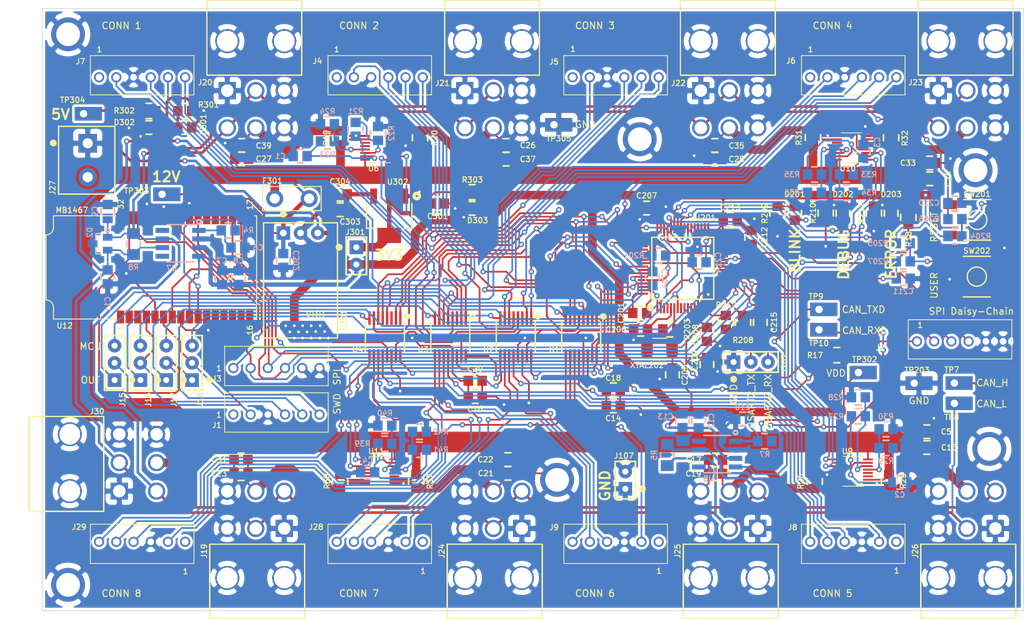
<source format=kicad_pcb>
(kicad_pcb (version 20171130) (host pcbnew "(5.1.2-1)-1")
  (layers (0 F.Cu signal) (31 B.Cu signal) (34 B.Paste user) (35 F.Paste user) (36 B.SilkS user) (37 F.SilkS user) (38 B.Mask user) (39 F.Mask user) (44 Edge.Cuts user))
  (net 0 "")
  (net 1 DGND)
  (net 2 VDD)
  (net 3 "Net-(C6-Pad1)")
  (net 4 /CAN_Connectors/CAN_H)
  (net 5 "Net-(C10-Pad1)")
  (net 6 /CAN_Connectors/CAN_L)
  (net 7 /VBat)
  (net 8 "Net-(C205-Pad2)")
  (net 9 /STM32F446/HSE_IN)
  (net 10 /MCU_NRST)
  (net 11 /STM32F446/USER_BTN)
  (net 12 "Net-(C212-Pad2)")
  (net 13 /STM32F446/PA3)
  (net 14 3.3V)
  (net 15 12V)
  (net 16 5V)
  (net 17 "Net-(D201-Pad1)")
  (net 18 /STM32F446/BLINK)
  (net 19 "Net-(D202-Pad1)")
  (net 20 /STM32F446/DEBUG)
  (net 21 "Net-(D203-Pad1)")
  (net 22 /STM32F446/ERROR)
  (net 23 "Net-(D301-Pad2)")
  (net 24 "Net-(D302-Pad2)")
  (net 25 "Net-(D303-Pad2)")
  (net 26 CAN_PWR)
  (net 27 "Net-(J1-Pad1)")
  (net 28 /CONN_SWCLK)
  (net 29 /CONN_SWDIO)
  (net 30 /CONN_NRST)
  (net 31 /CONN_SWO)
  (net 32 /DAISYCHAIN_SPI_NSS)
  (net 33 /PA5)
  (net 34 /PA6)
  (net 35 /PA7)
  (net 36 /PA4)
  (net 37 /SWD_Connecteurs/SWO_2)
  (net 38 /SWD_Connecteurs/NRST_2)
  (net 39 /SWD_Connecteurs/SWDIO_2)
  (net 40 /SWD_Connecteurs/SWCLK_2)
  (net 41 "Net-(J4-Pad1)")
  (net 42 "Net-(J5-Pad1)")
  (net 43 /SWD_Connecteurs/SWCLK_3)
  (net 44 /SWD_Connecteurs/SWDIO_3)
  (net 45 /SWD_Connecteurs/NRST_3)
  (net 46 /SWD_Connecteurs/SWO_3)
  (net 47 /SWD_Connecteurs/SWO_4)
  (net 48 /SWD_Connecteurs/NRST_4)
  (net 49 /SWD_Connecteurs/SWDIO_4)
  (net 50 /SWD_Connecteurs/SWCLK_4)
  (net 51 "Net-(J6-Pad1)")
  (net 52 "Net-(J7-Pad1)")
  (net 53 /SWD_Connecteurs/SWCLK_1)
  (net 54 /SWD_Connecteurs/SWDIO_1)
  (net 55 /SWD_Connecteurs/NRST_1)
  (net 56 /SWD_Connecteurs/SWO_1)
  (net 57 "Net-(J8-Pad1)")
  (net 58 /SWD_Connecteurs/SWCLK_5)
  (net 59 /SWD_Connecteurs/SWDIO_5)
  (net 60 /SWD_Connecteurs/NRST_5)
  (net 61 /SWD_Connecteurs/SWO_5)
  (net 62 /SWD_Connecteurs/SWO_6)
  (net 63 /SWD_Connecteurs/NRST_6)
  (net 64 /SWD_Connecteurs/SWDIO_6)
  (net 65 /SWD_Connecteurs/SWCLK_6)
  (net 66 "Net-(J9-Pad1)")
  (net 67 /OUT_SWCLK)
  (net 68 /MCU_SWCLK)
  (net 69 /MCU_SWDIO)
  (net 70 /OUT_SWDIO)
  (net 71 /OUT_NRST)
  (net 72 /MCU_SWO)
  (net 73 /OUT_SWO)
  (net 74 "Net-(J28-Pad1)")
  (net 75 /SWD_Connecteurs/SWCLK_7)
  (net 76 /SWD_Connecteurs/SWDIO_7)
  (net 77 /SWD_Connecteurs/NRST_7)
  (net 78 /SWD_Connecteurs/SWO_7)
  (net 79 /SWD_Connecteurs/SWO_8)
  (net 80 /SWD_Connecteurs/NRST_8)
  (net 81 /SWD_Connecteurs/SWDIO_8)
  (net 82 /SWD_Connecteurs/SWCLK_8)
  (net 83 "Net-(J29-Pad1)")
  (net 84 /STM32F446/USART2_RX)
  (net 85 /STM32F446/USART2_TX)
  (net 86 /STLINK_CAN_TXD)
  (net 87 /CAN1_TXD)
  (net 88 "Net-(R201-Pad2)")
  (net 89 /STM32F446/HSE_OUT)
  (net 90 "Net-(R204-Pad1)")
  (net 91 "Net-(R205-Pad1)")
  (net 92 /STM32F446/PA2)
  (net 93 "Net-(SW201-Pad1)")
  (net 94 "Net-(SW201-Pad3)")
  (net 95 "Net-(SW202-Pad2)")
  (net 96 "Net-(SW202-Pad4)")
  (net 97 /STLINK_CAN_RXD)
  (net 98 /CAN1_RXD)
  (net 99 /ADR_1)
  (net 100 /ADR_2)
  (net 101 "Net-(U1-Pad3)")
  (net 102 /PB4)
  (net 103 /ADR_0)
  (net 104 "Net-(U2-Pad3)")
  (net 105 "Net-(U3-Pad3)")
  (net 106 "Net-(U4-Pad3)")
  (net 107 /STLINK-V3MODS/UART_RX)
  (net 108 /STLINK-V3MODS/UART_TX)
  (net 109 /STLINK-V3MODS/SPI_NSS)
  (net 110 /STLINK-V3MODS/GPIO_2)
  (net 111 /STLINK-V3MODS/GPIO_3)
  (net 112 "Net-(U7-Pad8)")
  (net 113 "Net-(U7-Pad5)")
  (net 114 "Net-(U8-Pad5)")
  (net 115 "Net-(U8-Pad8)")
  (net 116 "Net-(U201-Pad3)")
  (net 117 "Net-(U201-Pad4)")
  (net 118 /PC0)
  (net 119 /PC1)
  (net 120 /PC2)
  (net 121 /PC3)
  (net 122 /PA0)
  (net 123 /PA1)
  (net 124 /PB14)
  (net 125 /PB15)
  (net 126 /PC6)
  (net 127 /PC7)
  (net 128 /PC8)
  (net 129 /PC9)
  (net 130 /PB12)
  (net 131 /PC4)
  (net 132 /PC5)
  (net 133 /PB0)
  (net 134 /PB1)
  (net 135 /PB2)
  (net 136 /PA15)
  (net 137 /PC10)
  (net 138 /PC11)
  (net 139 /PD2)
  (net 140 /PB9)
  (net 141 /CAN_Connectors/12V_Conn8)
  (net 142 /CAN_Connectors/12V_Conn1)
  (net 143 /CAN_Connectors/12V_Conn2)
  (net 144 /CAN_Connectors/12V_Conn3)
  (net 145 /CAN_Connectors/12V_Conn4)
  (net 146 /CAN_Connectors/12V_Conn7)
  (net 147 /CAN_Connectors/12V_Conn6)
  (net 148 /CAN_Connectors/12V_Conn5)
  (net 149 /CS_SDA)
  (net 150 /CS_SCL)
  (net 151 /CAN_Connectors/CurrentSense_1/I2C_ADR0)
  (net 152 /CAN_Connectors/CurrentSense_1/I2C_ADR1)
  (net 153 /CAN_Connectors/CurrentSense_3/I2C_ADR0)
  (net 154 /CAN_Connectors/CurrentSense_3/I2C_ADR1)
  (net 155 /CAN_Connectors/CurrentSense_2/I2C_ADR0)
  (net 156 /CAN_Connectors/CurrentSense_2/I2C_ADR1)
  (net 157 /CAN_Connectors/CurrentSense_4/I2C_ADR0)
  (net 158 /CAN_Connectors/CurrentSense_4/I2C_ADR1)
  (net 159 "Net-(U12-Pad12)")
  (net 160 "Net-(U12-Pad15)")
  (net 161 "Net-(U12-Pad16)")
  (net 162 "Net-(U12-Pad17)")
  (net 163 "Net-(U12-Pad2)")
  (net 164 "Net-(U12-Pad22)")
  (net 165 "Net-(U12-Pad28)")
  (net 166 "Net-(U12-Pad3)")
  (net 167 "Net-(U12-Pad32)")
  (net 168 "Net-(U6-Pad14)")
  (net 169 "Net-(U6-Pad13)")
  (net 170 "Net-(U6-Pad4)")
  (net 171 "Net-(U6-Pad3)")
  (net 172 "Net-(U9-Pad3)")
  (net 173 "Net-(U9-Pad4)")
  (net 174 "Net-(U9-Pad13)")
  (net 175 "Net-(U9-Pad14)")
  (net 176 "Net-(U10-Pad14)")
  (net 177 "Net-(U10-Pad13)")
  (net 178 "Net-(U10-Pad4)")
  (net 179 "Net-(U10-Pad3)")
  (net 180 "Net-(U11-Pad3)")
  (net 181 "Net-(U11-Pad4)")
  (net 182 "Net-(U11-Pad13)")
  (net 183 "Net-(U11-Pad14)")
  (net 184 /PB13)
  (net 185 /PB5)
  (net 186 /CAN_Connectors/CurrentSense_1/INTVcc)
  (net 187 /CAN_Connectors/CurrentSense_3/INTVcc)
  (net 188 /CAN_Connectors/CurrentSense_2/INTVcc)
  (net 189 /CAN_Connectors/CurrentSense_4/INTVcc)
  (module IC:TSSOP-16 (layer F.Cu) (at 76.708 60.452 180)
    (fp_text reference U2 (at 4.0132 -1.8796) (layer F.SilkS) (effects (font (size 0.8 0.8))))
    (fp_text value TMUX1208PWR hide)
    (pad 16 smd rect (at -2.275 -2.8 180) (size 0.35 2) (layers F.Cu F.Paste F.Mask) (net 99 /ADR_1))
    (pad 15 smd rect (at -1.625 -2.8 180) (size 0.35 2) (layers F.Cu F.Paste F.Mask) (net 100 /ADR_2))
    (pad 14 smd rect (at -0.975 -2.8 180) (size 0.35 2) (layers F.Cu F.Paste F.Mask) (net 1 DGND))
    (pad 13 smd rect (at -0.325 -2.8 180) (size 0.35 2) (layers F.Cu F.Paste F.Mask) (net 2 VDD))
    (pad 12 smd rect (at 0.325 -2.8 180) (size 0.35 2) (layers F.Cu F.Paste F.Mask) (net 59 /SWD_Connecteurs/SWDIO_5))
    (pad 11 smd rect (at 0.975 -2.8 180) (size 0.35 2) (layers F.Cu F.Paste F.Mask) (net 64 /SWD_Connecteurs/SWDIO_6))
    (pad 10 smd rect (at 1.625 -2.8 180) (size 0.35 2) (layers F.Cu F.Paste F.Mask) (net 76 /SWD_Connecteurs/SWDIO_7))
    (pad 9 smd rect (at 2.275 -2.8 180) (size 0.35 2) (layers F.Cu F.Paste F.Mask) (net 81 /SWD_Connecteurs/SWDIO_8))
    (pad 5 smd rect (at 0.325 2.8 180) (size 0.35 2) (layers F.Cu F.Paste F.Mask) (net 39 /SWD_Connecteurs/SWDIO_2))
    (pad 6 smd rect (at 0.975 2.8 180) (size 0.35 2) (layers F.Cu F.Paste F.Mask) (net 44 /SWD_Connecteurs/SWDIO_3))
    (pad 7 smd rect (at 1.625 2.8 180) (size 0.35 2) (layers F.Cu F.Paste F.Mask) (net 49 /SWD_Connecteurs/SWDIO_4))
    (pad 8 smd rect (at 2.275 2.8 180) (size 0.35 2) (layers F.Cu F.Paste F.Mask) (net 70 /OUT_SWDIO))
    (pad 4 smd rect (at -0.325 2.8 180) (size 0.35 2) (layers F.Cu F.Paste F.Mask) (net 54 /SWD_Connecteurs/SWDIO_1))
    (pad 3 smd rect (at -0.975 2.8 180) (size 0.35 2) (layers F.Cu F.Paste F.Mask) (net 104 "Net-(U2-Pad3)"))
    (pad 2 smd rect (at -1.625 2.8 180) (size 0.35 2) (layers F.Cu F.Paste F.Mask) (net 102 /PB4))
    (pad 1 smd rect (at -2.275 2.8 180) (size 0.35 2) (layers F.Cu F.Paste F.Mask) (net 103 /ADR_0))
  )
  (module Capacitors:C0805 (layer B.Cu) (at 34.6964 47.244)
    (fp_text reference C6 (at 4.0132 0) (layer B.SilkS) (effects (font (size 0.8 0.8)) (justify mirror)))
    (fp_text value 885012207080 hide)
    (pad 1 smd rect (at 0 0) (size 1.4 1.5) (layers B.Cu B.Paste B.Mask) (net 3 "Net-(C6-Pad1)"))
    (pad 2 smd rect (at 2.05 0) (size 1.4 1.5) (layers B.Cu B.Paste B.Mask) (net 1 DGND))
  )
  (module Capacitors:C0805 (layer B.Cu) (at 33.3756 50.6476 270)
    (fp_text reference C7 (at -1.4732 0) (layer B.SilkS) (effects (font (size 0.8 0.8)) (justify mirror)))
    (fp_text value 885012107015 hide)
    (pad 2 smd rect (at 2.05 0 270) (size 1.4 1.5) (layers B.Cu B.Paste B.Mask) (net 2 VDD))
    (pad 1 smd rect (at 0 0 270) (size 1.4 1.5) (layers B.Cu B.Paste B.Mask) (net 1 DGND))
  )
  (module Capacitors:C0805 (layer B.Cu) (at 35.814 50.6476 270)
    (fp_text reference C8 (at -1.4732 0 180) (layer B.SilkS) (effects (font (size 0.8 0.8)) (justify mirror)))
    (fp_text value 885012207098 hide)
    (pad 1 smd rect (at 0 0 270) (size 1.4 1.5) (layers B.Cu B.Paste B.Mask) (net 1 DGND))
    (pad 2 smd rect (at 2.05 0 270) (size 1.4 1.5) (layers B.Cu B.Paste B.Mask) (net 2 VDD))
  )
  (module Capacitors:C0805 (layer B.Cu) (at 16.51 42.926 90)
    (fp_text reference C9 (at 1.016 -1.8796 270) (layer B.SilkS) (effects (font (size 0.8 0.8)) (justify mirror)))
    (fp_text value 885012207080 hide)
    (pad 2 smd rect (at 2.05 0 90) (size 1.4 1.5) (layers B.Cu B.Paste B.Mask) (net 1 DGND))
    (pad 1 smd rect (at 0 0 90) (size 1.4 1.5) (layers B.Cu B.Paste B.Mask) (net 4 /CAN_Connectors/CAN_H))
  )
  (module Capacitors:C0805 (layer B.Cu) (at 111.2012 72.5424 180)
    (fp_text reference C10 (at 1.016 1.7272) (layer B.SilkS) (effects (font (size 0.8 0.8)) (justify mirror)))
    (fp_text value 885012207080 hide)
    (pad 2 smd rect (at 2.05 0 180) (size 1.4 1.5) (layers B.Cu B.Paste B.Mask) (net 1 DGND))
    (pad 1 smd rect (at 0 0 180) (size 1.4 1.5) (layers B.Cu B.Paste B.Mask) (net 5 "Net-(C10-Pad1)"))
  )
  (module Capacitors:C0805 (layer B.Cu) (at 16.51 50.546 270)
    (fp_text reference C11 (at 5.08 0 90) (layer B.SilkS) (effects (font (size 0.8 0.8)) (justify mirror)))
    (fp_text value 885012207080 hide)
    (pad 1 smd rect (at 0 0 270) (size 1.4 1.5) (layers B.Cu B.Paste B.Mask) (net 6 /CAN_Connectors/CAN_L))
    (pad 2 smd rect (at 2.05 0 270) (size 1.4 1.5) (layers B.Cu B.Paste B.Mask) (net 1 DGND))
  )
  (module Capacitors:C0805 (layer B.Cu) (at 103.6828 71.8132 270)
    (fp_text reference C12 (at 1.034 -1.8796 90) (layer B.SilkS) (effects (font (size 0.8 0.8)) (justify mirror)))
    (fp_text value 885012107015 hide)
    (pad 2 smd rect (at 2.05 0 270) (size 1.4 1.5) (layers B.Cu B.Paste B.Mask) (net 2 VDD))
    (pad 1 smd rect (at 0 0 270) (size 1.4 1.5) (layers B.Cu B.Paste B.Mask) (net 1 DGND))
  )
  (module Capacitors:C0805 (layer B.Cu) (at 101.2952 71.7804 270)
    (fp_text reference C13 (at 0.4064 2.4892) (layer B.SilkS) (effects (font (size 0.8 0.8)) (justify mirror)))
    (fp_text value 885012207098 hide)
    (pad 2 smd rect (at 2.05 0 270) (size 1.4 1.5) (layers B.Cu B.Paste B.Mask) (net 2 VDD))
    (pad 1 smd rect (at 0 0 270) (size 1.4 1.5) (layers B.Cu B.Paste B.Mask) (net 1 DGND))
  )
  (module Capacitors:C0805 (layer F.Cu) (at 96.012 56.896 180)
    (fp_text reference C201 (at 3.7592 0 90) (layer F.SilkS) (effects (font (size 0.8 0.8))))
    (fp_text value 885012207098 hide)
    (pad 1 smd rect (at 0 0 180) (size 1.4 1.5) (layers F.Cu F.Paste F.Mask) (net 1 DGND))
    (pad 2 smd rect (at 2.05 0 180) (size 1.4 1.5) (layers F.Cu F.Paste F.Mask) (net 2 VDD))
  )
  (module Capacitors:C0805 (layer B.Cu) (at 96.8756 50.8 270)
    (fp_text reference C204 (at 1.016 -1.8288 270) (layer B.SilkS) (effects (font (size 0.8 0.8)) (justify mirror)))
    (fp_text value 885012107015 hide)
    (pad 2 smd rect (at 2.05 0 270) (size 1.4 1.5) (layers B.Cu B.Paste B.Mask) (net 7 /VBat))
    (pad 1 smd rect (at 0 0 270) (size 1.4 1.5) (layers B.Cu B.Paste B.Mask) (net 1 DGND))
  )
  (module Capacitors:C0805 (layer F.Cu) (at 99.822 67.056 90)
    (fp_text reference C205 (at 1.016 1.8288 270) (layer F.SilkS) (effects (font (size 0.8 0.8))))
    (fp_text value 885012007053 hide)
    (pad 1 smd rect (at 0 0 90) (size 1.4 1.5) (layers F.Cu F.Paste F.Mask) (net 1 DGND))
    (pad 2 smd rect (at 2.05 0 90) (size 1.4 1.5) (layers F.Cu F.Paste F.Mask) (net 8 "Net-(C205-Pad2)"))
  )
  (module Capacitors:C0805 (layer F.Cu) (at 96.139 59.309 180)
    (fp_text reference C206 (at 4.6482 -0.0254) (layer F.SilkS) (effects (font (size 0.8 0.8))))
    (fp_text value 885012007053 hide)
    (pad 2 smd rect (at 2.05 0 180) (size 1.4 1.5) (layers F.Cu F.Paste F.Mask) (net 1 DGND))
    (pad 1 smd rect (at 0 0 180) (size 1.4 1.5) (layers F.Cu F.Paste F.Mask) (net 9 /STM32F446/HSE_IN))
  )
  (module Capacitors:C0805 (layer F.Cu) (at 97.028 41.402 180)
    (fp_text reference C207 (at 1.016 1.8288) (layer F.SilkS) (effects (font (size 0.8 0.8))))
    (fp_text value 885012207098 hide)
    (pad 2 smd rect (at 2.05 0 180) (size 1.4 1.5) (layers F.Cu F.Paste F.Mask) (net 1 DGND))
    (pad 1 smd rect (at 0 0 180) (size 1.4 1.5) (layers F.Cu F.Paste F.Mask) (net 2 VDD))
  )
  (module Capacitors:C0805 (layer F.Cu) (at 104.902 61.087 90)
    (fp_text reference C208 (at 0.9906 -1.6764 270) (layer F.SilkS) (effects (font (size 0.8 0.8))))
    (fp_text value 885012107015 hide)
    (pad 1 smd rect (at 0 0 90) (size 1.4 1.5) (layers F.Cu F.Paste F.Mask) (net 1 DGND))
    (pad 2 smd rect (at 2.05 0 90) (size 1.4 1.5) (layers F.Cu F.Paste F.Mask) (net 2 VDD))
  )
  (module Capacitors:C0805 (layer F.Cu) (at 104.902 65.532 90)
    (fp_text reference C209 (at 1.6256 -1.778 270) (layer F.SilkS) (effects (font (size 0.8 0.8))))
    (fp_text value 885012207092 hide)
    (pad 2 smd rect (at 2.05 0 90) (size 1.4 1.5) (layers F.Cu F.Paste F.Mask) (net 2 VDD))
    (pad 1 smd rect (at 0 0 90) (size 1.4 1.5) (layers F.Cu F.Paste F.Mask) (net 1 DGND))
  )
  (module Capacitors:C0805 (layer B.Cu) (at 140.462 40.64)
    (fp_text reference C210 (at -2.794 0) (layer B.SilkS) (effects (font (size 0.8 0.8)) (justify mirror)))
    (fp_text value 885012207098 hide)
    (pad 2 smd rect (at 2.05 0) (size 1.4 1.5) (layers B.Cu B.Paste B.Mask) (net 1 DGND))
    (pad 1 smd rect (at 0 0) (size 1.4 1.5) (layers B.Cu B.Paste B.Mask) (net 10 /MCU_NRST))
  )
  (module Capacitors:C0805 (layer B.Cu) (at 132.842 51.816)
    (fp_text reference C211 (at 1.016 1.8796) (layer B.SilkS) (effects (font (size 0.8 0.8)) (justify mirror)))
    (fp_text value 885012207098 hide)
    (pad 1 smd rect (at 0 0) (size 1.4 1.5) (layers B.Cu B.Paste B.Mask) (net 11 /STM32F446/USER_BTN))
    (pad 2 smd rect (at 2.05 0) (size 1.4 1.5) (layers B.Cu B.Paste B.Mask) (net 1 DGND))
  )
  (module Capacitors:C0805 (layer F.Cu) (at 111.506 44.704 270)
    (fp_text reference C212 (at 1.016 -1.8796 90) (layer F.SilkS) (effects (font (size 0.8 0.8))))
    (fp_text value 885012107018 hide)
    (pad 1 smd rect (at 0 0 270) (size 1.4 1.5) (layers F.Cu F.Paste F.Mask) (net 1 DGND))
    (pad 2 smd rect (at 2.05 0 270) (size 1.4 1.5) (layers F.Cu F.Paste F.Mask) (net 12 "Net-(C212-Pad2)"))
  )
  (module Capacitors:C0805 (layer F.Cu) (at 107.315 43.053)
    (fp_text reference C213 (at 1.0414 -1.7526) (layer F.SilkS) (effects (font (size 0.8 0.8))))
    (fp_text value 885012207098 hide)
    (pad 1 smd rect (at 0 0) (size 1.4 1.5) (layers F.Cu F.Paste F.Mask) (net 2 VDD))
    (pad 2 smd rect (at 2.05 0) (size 1.4 1.5) (layers F.Cu F.Paste F.Mask) (net 1 DGND))
  )
  (module Capacitors:C0805 (layer B.Cu) (at 104.775 49.403 180)
    (fp_text reference C214 (at -1.8034 -0.0254 90) (layer B.SilkS) (effects (font (size 0.8 0.8)) (justify mirror)))
    (fp_text value 885012207098 hide)
    (pad 2 smd rect (at 2.05 0 180) (size 1.4 1.5) (layers B.Cu B.Paste B.Mask) (net 1 DGND))
    (pad 1 smd rect (at 0 0 180) (size 1.4 1.5) (layers B.Cu B.Paste B.Mask) (net 2 VDD))
  )
  (module Capacitors:C0805 (layer F.Cu) (at 112.776 59.309 90)
    (fp_text reference C215 (at 1.016 2.032 90) (layer F.SilkS) (effects (font (size 0.8 0.8))))
    (fp_text value 885012007053 hide)
    (pad 1 smd rect (at 0 0 90) (size 1.4 1.5) (layers F.Cu F.Paste F.Mask) (net 1 DGND))
    (pad 2 smd rect (at 2.05 0 90) (size 1.4 1.5) (layers F.Cu F.Paste F.Mask) (net 13 /STM32F446/PA3))
  )
  (module Capacitors:C0805 (layer F.Cu) (at 66.167 40.7416 180)
    (fp_text reference C301 (at 0.9906 -1.8796) (layer F.SilkS) (effects (font (size 0.8 0.8))))
    (fp_text value 885012107005 hide)
    (pad 2 smd rect (at 2.05 0 180) (size 1.4 1.5) (layers F.Cu F.Paste F.Mask) (net 14 3.3V))
    (pad 1 smd rect (at 0 0 180) (size 1.4 1.5) (layers F.Cu F.Paste F.Mask) (net 1 DGND))
  )
  (module Capacitors:C0805 (layer B.Cu) (at 42.418 50.165 90)
    (fp_text reference C302 (at 1.016 1.9304 90) (layer B.SilkS) (effects (font (size 0.8 0.8)) (justify mirror)))
    (fp_text value 885012107018 hide)
    (pad 1 smd rect (at 0 0 90) (size 1.4 1.5) (layers B.Cu B.Paste B.Mask) (net 1 DGND))
    (pad 2 smd rect (at 2.05 0 90) (size 1.4 1.5) (layers B.Cu B.Paste B.Mask) (net 15 12V))
  )
  (module Capacitors:C0805 (layer F.Cu) (at 49.784 41.656)
    (fp_text reference C303 (at 2.4892 1.778 180) (layer F.SilkS) (effects (font (size 0.8 0.8))))
    (fp_text value 885012107018 hide)
    (pad 2 smd rect (at 2.05 0) (size 1.4 1.5) (layers F.Cu F.Paste F.Mask) (net 16 5V))
    (pad 1 smd rect (at 0 0) (size 1.4 1.5) (layers F.Cu F.Paste F.Mask) (net 1 DGND))
  )
  (module Capacitors:C0805 (layer F.Cu) (at 49.784 39.37)
    (fp_text reference C304 (at 1.016 -1.8796) (layer F.SilkS) (effects (font (size 0.8 0.8))))
    (fp_text value 885012107014 hide)
    (pad 1 smd rect (at 0 0) (size 1.4 1.5) (layers F.Cu F.Paste F.Mask) (net 1 DGND))
    (pad 2 smd rect (at 2.05 0) (size 1.4 1.5) (layers F.Cu F.Paste F.Mask) (net 16 5V))
  )
  (module IC:SOT-23-3 (layer B.Cu) (at 15.41 46.67 270)
    (fp_text reference D2 (at -1.6612 1.5416 90) (layer B.SilkS) (effects (font (size 0.8 0.8)) (justify mirror)))
    (fp_text value D1213A-02SOL-7 hide)
    (pad 3 smd rect (at 0 1.1 270) (size 1 1.4) (layers B.Cu B.Paste B.Mask) (net 1 DGND))
    (pad 2 smd rect (at 0.95 -1.1 270) (size 1 1.4) (layers B.Cu B.Paste B.Mask) (net 6 /CAN_Connectors/CAN_L))
    (pad 1 smd rect (at -0.95 -1.1 270) (size 1 1.4) (layers B.Cu B.Paste B.Mask) (net 4 /CAN_Connectors/CAN_H))
  )
  (module Diodes:LED_0805_GREEN (layer F.Cu) (at 117.856 41.148 270)
    (fp_text reference D201 (at -1.778 0) (layer F.SilkS) (effects (font (size 0.8 0.8))))
    (fp_text value 150080VS75000 hide)
    (pad 1 smd rect (at 0 0 270) (size 1.4 1.5) (layers F.Cu F.Paste F.Mask) (net 17 "Net-(D201-Pad1)"))
    (pad 2 smd rect (at 2.05 0 270) (size 1.4 1.5) (layers F.Cu F.Paste F.Mask) (net 18 /STM32F446/BLINK))
  )
  (module Diodes:LED_0805_YELLOW (layer F.Cu) (at 124.968 41.148 270)
    (fp_text reference D202 (at -1.778 0 180) (layer F.SilkS) (effects (font (size 0.8 0.8))))
    (fp_text value 150080YS75000 hide)
    (pad 1 smd rect (at 0 0 270) (size 1.4 1.5) (layers F.Cu F.Paste F.Mask) (net 19 "Net-(D202-Pad1)"))
    (pad 2 smd rect (at 2.05 0 270) (size 1.4 1.5) (layers F.Cu F.Paste F.Mask) (net 20 /STM32F446/DEBUG))
  )
  (module Diodes:LED_0805_RED (layer F.Cu) (at 132.08 41.148 270)
    (fp_text reference D203 (at -1.778 0) (layer F.SilkS) (effects (font (size 0.8 0.8))))
    (fp_text value 150080RS75000 hide)
    (pad 1 smd rect (at 0 0 270) (size 1.4 1.5) (layers F.Cu F.Paste F.Mask) (net 21 "Net-(D203-Pad1)"))
    (pad 2 smd rect (at 2.05 0 270) (size 1.4 1.5) (layers F.Cu F.Paste F.Mask) (net 22 /STM32F446/ERROR))
  )
  (module Diodes:LED_0805_GREEN (layer F.Cu) (at 28.9052 29.5148 180)
    (fp_text reference D301 (at -1.7272 0.4572 90) (layer F.SilkS) (effects (font (size 0.8 0.8))))
    (fp_text value 150080VS75000 hide)
    (pad 2 smd rect (at 2.05 0 180) (size 1.4 1.5) (layers F.Cu F.Paste F.Mask) (net 23 "Net-(D301-Pad2)"))
    (pad 1 smd rect (at 0 0 180) (size 1.4 1.5) (layers F.Cu F.Paste F.Mask) (net 1 DGND))
  )
  (module Diodes:LED_0805_GREEN (layer F.Cu) (at 21.572 29.5148)
    (fp_text reference D302 (at -2.6236 -0.762) (layer F.SilkS) (effects (font (size 0.8 0.8))))
    (fp_text value 150080VS75000 hide)
    (pad 2 smd rect (at 2.05 0) (size 1.4 1.5) (layers F.Cu F.Paste F.Mask) (net 24 "Net-(D302-Pad2)"))
    (pad 1 smd rect (at 0 0) (size 1.4 1.5) (layers F.Cu F.Paste F.Mask) (net 1 DGND))
  )
  (module Diodes:LED_0805_GREEN (layer F.Cu) (at 69.2404 41.4528)
    (fp_text reference D303 (at 1.8288 1.778) (layer F.SilkS) (effects (font (size 0.8 0.8))))
    (fp_text value 150080VS75000 hide)
    (pad 1 smd rect (at 0 0) (size 1.4 1.5) (layers F.Cu F.Paste F.Mask) (net 1 DGND))
    (pad 2 smd rect (at 2.05 0) (size 1.4 1.5) (layers F.Cu F.Paste F.Mask) (net 25 "Net-(D303-Pad2)"))
  )
  (module Fuses:TE5_395 (layer F.Cu) (at 43.688 40.005)
    (fp_text reference F301 (at -2.8956 -2.6162) (layer F.SilkS) (effects (font (size 0.8 0.8))))
    (fp_text value 39511000440 hide)
    (pad 1 thru_hole circle (at -2.54 0) (size 2.5 2.5) (drill 1.5) (layers *.Cu *.Mask) (net 26 CAN_PWR))
    (pad 2 thru_hole circle (at 2.54 0) (size 2.5 2.5) (drill 1.5) (layers *.Cu *.Mask) (net 15 12V))
  )
  (module Connectors:61900611121 (layer F.Cu) (at 142.24 61.087 180)
    (fp_text reference J2 (at 11.77 -0.935) (layer F.SilkS) (effects (font (size 0.8 0.8))))
    (fp_text value 61900611121)
    (fp_text user 1 (at 5.88 2.4) (layer F.SilkS) (effects (font (size 0.8 0.8))))
    (pad 1 thru_hole circle (at 6.35 0 180) (size 1.508 1.508) (drill 1) (layers *.Cu *.Mask) (net 32 /DAISYCHAIN_SPI_NSS))
    (pad 2 thru_hole circle (at 3.81 0 180) (size 1.508 1.508) (drill 1) (layers *.Cu *.Mask) (net 33 /PA5))
    (pad 3 thru_hole circle (at 1.27 0 180) (size 1.508 1.508) (drill 1) (layers *.Cu *.Mask) (net 34 /PA6))
    (pad 4 thru_hole circle (at -1.27 0 180) (size 1.508 1.508) (drill 1) (layers *.Cu *.Mask) (net 35 /PA7))
    (pad 5 thru_hole circle (at -3.81 0 180) (size 1.508 1.508) (drill 1) (layers *.Cu *.Mask) (net 1 DGND))
    (pad 6 thru_hole circle (at -6.35 0 180) (size 1.508 1.508) (drill 1) (layers *.Cu *.Mask) (net 1 DGND))
  )
  (module Connectors:61900611121 (layer F.Cu) (at 41.402 65.024 180)
    (fp_text reference J3 (at 8.7884 -1.5748) (layer F.SilkS) (effects (font (size 0.8 0.8))))
    (fp_text value 61900611121)
    (fp_text user 1 (at 8.4836 -0.0508) (layer F.SilkS) (effects (font (size 0.8 0.8))))
    (pad 6 thru_hole circle (at -6.35 0 180) (size 1.508 1.508) (drill 1) (layers *.Cu *.Mask) (net 1 DGND))
    (pad 5 thru_hole circle (at -3.81 0 180) (size 1.508 1.508) (drill 1) (layers *.Cu *.Mask) (net 1 DGND))
    (pad 4 thru_hole circle (at -1.27 0 180) (size 1.508 1.508) (drill 1) (layers *.Cu *.Mask) (net 35 /PA7))
    (pad 3 thru_hole circle (at 1.27 0 180) (size 1.508 1.508) (drill 1) (layers *.Cu *.Mask) (net 34 /PA6))
    (pad 2 thru_hole circle (at 3.81 0 180) (size 1.508 1.508) (drill 1) (layers *.Cu *.Mask) (net 33 /PA5))
    (pad 1 thru_hole circle (at 6.35 0 180) (size 1.508 1.508) (drill 1) (layers *.Cu *.Mask) (net 36 /PA4))
  )
  (module Connectors:61900611121 (layer F.Cu) (at 56.642 22.098 180)
    (fp_text reference J4 (at 9.1948 2.3876) (layer F.SilkS) (effects (font (size 0.8 0.8))))
    (fp_text value 61900611121)
    (fp_text user 1 (at 6.35 4.1148) (layer F.SilkS) (effects (font (size 0.8 0.8))))
    (pad 6 thru_hole circle (at -6.35 0 180) (size 1.508 1.508) (drill 1) (layers *.Cu *.Mask) (net 37 /SWD_Connecteurs/SWO_2))
    (pad 5 thru_hole circle (at -3.81 0 180) (size 1.508 1.508) (drill 1) (layers *.Cu *.Mask) (net 38 /SWD_Connecteurs/NRST_2))
    (pad 4 thru_hole circle (at -1.27 0 180) (size 1.508 1.508) (drill 1) (layers *.Cu *.Mask) (net 39 /SWD_Connecteurs/SWDIO_2))
    (pad 3 thru_hole circle (at 1.27 0 180) (size 1.508 1.508) (drill 1) (layers *.Cu *.Mask) (net 1 DGND))
    (pad 2 thru_hole circle (at 3.81 0 180) (size 1.508 1.508) (drill 1) (layers *.Cu *.Mask) (net 40 /SWD_Connecteurs/SWCLK_2))
    (pad 1 thru_hole circle (at 6.35 0 180) (size 1.508 1.508) (drill 1) (layers *.Cu *.Mask) (net 41 "Net-(J4-Pad1)"))
  )
  (module Connectors:61900611121 (layer F.Cu) (at 91.44 22.098 180)
    (fp_text reference J5 (at 9.0932 2.286) (layer F.SilkS) (effects (font (size 0.8 0.8))))
    (fp_text value 61900611121)
    (fp_text user 1 (at 6.2992 4.1656) (layer F.SilkS) (effects (font (size 0.8 0.8))))
    (pad 1 thru_hole circle (at 6.35 0 180) (size 1.508 1.508) (drill 1) (layers *.Cu *.Mask) (net 42 "Net-(J5-Pad1)"))
    (pad 2 thru_hole circle (at 3.81 0 180) (size 1.508 1.508) (drill 1) (layers *.Cu *.Mask) (net 43 /SWD_Connecteurs/SWCLK_3))
    (pad 3 thru_hole circle (at 1.27 0 180) (size 1.508 1.508) (drill 1) (layers *.Cu *.Mask) (net 1 DGND))
    (pad 4 thru_hole circle (at -1.27 0 180) (size 1.508 1.508) (drill 1) (layers *.Cu *.Mask) (net 44 /SWD_Connecteurs/SWDIO_3))
    (pad 5 thru_hole circle (at -3.81 0 180) (size 1.508 1.508) (drill 1) (layers *.Cu *.Mask) (net 45 /SWD_Connecteurs/NRST_3))
    (pad 6 thru_hole circle (at -6.35 0 180) (size 1.508 1.508) (drill 1) (layers *.Cu *.Mask) (net 46 /SWD_Connecteurs/SWO_3))
  )
  (module Connectors:61900611121 (layer F.Cu) (at 126.492 22.098 180)
    (fp_text reference J6 (at 9.1948 2.4384) (layer F.SilkS) (effects (font (size 0.8 0.8))))
    (fp_text value 61900611121)
    (fp_text user 1 (at 6.2992 4.1148) (layer F.SilkS) (effects (font (size 0.8 0.8))))
    (pad 6 thru_hole circle (at -6.35 0 180) (size 1.508 1.508) (drill 1) (layers *.Cu *.Mask) (net 47 /SWD_Connecteurs/SWO_4))
    (pad 5 thru_hole circle (at -3.81 0 180) (size 1.508 1.508) (drill 1) (layers *.Cu *.Mask) (net 48 /SWD_Connecteurs/NRST_4))
    (pad 4 thru_hole circle (at -1.27 0 180) (size 1.508 1.508) (drill 1) (layers *.Cu *.Mask) (net 49 /SWD_Connecteurs/SWDIO_4))
    (pad 3 thru_hole circle (at 1.27 0 180) (size 1.508 1.508) (drill 1) (layers *.Cu *.Mask) (net 1 DGND))
    (pad 2 thru_hole circle (at 3.81 0 180) (size 1.508 1.508) (drill 1) (layers *.Cu *.Mask) (net 50 /SWD_Connecteurs/SWCLK_4))
    (pad 1 thru_hole circle (at 6.35 0 180) (size 1.508 1.508) (drill 1) (layers *.Cu *.Mask) (net 51 "Net-(J6-Pad1)"))
  )
  (module Connectors:61900611121 (layer F.Cu) (at 21.59 22.098 180)
    (fp_text reference J7 (at 9.0932 2.3368) (layer F.SilkS) (effects (font (size 0.8 0.8))))
    (fp_text value 61900611121)
    (fp_text user 1 (at 6.2992 4.1148) (layer F.SilkS) (effects (font (size 0.8 0.8))))
    (pad 1 thru_hole circle (at 6.35 0 180) (size 1.508 1.508) (drill 1) (layers *.Cu *.Mask) (net 52 "Net-(J7-Pad1)"))
    (pad 2 thru_hole circle (at 3.81 0 180) (size 1.508 1.508) (drill 1) (layers *.Cu *.Mask) (net 53 /SWD_Connecteurs/SWCLK_1))
    (pad 3 thru_hole circle (at 1.27 0 180) (size 1.508 1.508) (drill 1) (layers *.Cu *.Mask) (net 1 DGND))
    (pad 4 thru_hole circle (at -1.27 0 180) (size 1.508 1.508) (drill 1) (layers *.Cu *.Mask) (net 54 /SWD_Connecteurs/SWDIO_1))
    (pad 5 thru_hole circle (at -3.81 0 180) (size 1.508 1.508) (drill 1) (layers *.Cu *.Mask) (net 55 /SWD_Connecteurs/NRST_1))
    (pad 6 thru_hole circle (at -6.35 0 180) (size 1.508 1.508) (drill 1) (layers *.Cu *.Mask) (net 56 /SWD_Connecteurs/SWO_1))
  )
  (module Connectors:61900611121 (layer F.Cu) (at 126.492 90.678)
    (fp_text reference J8 (at -8.9408 -2.1336) (layer F.SilkS) (effects (font (size 0.8 0.8))))
    (fp_text value 61900611121)
    (fp_text user 1 (at 6.4008 4.2672) (layer F.SilkS) (effects (font (size 0.8 0.8))))
    (pad 1 thru_hole circle (at 6.35 0) (size 1.508 1.508) (drill 1) (layers *.Cu *.Mask) (net 57 "Net-(J8-Pad1)"))
    (pad 2 thru_hole circle (at 3.81 0) (size 1.508 1.508) (drill 1) (layers *.Cu *.Mask) (net 58 /SWD_Connecteurs/SWCLK_5))
    (pad 3 thru_hole circle (at 1.27 0) (size 1.508 1.508) (drill 1) (layers *.Cu *.Mask) (net 1 DGND))
    (pad 4 thru_hole circle (at -1.27 0) (size 1.508 1.508) (drill 1) (layers *.Cu *.Mask) (net 59 /SWD_Connecteurs/SWDIO_5))
    (pad 5 thru_hole circle (at -3.81 0) (size 1.508 1.508) (drill 1) (layers *.Cu *.Mask) (net 60 /SWD_Connecteurs/NRST_5))
    (pad 6 thru_hole circle (at -6.35 0) (size 1.508 1.508) (drill 1) (layers *.Cu *.Mask) (net 61 /SWD_Connecteurs/SWO_5))
  )
  (module Connectors:61900611121 (layer F.Cu) (at 91.44 90.678)
    (fp_text reference J9 (at -9.0932 -2.1336) (layer F.SilkS) (effects (font (size 0.8 0.8))))
    (fp_text value 61900611121)
    (fp_text user 1 (at 6.4008 4.318) (layer F.SilkS) (effects (font (size 0.8 0.8))))
    (pad 6 thru_hole circle (at -6.35 0) (size 1.508 1.508) (drill 1) (layers *.Cu *.Mask) (net 62 /SWD_Connecteurs/SWO_6))
    (pad 5 thru_hole circle (at -3.81 0) (size 1.508 1.508) (drill 1) (layers *.Cu *.Mask) (net 63 /SWD_Connecteurs/NRST_6))
    (pad 4 thru_hole circle (at -1.27 0) (size 1.508 1.508) (drill 1) (layers *.Cu *.Mask) (net 64 /SWD_Connecteurs/SWDIO_6))
    (pad 3 thru_hole circle (at 1.27 0) (size 1.508 1.508) (drill 1) (layers *.Cu *.Mask) (net 1 DGND))
    (pad 2 thru_hole circle (at 3.81 0) (size 1.508 1.508) (drill 1) (layers *.Cu *.Mask) (net 65 /SWD_Connecteurs/SWCLK_6))
    (pad 1 thru_hole circle (at 6.35 0) (size 1.508 1.508) (drill 1) (layers *.Cu *.Mask) (net 66 "Net-(J9-Pad1)"))
  )
  (module Connectors:Headers_2.54mm_1X3 (layer F.Cu) (at 17.526 66.802 90)
    (fp_text reference J15 (at -2.8956 1.1684 90) (layer F.SilkS) (effects (font (size 0.8 0.8))))
    (fp_text value Header_Male_Pin_2.54mm_1X3_,_Unshrouded hide)
    (pad 1 thru_hole rect (at 0 0 90) (size 2 2) (drill 0.9) (layers *.Cu *.Mask) (net 67 /OUT_SWCLK))
    (pad 2 thru_hole circle (at 2.54 0 90) (size 2 2) (drill 0.9) (layers *.Cu *.Mask) (net 28 /CONN_SWCLK))
    (pad 3 thru_hole circle (at 5.08 0 90) (size 2 2) (drill 0.9) (layers *.Cu *.Mask) (net 68 /MCU_SWCLK))
  )
  (module Connectors:Headers_2.54mm_1X3 (layer F.Cu) (at 21.336 66.802 90)
    (fp_text reference J16 (at -2.8956 1.1684 90) (layer F.SilkS) (effects (font (size 0.8 0.8))))
    (fp_text value Header_Male_Pin_2.54mm_1X3_,_Unshrouded hide)
    (pad 3 thru_hole circle (at 5.08 0 90) (size 2 2) (drill 0.9) (layers *.Cu *.Mask) (net 69 /MCU_SWDIO))
    (pad 2 thru_hole circle (at 2.54 0 90) (size 2 2) (drill 0.9) (layers *.Cu *.Mask) (net 29 /CONN_SWDIO))
    (pad 1 thru_hole rect (at 0 0 90) (size 2 2) (drill 0.9) (layers *.Cu *.Mask) (net 70 /OUT_SWDIO))
  )
  (module Connectors:Headers_2.54mm_1X3 (layer F.Cu) (at 25.146 66.802 90)
    (fp_text reference J17 (at -2.8956 1.1176 90) (layer F.SilkS) (effects (font (size 0.8 0.8))))
    (fp_text value Header_Male_Pin_2.54mm_1X3_,_Unshrouded hide)
    (pad 1 thru_hole rect (at 0 0 90) (size 2 2) (drill 0.9) (layers *.Cu *.Mask) (net 71 /OUT_NRST))
    (pad 2 thru_hole circle (at 2.54 0 90) (size 2 2) (drill 0.9) (layers *.Cu *.Mask) (net 30 /CONN_NRST))
    (pad 3 thru_hole circle (at 5.08 0 90) (size 2 2) (drill 0.9) (layers *.Cu *.Mask) (net 10 /MCU_NRST))
  )
  (module Connectors:Headers_2.54mm_1X3 (layer F.Cu) (at 28.956 66.802 90)
    (fp_text reference J18 (at -2.8956 1.1684 90) (layer F.SilkS) (effects (font (size 0.8 0.8))))
    (fp_text value Header_Male_Pin_2.54mm_1X3_,_Unshrouded hide)
    (pad 3 thru_hole circle (at 5.08 0 90) (size 2 2) (drill 0.9) (layers *.Cu *.Mask) (net 72 /MCU_SWO))
    (pad 2 thru_hole circle (at 2.54 0 90) (size 2 2) (drill 0.9) (layers *.Cu *.Mask) (net 31 /CONN_SWO))
    (pad 1 thru_hole rect (at 0 0 90) (size 2 2) (drill 0.9) (layers *.Cu *.Mask) (net 73 /OUT_SWO))
  )
  (module Connectors:649006227222 (layer F.Cu) (at 38.354 96.012)
    (fp_text reference J19 (at -7.62 -3.9624 90) (layer F.SilkS) (effects (font (size 0.8 0.8))))
    (fp_text value 649006227222 hide)
    (pad 8 thru_hole circle (at -4.2 0) (size 3.508 3.508) (drill 3) (layers *.Cu *.Mask) (net 1 DGND))
    (pad 6 thru_hole circle (at -4.2 -12.8) (size 2.5 2.5) (drill 1.8) (layers *.Cu *.Mask) (net 1 DGND))
    (pad 5 thru_hole circle (at 0 -12.8) (size 2.5 2.5) (drill 1.8) (layers *.Cu *.Mask) (net 141 /CAN_Connectors/12V_Conn8))
    (pad 4 thru_hole circle (at 4.2 -12.8) (size 2.5 2.5) (drill 1.8) (layers *.Cu *.Mask) (net 4 /CAN_Connectors/CAN_H))
    (pad 1 thru_hole rect (at 4.2 -7.3) (size 2.5 2.5) (drill 1.8) (layers *.Cu *.Mask) (net 1 DGND))
    (pad 2 thru_hole circle (at 0 -7.3) (size 2.5 2.5) (drill 1.8) (layers *.Cu *.Mask) (net 6 /CAN_Connectors/CAN_L))
    (pad 3 thru_hole circle (at -4.2 -7.3) (size 2.5 2.5) (drill 1.8) (layers *.Cu *.Mask) (net 1 DGND))
    (pad 7 thru_hole circle (at 4.2 0) (size 3.508 3.508) (drill 3) (layers *.Cu *.Mask) (net 1 DGND))
    (pad 3 thru_hole circle (at -4.2 -7.3) (size 2.5 2.5) (drill 1.8) (layers *.Cu *.Mask) (net 1 DGND))
    (pad 8 thru_hole circle (at -4.2 0) (size 3.508 3.508) (drill 3) (layers *.Cu *.Mask) (net 1 DGND))
    (pad 6 thru_hole circle (at -4.2 -12.8) (size 2.5 2.5) (drill 1.8) (layers *.Cu *.Mask) (net 1 DGND))
    (pad 5 thru_hole circle (at 0 -12.8) (size 2.5 2.5) (drill 1.8) (layers *.Cu *.Mask) (net 141 /CAN_Connectors/12V_Conn8))
    (pad 4 thru_hole circle (at 4.2 -12.8) (size 2.5 2.5) (drill 1.8) (layers *.Cu *.Mask) (net 4 /CAN_Connectors/CAN_H))
    (pad 1 thru_hole rect (at 4.2 -7.3) (size 2.5 2.5) (drill 1.8) (layers *.Cu *.Mask) (net 1 DGND))
    (pad 2 thru_hole circle (at 0 -7.3) (size 2.5 2.5) (drill 1.8) (layers *.Cu *.Mask) (net 6 /CAN_Connectors/CAN_L))
    (pad 7 thru_hole circle (at 4.2 0) (size 3.508 3.508) (drill 3) (layers *.Cu *.Mask) (net 1 DGND))
    (pad 7 thru_hole circle (at 4.2 0) (size 3.508 3.508) (drill 3) (layers *.Cu *.Mask) (net 1 DGND))
    (pad 7 thru_hole circle (at 4.2 0) (size 3.508 3.508) (drill 3) (layers *.Cu *.Mask) (net 1 DGND))
    (pad 8 thru_hole circle (at -4.2 0) (size 3.508 3.508) (drill 3) (layers *.Cu *.Mask) (net 1 DGND))
    (pad 3 thru_hole circle (at -4.2 -7.3) (size 2.5 2.5) (drill 1.8) (layers *.Cu *.Mask) (net 1 DGND))
    (pad 8 thru_hole circle (at -4.2 0) (size 3.508 3.508) (drill 3) (layers *.Cu *.Mask) (net 1 DGND))
    (pad 3 thru_hole circle (at -4.2 -7.3) (size 2.5 2.5) (drill 1.8) (layers *.Cu *.Mask) (net 1 DGND))
    (pad 1 thru_hole rect (at 4.2 -7.3) (size 2.5 2.5) (drill 1.8) (layers *.Cu *.Mask) (net 1 DGND))
    (pad 4 thru_hole circle (at 4.2 -12.8) (size 2.5 2.5) (drill 1.8) (layers *.Cu *.Mask) (net 4 /CAN_Connectors/CAN_H))
    (pad 1 thru_hole rect (at 4.2 -7.3) (size 2.5 2.5) (drill 1.8) (layers *.Cu *.Mask) (net 1 DGND))
    (pad 2 thru_hole circle (at 0 -7.3) (size 2.5 2.5) (drill 1.8) (layers *.Cu *.Mask) (net 6 /CAN_Connectors/CAN_L))
    (pad 2 thru_hole circle (at 0 -7.3) (size 2.5 2.5) (drill 1.8) (layers *.Cu *.Mask) (net 6 /CAN_Connectors/CAN_L))
    (pad 5 thru_hole circle (at 0 -12.8) (size 2.5 2.5) (drill 1.8) (layers *.Cu *.Mask) (net 141 /CAN_Connectors/12V_Conn8))
    (pad 4 thru_hole circle (at 4.2 -12.8) (size 2.5 2.5) (drill 1.8) (layers *.Cu *.Mask) (net 4 /CAN_Connectors/CAN_H))
    (pad 6 thru_hole circle (at -4.2 -12.8) (size 2.5 2.5) (drill 1.8) (layers *.Cu *.Mask) (net 1 DGND))
    (pad 5 thru_hole circle (at 0 -12.8) (size 2.5 2.5) (drill 1.8) (layers *.Cu *.Mask) (net 141 /CAN_Connectors/12V_Conn8))
    (pad 6 thru_hole circle (at -4.2 -12.8) (size 2.5 2.5) (drill 1.8) (layers *.Cu *.Mask) (net 1 DGND))
    (pad 3 thru_hole circle (at -4.2 -7.3) (size 2.5 2.5) (drill 1.8) (layers *.Cu *.Mask) (net 1 DGND))
    (pad 3 thru_hole circle (at -4.2 -7.3) (size 2.5 2.5) (drill 1.8) (layers *.Cu *.Mask) (net 1 DGND))
    (pad 3 thru_hole circle (at -4.2 -7.3) (size 2.5 2.5) (drill 1.8) (layers *.Cu *.Mask) (net 1 DGND))
    (pad 8 thru_hole circle (at -4.2 0) (size 3.508 3.508) (drill 3) (layers *.Cu *.Mask) (net 1 DGND))
    (pad 8 thru_hole circle (at -4.2 0) (size 3.508 3.508) (drill 3) (layers *.Cu *.Mask) (net 1 DGND))
    (pad 3 thru_hole circle (at -4.2 -7.3) (size 2.5 2.5) (drill 1.8) (layers *.Cu *.Mask) (net 1 DGND))
    (pad 8 thru_hole circle (at -4.2 0) (size 3.508 3.508) (drill 3) (layers *.Cu *.Mask) (net 1 DGND))
    (pad 8 thru_hole circle (at -4.2 0) (size 3.508 3.508) (drill 3) (layers *.Cu *.Mask) (net 1 DGND))
    (pad 1 thru_hole rect (at 4.2 -7.3) (size 2.5 2.5) (drill 1.8) (layers *.Cu *.Mask) (net 1 DGND))
    (pad 2 thru_hole circle (at 0 -7.3) (size 2.5 2.5) (drill 1.8) (layers *.Cu *.Mask) (net 6 /CAN_Connectors/CAN_L))
    (pad 2 thru_hole circle (at 0 -7.3) (size 2.5 2.5) (drill 1.8) (layers *.Cu *.Mask) (net 6 /CAN_Connectors/CAN_L))
    (pad 2 thru_hole circle (at 0 -7.3) (size 2.5 2.5) (drill 1.8) (layers *.Cu *.Mask) (net 6 /CAN_Connectors/CAN_L))
    (pad 2 thru_hole circle (at 0 -7.3) (size 2.5 2.5) (drill 1.8) (layers *.Cu *.Mask) (net 6 /CAN_Connectors/CAN_L))
    (pad 4 thru_hole circle (at 4.2 -12.8) (size 2.5 2.5) (drill 1.8) (layers *.Cu *.Mask) (net 4 /CAN_Connectors/CAN_H))
    (pad 4 thru_hole circle (at 4.2 -12.8) (size 2.5 2.5) (drill 1.8) (layers *.Cu *.Mask) (net 4 /CAN_Connectors/CAN_H))
    (pad 4 thru_hole circle (at 4.2 -12.8) (size 2.5 2.5) (drill 1.8) (layers *.Cu *.Mask) (net 4 /CAN_Connectors/CAN_H))
    (pad 4 thru_hole circle (at 4.2 -12.8) (size 2.5 2.5) (drill 1.8) (layers *.Cu *.Mask) (net 4 /CAN_Connectors/CAN_H))
    (pad 5 thru_hole circle (at 0 -12.8) (size 2.5 2.5) (drill 1.8) (layers *.Cu *.Mask) (net 141 /CAN_Connectors/12V_Conn8))
    (pad 5 thru_hole circle (at 0 -12.8) (size 2.5 2.5) (drill 1.8) (layers *.Cu *.Mask) (net 141 /CAN_Connectors/12V_Conn8))
    (pad 5 thru_hole circle (at 0 -12.8) (size 2.5 2.5) (drill 1.8) (layers *.Cu *.Mask) (net 141 /CAN_Connectors/12V_Conn8))
    (pad 6 thru_hole circle (at -4.2 -12.8) (size 2.5 2.5) (drill 1.8) (layers *.Cu *.Mask) (net 1 DGND))
    (pad 5 thru_hole circle (at 0 -12.8) (size 2.5 2.5) (drill 1.8) (layers *.Cu *.Mask) (net 141 /CAN_Connectors/12V_Conn8))
    (pad 6 thru_hole circle (at -4.2 -12.8) (size 2.5 2.5) (drill 1.8) (layers *.Cu *.Mask) (net 1 DGND))
    (pad 6 thru_hole circle (at -4.2 -12.8) (size 2.5 2.5) (drill 1.8) (layers *.Cu *.Mask) (net 1 DGND))
    (pad 6 thru_hole circle (at -4.2 -12.8) (size 2.5 2.5) (drill 1.8) (layers *.Cu *.Mask) (net 1 DGND))
    (pad 1 thru_hole rect (at 4.2 -7.3) (size 2.5 2.5) (drill 1.8) (layers *.Cu *.Mask) (net 1 DGND))
    (pad 1 thru_hole rect (at 4.2 -7.3) (size 2.5 2.5) (drill 1.8) (layers *.Cu *.Mask) (net 1 DGND))
    (pad 1 thru_hole rect (at 4.2 -7.3) (size 2.5 2.5) (drill 1.8) (layers *.Cu *.Mask) (net 1 DGND))
    (pad 7 thru_hole circle (at 4.2 0) (size 3.508 3.508) (drill 3) (layers *.Cu *.Mask) (net 1 DGND))
    (pad 7 thru_hole circle (at 4.2 0) (size 3.508 3.508) (drill 3) (layers *.Cu *.Mask) (net 1 DGND))
    (pad 7 thru_hole circle (at 4.2 0) (size 3.508 3.508) (drill 3) (layers *.Cu *.Mask) (net 1 DGND))
    (pad 7 thru_hole circle (at 4.2 0) (size 3.508 3.508) (drill 3) (layers *.Cu *.Mask) (net 1 DGND))
  )
  (module Connectors:649006227222 (layer F.Cu) (at 38.354 16.764 180)
    (fp_text reference J20 (at 7.4676 -6.096) (layer F.SilkS) (effects (font (size 0.8 0.8))))
    (fp_text value 649006227222 hide)
    (pad 8 thru_hole circle (at -4.2 0 180) (size 3.508 3.508) (drill 3) (layers *.Cu *.Mask) (net 1 DGND))
    (pad 6 thru_hole circle (at -4.2 -12.8 180) (size 2.5 2.5) (drill 1.8) (layers *.Cu *.Mask) (net 1 DGND))
    (pad 5 thru_hole circle (at 0 -12.8 180) (size 2.5 2.5) (drill 1.8) (layers *.Cu *.Mask) (net 142 /CAN_Connectors/12V_Conn1))
    (pad 4 thru_hole circle (at 4.2 -12.8 180) (size 2.5 2.5) (drill 1.8) (layers *.Cu *.Mask) (net 4 /CAN_Connectors/CAN_H))
    (pad 1 thru_hole rect (at 4.2 -7.3 180) (size 2.5 2.5) (drill 1.8) (layers *.Cu *.Mask) (net 1 DGND))
    (pad 2 thru_hole circle (at 0 -7.3 180) (size 2.5 2.5) (drill 1.8) (layers *.Cu *.Mask) (net 6 /CAN_Connectors/CAN_L))
    (pad 3 thru_hole circle (at -4.2 -7.3 180) (size 2.5 2.5) (drill 1.8) (layers *.Cu *.Mask) (net 1 DGND))
    (pad 7 thru_hole circle (at 4.2 0 180) (size 3.508 3.508) (drill 3) (layers *.Cu *.Mask) (net 1 DGND))
    (pad 3 thru_hole circle (at -4.2 -7.3 180) (size 2.5 2.5) (drill 1.8) (layers *.Cu *.Mask) (net 1 DGND))
    (pad 8 thru_hole circle (at -4.2 0 180) (size 3.508 3.508) (drill 3) (layers *.Cu *.Mask) (net 1 DGND))
    (pad 6 thru_hole circle (at -4.2 -12.8 180) (size 2.5 2.5) (drill 1.8) (layers *.Cu *.Mask) (net 1 DGND))
    (pad 5 thru_hole circle (at 0 -12.8 180) (size 2.5 2.5) (drill 1.8) (layers *.Cu *.Mask) (net 142 /CAN_Connectors/12V_Conn1))
    (pad 4 thru_hole circle (at 4.2 -12.8 180) (size 2.5 2.5) (drill 1.8) (layers *.Cu *.Mask) (net 4 /CAN_Connectors/CAN_H))
    (pad 1 thru_hole rect (at 4.2 -7.3 180) (size 2.5 2.5) (drill 1.8) (layers *.Cu *.Mask) (net 1 DGND))
    (pad 2 thru_hole circle (at 0 -7.3 180) (size 2.5 2.5) (drill 1.8) (layers *.Cu *.Mask) (net 6 /CAN_Connectors/CAN_L))
    (pad 7 thru_hole circle (at 4.2 0 180) (size 3.508 3.508) (drill 3) (layers *.Cu *.Mask) (net 1 DGND))
    (pad 7 thru_hole circle (at 4.2 0 180) (size 3.508 3.508) (drill 3) (layers *.Cu *.Mask) (net 1 DGND))
    (pad 7 thru_hole circle (at 4.2 0 180) (size 3.508 3.508) (drill 3) (layers *.Cu *.Mask) (net 1 DGND))
    (pad 8 thru_hole circle (at -4.2 0 180) (size 3.508 3.508) (drill 3) (layers *.Cu *.Mask) (net 1 DGND))
    (pad 3 thru_hole circle (at -4.2 -7.3 180) (size 2.5 2.5) (drill 1.8) (layers *.Cu *.Mask) (net 1 DGND))
    (pad 8 thru_hole circle (at -4.2 0 180) (size 3.508 3.508) (drill 3) (layers *.Cu *.Mask) (net 1 DGND))
    (pad 3 thru_hole circle (at -4.2 -7.3 180) (size 2.5 2.5) (drill 1.8) (layers *.Cu *.Mask) (net 1 DGND))
    (pad 1 thru_hole rect (at 4.2 -7.3 180) (size 2.5 2.5) (drill 1.8) (layers *.Cu *.Mask) (net 1 DGND))
    (pad 4 thru_hole circle (at 4.2 -12.8 180) (size 2.5 2.5) (drill 1.8) (layers *.Cu *.Mask) (net 4 /CAN_Connectors/CAN_H))
    (pad 1 thru_hole rect (at 4.2 -7.3 180) (size 2.5 2.5) (drill 1.8) (layers *.Cu *.Mask) (net 1 DGND))
    (pad 2 thru_hole circle (at 0 -7.3 180) (size 2.5 2.5) (drill 1.8) (layers *.Cu *.Mask) (net 6 /CAN_Connectors/CAN_L))
    (pad 2 thru_hole circle (at 0 -7.3 180) (size 2.5 2.5) (drill 1.8) (layers *.Cu *.Mask) (net 6 /CAN_Connectors/CAN_L))
    (pad 5 thru_hole circle (at 0 -12.8 180) (size 2.5 2.5) (drill 1.8) (layers *.Cu *.Mask) (net 142 /CAN_Connectors/12V_Conn1))
    (pad 4 thru_hole circle (at 4.2 -12.8 180) (size 2.5 2.5) (drill 1.8) (layers *.Cu *.Mask) (net 4 /CAN_Connectors/CAN_H))
    (pad 6 thru_hole circle (at -4.2 -12.8 180) (size 2.5 2.5) (drill 1.8) (layers *.Cu *.Mask) (net 1 DGND))
    (pad 5 thru_hole circle (at 0 -12.8 180) (size 2.5 2.5) (drill 1.8) (layers *.Cu *.Mask) (net 142 /CAN_Connectors/12V_Conn1))
    (pad 6 thru_hole circle (at -4.2 -12.8 180) (size 2.5 2.5) (drill 1.8) (layers *.Cu *.Mask) (net 1 DGND))
    (pad 3 thru_hole circle (at -4.2 -7.3 180) (size 2.5 2.5) (drill 1.8) (layers *.Cu *.Mask) (net 1 DGND))
    (pad 3 thru_hole circle (at -4.2 -7.3 180) (size 2.5 2.5) (drill 1.8) (layers *.Cu *.Mask) (net 1 DGND))
    (pad 3 thru_hole circle (at -4.2 -7.3 180) (size 2.5 2.5) (drill 1.8) (layers *.Cu *.Mask) (net 1 DGND))
    (pad 8 thru_hole circle (at -4.2 0 180) (size 3.508 3.508) (drill 3) (layers *.Cu *.Mask) (net 1 DGND))
    (pad 8 thru_hole circle (at -4.2 0 180) (size 3.508 3.508) (drill 3) (layers *.Cu *.Mask) (net 1 DGND))
    (pad 3 thru_hole circle (at -4.2 -7.3 180) (size 2.5 2.5) (drill 1.8) (layers *.Cu *.Mask) (net 1 DGND))
    (pad 8 thru_hole circle (at -4.2 0 180) (size 3.508 3.508) (drill 3) (layers *.Cu *.Mask) (net 1 DGND))
    (pad 8 thru_hole circle (at -4.2 0 180) (size 3.508 3.508) (drill 3) (layers *.Cu *.Mask) (net 1 DGND))
    (pad 1 thru_hole rect (at 4.2 -7.3 180) (size 2.5 2.5) (drill 1.8) (layers *.Cu *.Mask) (net 1 DGND))
    (pad 2 thru_hole circle (at 0 -7.3 180) (size 2.5 2.5) (drill 1.8) (layers *.Cu *.Mask) (net 6 /CAN_Connectors/CAN_L))
    (pad 2 thru_hole circle (at 0 -7.3 180) (size 2.5 2.5) (drill 1.8) (layers *.Cu *.Mask) (net 6 /CAN_Connectors/CAN_L))
    (pad 2 thru_hole circle (at 0 -7.3 180) (size 2.5 2.5) (drill 1.8) (layers *.Cu *.Mask) (net 6 /CAN_Connectors/CAN_L))
    (pad 2 thru_hole circle (at 0 -7.3 180) (size 2.5 2.5) (drill 1.8) (layers *.Cu *.Mask) (net 6 /CAN_Connectors/CAN_L))
    (pad 4 thru_hole circle (at 4.2 -12.8 180) (size 2.5 2.5) (drill 1.8) (layers *.Cu *.Mask) (net 4 /CAN_Connectors/CAN_H))
    (pad 4 thru_hole circle (at 4.2 -12.8 180) (size 2.5 2.5) (drill 1.8) (layers *.Cu *.Mask) (net 4 /CAN_Connectors/CAN_H))
    (pad 4 thru_hole circle (at 4.2 -12.8 180) (size 2.5 2.5) (drill 1.8) (layers *.Cu *.Mask) (net 4 /CAN_Connectors/CAN_H))
    (pad 4 thru_hole circle (at 4.2 -12.8 180) (size 2.5 2.5) (drill 1.8) (layers *.Cu *.Mask) (net 4 /CAN_Connectors/CAN_H))
    (pad 5 thru_hole circle (at 0 -12.8 180) (size 2.5 2.5) (drill 1.8) (layers *.Cu *.Mask) (net 142 /CAN_Connectors/12V_Conn1))
    (pad 5 thru_hole circle (at 0 -12.8 180) (size 2.5 2.5) (drill 1.8) (layers *.Cu *.Mask) (net 142 /CAN_Connectors/12V_Conn1))
    (pad 5 thru_hole circle (at 0 -12.8 180) (size 2.5 2.5) (drill 1.8) (layers *.Cu *.Mask) (net 142 /CAN_Connectors/12V_Conn1))
    (pad 6 thru_hole circle (at -4.2 -12.8 180) (size 2.5 2.5) (drill 1.8) (layers *.Cu *.Mask) (net 1 DGND))
    (pad 5 thru_hole circle (at 0 -12.8 180) (size 2.5 2.5) (drill 1.8) (layers *.Cu *.Mask) (net 142 /CAN_Connectors/12V_Conn1))
    (pad 6 thru_hole circle (at -4.2 -12.8 180) (size 2.5 2.5) (drill 1.8) (layers *.Cu *.Mask) (net 1 DGND))
    (pad 6 thru_hole circle (at -4.2 -12.8 180) (size 2.5 2.5) (drill 1.8) (layers *.Cu *.Mask) (net 1 DGND))
    (pad 6 thru_hole circle (at -4.2 -12.8 180) (size 2.5 2.5) (drill 1.8) (layers *.Cu *.Mask) (net 1 DGND))
    (pad 1 thru_hole rect (at 4.2 -7.3 180) (size 2.5 2.5) (drill 1.8) (layers *.Cu *.Mask) (net 1 DGND))
    (pad 1 thru_hole rect (at 4.2 -7.3 180) (size 2.5 2.5) (drill 1.8) (layers *.Cu *.Mask) (net 1 DGND))
    (pad 1 thru_hole rect (at 4.2 -7.3 180) (size 2.5 2.5) (drill 1.8) (layers *.Cu *.Mask) (net 1 DGND))
    (pad 7 thru_hole circle (at 4.2 0 180) (size 3.508 3.508) (drill 3) (layers *.Cu *.Mask) (net 1 DGND))
    (pad 7 thru_hole circle (at 4.2 0 180) (size 3.508 3.508) (drill 3) (layers *.Cu *.Mask) (net 1 DGND))
    (pad 7 thru_hole circle (at 4.2 0 180) (size 3.508 3.508) (drill 3) (layers *.Cu *.Mask) (net 1 DGND))
    (pad 7 thru_hole circle (at 4.2 0 180) (size 3.508 3.508) (drill 3) (layers *.Cu *.Mask) (net 1 DGND))
  )
  (module Connectors:649006227222 (layer F.Cu) (at 73.406 16.764 180)
    (fp_text reference J21 (at 7.5184 -6.1976) (layer F.SilkS) (effects (font (size 0.8 0.8))))
    (fp_text value 649006227222 hide)
    (pad 7 thru_hole circle (at 4.2 0 180) (size 3.508 3.508) (drill 3) (layers *.Cu *.Mask) (net 1 DGND))
    (pad 7 thru_hole circle (at 4.2 0 180) (size 3.508 3.508) (drill 3) (layers *.Cu *.Mask) (net 1 DGND))
    (pad 7 thru_hole circle (at 4.2 0 180) (size 3.508 3.508) (drill 3) (layers *.Cu *.Mask) (net 1 DGND))
    (pad 7 thru_hole circle (at 4.2 0 180) (size 3.508 3.508) (drill 3) (layers *.Cu *.Mask) (net 1 DGND))
    (pad 1 thru_hole rect (at 4.2 -7.3 180) (size 2.5 2.5) (drill 1.8) (layers *.Cu *.Mask) (net 1 DGND))
    (pad 1 thru_hole rect (at 4.2 -7.3 180) (size 2.5 2.5) (drill 1.8) (layers *.Cu *.Mask) (net 1 DGND))
    (pad 1 thru_hole rect (at 4.2 -7.3 180) (size 2.5 2.5) (drill 1.8) (layers *.Cu *.Mask) (net 1 DGND))
    (pad 6 thru_hole circle (at -4.2 -12.8 180) (size 2.5 2.5) (drill 1.8) (layers *.Cu *.Mask) (net 1 DGND))
    (pad 6 thru_hole circle (at -4.2 -12.8 180) (size 2.5 2.5) (drill 1.8) (layers *.Cu *.Mask) (net 1 DGND))
    (pad 6 thru_hole circle (at -4.2 -12.8 180) (size 2.5 2.5) (drill 1.8) (layers *.Cu *.Mask) (net 1 DGND))
    (pad 5 thru_hole circle (at 0 -12.8 180) (size 2.5 2.5) (drill 1.8) (layers *.Cu *.Mask) (net 143 /CAN_Connectors/12V_Conn2))
    (pad 6 thru_hole circle (at -4.2 -12.8 180) (size 2.5 2.5) (drill 1.8) (layers *.Cu *.Mask) (net 1 DGND))
    (pad 5 thru_hole circle (at 0 -12.8 180) (size 2.5 2.5) (drill 1.8) (layers *.Cu *.Mask) (net 143 /CAN_Connectors/12V_Conn2))
    (pad 5 thru_hole circle (at 0 -12.8 180) (size 2.5 2.5) (drill 1.8) (layers *.Cu *.Mask) (net 143 /CAN_Connectors/12V_Conn2))
    (pad 5 thru_hole circle (at 0 -12.8 180) (size 2.5 2.5) (drill 1.8) (layers *.Cu *.Mask) (net 143 /CAN_Connectors/12V_Conn2))
    (pad 4 thru_hole circle (at 4.2 -12.8 180) (size 2.5 2.5) (drill 1.8) (layers *.Cu *.Mask) (net 4 /CAN_Connectors/CAN_H))
    (pad 4 thru_hole circle (at 4.2 -12.8 180) (size 2.5 2.5) (drill 1.8) (layers *.Cu *.Mask) (net 4 /CAN_Connectors/CAN_H))
    (pad 4 thru_hole circle (at 4.2 -12.8 180) (size 2.5 2.5) (drill 1.8) (layers *.Cu *.Mask) (net 4 /CAN_Connectors/CAN_H))
    (pad 4 thru_hole circle (at 4.2 -12.8 180) (size 2.5 2.5) (drill 1.8) (layers *.Cu *.Mask) (net 4 /CAN_Connectors/CAN_H))
    (pad 2 thru_hole circle (at 0 -7.3 180) (size 2.5 2.5) (drill 1.8) (layers *.Cu *.Mask) (net 6 /CAN_Connectors/CAN_L))
    (pad 2 thru_hole circle (at 0 -7.3 180) (size 2.5 2.5) (drill 1.8) (layers *.Cu *.Mask) (net 6 /CAN_Connectors/CAN_L))
    (pad 2 thru_hole circle (at 0 -7.3 180) (size 2.5 2.5) (drill 1.8) (layers *.Cu *.Mask) (net 6 /CAN_Connectors/CAN_L))
    (pad 2 thru_hole circle (at 0 -7.3 180) (size 2.5 2.5) (drill 1.8) (layers *.Cu *.Mask) (net 6 /CAN_Connectors/CAN_L))
    (pad 1 thru_hole rect (at 4.2 -7.3 180) (size 2.5 2.5) (drill 1.8) (layers *.Cu *.Mask) (net 1 DGND))
    (pad 8 thru_hole circle (at -4.2 0 180) (size 3.508 3.508) (drill 3) (layers *.Cu *.Mask) (net 1 DGND))
    (pad 8 thru_hole circle (at -4.2 0 180) (size 3.508 3.508) (drill 3) (layers *.Cu *.Mask) (net 1 DGND))
    (pad 3 thru_hole circle (at -4.2 -7.3 180) (size 2.5 2.5) (drill 1.8) (layers *.Cu *.Mask) (net 1 DGND))
    (pad 8 thru_hole circle (at -4.2 0 180) (size 3.508 3.508) (drill 3) (layers *.Cu *.Mask) (net 1 DGND))
    (pad 8 thru_hole circle (at -4.2 0 180) (size 3.508 3.508) (drill 3) (layers *.Cu *.Mask) (net 1 DGND))
    (pad 3 thru_hole circle (at -4.2 -7.3 180) (size 2.5 2.5) (drill 1.8) (layers *.Cu *.Mask) (net 1 DGND))
    (pad 3 thru_hole circle (at -4.2 -7.3 180) (size 2.5 2.5) (drill 1.8) (layers *.Cu *.Mask) (net 1 DGND))
    (pad 3 thru_hole circle (at -4.2 -7.3 180) (size 2.5 2.5) (drill 1.8) (layers *.Cu *.Mask) (net 1 DGND))
    (pad 6 thru_hole circle (at -4.2 -12.8 180) (size 2.5 2.5) (drill 1.8) (layers *.Cu *.Mask) (net 1 DGND))
    (pad 5 thru_hole circle (at 0 -12.8 180) (size 2.5 2.5) (drill 1.8) (layers *.Cu *.Mask) (net 143 /CAN_Connectors/12V_Conn2))
    (pad 6 thru_hole circle (at -4.2 -12.8 180) (size 2.5 2.5) (drill 1.8) (layers *.Cu *.Mask) (net 1 DGND))
    (pad 4 thru_hole circle (at 4.2 -12.8 180) (size 2.5 2.5) (drill 1.8) (layers *.Cu *.Mask) (net 4 /CAN_Connectors/CAN_H))
    (pad 5 thru_hole circle (at 0 -12.8 180) (size 2.5 2.5) (drill 1.8) (layers *.Cu *.Mask) (net 143 /CAN_Connectors/12V_Conn2))
    (pad 2 thru_hole circle (at 0 -7.3 180) (size 2.5 2.5) (drill 1.8) (layers *.Cu *.Mask) (net 6 /CAN_Connectors/CAN_L))
    (pad 2 thru_hole circle (at 0 -7.3 180) (size 2.5 2.5) (drill 1.8) (layers *.Cu *.Mask) (net 6 /CAN_Connectors/CAN_L))
    (pad 1 thru_hole rect (at 4.2 -7.3 180) (size 2.5 2.5) (drill 1.8) (layers *.Cu *.Mask) (net 1 DGND))
    (pad 4 thru_hole circle (at 4.2 -12.8 180) (size 2.5 2.5) (drill 1.8) (layers *.Cu *.Mask) (net 4 /CAN_Connectors/CAN_H))
    (pad 1 thru_hole rect (at 4.2 -7.3 180) (size 2.5 2.5) (drill 1.8) (layers *.Cu *.Mask) (net 1 DGND))
    (pad 3 thru_hole circle (at -4.2 -7.3 180) (size 2.5 2.5) (drill 1.8) (layers *.Cu *.Mask) (net 1 DGND))
    (pad 8 thru_hole circle (at -4.2 0 180) (size 3.508 3.508) (drill 3) (layers *.Cu *.Mask) (net 1 DGND))
    (pad 3 thru_hole circle (at -4.2 -7.3 180) (size 2.5 2.5) (drill 1.8) (layers *.Cu *.Mask) (net 1 DGND))
    (pad 8 thru_hole circle (at -4.2 0 180) (size 3.508 3.508) (drill 3) (layers *.Cu *.Mask) (net 1 DGND))
    (pad 7 thru_hole circle (at 4.2 0 180) (size 3.508 3.508) (drill 3) (layers *.Cu *.Mask) (net 1 DGND))
    (pad 7 thru_hole circle (at 4.2 0 180) (size 3.508 3.508) (drill 3) (layers *.Cu *.Mask) (net 1 DGND))
    (pad 7 thru_hole circle (at 4.2 0 180) (size 3.508 3.508) (drill 3) (layers *.Cu *.Mask) (net 1 DGND))
    (pad 2 thru_hole circle (at 0 -7.3 180) (size 2.5 2.5) (drill 1.8) (layers *.Cu *.Mask) (net 6 /CAN_Connectors/CAN_L))
    (pad 1 thru_hole rect (at 4.2 -7.3 180) (size 2.5 2.5) (drill 1.8) (layers *.Cu *.Mask) (net 1 DGND))
    (pad 4 thru_hole circle (at 4.2 -12.8 180) (size 2.5 2.5) (drill 1.8) (layers *.Cu *.Mask) (net 4 /CAN_Connectors/CAN_H))
    (pad 5 thru_hole circle (at 0 -12.8 180) (size 2.5 2.5) (drill 1.8) (layers *.Cu *.Mask) (net 143 /CAN_Connectors/12V_Conn2))
    (pad 6 thru_hole circle (at -4.2 -12.8 180) (size 2.5 2.5) (drill 1.8) (layers *.Cu *.Mask) (net 1 DGND))
    (pad 8 thru_hole circle (at -4.2 0 180) (size 3.508 3.508) (drill 3) (layers *.Cu *.Mask) (net 1 DGND))
    (pad 3 thru_hole circle (at -4.2 -7.3 180) (size 2.5 2.5) (drill 1.8) (layers *.Cu *.Mask) (net 1 DGND))
    (pad 7 thru_hole circle (at 4.2 0 180) (size 3.508 3.508) (drill 3) (layers *.Cu *.Mask) (net 1 DGND))
    (pad 3 thru_hole circle (at -4.2 -7.3 180) (size 2.5 2.5) (drill 1.8) (layers *.Cu *.Mask) (net 1 DGND))
    (pad 2 thru_hole circle (at 0 -7.3 180) (size 2.5 2.5) (drill 1.8) (layers *.Cu *.Mask) (net 6 /CAN_Connectors/CAN_L))
    (pad 1 thru_hole rect (at 4.2 -7.3 180) (size 2.5 2.5) (drill 1.8) (layers *.Cu *.Mask) (net 1 DGND))
    (pad 4 thru_hole circle (at 4.2 -12.8 180) (size 2.5 2.5) (drill 1.8) (layers *.Cu *.Mask) (net 4 /CAN_Connectors/CAN_H))
    (pad 5 thru_hole circle (at 0 -12.8 180) (size 2.5 2.5) (drill 1.8) (layers *.Cu *.Mask) (net 143 /CAN_Connectors/12V_Conn2))
    (pad 6 thru_hole circle (at -4.2 -12.8 180) (size 2.5 2.5) (drill 1.8) (layers *.Cu *.Mask) (net 1 DGND))
    (pad 8 thru_hole circle (at -4.2 0 180) (size 3.508 3.508) (drill 3) (layers *.Cu *.Mask) (net 1 DGND))
  )
  (module Connectors:649006227222 (layer F.Cu) (at 108.204 16.764 180)
    (fp_text reference J22 (at 7.5184 -6.1976) (layer F.SilkS) (effects (font (size 0.8 0.8))))
    (fp_text value 649006227222 hide)
    (pad 8 thru_hole circle (at -4.2 0 180) (size 3.508 3.508) (drill 3) (layers *.Cu *.Mask) (net 1 DGND))
    (pad 6 thru_hole circle (at -4.2 -12.8 180) (size 2.5 2.5) (drill 1.8) (layers *.Cu *.Mask) (net 1 DGND))
    (pad 5 thru_hole circle (at 0 -12.8 180) (size 2.5 2.5) (drill 1.8) (layers *.Cu *.Mask) (net 144 /CAN_Connectors/12V_Conn3))
    (pad 4 thru_hole circle (at 4.2 -12.8 180) (size 2.5 2.5) (drill 1.8) (layers *.Cu *.Mask) (net 4 /CAN_Connectors/CAN_H))
    (pad 1 thru_hole rect (at 4.2 -7.3 180) (size 2.5 2.5) (drill 1.8) (layers *.Cu *.Mask) (net 1 DGND))
    (pad 2 thru_hole circle (at 0 -7.3 180) (size 2.5 2.5) (drill 1.8) (layers *.Cu *.Mask) (net 6 /CAN_Connectors/CAN_L))
    (pad 3 thru_hole circle (at -4.2 -7.3 180) (size 2.5 2.5) (drill 1.8) (layers *.Cu *.Mask) (net 1 DGND))
    (pad 7 thru_hole circle (at 4.2 0 180) (size 3.508 3.508) (drill 3) (layers *.Cu *.Mask) (net 1 DGND))
    (pad 3 thru_hole circle (at -4.2 -7.3 180) (size 2.5 2.5) (drill 1.8) (layers *.Cu *.Mask) (net 1 DGND))
    (pad 8 thru_hole circle (at -4.2 0 180) (size 3.508 3.508) (drill 3) (layers *.Cu *.Mask) (net 1 DGND))
    (pad 6 thru_hole circle (at -4.2 -12.8 180) (size 2.5 2.5) (drill 1.8) (layers *.Cu *.Mask) (net 1 DGND))
    (pad 5 thru_hole circle (at 0 -12.8 180) (size 2.5 2.5) (drill 1.8) (layers *.Cu *.Mask) (net 144 /CAN_Connectors/12V_Conn3))
    (pad 4 thru_hole circle (at 4.2 -12.8 180) (size 2.5 2.5) (drill 1.8) (layers *.Cu *.Mask) (net 4 /CAN_Connectors/CAN_H))
    (pad 1 thru_hole rect (at 4.2 -7.3 180) (size 2.5 2.5) (drill 1.8) (layers *.Cu *.Mask) (net 1 DGND))
    (pad 2 thru_hole circle (at 0 -7.3 180) (size 2.5 2.5) (drill 1.8) (layers *.Cu *.Mask) (net 6 /CAN_Connectors/CAN_L))
    (pad 7 thru_hole circle (at 4.2 0 180) (size 3.508 3.508) (drill 3) (layers *.Cu *.Mask) (net 1 DGND))
    (pad 7 thru_hole circle (at 4.2 0 180) (size 3.508 3.508) (drill 3) (layers *.Cu *.Mask) (net 1 DGND))
    (pad 7 thru_hole circle (at 4.2 0 180) (size 3.508 3.508) (drill 3) (layers *.Cu *.Mask) (net 1 DGND))
    (pad 8 thru_hole circle (at -4.2 0 180) (size 3.508 3.508) (drill 3) (layers *.Cu *.Mask) (net 1 DGND))
    (pad 3 thru_hole circle (at -4.2 -7.3 180) (size 2.5 2.5) (drill 1.8) (layers *.Cu *.Mask) (net 1 DGND))
    (pad 8 thru_hole circle (at -4.2 0 180) (size 3.508 3.508) (drill 3) (layers *.Cu *.Mask) (net 1 DGND))
    (pad 3 thru_hole circle (at -4.2 -7.3 180) (size 2.5 2.5) (drill 1.8) (layers *.Cu *.Mask) (net 1 DGND))
    (pad 1 thru_hole rect (at 4.2 -7.3 180) (size 2.5 2.5) (drill 1.8) (layers *.Cu *.Mask) (net 1 DGND))
    (pad 4 thru_hole circle (at 4.2 -12.8 180) (size 2.5 2.5) (drill 1.8) (layers *.Cu *.Mask) (net 4 /CAN_Connectors/CAN_H))
    (pad 1 thru_hole rect (at 4.2 -7.3 180) (size 2.5 2.5) (drill 1.8) (layers *.Cu *.Mask) (net 1 DGND))
    (pad 2 thru_hole circle (at 0 -7.3 180) (size 2.5 2.5) (drill 1.8) (layers *.Cu *.Mask) (net 6 /CAN_Connectors/CAN_L))
    (pad 2 thru_hole circle (at 0 -7.3 180) (size 2.5 2.5) (drill 1.8) (layers *.Cu *.Mask) (net 6 /CAN_Connectors/CAN_L))
    (pad 5 thru_hole circle (at 0 -12.8 180) (size 2.5 2.5) (drill 1.8) (layers *.Cu *.Mask) (net 144 /CAN_Connectors/12V_Conn3))
    (pad 4 thru_hole circle (at 4.2 -12.8 180) (size 2.5 2.5) (drill 1.8) (layers *.Cu *.Mask) (net 4 /CAN_Connectors/CAN_H))
    (pad 6 thru_hole circle (at -4.2 -12.8 180) (size 2.5 2.5) (drill 1.8) (layers *.Cu *.Mask) (net 1 DGND))
    (pad 5 thru_hole circle (at 0 -12.8 180) (size 2.5 2.5) (drill 1.8) (layers *.Cu *.Mask) (net 144 /CAN_Connectors/12V_Conn3))
    (pad 6 thru_hole circle (at -4.2 -12.8 180) (size 2.5 2.5) (drill 1.8) (layers *.Cu *.Mask) (net 1 DGND))
    (pad 3 thru_hole circle (at -4.2 -7.3 180) (size 2.5 2.5) (drill 1.8) (layers *.Cu *.Mask) (net 1 DGND))
    (pad 3 thru_hole circle (at -4.2 -7.3 180) (size 2.5 2.5) (drill 1.8) (layers *.Cu *.Mask) (net 1 DGND))
    (pad 3 thru_hole circle (at -4.2 -7.3 180) (size 2.5 2.5) (drill 1.8) (layers *.Cu *.Mask) (net 1 DGND))
    (pad 8 thru_hole circle (at -4.2 0 180) (size 3.508 3.508) (drill 3) (layers *.Cu *.Mask) (net 1 DGND))
    (pad 8 thru_hole circle (at -4.2 0 180) (size 3.508 3.508) (drill 3) (layers *.Cu *.Mask) (net 1 DGND))
    (pad 3 thru_hole circle (at -4.2 -7.3 180) (size 2.5 2.5) (drill 1.8) (layers *.Cu *.Mask) (net 1 DGND))
    (pad 8 thru_hole circle (at -4.2 0 180) (size 3.508 3.508) (drill 3) (layers *.Cu *.Mask) (net 1 DGND))
    (pad 8 thru_hole circle (at -4.2 0 180) (size 3.508 3.508) (drill 3) (layers *.Cu *.Mask) (net 1 DGND))
    (pad 1 thru_hole rect (at 4.2 -7.3 180) (size 2.5 2.5) (drill 1.8) (layers *.Cu *.Mask) (net 1 DGND))
    (pad 2 thru_hole circle (at 0 -7.3 180) (size 2.5 2.5) (drill 1.8) (layers *.Cu *.Mask) (net 6 /CAN_Connectors/CAN_L))
    (pad 2 thru_hole circle (at 0 -7.3 180) (size 2.5 2.5) (drill 1.8) (layers *.Cu *.Mask) (net 6 /CAN_Connectors/CAN_L))
    (pad 2 thru_hole circle (at 0 -7.3 180) (size 2.5 2.5) (drill 1.8) (layers *.Cu *.Mask) (net 6 /CAN_Connectors/CAN_L))
    (pad 2 thru_hole circle (at 0 -7.3 180) (size 2.5 2.5) (drill 1.8) (layers *.Cu *.Mask) (net 6 /CAN_Connectors/CAN_L))
    (pad 4 thru_hole circle (at 4.2 -12.8 180) (size 2.5 2.5) (drill 1.8) (layers *.Cu *.Mask) (net 4 /CAN_Connectors/CAN_H))
    (pad 4 thru_hole circle (at 4.2 -12.8 180) (size 2.5 2.5) (drill 1.8) (layers *.Cu *.Mask) (net 4 /CAN_Connectors/CAN_H))
    (pad 4 thru_hole circle (at 4.2 -12.8 180) (size 2.5 2.5) (drill 1.8) (layers *.Cu *.Mask) (net 4 /CAN_Connectors/CAN_H))
    (pad 4 thru_hole circle (at 4.2 -12.8 180) (size 2.5 2.5) (drill 1.8) (layers *.Cu *.Mask) (net 4 /CAN_Connectors/CAN_H))
    (pad 5 thru_hole circle (at 0 -12.8 180) (size 2.5 2.5) (drill 1.8) (layers *.Cu *.Mask) (net 144 /CAN_Connectors/12V_Conn3))
    (pad 5 thru_hole circle (at 0 -12.8 180) (size 2.5 2.5) (drill 1.8) (layers *.Cu *.Mask) (net 144 /CAN_Connectors/12V_Conn3))
    (pad 5 thru_hole circle (at 0 -12.8 180) (size 2.5 2.5) (drill 1.8) (layers *.Cu *.Mask) (net 144 /CAN_Connectors/12V_Conn3))
    (pad 6 thru_hole circle (at -4.2 -12.8 180) (size 2.5 2.5) (drill 1.8) (layers *.Cu *.Mask) (net 1 DGND))
    (pad 5 thru_hole circle (at 0 -12.8 180) (size 2.5 2.5) (drill 1.8) (layers *.Cu *.Mask) (net 144 /CAN_Connectors/12V_Conn3))
    (pad 6 thru_hole circle (at -4.2 -12.8 180) (size 2.5 2.5) (drill 1.8) (layers *.Cu *.Mask) (net 1 DGND))
    (pad 6 thru_hole circle (at -4.2 -12.8 180) (size 2.5 2.5) (drill 1.8) (layers *.Cu *.Mask) (net 1 DGND))
    (pad 6 thru_hole circle (at -4.2 -12.8 180) (size 2.5 2.5) (drill 1.8) (layers *.Cu *.Mask) (net 1 DGND))
    (pad 1 thru_hole rect (at 4.2 -7.3 180) (size 2.5 2.5) (drill 1.8) (layers *.Cu *.Mask) (net 1 DGND))
    (pad 1 thru_hole rect (at 4.2 -7.3 180) (size 2.5 2.5) (drill 1.8) (layers *.Cu *.Mask) (net 1 DGND))
    (pad 1 thru_hole rect (at 4.2 -7.3 180) (size 2.5 2.5) (drill 1.8) (layers *.Cu *.Mask) (net 1 DGND))
    (pad 7 thru_hole circle (at 4.2 0 180) (size 3.508 3.508) (drill 3) (layers *.Cu *.Mask) (net 1 DGND))
    (pad 7 thru_hole circle (at 4.2 0 180) (size 3.508 3.508) (drill 3) (layers *.Cu *.Mask) (net 1 DGND))
    (pad 7 thru_hole circle (at 4.2 0 180) (size 3.508 3.508) (drill 3) (layers *.Cu *.Mask) (net 1 DGND))
    (pad 7 thru_hole circle (at 4.2 0 180) (size 3.508 3.508) (drill 3) (layers *.Cu *.Mask) (net 1 DGND))
  )
  (module Connectors:649006227222 (layer F.Cu) (at 143.256 16.764 180)
    (fp_text reference J23 (at 7.5692 -6.096) (layer F.SilkS) (effects (font (size 0.8 0.8))))
    (fp_text value 649006227222 hide)
    (pad 7 thru_hole circle (at 4.2 0 180) (size 3.508 3.508) (drill 3) (layers *.Cu *.Mask) (net 1 DGND))
    (pad 7 thru_hole circle (at 4.2 0 180) (size 3.508 3.508) (drill 3) (layers *.Cu *.Mask) (net 1 DGND))
    (pad 7 thru_hole circle (at 4.2 0 180) (size 3.508 3.508) (drill 3) (layers *.Cu *.Mask) (net 1 DGND))
    (pad 7 thru_hole circle (at 4.2 0 180) (size 3.508 3.508) (drill 3) (layers *.Cu *.Mask) (net 1 DGND))
    (pad 1 thru_hole rect (at 4.2 -7.3 180) (size 2.5 2.5) (drill 1.8) (layers *.Cu *.Mask) (net 1 DGND))
    (pad 1 thru_hole rect (at 4.2 -7.3 180) (size 2.5 2.5) (drill 1.8) (layers *.Cu *.Mask) (net 1 DGND))
    (pad 1 thru_hole rect (at 4.2 -7.3 180) (size 2.5 2.5) (drill 1.8) (layers *.Cu *.Mask) (net 1 DGND))
    (pad 6 thru_hole circle (at -4.2 -12.8 180) (size 2.5 2.5) (drill 1.8) (layers *.Cu *.Mask) (net 1 DGND))
    (pad 6 thru_hole circle (at -4.2 -12.8 180) (size 2.5 2.5) (drill 1.8) (layers *.Cu *.Mask) (net 1 DGND))
    (pad 6 thru_hole circle (at -4.2 -12.8 180) (size 2.5 2.5) (drill 1.8) (layers *.Cu *.Mask) (net 1 DGND))
    (pad 5 thru_hole circle (at 0 -12.8 180) (size 2.5 2.5) (drill 1.8) (layers *.Cu *.Mask) (net 145 /CAN_Connectors/12V_Conn4))
    (pad 6 thru_hole circle (at -4.2 -12.8 180) (size 2.5 2.5) (drill 1.8) (layers *.Cu *.Mask) (net 1 DGND))
    (pad 5 thru_hole circle (at 0 -12.8 180) (size 2.5 2.5) (drill 1.8) (layers *.Cu *.Mask) (net 145 /CAN_Connectors/12V_Conn4))
    (pad 5 thru_hole circle (at 0 -12.8 180) (size 2.5 2.5) (drill 1.8) (layers *.Cu *.Mask) (net 145 /CAN_Connectors/12V_Conn4))
    (pad 5 thru_hole circle (at 0 -12.8 180) (size 2.5 2.5) (drill 1.8) (layers *.Cu *.Mask) (net 145 /CAN_Connectors/12V_Conn4))
    (pad 4 thru_hole circle (at 4.2 -12.8 180) (size 2.5 2.5) (drill 1.8) (layers *.Cu *.Mask) (net 4 /CAN_Connectors/CAN_H))
    (pad 4 thru_hole circle (at 4.2 -12.8 180) (size 2.5 2.5) (drill 1.8) (layers *.Cu *.Mask) (net 4 /CAN_Connectors/CAN_H))
    (pad 4 thru_hole circle (at 4.2 -12.8 180) (size 2.5 2.5) (drill 1.8) (layers *.Cu *.Mask) (net 4 /CAN_Connectors/CAN_H))
    (pad 4 thru_hole circle (at 4.2 -12.8 180) (size 2.5 2.5) (drill 1.8) (layers *.Cu *.Mask) (net 4 /CAN_Connectors/CAN_H))
    (pad 2 thru_hole circle (at 0 -7.3 180) (size 2.5 2.5) (drill 1.8) (layers *.Cu *.Mask) (net 6 /CAN_Connectors/CAN_L))
    (pad 2 thru_hole circle (at 0 -7.3 180) (size 2.5 2.5) (drill 1.8) (layers *.Cu *.Mask) (net 6 /CAN_Connectors/CAN_L))
    (pad 2 thru_hole circle (at 0 -7.3 180) (size 2.5 2.5) (drill 1.8) (layers *.Cu *.Mask) (net 6 /CAN_Connectors/CAN_L))
    (pad 2 thru_hole circle (at 0 -7.3 180) (size 2.5 2.5) (drill 1.8) (layers *.Cu *.Mask) (net 6 /CAN_Connectors/CAN_L))
    (pad 1 thru_hole rect (at 4.2 -7.3 180) (size 2.5 2.5) (drill 1.8) (layers *.Cu *.Mask) (net 1 DGND))
    (pad 8 thru_hole circle (at -4.2 0 180) (size 3.508 3.508) (drill 3) (layers *.Cu *.Mask) (net 1 DGND))
    (pad 8 thru_hole circle (at -4.2 0 180) (size 3.508 3.508) (drill 3) (layers *.Cu *.Mask) (net 1 DGND))
    (pad 3 thru_hole circle (at -4.2 -7.3 180) (size 2.5 2.5) (drill 1.8) (layers *.Cu *.Mask) (net 1 DGND))
    (pad 8 thru_hole circle (at -4.2 0 180) (size 3.508 3.508) (drill 3) (layers *.Cu *.Mask) (net 1 DGND))
    (pad 8 thru_hole circle (at -4.2 0 180) (size 3.508 3.508) (drill 3) (layers *.Cu *.Mask) (net 1 DGND))
    (pad 3 thru_hole circle (at -4.2 -7.3 180) (size 2.5 2.5) (drill 1.8) (layers *.Cu *.Mask) (net 1 DGND))
    (pad 3 thru_hole circle (at -4.2 -7.3 180) (size 2.5 2.5) (drill 1.8) (layers *.Cu *.Mask) (net 1 DGND))
    (pad 3 thru_hole circle (at -4.2 -7.3 180) (size 2.5 2.5) (drill 1.8) (layers *.Cu *.Mask) (net 1 DGND))
    (pad 6 thru_hole circle (at -4.2 -12.8 180) (size 2.5 2.5) (drill 1.8) (layers *.Cu *.Mask) (net 1 DGND))
    (pad 5 thru_hole circle (at 0 -12.8 180) (size 2.5 2.5) (drill 1.8) (layers *.Cu *.Mask) (net 145 /CAN_Connectors/12V_Conn4))
    (pad 6 thru_hole circle (at -4.2 -12.8 180) (size 2.5 2.5) (drill 1.8) (layers *.Cu *.Mask) (net 1 DGND))
    (pad 4 thru_hole circle (at 4.2 -12.8 180) (size 2.5 2.5) (drill 1.8) (layers *.Cu *.Mask) (net 4 /CAN_Connectors/CAN_H))
    (pad 5 thru_hole circle (at 0 -12.8 180) (size 2.5 2.5) (drill 1.8) (layers *.Cu *.Mask) (net 145 /CAN_Connectors/12V_Conn4))
    (pad 2 thru_hole circle (at 0 -7.3 180) (size 2.5 2.5) (drill 1.8) (layers *.Cu *.Mask) (net 6 /CAN_Connectors/CAN_L))
    (pad 2 thru_hole circle (at 0 -7.3 180) (size 2.5 2.5) (drill 1.8) (layers *.Cu *.Mask) (net 6 /CAN_Connectors/CAN_L))
    (pad 1 thru_hole rect (at 4.2 -7.3 180) (size 2.5 2.5) (drill 1.8) (layers *.Cu *.Mask) (net 1 DGND))
    (pad 4 thru_hole circle (at 4.2 -12.8 180) (size 2.5 2.5) (drill 1.8) (layers *.Cu *.Mask) (net 4 /CAN_Connectors/CAN_H))
    (pad 1 thru_hole rect (at 4.2 -7.3 180) (size 2.5 2.5) (drill 1.8) (layers *.Cu *.Mask) (net 1 DGND))
    (pad 3 thru_hole circle (at -4.2 -7.3 180) (size 2.5 2.5) (drill 1.8) (layers *.Cu *.Mask) (net 1 DGND))
    (pad 8 thru_hole circle (at -4.2 0 180) (size 3.508 3.508) (drill 3) (layers *.Cu *.Mask) (net 1 DGND))
    (pad 3 thru_hole circle (at -4.2 -7.3 180) (size 2.5 2.5) (drill 1.8) (layers *.Cu *.Mask) (net 1 DGND))
    (pad 8 thru_hole circle (at -4.2 0 180) (size 3.508 3.508) (drill 3) (layers *.Cu *.Mask) (net 1 DGND))
    (pad 7 thru_hole circle (at 4.2 0 180) (size 3.508 3.508) (drill 3) (layers *.Cu *.Mask) (net 1 DGND))
    (pad 7 thru_hole circle (at 4.2 0 180) (size 3.508 3.508) (drill 3) (layers *.Cu *.Mask) (net 1 DGND))
    (pad 7 thru_hole circle (at 4.2 0 180) (size 3.508 3.508) (drill 3) (layers *.Cu *.Mask) (net 1 DGND))
    (pad 2 thru_hole circle (at 0 -7.3 180) (size 2.5 2.5) (drill 1.8) (layers *.Cu *.Mask) (net 6 /CAN_Connectors/CAN_L))
    (pad 1 thru_hole rect (at 4.2 -7.3 180) (size 2.5 2.5) (drill 1.8) (layers *.Cu *.Mask) (net 1 DGND))
    (pad 4 thru_hole circle (at 4.2 -12.8 180) (size 2.5 2.5) (drill 1.8) (layers *.Cu *.Mask) (net 4 /CAN_Connectors/CAN_H))
    (pad 5 thru_hole circle (at 0 -12.8 180) (size 2.5 2.5) (drill 1.8) (layers *.Cu *.Mask) (net 145 /CAN_Connectors/12V_Conn4))
    (pad 6 thru_hole circle (at -4.2 -12.8 180) (size 2.5 2.5) (drill 1.8) (layers *.Cu *.Mask) (net 1 DGND))
    (pad 8 thru_hole circle (at -4.2 0 180) (size 3.508 3.508) (drill 3) (layers *.Cu *.Mask) (net 1 DGND))
    (pad 3 thru_hole circle (at -4.2 -7.3 180) (size 2.5 2.5) (drill 1.8) (layers *.Cu *.Mask) (net 1 DGND))
    (pad 7 thru_hole circle (at 4.2 0 180) (size 3.508 3.508) (drill 3) (layers *.Cu *.Mask) (net 1 DGND))
    (pad 3 thru_hole circle (at -4.2 -7.3 180) (size 2.5 2.5) (drill 1.8) (layers *.Cu *.Mask) (net 1 DGND))
    (pad 2 thru_hole circle (at 0 -7.3 180) (size 2.5 2.5) (drill 1.8) (layers *.Cu *.Mask) (net 6 /CAN_Connectors/CAN_L))
    (pad 1 thru_hole rect (at 4.2 -7.3 180) (size 2.5 2.5) (drill 1.8) (layers *.Cu *.Mask) (net 1 DGND))
    (pad 4 thru_hole circle (at 4.2 -12.8 180) (size 2.5 2.5) (drill 1.8) (layers *.Cu *.Mask) (net 4 /CAN_Connectors/CAN_H))
    (pad 5 thru_hole circle (at 0 -12.8 180) (size 2.5 2.5) (drill 1.8) (layers *.Cu *.Mask) (net 145 /CAN_Connectors/12V_Conn4))
    (pad 6 thru_hole circle (at -4.2 -12.8 180) (size 2.5 2.5) (drill 1.8) (layers *.Cu *.Mask) (net 1 DGND))
    (pad 8 thru_hole circle (at -4.2 0 180) (size 3.508 3.508) (drill 3) (layers *.Cu *.Mask) (net 1 DGND))
  )
  (module Connectors:649006227222 (layer F.Cu) (at 73.406 96.012)
    (fp_text reference J24 (at -7.62 -3.9624 90) (layer F.SilkS) (effects (font (size 0.8 0.8))))
    (fp_text value 649006227222 hide)
    (pad 7 thru_hole circle (at 4.2 0) (size 3.508 3.508) (drill 3) (layers *.Cu *.Mask) (net 1 DGND))
    (pad 7 thru_hole circle (at 4.2 0) (size 3.508 3.508) (drill 3) (layers *.Cu *.Mask) (net 1 DGND))
    (pad 7 thru_hole circle (at 4.2 0) (size 3.508 3.508) (drill 3) (layers *.Cu *.Mask) (net 1 DGND))
    (pad 7 thru_hole circle (at 4.2 0) (size 3.508 3.508) (drill 3) (layers *.Cu *.Mask) (net 1 DGND))
    (pad 1 thru_hole rect (at 4.2 -7.3) (size 2.5 2.5) (drill 1.8) (layers *.Cu *.Mask) (net 1 DGND))
    (pad 1 thru_hole rect (at 4.2 -7.3) (size 2.5 2.5) (drill 1.8) (layers *.Cu *.Mask) (net 1 DGND))
    (pad 1 thru_hole rect (at 4.2 -7.3) (size 2.5 2.5) (drill 1.8) (layers *.Cu *.Mask) (net 1 DGND))
    (pad 6 thru_hole circle (at -4.2 -12.8) (size 2.5 2.5) (drill 1.8) (layers *.Cu *.Mask) (net 1 DGND))
    (pad 6 thru_hole circle (at -4.2 -12.8) (size 2.5 2.5) (drill 1.8) (layers *.Cu *.Mask) (net 1 DGND))
    (pad 6 thru_hole circle (at -4.2 -12.8) (size 2.5 2.5) (drill 1.8) (layers *.Cu *.Mask) (net 1 DGND))
    (pad 5 thru_hole circle (at 0 -12.8) (size 2.5 2.5) (drill 1.8) (layers *.Cu *.Mask) (net 146 /CAN_Connectors/12V_Conn7))
    (pad 6 thru_hole circle (at -4.2 -12.8) (size 2.5 2.5) (drill 1.8) (layers *.Cu *.Mask) (net 1 DGND))
    (pad 5 thru_hole circle (at 0 -12.8) (size 2.5 2.5) (drill 1.8) (layers *.Cu *.Mask) (net 146 /CAN_Connectors/12V_Conn7))
    (pad 5 thru_hole circle (at 0 -12.8) (size 2.5 2.5) (drill 1.8) (layers *.Cu *.Mask) (net 146 /CAN_Connectors/12V_Conn7))
    (pad 5 thru_hole circle (at 0 -12.8) (size 2.5 2.5) (drill 1.8) (layers *.Cu *.Mask) (net 146 /CAN_Connectors/12V_Conn7))
    (pad 4 thru_hole circle (at 4.2 -12.8) (size 2.5 2.5) (drill 1.8) (layers *.Cu *.Mask) (net 4 /CAN_Connectors/CAN_H))
    (pad 4 thru_hole circle (at 4.2 -12.8) (size 2.5 2.5) (drill 1.8) (layers *.Cu *.Mask) (net 4 /CAN_Connectors/CAN_H))
    (pad 4 thru_hole circle (at 4.2 -12.8) (size 2.5 2.5) (drill 1.8) (layers *.Cu *.Mask) (net 4 /CAN_Connectors/CAN_H))
    (pad 4 thru_hole circle (at 4.2 -12.8) (size 2.5 2.5) (drill 1.8) (layers *.Cu *.Mask) (net 4 /CAN_Connectors/CAN_H))
    (pad 2 thru_hole circle (at 0 -7.3) (size 2.5 2.5) (drill 1.8) (layers *.Cu *.Mask) (net 6 /CAN_Connectors/CAN_L))
    (pad 2 thru_hole circle (at 0 -7.3) (size 2.5 2.5) (drill 1.8) (layers *.Cu *.Mask) (net 6 /CAN_Connectors/CAN_L))
    (pad 2 thru_hole circle (at 0 -7.3) (size 2.5 2.5) (drill 1.8) (layers *.Cu *.Mask) (net 6 /CAN_Connectors/CAN_L))
    (pad 2 thru_hole circle (at 0 -7.3) (size 2.5 2.5) (drill 1.8) (layers *.Cu *.Mask) (net 6 /CAN_Connectors/CAN_L))
    (pad 1 thru_hole rect (at 4.2 -7.3) (size 2.5 2.5) (drill 1.8) (layers *.Cu *.Mask) (net 1 DGND))
    (pad 8 thru_hole circle (at -4.2 0) (size 3.508 3.508) (drill 3) (layers *.Cu *.Mask) (net 1 DGND))
    (pad 8 thru_hole circle (at -4.2 0) (size 3.508 3.508) (drill 3) (layers *.Cu *.Mask) (net 1 DGND))
    (pad 3 thru_hole circle (at -4.2 -7.3) (size 2.5 2.5) (drill 1.8) (layers *.Cu *.Mask) (net 1 DGND))
    (pad 8 thru_hole circle (at -4.2 0) (size 3.508 3.508) (drill 3) (layers *.Cu *.Mask) (net 1 DGND))
    (pad 8 thru_hole circle (at -4.2 0) (size 3.508 3.508) (drill 3) (layers *.Cu *.Mask) (net 1 DGND))
    (pad 3 thru_hole circle (at -4.2 -7.3) (size 2.5 2.5) (drill 1.8) (layers *.Cu *.Mask) (net 1 DGND))
    (pad 3 thru_hole circle (at -4.2 -7.3) (size 2.5 2.5) (drill 1.8) (layers *.Cu *.Mask) (net 1 DGND))
    (pad 3 thru_hole circle (at -4.2 -7.3) (size 2.5 2.5) (drill 1.8) (layers *.Cu *.Mask) (net 1 DGND))
    (pad 6 thru_hole circle (at -4.2 -12.8) (size 2.5 2.5) (drill 1.8) (layers *.Cu *.Mask) (net 1 DGND))
    (pad 5 thru_hole circle (at 0 -12.8) (size 2.5 2.5) (drill 1.8) (layers *.Cu *.Mask) (net 146 /CAN_Connectors/12V_Conn7))
    (pad 6 thru_hole circle (at -4.2 -12.8) (size 2.5 2.5) (drill 1.8) (layers *.Cu *.Mask) (net 1 DGND))
    (pad 4 thru_hole circle (at 4.2 -12.8) (size 2.5 2.5) (drill 1.8) (layers *.Cu *.Mask) (net 4 /CAN_Connectors/CAN_H))
    (pad 5 thru_hole circle (at 0 -12.8) (size 2.5 2.5) (drill 1.8) (layers *.Cu *.Mask) (net 146 /CAN_Connectors/12V_Conn7))
    (pad 2 thru_hole circle (at 0 -7.3) (size 2.5 2.5) (drill 1.8) (layers *.Cu *.Mask) (net 6 /CAN_Connectors/CAN_L))
    (pad 2 thru_hole circle (at 0 -7.3) (size 2.5 2.5) (drill 1.8) (layers *.Cu *.Mask) (net 6 /CAN_Connectors/CAN_L))
    (pad 1 thru_hole rect (at 4.2 -7.3) (size 2.5 2.5) (drill 1.8) (layers *.Cu *.Mask) (net 1 DGND))
    (pad 4 thru_hole circle (at 4.2 -12.8) (size 2.5 2.5) (drill 1.8) (layers *.Cu *.Mask) (net 4 /CAN_Connectors/CAN_H))
    (pad 1 thru_hole rect (at 4.2 -7.3) (size 2.5 2.5) (drill 1.8) (layers *.Cu *.Mask) (net 1 DGND))
    (pad 3 thru_hole circle (at -4.2 -7.3) (size 2.5 2.5) (drill 1.8) (layers *.Cu *.Mask) (net 1 DGND))
    (pad 8 thru_hole circle (at -4.2 0) (size 3.508 3.508) (drill 3) (layers *.Cu *.Mask) (net 1 DGND))
    (pad 3 thru_hole circle (at -4.2 -7.3) (size 2.5 2.5) (drill 1.8) (layers *.Cu *.Mask) (net 1 DGND))
    (pad 8 thru_hole circle (at -4.2 0) (size 3.508 3.508) (drill 3) (layers *.Cu *.Mask) (net 1 DGND))
    (pad 7 thru_hole circle (at 4.2 0) (size 3.508 3.508) (drill 3) (layers *.Cu *.Mask) (net 1 DGND))
    (pad 7 thru_hole circle (at 4.2 0) (size 3.508 3.508) (drill 3) (layers *.Cu *.Mask) (net 1 DGND))
    (pad 7 thru_hole circle (at 4.2 0) (size 3.508 3.508) (drill 3) (layers *.Cu *.Mask) (net 1 DGND))
    (pad 2 thru_hole circle (at 0 -7.3) (size 2.5 2.5) (drill 1.8) (layers *.Cu *.Mask) (net 6 /CAN_Connectors/CAN_L))
    (pad 1 thru_hole rect (at 4.2 -7.3) (size 2.5 2.5) (drill 1.8) (layers *.Cu *.Mask) (net 1 DGND))
    (pad 4 thru_hole circle (at 4.2 -12.8) (size 2.5 2.5) (drill 1.8) (layers *.Cu *.Mask) (net 4 /CAN_Connectors/CAN_H))
    (pad 5 thru_hole circle (at 0 -12.8) (size 2.5 2.5) (drill 1.8) (layers *.Cu *.Mask) (net 146 /CAN_Connectors/12V_Conn7))
    (pad 6 thru_hole circle (at -4.2 -12.8) (size 2.5 2.5) (drill 1.8) (layers *.Cu *.Mask) (net 1 DGND))
    (pad 8 thru_hole circle (at -4.2 0) (size 3.508 3.508) (drill 3) (layers *.Cu *.Mask) (net 1 DGND))
    (pad 3 thru_hole circle (at -4.2 -7.3) (size 2.5 2.5) (drill 1.8) (layers *.Cu *.Mask) (net 1 DGND))
    (pad 7 thru_hole circle (at 4.2 0) (size 3.508 3.508) (drill 3) (layers *.Cu *.Mask) (net 1 DGND))
    (pad 3 thru_hole circle (at -4.2 -7.3) (size 2.5 2.5) (drill 1.8) (layers *.Cu *.Mask) (net 1 DGND))
    (pad 2 thru_hole circle (at 0 -7.3) (size 2.5 2.5) (drill 1.8) (layers *.Cu *.Mask) (net 6 /CAN_Connectors/CAN_L))
    (pad 1 thru_hole rect (at 4.2 -7.3) (size 2.5 2.5) (drill 1.8) (layers *.Cu *.Mask) (net 1 DGND))
    (pad 4 thru_hole circle (at 4.2 -12.8) (size 2.5 2.5) (drill 1.8) (layers *.Cu *.Mask) (net 4 /CAN_Connectors/CAN_H))
    (pad 5 thru_hole circle (at 0 -12.8) (size 2.5 2.5) (drill 1.8) (layers *.Cu *.Mask) (net 146 /CAN_Connectors/12V_Conn7))
    (pad 6 thru_hole circle (at -4.2 -12.8) (size 2.5 2.5) (drill 1.8) (layers *.Cu *.Mask) (net 1 DGND))
    (pad 8 thru_hole circle (at -4.2 0) (size 3.508 3.508) (drill 3) (layers *.Cu *.Mask) (net 1 DGND))
  )
  (module Connectors:649006227222 (layer F.Cu) (at 108.204 96.012)
    (fp_text reference J25 (at -7.62 -3.9624 90) (layer F.SilkS) (effects (font (size 0.8 0.8))))
    (fp_text value 649006227222 hide)
    (pad 8 thru_hole circle (at -4.2 0) (size 3.508 3.508) (drill 3) (layers *.Cu *.Mask) (net 1 DGND))
    (pad 6 thru_hole circle (at -4.2 -12.8) (size 2.5 2.5) (drill 1.8) (layers *.Cu *.Mask) (net 1 DGND))
    (pad 5 thru_hole circle (at 0 -12.8) (size 2.5 2.5) (drill 1.8) (layers *.Cu *.Mask) (net 147 /CAN_Connectors/12V_Conn6))
    (pad 4 thru_hole circle (at 4.2 -12.8) (size 2.5 2.5) (drill 1.8) (layers *.Cu *.Mask) (net 4 /CAN_Connectors/CAN_H))
    (pad 1 thru_hole rect (at 4.2 -7.3) (size 2.5 2.5) (drill 1.8) (layers *.Cu *.Mask) (net 1 DGND))
    (pad 2 thru_hole circle (at 0 -7.3) (size 2.5 2.5) (drill 1.8) (layers *.Cu *.Mask) (net 6 /CAN_Connectors/CAN_L))
    (pad 3 thru_hole circle (at -4.2 -7.3) (size 2.5 2.5) (drill 1.8) (layers *.Cu *.Mask) (net 1 DGND))
    (pad 7 thru_hole circle (at 4.2 0) (size 3.508 3.508) (drill 3) (layers *.Cu *.Mask) (net 1 DGND))
    (pad 3 thru_hole circle (at -4.2 -7.3) (size 2.5 2.5) (drill 1.8) (layers *.Cu *.Mask) (net 1 DGND))
    (pad 8 thru_hole circle (at -4.2 0) (size 3.508 3.508) (drill 3) (layers *.Cu *.Mask) (net 1 DGND))
    (pad 6 thru_hole circle (at -4.2 -12.8) (size 2.5 2.5) (drill 1.8) (layers *.Cu *.Mask) (net 1 DGND))
    (pad 5 thru_hole circle (at 0 -12.8) (size 2.5 2.5) (drill 1.8) (layers *.Cu *.Mask) (net 147 /CAN_Connectors/12V_Conn6))
    (pad 4 thru_hole circle (at 4.2 -12.8) (size 2.5 2.5) (drill 1.8) (layers *.Cu *.Mask) (net 4 /CAN_Connectors/CAN_H))
    (pad 1 thru_hole rect (at 4.2 -7.3) (size 2.5 2.5) (drill 1.8) (layers *.Cu *.Mask) (net 1 DGND))
    (pad 2 thru_hole circle (at 0 -7.3) (size 2.5 2.5) (drill 1.8) (layers *.Cu *.Mask) (net 6 /CAN_Connectors/CAN_L))
    (pad 7 thru_hole circle (at 4.2 0) (size 3.508 3.508) (drill 3) (layers *.Cu *.Mask) (net 1 DGND))
    (pad 7 thru_hole circle (at 4.2 0) (size 3.508 3.508) (drill 3) (layers *.Cu *.Mask) (net 1 DGND))
    (pad 7 thru_hole circle (at 4.2 0) (size 3.508 3.508) (drill 3) (layers *.Cu *.Mask) (net 1 DGND))
    (pad 8 thru_hole circle (at -4.2 0) (size 3.508 3.508) (drill 3) (layers *.Cu *.Mask) (net 1 DGND))
    (pad 3 thru_hole circle (at -4.2 -7.3) (size 2.5 2.5) (drill 1.8) (layers *.Cu *.Mask) (net 1 DGND))
    (pad 8 thru_hole circle (at -4.2 0) (size 3.508 3.508) (drill 3) (layers *.Cu *.Mask) (net 1 DGND))
    (pad 3 thru_hole circle (at -4.2 -7.3) (size 2.5 2.5) (drill 1.8) (layers *.Cu *.Mask) (net 1 DGND))
    (pad 1 thru_hole rect (at 4.2 -7.3) (size 2.5 2.5) (drill 1.8) (layers *.Cu *.Mask) (net 1 DGND))
    (pad 4 thru_hole circle (at 4.2 -12.8) (size 2.5 2.5) (drill 1.8) (layers *.Cu *.Mask) (net 4 /CAN_Connectors/CAN_H))
    (pad 1 thru_hole rect (at 4.2 -7.3) (size 2.5 2.5) (drill 1.8) (layers *.Cu *.Mask) (net 1 DGND))
    (pad 2 thru_hole circle (at 0 -7.3) (size 2.5 2.5) (drill 1.8) (layers *.Cu *.Mask) (net 6 /CAN_Connectors/CAN_L))
    (pad 2 thru_hole circle (at 0 -7.3) (size 2.5 2.5) (drill 1.8) (layers *.Cu *.Mask) (net 6 /CAN_Connectors/CAN_L))
    (pad 5 thru_hole circle (at 0 -12.8) (size 2.5 2.5) (drill 1.8) (layers *.Cu *.Mask) (net 147 /CAN_Connectors/12V_Conn6))
    (pad 4 thru_hole circle (at 4.2 -12.8) (size 2.5 2.5) (drill 1.8) (layers *.Cu *.Mask) (net 4 /CAN_Connectors/CAN_H))
    (pad 6 thru_hole circle (at -4.2 -12.8) (size 2.5 2.5) (drill 1.8) (layers *.Cu *.Mask) (net 1 DGND))
    (pad 5 thru_hole circle (at 0 -12.8) (size 2.5 2.5) (drill 1.8) (layers *.Cu *.Mask) (net 147 /CAN_Connectors/12V_Conn6))
    (pad 6 thru_hole circle (at -4.2 -12.8) (size 2.5 2.5) (drill 1.8) (layers *.Cu *.Mask) (net 1 DGND))
    (pad 3 thru_hole circle (at -4.2 -7.3) (size 2.5 2.5) (drill 1.8) (layers *.Cu *.Mask) (net 1 DGND))
    (pad 3 thru_hole circle (at -4.2 -7.3) (size 2.5 2.5) (drill 1.8) (layers *.Cu *.Mask) (net 1 DGND))
    (pad 3 thru_hole circle (at -4.2 -7.3) (size 2.5 2.5) (drill 1.8) (layers *.Cu *.Mask) (net 1 DGND))
    (pad 8 thru_hole circle (at -4.2 0) (size 3.508 3.508) (drill 3) (layers *.Cu *.Mask) (net 1 DGND))
    (pad 8 thru_hole circle (at -4.2 0) (size 3.508 3.508) (drill 3) (layers *.Cu *.Mask) (net 1 DGND))
    (pad 3 thru_hole circle (at -4.2 -7.3) (size 2.5 2.5) (drill 1.8) (layers *.Cu *.Mask) (net 1 DGND))
    (pad 8 thru_hole circle (at -4.2 0) (size 3.508 3.508) (drill 3) (layers *.Cu *.Mask) (net 1 DGND))
    (pad 8 thru_hole circle (at -4.2 0) (size 3.508 3.508) (drill 3) (layers *.Cu *.Mask) (net 1 DGND))
    (pad 1 thru_hole rect (at 4.2 -7.3) (size 2.5 2.5) (drill 1.8) (layers *.Cu *.Mask) (net 1 DGND))
    (pad 2 thru_hole circle (at 0 -7.3) (size 2.5 2.5) (drill 1.8) (layers *.Cu *.Mask) (net 6 /CAN_Connectors/CAN_L))
    (pad 2 thru_hole circle (at 0 -7.3) (size 2.5 2.5) (drill 1.8) (layers *.Cu *.Mask) (net 6 /CAN_Connectors/CAN_L))
    (pad 2 thru_hole circle (at 0 -7.3) (size 2.5 2.5) (drill 1.8) (layers *.Cu *.Mask) (net 6 /CAN_Connectors/CAN_L))
    (pad 2 thru_hole circle (at 0 -7.3) (size 2.5 2.5) (drill 1.8) (layers *.Cu *.Mask) (net 6 /CAN_Connectors/CAN_L))
    (pad 4 thru_hole circle (at 4.2 -12.8) (size 2.5 2.5) (drill 1.8) (layers *.Cu *.Mask) (net 4 /CAN_Connectors/CAN_H))
    (pad 4 thru_hole circle (at 4.2 -12.8) (size 2.5 2.5) (drill 1.8) (layers *.Cu *.Mask) (net 4 /CAN_Connectors/CAN_H))
    (pad 4 thru_hole circle (at 4.2 -12.8) (size 2.5 2.5) (drill 1.8) (layers *.Cu *.Mask) (net 4 /CAN_Connectors/CAN_H))
    (pad 4 thru_hole circle (at 4.2 -12.8) (size 2.5 2.5) (drill 1.8) (layers *.Cu *.Mask) (net 4 /CAN_Connectors/CAN_H))
    (pad 5 thru_hole circle (at 0 -12.8) (size 2.5 2.5) (drill 1.8) (layers *.Cu *.Mask) (net 147 /CAN_Connectors/12V_Conn6))
    (pad 5 thru_hole circle (at 0 -12.8) (size 2.5 2.5) (drill 1.8) (layers *.Cu *.Mask) (net 147 /CAN_Connectors/12V_Conn6))
    (pad 5 thru_hole circle (at 0 -12.8) (size 2.5 2.5) (drill 1.8) (layers *.Cu *.Mask) (net 147 /CAN_Connectors/12V_Conn6))
    (pad 6 thru_hole circle (at -4.2 -12.8) (size 2.5 2.5) (drill 1.8) (layers *.Cu *.Mask) (net 1 DGND))
    (pad 5 thru_hole circle (at 0 -12.8) (size 2.5 2.5) (drill 1.8) (layers *.Cu *.Mask) (net 147 /CAN_Connectors/12V_Conn6))
    (pad 6 thru_hole circle (at -4.2 -12.8) (size 2.5 2.5) (drill 1.8) (layers *.Cu *.Mask) (net 1 DGND))
    (pad 6 thru_hole circle (at -4.2 -12.8) (size 2.5 2.5) (drill 1.8) (layers *.Cu *.Mask) (net 1 DGND))
    (pad 6 thru_hole circle (at -4.2 -12.8) (size 2.5 2.5) (drill 1.8) (layers *.Cu *.Mask) (net 1 DGND))
    (pad 1 thru_hole rect (at 4.2 -7.3) (size 2.5 2.5) (drill 1.8) (layers *.Cu *.Mask) (net 1 DGND))
    (pad 1 thru_hole rect (at 4.2 -7.3) (size 2.5 2.5) (drill 1.8) (layers *.Cu *.Mask) (net 1 DGND))
    (pad 1 thru_hole rect (at 4.2 -7.3) (size 2.5 2.5) (drill 1.8) (layers *.Cu *.Mask) (net 1 DGND))
    (pad 7 thru_hole circle (at 4.2 0) (size 3.508 3.508) (drill 3) (layers *.Cu *.Mask) (net 1 DGND))
    (pad 7 thru_hole circle (at 4.2 0) (size 3.508 3.508) (drill 3) (layers *.Cu *.Mask) (net 1 DGND))
    (pad 7 thru_hole circle (at 4.2 0) (size 3.508 3.508) (drill 3) (layers *.Cu *.Mask) (net 1 DGND))
    (pad 7 thru_hole circle (at 4.2 0) (size 3.508 3.508) (drill 3) (layers *.Cu *.Mask) (net 1 DGND))
  )
  (module Connectors:649006227222 (layer F.Cu) (at 143.256 96.012)
    (fp_text reference J26 (at -7.62 -3.9624 90) (layer F.SilkS) (effects (font (size 0.8 0.8))))
    (fp_text value 649006227222 hide)
    (pad 7 thru_hole circle (at 4.2 0) (size 3.508 3.508) (drill 3) (layers *.Cu *.Mask) (net 1 DGND))
    (pad 7 thru_hole circle (at 4.2 0) (size 3.508 3.508) (drill 3) (layers *.Cu *.Mask) (net 1 DGND))
    (pad 7 thru_hole circle (at 4.2 0) (size 3.508 3.508) (drill 3) (layers *.Cu *.Mask) (net 1 DGND))
    (pad 7 thru_hole circle (at 4.2 0) (size 3.508 3.508) (drill 3) (layers *.Cu *.Mask) (net 1 DGND))
    (pad 1 thru_hole rect (at 4.2 -7.3) (size 2.5 2.5) (drill 1.8) (layers *.Cu *.Mask) (net 1 DGND))
    (pad 1 thru_hole rect (at 4.2 -7.3) (size 2.5 2.5) (drill 1.8) (layers *.Cu *.Mask) (net 1 DGND))
    (pad 1 thru_hole rect (at 4.2 -7.3) (size 2.5 2.5) (drill 1.8) (layers *.Cu *.Mask) (net 1 DGND))
    (pad 6 thru_hole circle (at -4.2 -12.8) (size 2.5 2.5) (drill 1.8) (layers *.Cu *.Mask) (net 1 DGND))
    (pad 6 thru_hole circle (at -4.2 -12.8) (size 2.5 2.5) (drill 1.8) (layers *.Cu *.Mask) (net 1 DGND))
    (pad 6 thru_hole circle (at -4.2 -12.8) (size 2.5 2.5) (drill 1.8) (layers *.Cu *.Mask) (net 1 DGND))
    (pad 5 thru_hole circle (at 0 -12.8) (size 2.5 2.5) (drill 1.8) (layers *.Cu *.Mask) (net 148 /CAN_Connectors/12V_Conn5))
    (pad 6 thru_hole circle (at -4.2 -12.8) (size 2.5 2.5) (drill 1.8) (layers *.Cu *.Mask) (net 1 DGND))
    (pad 5 thru_hole circle (at 0 -12.8) (size 2.5 2.5) (drill 1.8) (layers *.Cu *.Mask) (net 148 /CAN_Connectors/12V_Conn5))
    (pad 5 thru_hole circle (at 0 -12.8) (size 2.5 2.5) (drill 1.8) (layers *.Cu *.Mask) (net 148 /CAN_Connectors/12V_Conn5))
    (pad 5 thru_hole circle (at 0 -12.8) (size 2.5 2.5) (drill 1.8) (layers *.Cu *.Mask) (net 148 /CAN_Connectors/12V_Conn5))
    (pad 4 thru_hole circle (at 4.2 -12.8) (size 2.5 2.5) (drill 1.8) (layers *.Cu *.Mask) (net 4 /CAN_Connectors/CAN_H))
    (pad 4 thru_hole circle (at 4.2 -12.8) (size 2.5 2.5) (drill 1.8) (layers *.Cu *.Mask) (net 4 /CAN_Connectors/CAN_H))
    (pad 4 thru_hole circle (at 4.2 -12.8) (size 2.5 2.5) (drill 1.8) (layers *.Cu *.Mask) (net 4 /CAN_Connectors/CAN_H))
    (pad 4 thru_hole circle (at 4.2 -12.8) (size 2.5 2.5) (drill 1.8) (layers *.Cu *.Mask) (net 4 /CAN_Connectors/CAN_H))
    (pad 2 thru_hole circle (at 0 -7.3) (size 2.5 2.5) (drill 1.8) (layers *.Cu *.Mask) (net 6 /CAN_Connectors/CAN_L))
    (pad 2 thru_hole circle (at 0 -7.3) (size 2.5 2.5) (drill 1.8) (layers *.Cu *.Mask) (net 6 /CAN_Connectors/CAN_L))
    (pad 2 thru_hole circle (at 0 -7.3) (size 2.5 2.5) (drill 1.8) (layers *.Cu *.Mask) (net 6 /CAN_Connectors/CAN_L))
    (pad 2 thru_hole circle (at 0 -7.3) (size 2.5 2.5) (drill 1.8) (layers *.Cu *.Mask) (net 6 /CAN_Connectors/CAN_L))
    (pad 1 thru_hole rect (at 4.2 -7.3) (size 2.5 2.5) (drill 1.8) (layers *.Cu *.Mask) (net 1 DGND))
    (pad 8 thru_hole circle (at -4.2 0) (size 3.508 3.508) (drill 3) (layers *.Cu *.Mask) (net 1 DGND))
    (pad 8 thru_hole circle (at -4.2 0) (size 3.508 3.508) (drill 3) (layers *.Cu *.Mask) (net 1 DGND))
    (pad 3 thru_hole circle (at -4.2 -7.3) (size 2.5 2.5) (drill 1.8) (layers *.Cu *.Mask) (net 1 DGND))
    (pad 8 thru_hole circle (at -4.2 0) (size 3.508 3.508) (drill 3) (layers *.Cu *.Mask) (net 1 DGND))
    (pad 8 thru_hole circle (at -4.2 0) (size 3.508 3.508) (drill 3) (layers *.Cu *.Mask) (net 1 DGND))
    (pad 3 thru_hole circle (at -4.2 -7.3) (size 2.5 2.5) (drill 1.8) (layers *.Cu *.Mask) (net 1 DGND))
    (pad 3 thru_hole circle (at -4.2 -7.3) (size 2.5 2.5) (drill 1.8) (layers *.Cu *.Mask) (net 1 DGND))
    (pad 3 thru_hole circle (at -4.2 -7.3) (size 2.5 2.5) (drill 1.8) (layers *.Cu *.Mask) (net 1 DGND))
    (pad 6 thru_hole circle (at -4.2 -12.8) (size 2.5 2.5) (drill 1.8) (layers *.Cu *.Mask) (net 1 DGND))
    (pad 5 thru_hole circle (at 0 -12.8) (size 2.5 2.5) (drill 1.8) (layers *.Cu *.Mask) (net 148 /CAN_Connectors/12V_Conn5))
    (pad 6 thru_hole circle (at -4.2 -12.8) (size 2.5 2.5) (drill 1.8) (layers *.Cu *.Mask) (net 1 DGND))
    (pad 4 thru_hole circle (at 4.2 -12.8) (size 2.5 2.5) (drill 1.8) (layers *.Cu *.Mask) (net 4 /CAN_Connectors/CAN_H))
    (pad 5 thru_hole circle (at 0 -12.8) (size 2.5 2.5) (drill 1.8) (layers *.Cu *.Mask) (net 148 /CAN_Connectors/12V_Conn5))
    (pad 2 thru_hole circle (at 0 -7.3) (size 2.5 2.5) (drill 1.8) (layers *.Cu *.Mask) (net 6 /CAN_Connectors/CAN_L))
    (pad 2 thru_hole circle (at 0 -7.3) (size 2.5 2.5) (drill 1.8) (layers *.Cu *.Mask) (net 6 /CAN_Connectors/CAN_L))
    (pad 1 thru_hole rect (at 4.2 -7.3) (size 2.5 2.5) (drill 1.8) (layers *.Cu *.Mask) (net 1 DGND))
    (pad 4 thru_hole circle (at 4.2 -12.8) (size 2.5 2.5) (drill 1.8) (layers *.Cu *.Mask) (net 4 /CAN_Connectors/CAN_H))
    (pad 1 thru_hole rect (at 4.2 -7.3) (size 2.5 2.5) (drill 1.8) (layers *.Cu *.Mask) (net 1 DGND))
    (pad 3 thru_hole circle (at -4.2 -7.3) (size 2.5 2.5) (drill 1.8) (layers *.Cu *.Mask) (net 1 DGND))
    (pad 8 thru_hole circle (at -4.2 0) (size 3.508 3.508) (drill 3) (layers *.Cu *.Mask) (net 1 DGND))
    (pad 3 thru_hole circle (at -4.2 -7.3) (size 2.5 2.5) (drill 1.8) (layers *.Cu *.Mask) (net 1 DGND))
    (pad 8 thru_hole circle (at -4.2 0) (size 3.508 3.508) (drill 3) (layers *.Cu *.Mask) (net 1 DGND))
    (pad 7 thru_hole circle (at 4.2 0) (size 3.508 3.508) (drill 3) (layers *.Cu *.Mask) (net 1 DGND))
    (pad 7 thru_hole circle (at 4.2 0) (size 3.508 3.508) (drill 3) (layers *.Cu *.Mask) (net 1 DGND))
    (pad 7 thru_hole circle (at 4.2 0) (size 3.508 3.508) (drill 3) (layers *.Cu *.Mask) (net 1 DGND))
    (pad 2 thru_hole circle (at 0 -7.3) (size 2.5 2.5) (drill 1.8) (layers *.Cu *.Mask) (net 6 /CAN_Connectors/CAN_L))
    (pad 1 thru_hole rect (at 4.2 -7.3) (size 2.5 2.5) (drill 1.8) (layers *.Cu *.Mask) (net 1 DGND))
    (pad 4 thru_hole circle (at 4.2 -12.8) (size 2.5 2.5) (drill 1.8) (layers *.Cu *.Mask) (net 4 /CAN_Connectors/CAN_H))
    (pad 5 thru_hole circle (at 0 -12.8) (size 2.5 2.5) (drill 1.8) (layers *.Cu *.Mask) (net 148 /CAN_Connectors/12V_Conn5))
    (pad 6 thru_hole circle (at -4.2 -12.8) (size 2.5 2.5) (drill 1.8) (layers *.Cu *.Mask) (net 1 DGND))
    (pad 8 thru_hole circle (at -4.2 0) (size 3.508 3.508) (drill 3) (layers *.Cu *.Mask) (net 1 DGND))
    (pad 3 thru_hole circle (at -4.2 -7.3) (size 2.5 2.5) (drill 1.8) (layers *.Cu *.Mask) (net 1 DGND))
    (pad 7 thru_hole circle (at 4.2 0) (size 3.508 3.508) (drill 3) (layers *.Cu *.Mask) (net 1 DGND))
    (pad 3 thru_hole circle (at -4.2 -7.3) (size 2.5 2.5) (drill 1.8) (layers *.Cu *.Mask) (net 1 DGND))
    (pad 2 thru_hole circle (at 0 -7.3) (size 2.5 2.5) (drill 1.8) (layers *.Cu *.Mask) (net 6 /CAN_Connectors/CAN_L))
    (pad 1 thru_hole rect (at 4.2 -7.3) (size 2.5 2.5) (drill 1.8) (layers *.Cu *.Mask) (net 1 DGND))
    (pad 4 thru_hole circle (at 4.2 -12.8) (size 2.5 2.5) (drill 1.8) (layers *.Cu *.Mask) (net 4 /CAN_Connectors/CAN_H))
    (pad 5 thru_hole circle (at 0 -12.8) (size 2.5 2.5) (drill 1.8) (layers *.Cu *.Mask) (net 148 /CAN_Connectors/12V_Conn5))
    (pad 6 thru_hole circle (at -4.2 -12.8) (size 2.5 2.5) (drill 1.8) (layers *.Cu *.Mask) (net 1 DGND))
    (pad 8 thru_hole circle (at -4.2 0) (size 3.508 3.508) (drill 3) (layers *.Cu *.Mask) (net 1 DGND))
  )
  (module Connectors:1935161 (layer F.Cu) (at 13.5636 34.3408 270)
    (fp_text reference J27 (at 4.064 5.1816 90) (layer F.SilkS) (effects (font (size 0.8 0.8))))
    (fp_text value 1935161 hide)
    (pad 1 thru_hole rect (at -2.5 0 270) (size 2.75 2.75) (drill 1.5) (layers *.Cu *.Mask) (net 1 DGND))
    (pad 2 thru_hole circle (at 2.5 0 270) (size 2.75 2.75) (drill 1.5) (layers *.Cu *.Mask) (net 26 CAN_PWR))
  )
  (module Connectors:61900611121 (layer F.Cu) (at 56.642 90.678)
    (fp_text reference J28 (at -9.398 -2.1844) (layer F.SilkS) (effects (font (size 0.8 0.8))))
    (fp_text value 61900611121)
    (fp_text user 1 (at 6.4008 4.318) (layer F.SilkS) (effects (font (size 0.8 0.8))))
    (pad 1 thru_hole circle (at 6.35 0) (size 1.508 1.508) (drill 1) (layers *.Cu *.Mask) (net 74 "Net-(J28-Pad1)"))
    (pad 2 thru_hole circle (at 3.81 0) (size 1.508 1.508) (drill 1) (layers *.Cu *.Mask) (net 75 /SWD_Connecteurs/SWCLK_7))
    (pad 3 thru_hole circle (at 1.27 0) (size 1.508 1.508) (drill 1) (layers *.Cu *.Mask) (net 1 DGND))
    (pad 4 thru_hole circle (at -1.27 0) (size 1.508 1.508) (drill 1) (layers *.Cu *.Mask) (net 76 /SWD_Connecteurs/SWDIO_7))
    (pad 5 thru_hole circle (at -3.81 0) (size 1.508 1.508) (drill 1) (layers *.Cu *.Mask) (net 77 /SWD_Connecteurs/NRST_7))
    (pad 6 thru_hole circle (at -6.35 0) (size 1.508 1.508) (drill 1) (layers *.Cu *.Mask) (net 78 /SWD_Connecteurs/SWO_7))
  )
  (module Connectors:61900611121 (layer F.Cu) (at 21.59 90.678)
    (fp_text reference J29 (at -9.2964 -2.1844) (layer F.SilkS) (effects (font (size 0.8 0.8))))
    (fp_text value 61900611121)
    (fp_text user 1 (at 6.4008 4.3688) (layer F.SilkS) (effects (font (size 0.8 0.8))))
    (pad 6 thru_hole circle (at -6.35 0) (size 1.508 1.508) (drill 1) (layers *.Cu *.Mask) (net 79 /SWD_Connecteurs/SWO_8))
    (pad 5 thru_hole circle (at -3.81 0) (size 1.508 1.508) (drill 1) (layers *.Cu *.Mask) (net 80 /SWD_Connecteurs/NRST_8))
    (pad 4 thru_hole circle (at -1.27 0) (size 1.508 1.508) (drill 1) (layers *.Cu *.Mask) (net 81 /SWD_Connecteurs/SWDIO_8))
    (pad 3 thru_hole circle (at 1.27 0) (size 1.508 1.508) (drill 1) (layers *.Cu *.Mask) (net 1 DGND))
    (pad 2 thru_hole circle (at 3.81 0) (size 1.508 1.508) (drill 1) (layers *.Cu *.Mask) (net 82 /SWD_Connecteurs/SWCLK_8))
    (pad 1 thru_hole circle (at 6.35 0) (size 1.508 1.508) (drill 1) (layers *.Cu *.Mask) (net 83 "Net-(J29-Pad1)"))
  )
  (module Connectors:649006227222 (layer F.Cu) (at 10.922 78.994 270)
    (fp_text reference J30 (at -7.5692 -4.0132 180) (layer F.SilkS) (effects (font (size 0.8 0.8))))
    (fp_text value 649006227222 hide)
    (pad 8 thru_hole circle (at -4.2 0 270) (size 3.508 3.508) (drill 3) (layers *.Cu *.Mask) (net 1 DGND))
    (pad 6 thru_hole circle (at -4.2 -12.8 270) (size 2.5 2.5) (drill 1.8) (layers *.Cu *.Mask) (net 1 DGND))
    (pad 5 thru_hole circle (at 0 -12.8 270) (size 2.5 2.5) (drill 1.8) (layers *.Cu *.Mask) (net 26 CAN_PWR))
    (pad 4 thru_hole circle (at 4.2 -12.8 270) (size 2.5 2.5) (drill 1.8) (layers *.Cu *.Mask) (net 4 /CAN_Connectors/CAN_H))
    (pad 1 thru_hole rect (at 4.2 -7.3 270) (size 2.5 2.5) (drill 1.8) (layers *.Cu *.Mask) (net 1 DGND))
    (pad 2 thru_hole circle (at 0 -7.3 270) (size 2.5 2.5) (drill 1.8) (layers *.Cu *.Mask) (net 6 /CAN_Connectors/CAN_L))
    (pad 3 thru_hole circle (at -4.2 -7.3 270) (size 2.5 2.5) (drill 1.8) (layers *.Cu *.Mask) (net 1 DGND))
    (pad 7 thru_hole circle (at 4.2 0 270) (size 3.508 3.508) (drill 3) (layers *.Cu *.Mask) (net 1 DGND))
    (pad 3 thru_hole circle (at -4.2 -7.3 270) (size 2.5 2.5) (drill 1.8) (layers *.Cu *.Mask) (net 1 DGND))
    (pad 8 thru_hole circle (at -4.2 0 270) (size 3.508 3.508) (drill 3) (layers *.Cu *.Mask) (net 1 DGND))
    (pad 6 thru_hole circle (at -4.2 -12.8 270) (size 2.5 2.5) (drill 1.8) (layers *.Cu *.Mask) (net 1 DGND))
    (pad 5 thru_hole circle (at 0 -12.8 270) (size 2.5 2.5) (drill 1.8) (layers *.Cu *.Mask) (net 26 CAN_PWR))
    (pad 4 thru_hole circle (at 4.2 -12.8 270) (size 2.5 2.5) (drill 1.8) (layers *.Cu *.Mask) (net 4 /CAN_Connectors/CAN_H))
    (pad 1 thru_hole rect (at 4.2 -7.3 270) (size 2.5 2.5) (drill 1.8) (layers *.Cu *.Mask) (net 1 DGND))
    (pad 2 thru_hole circle (at 0 -7.3 270) (size 2.5 2.5) (drill 1.8) (layers *.Cu *.Mask) (net 6 /CAN_Connectors/CAN_L))
    (pad 7 thru_hole circle (at 4.2 0 270) (size 3.508 3.508) (drill 3) (layers *.Cu *.Mask) (net 1 DGND))
    (pad 7 thru_hole circle (at 4.2 0 270) (size 3.508 3.508) (drill 3) (layers *.Cu *.Mask) (net 1 DGND))
    (pad 7 thru_hole circle (at 4.2 0 270) (size 3.508 3.508) (drill 3) (layers *.Cu *.Mask) (net 1 DGND))
    (pad 8 thru_hole circle (at -4.2 0 270) (size 3.508 3.508) (drill 3) (layers *.Cu *.Mask) (net 1 DGND))
    (pad 3 thru_hole circle (at -4.2 -7.3 270) (size 2.5 2.5) (drill 1.8) (layers *.Cu *.Mask) (net 1 DGND))
    (pad 8 thru_hole circle (at -4.2 0 270) (size 3.508 3.508) (drill 3) (layers *.Cu *.Mask) (net 1 DGND))
    (pad 3 thru_hole circle (at -4.2 -7.3 270) (size 2.5 2.5) (drill 1.8) (layers *.Cu *.Mask) (net 1 DGND))
    (pad 1 thru_hole rect (at 4.2 -7.3 270) (size 2.5 2.5) (drill 1.8) (layers *.Cu *.Mask) (net 1 DGND))
    (pad 4 thru_hole circle (at 4.2 -12.8 270) (size 2.5 2.5) (drill 1.8) (layers *.Cu *.Mask) (net 4 /CAN_Connectors/CAN_H))
    (pad 1 thru_hole rect (at 4.2 -7.3 270) (size 2.5 2.5) (drill 1.8) (layers *.Cu *.Mask) (net 1 DGND))
    (pad 2 thru_hole circle (at 0 -7.3 270) (size 2.5 2.5) (drill 1.8) (layers *.Cu *.Mask) (net 6 /CAN_Connectors/CAN_L))
    (pad 2 thru_hole circle (at 0 -7.3 270) (size 2.5 2.5) (drill 1.8) (layers *.Cu *.Mask) (net 6 /CAN_Connectors/CAN_L))
    (pad 5 thru_hole circle (at 0 -12.8 270) (size 2.5 2.5) (drill 1.8) (layers *.Cu *.Mask) (net 26 CAN_PWR))
    (pad 4 thru_hole circle (at 4.2 -12.8 270) (size 2.5 2.5) (drill 1.8) (layers *.Cu *.Mask) (net 4 /CAN_Connectors/CAN_H))
    (pad 6 thru_hole circle (at -4.2 -12.8 270) (size 2.5 2.5) (drill 1.8) (layers *.Cu *.Mask) (net 1 DGND))
    (pad 5 thru_hole circle (at 0 -12.8 270) (size 2.5 2.5) (drill 1.8) (layers *.Cu *.Mask) (net 26 CAN_PWR))
    (pad 6 thru_hole circle (at -4.2 -12.8 270) (size 2.5 2.5) (drill 1.8) (layers *.Cu *.Mask) (net 1 DGND))
    (pad 3 thru_hole circle (at -4.2 -7.3 270) (size 2.5 2.5) (drill 1.8) (layers *.Cu *.Mask) (net 1 DGND))
    (pad 3 thru_hole circle (at -4.2 -7.3 270) (size 2.5 2.5) (drill 1.8) (layers *.Cu *.Mask) (net 1 DGND))
    (pad 3 thru_hole circle (at -4.2 -7.3 270) (size 2.5 2.5) (drill 1.8) (layers *.Cu *.Mask) (net 1 DGND))
    (pad 8 thru_hole circle (at -4.2 0 270) (size 3.508 3.508) (drill 3) (layers *.Cu *.Mask) (net 1 DGND))
    (pad 8 thru_hole circle (at -4.2 0 270) (size 3.508 3.508) (drill 3) (layers *.Cu *.Mask) (net 1 DGND))
    (pad 3 thru_hole circle (at -4.2 -7.3 270) (size 2.5 2.5) (drill 1.8) (layers *.Cu *.Mask) (net 1 DGND))
    (pad 8 thru_hole circle (at -4.2 0 270) (size 3.508 3.508) (drill 3) (layers *.Cu *.Mask) (net 1 DGND))
    (pad 8 thru_hole circle (at -4.2 0 270) (size 3.508 3.508) (drill 3) (layers *.Cu *.Mask) (net 1 DGND))
    (pad 1 thru_hole rect (at 4.2 -7.3 270) (size 2.5 2.5) (drill 1.8) (layers *.Cu *.Mask) (net 1 DGND))
    (pad 2 thru_hole circle (at 0 -7.3 270) (size 2.5 2.5) (drill 1.8) (layers *.Cu *.Mask) (net 6 /CAN_Connectors/CAN_L))
    (pad 2 thru_hole circle (at 0 -7.3 270) (size 2.5 2.5) (drill 1.8) (layers *.Cu *.Mask) (net 6 /CAN_Connectors/CAN_L))
    (pad 2 thru_hole circle (at 0 -7.3 270) (size 2.5 2.5) (drill 1.8) (layers *.Cu *.Mask) (net 6 /CAN_Connectors/CAN_L))
    (pad 2 thru_hole circle (at 0 -7.3 270) (size 2.5 2.5) (drill 1.8) (layers *.Cu *.Mask) (net 6 /CAN_Connectors/CAN_L))
    (pad 4 thru_hole circle (at 4.2 -12.8 270) (size 2.5 2.5) (drill 1.8) (layers *.Cu *.Mask) (net 4 /CAN_Connectors/CAN_H))
    (pad 4 thru_hole circle (at 4.2 -12.8 270) (size 2.5 2.5) (drill 1.8) (layers *.Cu *.Mask) (net 4 /CAN_Connectors/CAN_H))
    (pad 4 thru_hole circle (at 4.2 -12.8 270) (size 2.5 2.5) (drill 1.8) (layers *.Cu *.Mask) (net 4 /CAN_Connectors/CAN_H))
    (pad 4 thru_hole circle (at 4.2 -12.8 270) (size 2.5 2.5) (drill 1.8) (layers *.Cu *.Mask) (net 4 /CAN_Connectors/CAN_H))
    (pad 5 thru_hole circle (at 0 -12.8 270) (size 2.5 2.5) (drill 1.8) (layers *.Cu *.Mask) (net 26 CAN_PWR))
    (pad 5 thru_hole circle (at 0 -12.8 270) (size 2.5 2.5) (drill 1.8) (layers *.Cu *.Mask) (net 26 CAN_PWR))
    (pad 5 thru_hole circle (at 0 -12.8 270) (size 2.5 2.5) (drill 1.8) (layers *.Cu *.Mask) (net 26 CAN_PWR))
    (pad 6 thru_hole circle (at -4.2 -12.8 270) (size 2.5 2.5) (drill 1.8) (layers *.Cu *.Mask) (net 1 DGND))
    (pad 5 thru_hole circle (at 0 -12.8 270) (size 2.5 2.5) (drill 1.8) (layers *.Cu *.Mask) (net 26 CAN_PWR))
    (pad 6 thru_hole circle (at -4.2 -12.8 270) (size 2.5 2.5) (drill 1.8) (layers *.Cu *.Mask) (net 1 DGND))
    (pad 6 thru_hole circle (at -4.2 -12.8 270) (size 2.5 2.5) (drill 1.8) (layers *.Cu *.Mask) (net 1 DGND))
    (pad 6 thru_hole circle (at -4.2 -12.8 270) (size 2.5 2.5) (drill 1.8) (layers *.Cu *.Mask) (net 1 DGND))
    (pad 1 thru_hole rect (at 4.2 -7.3 270) (size 2.5 2.5) (drill 1.8) (layers *.Cu *.Mask) (net 1 DGND))
    (pad 1 thru_hole rect (at 4.2 -7.3 270) (size 2.5 2.5) (drill 1.8) (layers *.Cu *.Mask) (net 1 DGND))
    (pad 1 thru_hole rect (at 4.2 -7.3 270) (size 2.5 2.5) (drill 1.8) (layers *.Cu *.Mask) (net 1 DGND))
    (pad 7 thru_hole circle (at 4.2 0 270) (size 3.508 3.508) (drill 3) (layers *.Cu *.Mask) (net 1 DGND))
    (pad 7 thru_hole circle (at 4.2 0 270) (size 3.508 3.508) (drill 3) (layers *.Cu *.Mask) (net 1 DGND))
    (pad 7 thru_hole circle (at 4.2 0 270) (size 3.508 3.508) (drill 3) (layers *.Cu *.Mask) (net 1 DGND))
    (pad 7 thru_hole circle (at 4.2 0 270) (size 3.508 3.508) (drill 3) (layers *.Cu *.Mask) (net 1 DGND))
  )
  (module Connectors:Headers_2.54mm_1X3 (layer F.Cu) (at 108.839 64.135)
    (fp_text reference J202 (at 7.493 0.2286 90) (layer F.SilkS) (effects (font (size 0.8 0.8))))
    (fp_text value Header_Male_Pin_2.54mm_1X3_,_Unshrouded hide)
    (pad 3 thru_hole circle (at 5.08 0) (size 2 2) (drill 0.9) (layers *.Cu *.Mask) (net 84 /STM32F446/USART2_RX))
    (pad 2 thru_hole circle (at 2.54 0) (size 2 2) (drill 0.9) (layers *.Cu *.Mask) (net 85 /STM32F446/USART2_TX))
    (pad 1 thru_hole rect (at 0 0) (size 2 2) (drill 0.9) (layers *.Cu *.Mask) (net 1 DGND))
  )
  (module Resistors:R0805 (layer B.Cu) (at 35.306 44.704 180)
    (fp_text reference R4 (at -1.9812 0 180) (layer B.SilkS) (effects (font (size 0.8 0.8)) (justify mirror)))
    (fp_text value RC0805JR-07100RL hide)
    (pad 1 smd rect (at 0 0 180) (size 1.4 1.5) (layers B.Cu B.Paste B.Mask) (net 86 /STLINK_CAN_TXD))
    (pad 2 smd rect (at 2.05 0 180) (size 1.4 1.5) (layers B.Cu B.Paste B.Mask) (net 3 "Net-(C6-Pad1)"))
  )
  (module Resistors:R1206 (layer B.Cu) (at 99.06 76.327 270)
    (fp_text reference R5 (at 1.5494 1.9304 270) (layer B.SilkS) (effects (font (size 0.8 0.8)) (justify mirror)))
    (fp_text value RC1206JR-07120RL hide)
    (pad 1 smd rect (at 0 0 270) (size 1.6 1.9) (layers B.Cu B.Paste B.Mask) (net 4 /CAN_Connectors/CAN_H))
    (pad 2 smd rect (at 3.1 0 270) (size 1.6 1.9) (layers B.Cu B.Paste B.Mask) (net 6 /CAN_Connectors/CAN_L))
  )
  (module Resistors:R0805 (layer B.Cu) (at 114.445 75.819 180)
    (fp_text reference R7 (at 1.0086 -1.9558) (layer B.SilkS) (effects (font (size 0.8 0.8)) (justify mirror)))
    (fp_text value RC0805JR-07100RL hide)
    (pad 2 smd rect (at 2.05 0 180) (size 1.4 1.5) (layers B.Cu B.Paste B.Mask) (net 5 "Net-(C10-Pad1)"))
    (pad 1 smd rect (at 0 0 180) (size 1.4 1.5) (layers B.Cu B.Paste B.Mask) (net 87 /CAN1_TXD))
  )
  (module Resistors:R1206 (layer B.Cu) (at 20.32 45.16 270)
    (fp_text reference R8 (at 4.9796 0) (layer B.SilkS) (effects (font (size 0.8 0.8)) (justify mirror)))
    (fp_text value RC1206JR-07120RL hide)
    (pad 1 smd rect (at 0 0 270) (size 1.6 1.9) (layers B.Cu B.Paste B.Mask) (net 4 /CAN_Connectors/CAN_H))
    (pad 2 smd rect (at 3.1 0 270) (size 1.6 1.9) (layers B.Cu B.Paste B.Mask) (net 6 /CAN_Connectors/CAN_L))
  )
  (module Resistors:R0805 (layer B.Cu) (at 96.774 48.4124)
    (fp_text reference R201 (at -2.6416 0 180) (layer B.SilkS) (effects (font (size 0.8 0.8)) (justify mirror)))
    (fp_text value RC0805JR-0710KL hide)
    (pad 1 smd rect (at 0 0) (size 1.4 1.5) (layers B.Cu B.Paste B.Mask) (net 1 DGND))
    (pad 2 smd rect (at 2.05 0) (size 1.4 1.5) (layers B.Cu B.Paste B.Mask) (net 88 "Net-(R201-Pad2)"))
  )
  (module Resistors:R0805 (layer F.Cu) (at 100.457 59.309 180)
    (fp_text reference R203 (at -1.5494 0.0254 90) (layer F.SilkS) (effects (font (size 0.8 0.8))))
    (fp_text value RC0805JR-070RL hide)
    (pad 2 smd rect (at 2.05 0 180) (size 1.4 1.5) (layers F.Cu F.Paste F.Mask) (net 8 "Net-(C205-Pad2)"))
    (pad 1 smd rect (at 0 0 180) (size 1.4 1.5) (layers F.Cu F.Paste F.Mask) (net 89 /STM32F446/HSE_OUT))
  )
  (module Resistors:R0805 (layer B.Cu) (at 142.512 45.5676 180)
    (fp_text reference R204 (at -2.776 0) (layer B.SilkS) (effects (font (size 0.8 0.8)) (justify mirror)))
    (fp_text value RC0805JR-074K7L hide)
    (pad 2 smd rect (at 2.05 0 180) (size 1.4 1.5) (layers B.Cu B.Paste B.Mask) (net 2 VDD))
    (pad 1 smd rect (at 0 0 180) (size 1.4 1.5) (layers B.Cu B.Paste B.Mask) (net 90 "Net-(R204-Pad1)"))
  )
  (module Resistors:R0805 (layer B.Cu) (at 134.892 46.609 180)
    (fp_text reference R205 (at 4.7424 0) (layer B.SilkS) (effects (font (size 0.8 0.8)) (justify mirror)))
    (fp_text value RC0805JR-074K7L hide)
    (pad 1 smd rect (at 0 0 180) (size 1.4 1.5) (layers B.Cu B.Paste B.Mask) (net 91 "Net-(R205-Pad1)"))
    (pad 2 smd rect (at 2.05 0 180) (size 1.4 1.5) (layers B.Cu B.Paste B.Mask) (net 2 VDD))
  )
  (module Resistors:R0805 (layer B.Cu) (at 142.512 43.0276 180)
    (fp_text reference R206 (at 4.844 0) (layer B.SilkS) (effects (font (size 0.8 0.8)) (justify mirror)))
    (fp_text value RC0805JR-07100RL hide)
    (pad 1 smd rect (at 0 0 180) (size 1.4 1.5) (layers B.Cu B.Paste B.Mask) (net 90 "Net-(R204-Pad1)"))
    (pad 2 smd rect (at 2.05 0 180) (size 1.4 1.5) (layers B.Cu B.Paste B.Mask) (net 10 /MCU_NRST))
  )
  (module Resistors:R0805 (layer B.Cu) (at 134.892 49.276 180)
    (fp_text reference R207 (at 4.7424 0) (layer B.SilkS) (effects (font (size 0.8 0.8)) (justify mirror)))
    (fp_text value RC0805JR-07100RL hide)
    (pad 2 smd rect (at 2.05 0 180) (size 1.4 1.5) (layers B.Cu B.Paste B.Mask) (net 11 /STM32F446/USER_BTN))
    (pad 1 smd rect (at 0 0 180) (size 1.4 1.5) (layers B.Cu B.Paste B.Mask) (net 91 "Net-(R205-Pad1)"))
  )
  (module Resistors:R0805 (layer F.Cu) (at 110.236 59.309 90)
    (fp_text reference R208 (at -1.6002 0 180) (layer F.SilkS) (effects (font (size 0.8 0.8))))
    (fp_text value RC0805JR-074K7L hide)
    (pad 2 smd rect (at 2.05 0 90) (size 1.4 1.5) (layers F.Cu F.Paste F.Mask) (net 13 /STM32F446/PA3))
    (pad 1 smd rect (at 0 0 90) (size 1.4 1.5) (layers F.Cu F.Paste F.Mask) (net 84 /STM32F446/USART2_RX))
  )
  (module Resistors:R0805 (layer F.Cu) (at 115.316 43.18 90)
    (fp_text reference R209 (at 1.016 -1.8796 90) (layer F.SilkS) (effects (font (size 0.8 0.8))))
    (fp_text value RC0805JR-07470RL hide)
    (pad 2 smd rect (at 2.05 0 90) (size 1.4 1.5) (layers F.Cu F.Paste F.Mask) (net 17 "Net-(D201-Pad1)"))
    (pad 1 smd rect (at 0 0 90) (size 1.4 1.5) (layers F.Cu F.Paste F.Mask) (net 1 DGND))
  )
  (module Resistors:R0805 (layer F.Cu) (at 122.428 43.18 90)
    (fp_text reference R210 (at 1.016 -1.8796 90) (layer F.SilkS) (effects (font (size 0.8 0.8))))
    (fp_text value RC0805JR-07470RL hide)
    (pad 2 smd rect (at 2.05 0 90) (size 1.4 1.5) (layers F.Cu F.Paste F.Mask) (net 19 "Net-(D202-Pad1)"))
    (pad 1 smd rect (at 0 0 90) (size 1.4 1.5) (layers F.Cu F.Paste F.Mask) (net 1 DGND))
  )
  (module Resistors:R0805 (layer F.Cu) (at 129.54 43.18 90)
    (fp_text reference R211 (at 1.016 -1.8796 90) (layer F.SilkS) (effects (font (size 0.8 0.8))))
    (fp_text value RC0805JR-07470RL hide)
    (pad 2 smd rect (at 2.05 0 90) (size 1.4 1.5) (layers F.Cu F.Paste F.Mask) (net 21 "Net-(D203-Pad1)"))
    (pad 1 smd rect (at 0 0 90) (size 1.4 1.5) (layers F.Cu F.Paste F.Mask) (net 1 DGND))
  )
  (module Resistors:R0805 (layer F.Cu) (at 107.696 59.309 90)
    (fp_text reference R212 (at 3.5814 0.0508) (layer F.SilkS) (effects (font (size 0.8 0.8))))
    (fp_text value RC0805JR-071KL hide)
    (pad 1 smd rect (at 0 0 90) (size 1.4 1.5) (layers F.Cu F.Paste F.Mask) (net 85 /STM32F446/USART2_TX))
    (pad 2 smd rect (at 2.05 0 90) (size 1.4 1.5) (layers F.Cu F.Paste F.Mask) (net 92 /STM32F446/PA2))
  )
  (module Resistors:R0805 (layer F.Cu) (at 26.8552 27.0764)
    (fp_text reference R301 (at 4.5392 -0.9144 180) (layer F.SilkS) (effects (font (size 0.8 0.8))))
    (fp_text value RC0805JR-074K7L hide)
    (pad 1 smd rect (at 0 0) (size 1.4 1.5) (layers F.Cu F.Paste F.Mask) (net 23 "Net-(D301-Pad2)"))
    (pad 2 smd rect (at 2.05 0) (size 1.4 1.5) (layers F.Cu F.Paste F.Mask) (net 15 12V))
  )
  (module Resistors:R0805 (layer F.Cu) (at 23.622 27.0764 180)
    (fp_text reference R302 (at 4.6736 0.0508) (layer F.SilkS) (effects (font (size 0.8 0.8))))
    (fp_text value RC0805JR-071KL hide)
    (pad 2 smd rect (at 2.05 0 180) (size 1.4 1.5) (layers F.Cu F.Paste F.Mask) (net 16 5V))
    (pad 1 smd rect (at 0 0 180) (size 1.4 1.5) (layers F.Cu F.Paste F.Mask) (net 24 "Net-(D302-Pad2)"))
  )
  (module Resistors:R0805 (layer F.Cu) (at 71.2904 39.0652 180)
    (fp_text reference R303 (at 0.9832 1.8288) (layer F.SilkS) (effects (font (size 0.8 0.8))))
    (fp_text value RC0805JR-07470RL hide)
    (pad 1 smd rect (at 0 0 180) (size 1.4 1.5) (layers F.Cu F.Paste F.Mask) (net 25 "Net-(D303-Pad2)"))
    (pad 2 smd rect (at 2.05 0 180) (size 1.4 1.5) (layers F.Cu F.Paste F.Mask) (net 14 3.3V))
  )
  (module Switches:PTS645_6X6X4_SMD (layer F.Cu) (at 144.78 43.144)
    (fp_text reference SW201 (at 0 -3.81) (layer F.SilkS) (effects (font (size 0.8 0.8))))
    (fp_text value PTS645SM43SMTR92 hide)
    (pad 4 smd rect (at 4 2.25) (size 2 1.3) (layers F.Cu F.Paste F.Mask) (net 1 DGND))
    (pad 2 smd rect (at 4 -2.25) (size 2 1.3) (layers F.Cu F.Paste F.Mask) (net 90 "Net-(R204-Pad1)"))
    (pad 1 smd rect (at -4 -2.25) (size 2 1.3) (layers F.Cu F.Paste F.Mask) (net 93 "Net-(SW201-Pad1)"))
    (pad 3 smd rect (at -4 2.25) (size 2 1.3) (layers F.Cu F.Paste F.Mask) (net 94 "Net-(SW201-Pad3)"))
  )
  (module Switches:PTS645_6X6X4_SMD (layer F.Cu) (at 144.716 51.526)
    (fp_text reference SW202 (at 0 -3.81) (layer F.SilkS) (effects (font (size 0.8 0.8))))
    (fp_text value PTS645SM43SMTR92 hide)
    (pad 3 smd rect (at -4 2.25) (size 2 1.3) (layers F.Cu F.Paste F.Mask) (net 1 DGND))
    (pad 1 smd rect (at -4 -2.25) (size 2 1.3) (layers F.Cu F.Paste F.Mask) (net 91 "Net-(R205-Pad1)"))
    (pad 2 smd rect (at 4 -2.25) (size 2 1.3) (layers F.Cu F.Paste F.Mask) (net 95 "Net-(SW202-Pad2)"))
    (pad 4 smd rect (at 4 2.25) (size 2 1.3) (layers F.Cu F.Paste F.Mask) (net 96 "Net-(SW202-Pad4)"))
  )
  (module IC:SOIC-8 (layer B.Cu) (at 27.272 46.609 270)
    (fp_text reference U7 (at 3.683 1.3132 180) (layer B.SilkS) (effects (font (size 0.8 0.8)) (justify mirror)))
    (fp_text value SN65HVD232DR hide)
    (pad 1 smd rect (at -1.905 -2.7 270) (size 0.75 2) (layers B.Cu B.Paste B.Mask) (net 3 "Net-(C6-Pad1)"))
    (pad 2 smd rect (at -0.635 -2.7 270) (size 0.75 2) (layers B.Cu B.Paste B.Mask) (net 1 DGND))
    (pad 3 smd rect (at 0.635 -2.7 270) (size 0.75 2) (layers B.Cu B.Paste B.Mask) (net 2 VDD))
    (pad 4 smd rect (at 1.905 -2.7 270) (size 0.75 2) (layers B.Cu B.Paste B.Mask) (net 97 /STLINK_CAN_RXD))
    (pad 8 smd rect (at -1.905 2.7 270) (size 0.75 2) (layers B.Cu B.Paste B.Mask) (net 112 "Net-(U7-Pad8)"))
    (pad 7 smd rect (at -0.635 2.7 270) (size 0.75 2) (layers B.Cu B.Paste B.Mask) (net 4 /CAN_Connectors/CAN_H))
    (pad 6 smd rect (at 0.635 2.7 270) (size 0.75 2) (layers B.Cu B.Paste B.Mask) (net 6 /CAN_Connectors/CAN_L))
    (pad 5 smd rect (at 1.905 2.7 270) (size 0.75 2) (layers B.Cu B.Paste B.Mask) (net 113 "Net-(U7-Pad5)"))
  )
  (module IC:SOIC-8 (layer B.Cu) (at 106.426 77.724 270)
    (fp_text reference U8 (at 3.6068 1.27 180) (layer B.SilkS) (effects (font (size 0.8 0.8)) (justify mirror)))
    (fp_text value SN65HVD232DR hide)
    (pad 5 smd rect (at 1.905 2.7 270) (size 0.75 2) (layers B.Cu B.Paste B.Mask) (net 114 "Net-(U8-Pad5)"))
    (pad 6 smd rect (at 0.635 2.7 270) (size 0.75 2) (layers B.Cu B.Paste B.Mask) (net 6 /CAN_Connectors/CAN_L))
    (pad 7 smd rect (at -0.635 2.7 270) (size 0.75 2) (layers B.Cu B.Paste B.Mask) (net 4 /CAN_Connectors/CAN_H))
    (pad 8 smd rect (at -1.905 2.7 270) (size 0.75 2) (layers B.Cu B.Paste B.Mask) (net 115 "Net-(U8-Pad8)"))
    (pad 4 smd rect (at 1.905 -2.7 270) (size 0.75 2) (layers B.Cu B.Paste B.Mask) (net 98 /CAN1_RXD))
    (pad 3 smd rect (at 0.635 -2.7 270) (size 0.75 2) (layers B.Cu B.Paste B.Mask) (net 2 VDD))
    (pad 2 smd rect (at -0.635 -2.7 270) (size 0.75 2) (layers B.Cu B.Paste B.Mask) (net 1 DGND))
    (pad 1 smd rect (at -1.905 -2.7 270) (size 0.75 2) (layers B.Cu B.Paste B.Mask) (net 5 "Net-(C10-Pad1)"))
  )
  (module IC:LQFP-64 (layer F.Cu) (at 101.346 50.292)
    (fp_text reference U201 (at 3.302 -7.4676) (layer F.SilkS) (effects (font (size 0.8 0.8))))
    (fp_text value STM32F446RE hide)
    (pad 1 smd rect (at -3.75 5.9) (size 0.3 1.5) (layers F.Cu F.Paste F.Mask) (net 7 /VBat))
    (pad 2 smd rect (at -3.25 5.9) (size 0.3 1.5) (layers F.Cu F.Paste F.Mask) (net 11 /STM32F446/USER_BTN))
    (pad 3 smd rect (at -2.75 5.9) (size 0.3 1.5) (layers F.Cu F.Paste F.Mask) (net 116 "Net-(U201-Pad3)"))
    (pad 4 smd rect (at -2.25 5.9) (size 0.3 1.5) (layers F.Cu F.Paste F.Mask) (net 117 "Net-(U201-Pad4)"))
    (pad 5 smd rect (at -1.75 5.9) (size 0.3 1.5) (layers F.Cu F.Paste F.Mask) (net 9 /STM32F446/HSE_IN))
    (pad 6 smd rect (at -1.25 5.9) (size 0.3 1.5) (layers F.Cu F.Paste F.Mask) (net 89 /STM32F446/HSE_OUT))
    (pad 7 smd rect (at -0.75 5.9) (size 0.3 1.5) (layers F.Cu F.Paste F.Mask) (net 10 /MCU_NRST))
    (pad 8 smd rect (at -0.25 5.9) (size 0.3 1.5) (layers F.Cu F.Paste F.Mask) (net 118 /PC0))
    (pad 9 smd rect (at 0.25 5.9) (size 0.3 1.5) (layers F.Cu F.Paste F.Mask) (net 119 /PC1))
    (pad 10 smd rect (at 0.75 5.9) (size 0.3 1.5) (layers F.Cu F.Paste F.Mask) (net 120 /PC2))
    (pad 11 smd rect (at 1.25 5.9) (size 0.3 1.5) (layers F.Cu F.Paste F.Mask) (net 121 /PC3))
    (pad 12 smd rect (at 1.75 5.9) (size 0.3 1.5) (layers F.Cu F.Paste F.Mask) (net 1 DGND))
    (pad 13 smd rect (at 2.25 5.9) (size 0.3 1.5) (layers F.Cu F.Paste F.Mask) (net 2 VDD))
    (pad 14 smd rect (at 2.75 5.9) (size 0.3 1.5) (layers F.Cu F.Paste F.Mask) (net 122 /PA0))
    (pad 15 smd rect (at 3.25 5.9) (size 0.3 1.5) (layers F.Cu F.Paste F.Mask) (net 123 /PA1))
    (pad 16 smd rect (at 3.75 5.9) (size 0.3 1.5) (layers F.Cu F.Paste F.Mask) (net 92 /STM32F446/PA2))
    (pad 34 smd rect (at 3.25 -5.9) (size 0.3 1.5) (layers F.Cu F.Paste F.Mask) (net 184 /PB13))
    (pad 35 smd rect (at 2.75 -5.9) (size 0.3 1.5) (layers F.Cu F.Paste F.Mask) (net 124 /PB14))
    (pad 36 smd rect (at 2.25 -5.9) (size 0.3 1.5) (layers F.Cu F.Paste F.Mask) (net 125 /PB15))
    (pad 37 smd rect (at 1.75 -5.9) (size 0.3 1.5) (layers F.Cu F.Paste F.Mask) (net 126 /PC6))
    (pad 38 smd rect (at 1.25 -5.9) (size 0.3 1.5) (layers F.Cu F.Paste F.Mask) (net 127 /PC7))
    (pad 39 smd rect (at 0.75 -5.9) (size 0.3 1.5) (layers F.Cu F.Paste F.Mask) (net 128 /PC8))
    (pad 40 smd rect (at 0.25 -5.9) (size 0.3 1.5) (layers F.Cu F.Paste F.Mask) (net 129 /PC9))
    (pad 41 smd rect (at -0.25 -5.9) (size 0.3 1.5) (layers F.Cu F.Paste F.Mask) (net 22 /STM32F446/ERROR))
    (pad 42 smd rect (at -0.75 -5.9) (size 0.3 1.5) (layers F.Cu F.Paste F.Mask) (net 20 /STM32F446/DEBUG))
    (pad 43 smd rect (at -1.25 -5.9) (size 0.3 1.5) (layers F.Cu F.Paste F.Mask) (net 18 /STM32F446/BLINK))
    (pad 44 smd rect (at -1.75 -5.9) (size 0.3 1.5) (layers F.Cu F.Paste F.Mask) (net 98 /CAN1_RXD))
    (pad 45 smd rect (at -2.25 -5.9) (size 0.3 1.5) (layers F.Cu F.Paste F.Mask) (net 87 /CAN1_TXD))
    (pad 46 smd rect (at -2.75 -5.9) (size 0.3 1.5) (layers F.Cu F.Paste F.Mask) (net 69 /MCU_SWDIO))
    (pad 47 smd rect (at -3.25 -5.9) (size 0.3 1.5) (layers F.Cu F.Paste F.Mask) (net 1 DGND))
    (pad 48 smd rect (at -3.75 -5.9) (size 0.3 1.5) (layers F.Cu F.Paste F.Mask) (net 2 VDD))
    (pad 33 smd rect (at 3.75 -5.9) (size 0.3 1.5) (layers F.Cu F.Paste F.Mask) (net 130 /PB12))
    (pad 17 smd rect (at 5.9 3.75) (size 1.5 0.3) (layers F.Cu F.Paste F.Mask) (net 13 /STM32F446/PA3))
    (pad 18 smd rect (at 5.9 3.25) (size 1.5 0.3) (layers F.Cu F.Paste F.Mask) (net 1 DGND))
    (pad 19 smd rect (at 5.9 2.75) (size 1.5 0.3) (layers F.Cu F.Paste F.Mask) (net 2 VDD))
    (pad 20 smd rect (at 5.9 2.25) (size 1.5 0.3) (layers F.Cu F.Paste F.Mask) (net 36 /PA4))
    (pad 21 smd rect (at 5.9 1.75) (size 1.5 0.3) (layers F.Cu F.Paste F.Mask) (net 33 /PA5))
    (pad 22 smd rect (at 5.9 1.25) (size 1.5 0.3) (layers F.Cu F.Paste F.Mask) (net 34 /PA6))
    (pad 23 smd rect (at 5.9 0.75) (size 1.5 0.3) (layers F.Cu F.Paste F.Mask) (net 35 /PA7))
    (pad 24 smd rect (at 5.9 0.25) (size 1.5 0.3) (layers F.Cu F.Paste F.Mask) (net 131 /PC4))
    (pad 25 smd rect (at 5.9 -0.25) (size 1.5 0.3) (layers F.Cu F.Paste F.Mask) (net 132 /PC5))
    (pad 26 smd rect (at 5.9 -0.75) (size 1.5 0.3) (layers F.Cu F.Paste F.Mask) (net 133 /PB0))
    (pad 27 smd rect (at 5.9 -1.25) (size 1.5 0.3) (layers F.Cu F.Paste F.Mask) (net 134 /PB1))
    (pad 28 smd rect (at 5.9 -1.75) (size 1.5 0.3) (layers F.Cu F.Paste F.Mask) (net 135 /PB2))
    (pad 29 smd rect (at 5.9 -2.25) (size 1.5 0.3) (layers F.Cu F.Paste F.Mask) (net 150 /CS_SCL))
    (pad 30 smd rect (at 5.9 -2.75) (size 1.5 0.3) (layers F.Cu F.Paste F.Mask) (net 12 "Net-(C212-Pad2)"))
    (pad 31 smd rect (at 5.9 -3.25) (size 1.5 0.3) (layers F.Cu F.Paste F.Mask) (net 1 DGND))
    (pad 32 smd rect (at 5.9 -3.75) (size 1.5 0.3) (layers F.Cu F.Paste F.Mask) (net 2 VDD))
    (pad 49 smd rect (at -5.9 -3.75) (size 1.5 0.3) (layers F.Cu F.Paste F.Mask) (net 68 /MCU_SWCLK))
    (pad 50 smd rect (at -5.9 -3.25) (size 1.5 0.3) (layers F.Cu F.Paste F.Mask) (net 136 /PA15))
    (pad 51 smd rect (at -5.9 -2.75) (size 1.5 0.3) (layers F.Cu F.Paste F.Mask) (net 137 /PC10))
    (pad 52 smd rect (at -5.9 -2.25) (size 1.5 0.3) (layers F.Cu F.Paste F.Mask) (net 138 /PC11))
    (pad 53 smd rect (at -5.9 -1.75) (size 1.5 0.3) (layers F.Cu F.Paste F.Mask) (net 149 /CS_SDA))
    (pad 54 smd rect (at -5.9 -1.25) (size 1.5 0.3) (layers F.Cu F.Paste F.Mask) (net 139 /PD2))
    (pad 55 smd rect (at -5.9 -0.75) (size 1.5 0.3) (layers F.Cu F.Paste F.Mask) (net 72 /MCU_SWO))
    (pad 56 smd rect (at -5.9 -0.25) (size 1.5 0.3) (layers F.Cu F.Paste F.Mask) (net 102 /PB4))
    (pad 57 smd rect (at -5.9 0.25) (size 1.5 0.3) (layers F.Cu F.Paste F.Mask) (net 185 /PB5))
    (pad 58 smd rect (at -5.9 0.75) (size 1.5 0.3) (layers F.Cu F.Paste F.Mask) (net 100 /ADR_2))
    (pad 59 smd rect (at -5.9 1.25) (size 1.5 0.3) (layers F.Cu F.Paste F.Mask) (net 99 /ADR_1))
    (pad 60 smd rect (at -5.9 1.75) (size 1.5 0.3) (layers F.Cu F.Paste F.Mask) (net 88 "Net-(R201-Pad2)"))
    (pad 61 smd rect (at -5.9 2.25) (size 1.5 0.3) (layers F.Cu F.Paste F.Mask) (net 103 /ADR_0))
    (pad 62 smd rect (at -5.9 2.75) (size 1.5 0.3) (layers F.Cu F.Paste F.Mask) (net 140 /PB9))
    (pad 63 smd rect (at -5.9 3.25) (size 1.5 0.3) (layers F.Cu F.Paste F.Mask) (net 1 DGND))
    (pad 64 smd rect (at -5.9 3.75) (size 1.5 0.3) (layers F.Cu F.Paste F.Mask) (net 2 VDD))
  )
  (module Assembly:OKI-78SR_Horizontal (layer F.Cu) (at 44.958 45.085)
    (fp_text reference U301 (at 6.4008 12.8778 270) (layer F.SilkS) (effects (font (size 0.8 0.8))))
    (fp_text value OKI-78SR-5_1.5-W36H-C hide)
    (pad 1 thru_hole rect (at -2.54 0) (size 2 2) (drill 1) (layers *.Cu *.Mask) (net 15 12V))
    (pad 2 thru_hole circle (at 0 0) (size 2 2) (drill 1) (layers *.Cu *.Mask) (net 1 DGND))
    (pad 3 thru_hole circle (at 2.54 0) (size 2 2) (drill 1) (layers *.Cu *.Mask) (net 16 5V))
  )
  (module IC:SOT-223-3 (layer F.Cu) (at 58.039 42.545 180)
    (fp_text reference U302 (at -1.2446 5.0038) (layer F.SilkS) (effects (font (size 0.8 0.8))))
    (fp_text value AZ1117IH-3.3TRG1 hide)
    (pad 3 smd rect (at 2.3 2.9 180) (size 1 2.25) (layers F.Cu F.Paste F.Mask) (net 16 5V))
    (pad 2 smd rect (at 0 2.9 180) (size 1 2.25) (layers F.Cu F.Paste F.Mask) (net 14 3.3V))
    (pad 4 smd rect (at 0 -2.9 180) (size 3.5 2.25) (layers F.Cu F.Paste F.Mask) (net 14 3.3V))
    (pad 1 smd rect (at -2.3 2.9 180) (size 1 2.25) (layers F.Cu F.Paste F.Mask) (net 1 DGND))
  )
  (module Crystals:TXC_7A_Series (layer F.Cu) (at 97.917 62.23)
    (fp_text reference XTAL202 (at -1.8542 2.3876) (layer F.SilkS) (effects (font (size 0.8 0.8))))
    (fp_text value 7A-8.000MAHJ-T)
    (pad 1 smd roundrect (at 1.85 0) (size 1.7 2.4) (layers F.Cu F.Paste F.Mask) (net 8 "Net-(C205-Pad2)"))
    (pad 2 smd roundrect (at -1.85 0) (size 1.7 2.4) (layers F.Cu F.Paste F.Mask) (net 9 /STM32F446/HSE_IN))
  )
  (module Connectors:61900611121 (layer F.Cu) (at 41.402 71.882 180)
    (fp_text reference J1 (at 8.7884 -1.5748) (layer F.SilkS) (effects (font (size 0.8 0.8))))
    (fp_text value 61900611121)
    (fp_text user 1 (at 8.4836 -0.0508) (layer F.SilkS) (effects (font (size 0.8 0.8))))
    (pad 1 thru_hole circle (at 6.35 0 180) (size 1.508 1.508) (drill 1) (layers *.Cu *.Mask) (net 27 "Net-(J1-Pad1)"))
    (pad 2 thru_hole circle (at 3.81 0 180) (size 1.508 1.508) (drill 1) (layers *.Cu *.Mask) (net 28 /CONN_SWCLK))
    (pad 3 thru_hole circle (at 1.27 0 180) (size 1.508 1.508) (drill 1) (layers *.Cu *.Mask) (net 1 DGND))
    (pad 4 thru_hole circle (at -1.27 0 180) (size 1.508 1.508) (drill 1) (layers *.Cu *.Mask) (net 29 /CONN_SWDIO))
    (pad 5 thru_hole circle (at -3.81 0 180) (size 1.508 1.508) (drill 1) (layers *.Cu *.Mask) (net 30 /CONN_NRST))
    (pad 6 thru_hole circle (at -6.35 0 180) (size 1.508 1.508) (drill 1) (layers *.Cu *.Mask) (net 31 /CONN_SWO))
  )
  (module Resistors:R0805 (layer F.Cu) (at 125.095 63.119 180)
    (fp_text reference R17 (at 4.2418 -0.0254) (layer F.SilkS) (effects (font (size 0.8 0.8))))
    (fp_text value RC0805JR-074K7L hide)
    (pad 2 smd rect (at 2.05 0 180) (size 1.4 1.5) (layers F.Cu F.Paste F.Mask) (net 149 /CS_SDA))
    (pad 1 smd rect (at 0 0 180) (size 1.4 1.5) (layers F.Cu F.Paste F.Mask) (net 2 VDD))
  )
  (module Resistors:R0805 (layer F.Cu) (at 134.62 41.7576 270)
    (fp_text reference R18 (at 4.2164 -0.0508 90) (layer F.SilkS) (effects (font (size 0.8 0.8))))
    (fp_text value RC0805JR-074K7L hide)
    (pad 1 smd rect (at 0 0 270) (size 1.4 1.5) (layers F.Cu F.Paste F.Mask) (net 2 VDD))
    (pad 2 smd rect (at 2.05 0 270) (size 1.4 1.5) (layers F.Cu F.Paste F.Mask) (net 150 /CS_SCL))
  )
  (module Resistors:R0805 (layer F.Cu) (at 50.8508 30.0048 270)
    (fp_text reference R19 (at 1.016 2.0828 270) (layer F.SilkS) (effects (font (size 0.8 0.8))))
    (fp_text value ERJ-6LWFR005V hide)
    (pad 2 smd rect (at 2.05 0 270) (size 1.4 1.5) (layers F.Cu F.Paste F.Mask) (net 26 CAN_PWR))
    (pad 1 smd rect (at 0 0 270) (size 1.4 1.5) (layers F.Cu F.Paste F.Mask) (net 142 /CAN_Connectors/12V_Conn1))
  )
  (module Resistors:R0805 (layer F.Cu) (at 62.5856 32.0548 90)
    (fp_text reference R20 (at 1.016 2.1336 270) (layer F.SilkS) (effects (font (size 0.8 0.8))))
    (fp_text value ERJ-6LWFR005V hide)
    (pad 1 smd rect (at 0 0 90) (size 1.4 1.5) (layers F.Cu F.Paste F.Mask) (net 26 CAN_PWR))
    (pad 2 smd rect (at 2.05 0 90) (size 1.4 1.5) (layers F.Cu F.Paste F.Mask) (net 143 /CAN_Connectors/12V_Conn2))
  )
  (module Resistors:R0805 (layer B.Cu) (at 53.086 28.7528 270)
    (fp_text reference R21 (at -1.6256 0 180) (layer B.SilkS) (effects (font (size 0.8 0.8)) (justify mirror)))
    (fp_text value 0hms_0.5W hide)
    (pad 2 smd rect (at 2.05 0 270) (size 1.4 1.5) (layers B.Cu B.Paste B.Mask) (net 186 /CAN_Connectors/CurrentSense_1/INTVcc))
    (pad 1 smd rect (at 0 0 270) (size 1.4 1.5) (layers B.Cu B.Paste B.Mask) (net 151 /CAN_Connectors/CurrentSense_1/I2C_ADR0))
  )
  (module Resistors:R0805 (layer B.Cu) (at 56.388 31.4124 90)
    (fp_text reference R22 (at 1.034 1.9812 270) (layer B.SilkS) (effects (font (size 0.8 0.8)) (justify mirror)))
    (fp_text value 0hms_0.5W hide)
    (pad 1 smd rect (at 0 0 90) (size 1.4 1.5) (layers B.Cu B.Paste B.Mask) (net 151 /CAN_Connectors/CurrentSense_1/I2C_ADR0))
    (pad 2 smd rect (at 2.05 0 90) (size 1.4 1.5) (layers B.Cu B.Paste B.Mask) (net 1 DGND))
  )
  (module Resistors:R0805 (layer B.Cu) (at 49.9544 31.5468 180)
    (fp_text reference R23 (at 1.034 -1.9812) (layer B.SilkS) (effects (font (size 0.8 0.8)) (justify mirror)))
    (fp_text value 0hms_0.5W hide)
    (pad 2 smd rect (at 2.05 0 180) (size 1.4 1.5) (layers B.Cu B.Paste B.Mask) (net 186 /CAN_Connectors/CurrentSense_1/INTVcc))
    (pad 1 smd rect (at 0 0 180) (size 1.4 1.5) (layers B.Cu B.Paste B.Mask) (net 152 /CAN_Connectors/CurrentSense_1/I2C_ADR1))
  )
  (module Resistors:R0805 (layer B.Cu) (at 49.9544 29.0068 180)
    (fp_text reference R24 (at 1.034 1.8796) (layer B.SilkS) (effects (font (size 0.8 0.8)) (justify mirror)))
    (fp_text value 0hms_0.5W hide)
    (pad 1 smd rect (at 0 0 180) (size 1.4 1.5) (layers B.Cu B.Paste B.Mask) (net 152 /CAN_Connectors/CurrentSense_1/I2C_ADR1))
    (pad 2 smd rect (at 2.05 0 180) (size 1.4 1.5) (layers B.Cu B.Paste B.Mask) (net 1 DGND))
  )
  (module Resistors:R0805 (layer F.Cu) (at 131.7752 82.7712 90)
    (fp_text reference R25 (at 1.0668 2.0828 90) (layer F.SilkS) (effects (font (size 0.8 0.8))))
    (fp_text value ERJ-6LWFR005V hide)
    (pad 1 smd rect (at 0 0 90) (size 1.4 1.5) (layers F.Cu F.Paste F.Mask) (net 148 /CAN_Connectors/12V_Conn5))
    (pad 2 smd rect (at 2.05 0 90) (size 1.4 1.5) (layers F.Cu F.Paste F.Mask) (net 26 CAN_PWR))
  )
  (module Resistors:R0805 (layer F.Cu) (at 120.8024 80.754 270)
    (fp_text reference R26 (at 1.016 2.0828 90) (layer F.SilkS) (effects (font (size 0.8 0.8))))
    (fp_text value ERJ-6LWFR005V hide)
    (pad 2 smd rect (at 2.05 0 270) (size 1.4 1.5) (layers F.Cu F.Paste F.Mask) (net 147 /CAN_Connectors/12V_Conn6))
    (pad 1 smd rect (at 0 0 270) (size 1.4 1.5) (layers F.Cu F.Paste F.Mask) (net 26 CAN_PWR))
  )
  (module Resistors:R0805 (layer B.Cu) (at 128.27 72.136 180)
    (fp_text reference R27 (at 4.318 -0.0508) (layer B.SilkS) (effects (font (size 0.8 0.8)) (justify mirror)))
    (fp_text value 0hms_0.5W hide)
    (pad 2 smd rect (at 2.05 0 180) (size 1.4 1.5) (layers B.Cu B.Paste B.Mask) (net 187 /CAN_Connectors/CurrentSense_3/INTVcc))
    (pad 1 smd rect (at 0 0 180) (size 1.4 1.5) (layers B.Cu B.Paste B.Mask) (net 153 /CAN_Connectors/CurrentSense_3/I2C_ADR0))
  )
  (module Resistors:R0805 (layer B.Cu) (at 128.27 69.342 180)
    (fp_text reference R28 (at 4.318 0) (layer B.SilkS) (effects (font (size 0.8 0.8)) (justify mirror)))
    (fp_text value 0hms_0.5W hide)
    (pad 1 smd rect (at 0 0 180) (size 1.4 1.5) (layers B.Cu B.Paste B.Mask) (net 153 /CAN_Connectors/CurrentSense_3/I2C_ADR0))
    (pad 2 smd rect (at 2.05 0 180) (size 1.4 1.5) (layers B.Cu B.Paste B.Mask) (net 1 DGND))
  )
  (module Resistors:R0805 (layer B.Cu) (at 130.302 76.835)
    (fp_text reference R29 (at 1.016 1.905) (layer B.SilkS) (effects (font (size 0.8 0.8)) (justify mirror)))
    (fp_text value 0hms_0.5W hide)
    (pad 2 smd rect (at 2.05 0) (size 1.4 1.5) (layers B.Cu B.Paste B.Mask) (net 187 /CAN_Connectors/CurrentSense_3/INTVcc))
    (pad 1 smd rect (at 0 0) (size 1.4 1.5) (layers B.Cu B.Paste B.Mask) (net 154 /CAN_Connectors/CurrentSense_3/I2C_ADR1))
  )
  (module Resistors:R0805 (layer B.Cu) (at 130.302 74.041)
    (fp_text reference R30 (at 1.016 -1.8542) (layer B.SilkS) (effects (font (size 0.8 0.8)) (justify mirror)))
    (fp_text value 0hms_0.5W hide)
    (pad 1 smd rect (at 0 0) (size 1.4 1.5) (layers B.Cu B.Paste B.Mask) (net 154 /CAN_Connectors/CurrentSense_3/I2C_ADR1))
    (pad 2 smd rect (at 2.05 0) (size 1.4 1.5) (layers B.Cu B.Paste B.Mask) (net 1 DGND))
  )
  (module Resistors:R0805 (layer F.Cu) (at 120.5484 29.972 270)
    (fp_text reference R31 (at 1.016 2.0828 270) (layer F.SilkS) (effects (font (size 0.8 0.8))))
    (fp_text value ERJ-6LWFR005V hide)
    (pad 1 smd rect (at 0 0 270) (size 1.4 1.5) (layers F.Cu F.Paste F.Mask) (net 144 /CAN_Connectors/12V_Conn3))
    (pad 2 smd rect (at 2.05 0 270) (size 1.4 1.5) (layers F.Cu F.Paste F.Mask) (net 26 CAN_PWR))
  )
  (module Resistors:R0805 (layer F.Cu) (at 132.08 32.0548 90)
    (fp_text reference R32 (at 0.9652 2.032 90) (layer F.SilkS) (effects (font (size 0.8 0.8))))
    (fp_text value ERJ-6LWFR005V hide)
    (pad 2 smd rect (at 2.05 0 90) (size 1.4 1.5) (layers F.Cu F.Paste F.Mask) (net 145 /CAN_Connectors/12V_Conn4))
    (pad 1 smd rect (at 0 0 90) (size 1.4 1.5) (layers F.Cu F.Paste F.Mask) (net 26 CAN_PWR))
  )
  (module Resistors:R0805 (layer B.Cu) (at 124.46 36.449)
    (fp_text reference R33 (at 4.3688 0) (layer B.SilkS) (effects (font (size 0.8 0.8)) (justify mirror)))
    (fp_text value 0hms_0.5W hide)
    (pad 1 smd rect (at 0 0) (size 1.4 1.5) (layers B.Cu B.Paste B.Mask) (net 155 /CAN_Connectors/CurrentSense_2/I2C_ADR0))
    (pad 2 smd rect (at 2.05 0) (size 1.4 1.5) (layers B.Cu B.Paste B.Mask) (net 188 /CAN_Connectors/CurrentSense_2/INTVcc))
  )
  (module Resistors:R0805 (layer B.Cu) (at 124.46 39.116)
    (fp_text reference R34 (at 4.3688 0) (layer B.SilkS) (effects (font (size 0.8 0.8)) (justify mirror)))
    (fp_text value 0hms_0.5W hide)
    (pad 2 smd rect (at 2.05 0) (size 1.4 1.5) (layers B.Cu B.Paste B.Mask) (net 1 DGND))
    (pad 1 smd rect (at 0 0) (size 1.4 1.5) (layers B.Cu B.Paste B.Mask) (net 155 /CAN_Connectors/CurrentSense_2/I2C_ADR0))
  )
  (module Resistors:R0805 (layer B.Cu) (at 121.793 36.449 180)
    (fp_text reference R35 (at 4.3434 0) (layer B.SilkS) (effects (font (size 0.8 0.8)) (justify mirror)))
    (fp_text value 0hms_0.5W hide)
    (pad 1 smd rect (at 0 0 180) (size 1.4 1.5) (layers B.Cu B.Paste B.Mask) (net 156 /CAN_Connectors/CurrentSense_2/I2C_ADR1))
    (pad 2 smd rect (at 2.05 0 180) (size 1.4 1.5) (layers B.Cu B.Paste B.Mask) (net 188 /CAN_Connectors/CurrentSense_2/INTVcc))
  )
  (module Resistors:R0805 (layer B.Cu) (at 121.793 39.116 180)
    (fp_text reference R36 (at 4.3434 0) (layer B.SilkS) (effects (font (size 0.8 0.8)) (justify mirror)))
    (fp_text value 0hms_0.5W hide)
    (pad 2 smd rect (at 2.05 0 180) (size 1.4 1.5) (layers B.Cu B.Paste B.Mask) (net 1 DGND))
    (pad 1 smd rect (at 0 0 180) (size 1.4 1.5) (layers B.Cu B.Paste B.Mask) (net 156 /CAN_Connectors/CurrentSense_2/I2C_ADR1))
  )
  (module Resistors:R0805 (layer F.Cu) (at 62.0268 82.7712 90)
    (fp_text reference R37 (at 1.016 2.032 90) (layer F.SilkS) (effects (font (size 0.8 0.8))))
    (fp_text value ERJ-6LWFR005V hide)
    (pad 2 smd rect (at 2.05 0 90) (size 1.4 1.5) (layers F.Cu F.Paste F.Mask) (net 26 CAN_PWR))
    (pad 1 smd rect (at 0 0 90) (size 1.4 1.5) (layers F.Cu F.Paste F.Mask) (net 146 /CAN_Connectors/12V_Conn7))
  )
  (module Resistors:R0805 (layer F.Cu) (at 50.8 80.7212 270)
    (fp_text reference R38 (at 1.016 1.9304 90) (layer F.SilkS) (effects (font (size 0.8 0.8))))
    (fp_text value ERJ-6LWFR005V hide)
    (pad 1 smd rect (at 0 0 270) (size 1.4 1.5) (layers F.Cu F.Paste F.Mask) (net 26 CAN_PWR))
    (pad 2 smd rect (at 2.05 0 270) (size 1.4 1.5) (layers F.Cu F.Paste F.Mask) (net 141 /CAN_Connectors/12V_Conn8))
  )
  (module Resistors:R0805 (layer B.Cu) (at 58.42 76.2 180)
    (fp_text reference R39 (at 4.318 0) (layer B.SilkS) (effects (font (size 0.8 0.8)) (justify mirror)))
    (fp_text value 0hms_0.5W hide)
    (pad 1 smd rect (at 0 0 180) (size 1.4 1.5) (layers B.Cu B.Paste B.Mask) (net 157 /CAN_Connectors/CurrentSense_4/I2C_ADR0))
    (pad 2 smd rect (at 2.05 0 180) (size 1.4 1.5) (layers B.Cu B.Paste B.Mask) (net 189 /CAN_Connectors/CurrentSense_4/INTVcc))
  )
  (module Resistors:R0805 (layer B.Cu) (at 58.42 73.533 180)
    (fp_text reference R40 (at 1.016 1.8542) (layer B.SilkS) (effects (font (size 0.8 0.8)) (justify mirror)))
    (fp_text value 0hms_0.5W hide)
    (pad 2 smd rect (at 2.05 0 180) (size 1.4 1.5) (layers B.Cu B.Paste B.Mask) (net 1 DGND))
    (pad 1 smd rect (at 0 0 180) (size 1.4 1.5) (layers B.Cu B.Paste B.Mask) (net 157 /CAN_Connectors/CurrentSense_4/I2C_ADR0))
  )
  (module Resistors:R0805 (layer B.Cu) (at 61.468 77.089)
    (fp_text reference R41 (at 4.1656 0) (layer B.SilkS) (effects (font (size 0.8 0.8)) (justify mirror)))
    (fp_text value 0hms_0.5W hide)
    (pad 1 smd rect (at 0 0) (size 1.4 1.5) (layers B.Cu B.Paste B.Mask) (net 158 /CAN_Connectors/CurrentSense_4/I2C_ADR1))
    (pad 2 smd rect (at 2.05 0) (size 1.4 1.5) (layers B.Cu B.Paste B.Mask) (net 189 /CAN_Connectors/CurrentSense_4/INTVcc))
  )
  (module Resistors:R0805 (layer B.Cu) (at 61.468 74.422)
    (fp_text reference R42 (at 4.1656 0) (layer B.SilkS) (effects (font (size 0.8 0.8)) (justify mirror)))
    (fp_text value 0hms_0.5W hide)
    (pad 2 smd rect (at 2.05 0) (size 1.4 1.5) (layers B.Cu B.Paste B.Mask) (net 1 DGND))
    (pad 1 smd rect (at 0 0) (size 1.4 1.5) (layers B.Cu B.Paste B.Mask) (net 158 /CAN_Connectors/CurrentSense_4/I2C_ADR1))
  )
  (module IC:TSSOP-16 (layer F.Cu) (at 86.36 60.452 180)
    (fp_text reference U1 (at 3.9624 -1.8796) (layer F.SilkS) (effects (font (size 0.8 0.8))))
    (fp_text value TMUX1208PWR hide)
    (pad 1 smd rect (at -2.275 2.8 180) (size 0.35 2) (layers F.Cu F.Paste F.Mask) (net 103 /ADR_0))
    (pad 2 smd rect (at -1.625 2.8 180) (size 0.35 2) (layers F.Cu F.Paste F.Mask) (net 102 /PB4))
    (pad 3 smd rect (at -0.975 2.8 180) (size 0.35 2) (layers F.Cu F.Paste F.Mask) (net 101 "Net-(U1-Pad3)"))
    (pad 4 smd rect (at -0.325 2.8 180) (size 0.35 2) (layers F.Cu F.Paste F.Mask) (net 53 /SWD_Connecteurs/SWCLK_1))
    (pad 8 smd rect (at 2.275 2.8 180) (size 0.35 2) (layers F.Cu F.Paste F.Mask) (net 67 /OUT_SWCLK))
    (pad 7 smd rect (at 1.625 2.8 180) (size 0.35 2) (layers F.Cu F.Paste F.Mask) (net 50 /SWD_Connecteurs/SWCLK_4))
    (pad 6 smd rect (at 0.975 2.8 180) (size 0.35 2) (layers F.Cu F.Paste F.Mask) (net 43 /SWD_Connecteurs/SWCLK_3))
    (pad 5 smd rect (at 0.325 2.8 180) (size 0.35 2) (layers F.Cu F.Paste F.Mask) (net 40 /SWD_Connecteurs/SWCLK_2))
    (pad 9 smd rect (at 2.275 -2.8 180) (size 0.35 2) (layers F.Cu F.Paste F.Mask) (net 82 /SWD_Connecteurs/SWCLK_8))
    (pad 10 smd rect (at 1.625 -2.8 180) (size 0.35 2) (layers F.Cu F.Paste F.Mask) (net 75 /SWD_Connecteurs/SWCLK_7))
    (pad 11 smd rect (at 0.975 -2.8 180) (size 0.35 2) (layers F.Cu F.Paste F.Mask) (net 65 /SWD_Connecteurs/SWCLK_6))
    (pad 12 smd rect (at 0.325 -2.8 180) (size 0.35 2) (layers F.Cu F.Paste F.Mask) (net 58 /SWD_Connecteurs/SWCLK_5))
    (pad 13 smd rect (at -0.325 -2.8 180) (size 0.35 2) (layers F.Cu F.Paste F.Mask) (net 2 VDD))
    (pad 14 smd rect (at -0.975 -2.8 180) (size 0.35 2) (layers F.Cu F.Paste F.Mask) (net 1 DGND))
    (pad 15 smd rect (at -1.625 -2.8 180) (size 0.35 2) (layers F.Cu F.Paste F.Mask) (net 100 /ADR_2))
    (pad 16 smd rect (at -2.275 -2.8 180) (size 0.35 2) (layers F.Cu F.Paste F.Mask) (net 99 /ADR_1))
  )
  (module IC:TSSOP-16 (layer F.Cu) (at 67.056 60.452 180)
    (fp_text reference U3 (at 4.0132 -1.8288) (layer F.SilkS) (effects (font (size 0.8 0.8))))
    (fp_text value TMUX1208PWR hide)
    (pad 1 smd rect (at -2.275 2.8 180) (size 0.35 2) (layers F.Cu F.Paste F.Mask) (net 103 /ADR_0))
    (pad 2 smd rect (at -1.625 2.8 180) (size 0.35 2) (layers F.Cu F.Paste F.Mask) (net 102 /PB4))
    (pad 3 smd rect (at -0.975 2.8 180) (size 0.35 2) (layers F.Cu F.Paste F.Mask) (net 105 "Net-(U3-Pad3)"))
    (pad 4 smd rect (at -0.325 2.8 180) (size 0.35 2) (layers F.Cu F.Paste F.Mask) (net 55 /SWD_Connecteurs/NRST_1))
    (pad 8 smd rect (at 2.275 2.8 180) (size 0.35 2) (layers F.Cu F.Paste F.Mask) (net 71 /OUT_NRST))
    (pad 7 smd rect (at 1.625 2.8 180) (size 0.35 2) (layers F.Cu F.Paste F.Mask) (net 48 /SWD_Connecteurs/NRST_4))
    (pad 6 smd rect (at 0.975 2.8 180) (size 0.35 2) (layers F.Cu F.Paste F.Mask) (net 45 /SWD_Connecteurs/NRST_3))
    (pad 5 smd rect (at 0.325 2.8 180) (size 0.35 2) (layers F.Cu F.Paste F.Mask) (net 38 /SWD_Connecteurs/NRST_2))
    (pad 9 smd rect (at 2.275 -2.8 180) (size 0.35 2) (layers F.Cu F.Paste F.Mask) (net 80 /SWD_Connecteurs/NRST_8))
    (pad 10 smd rect (at 1.625 -2.8 180) (size 0.35 2) (layers F.Cu F.Paste F.Mask) (net 77 /SWD_Connecteurs/NRST_7))
    (pad 11 smd rect (at 0.975 -2.8 180) (size 0.35 2) (layers F.Cu F.Paste F.Mask) (net 63 /SWD_Connecteurs/NRST_6))
    (pad 12 smd rect (at 0.325 -2.8 180) (size 0.35 2) (layers F.Cu F.Paste F.Mask) (net 60 /SWD_Connecteurs/NRST_5))
    (pad 13 smd rect (at -0.325 -2.8 180) (size 0.35 2) (layers F.Cu F.Paste F.Mask) (net 2 VDD))
    (pad 14 smd rect (at -0.975 -2.8 180) (size 0.35 2) (layers F.Cu F.Paste F.Mask) (net 1 DGND))
    (pad 15 smd rect (at -1.625 -2.8 180) (size 0.35 2) (layers F.Cu F.Paste F.Mask) (net 100 /ADR_2))
    (pad 16 smd rect (at -2.275 -2.8 180) (size 0.35 2) (layers F.Cu F.Paste F.Mask) (net 99 /ADR_1))
  )
  (module IC:TSSOP-16 (layer F.Cu) (at 57.404 60.452 180)
    (fp_text reference U4 (at 4.0132 -1.8288) (layer F.SilkS) (effects (font (size 0.8 0.8))))
    (fp_text value TMUX1208PWR hide)
    (pad 16 smd rect (at -2.275 -2.8 180) (size 0.35 2) (layers F.Cu F.Paste F.Mask) (net 99 /ADR_1))
    (pad 15 smd rect (at -1.625 -2.8 180) (size 0.35 2) (layers F.Cu F.Paste F.Mask) (net 100 /ADR_2))
    (pad 14 smd rect (at -0.975 -2.8 180) (size 0.35 2) (layers F.Cu F.Paste F.Mask) (net 1 DGND))
    (pad 13 smd rect (at -0.325 -2.8 180) (size 0.35 2) (layers F.Cu F.Paste F.Mask) (net 2 VDD))
    (pad 12 smd rect (at 0.325 -2.8 180) (size 0.35 2) (layers F.Cu F.Paste F.Mask) (net 61 /SWD_Connecteurs/SWO_5))
    (pad 11 smd rect (at 0.975 -2.8 180) (size 0.35 2) (layers F.Cu F.Paste F.Mask) (net 62 /SWD_Connecteurs/SWO_6))
    (pad 10 smd rect (at 1.625 -2.8 180) (size 0.35 2) (layers F.Cu F.Paste F.Mask) (net 78 /SWD_Connecteurs/SWO_7))
    (pad 9 smd rect (at 2.275 -2.8 180) (size 0.35 2) (layers F.Cu F.Paste F.Mask) (net 79 /SWD_Connecteurs/SWO_8))
    (pad 5 smd rect (at 0.325 2.8 180) (size 0.35 2) (layers F.Cu F.Paste F.Mask) (net 37 /SWD_Connecteurs/SWO_2))
    (pad 6 smd rect (at 0.975 2.8 180) (size 0.35 2) (layers F.Cu F.Paste F.Mask) (net 46 /SWD_Connecteurs/SWO_3))
    (pad 7 smd rect (at 1.625 2.8 180) (size 0.35 2) (layers F.Cu F.Paste F.Mask) (net 47 /SWD_Connecteurs/SWO_4))
    (pad 8 smd rect (at 2.275 2.8 180) (size 0.35 2) (layers F.Cu F.Paste F.Mask) (net 73 /OUT_SWO))
    (pad 4 smd rect (at -0.325 2.8 180) (size 0.35 2) (layers F.Cu F.Paste F.Mask) (net 56 /SWD_Connecteurs/SWO_1))
    (pad 3 smd rect (at -0.975 2.8 180) (size 0.35 2) (layers F.Cu F.Paste F.Mask) (net 106 "Net-(U4-Pad3)"))
    (pad 2 smd rect (at -1.625 2.8 180) (size 0.35 2) (layers F.Cu F.Paste F.Mask) (net 102 /PB4))
    (pad 1 smd rect (at -2.275 2.8 180) (size 0.35 2) (layers F.Cu F.Paste F.Mask) (net 103 /ADR_0))
  )
  (module IC:AnalogDevices_16-MSOP (layer F.Cu) (at 56.642 32.512)
    (fp_text reference U6 (at -0.9144 3.048) (layer F.SilkS) (effects (font (size 0.8 0.8))))
    (fp_text value LTC2992IMS_PBF)
    (pad 16 smd rect (at 2.16 -1.75) (size 1.45 0.28) (layers F.Cu F.Paste F.Mask) (net 143 /CAN_Connectors/12V_Conn2))
    (pad 15 smd rect (at 2.16 -1.25) (size 1.45 0.28) (layers F.Cu F.Paste F.Mask) (net 26 CAN_PWR))
    (pad 14 smd rect (at 2.16 -0.75) (size 1.45 0.28) (layers F.Cu F.Paste F.Mask) (net 168 "Net-(U6-Pad14)"))
    (pad 13 smd rect (at 2.16 -0.25) (size 1.45 0.28) (layers F.Cu F.Paste F.Mask) (net 169 "Net-(U6-Pad13)"))
    (pad 12 smd rect (at 2.16 0.25) (size 1.45 0.28) (layers F.Cu F.Paste F.Mask) (net 1 DGND))
    (pad 11 smd rect (at 2.16 0.75) (size 1.45 0.28) (layers F.Cu F.Paste F.Mask) (net 149 /CS_SDA))
    (pad 10 smd rect (at 2.16 1.25) (size 1.45 0.28) (layers F.Cu F.Paste F.Mask) (net 149 /CS_SDA))
    (pad 9 smd rect (at 2.16 1.75) (size 1.45 0.28) (layers F.Cu F.Paste F.Mask) (net 150 /CS_SCL))
    (pad 8 smd rect (at -2.16 1.75) (size 1.45 0.28) (layers F.Cu F.Paste F.Mask) (net 26 CAN_PWR))
    (pad 7 smd rect (at -2.16 1.25) (size 1.45 0.28) (layers F.Cu F.Paste F.Mask) (net 186 /CAN_Connectors/CurrentSense_1/INTVcc))
    (pad 6 smd rect (at -2.16 0.75) (size 1.45 0.28) (layers F.Cu F.Paste F.Mask) (net 151 /CAN_Connectors/CurrentSense_1/I2C_ADR0))
    (pad 5 smd rect (at -2.16 0.25) (size 1.45 0.28) (layers F.Cu F.Paste F.Mask) (net 152 /CAN_Connectors/CurrentSense_1/I2C_ADR1))
    (pad 4 smd rect (at -2.16 -0.25) (size 1.45 0.28) (layers F.Cu F.Paste F.Mask) (net 170 "Net-(U6-Pad4)"))
    (pad 3 smd rect (at -2.16 -0.75) (size 1.45 0.28) (layers F.Cu F.Paste F.Mask) (net 171 "Net-(U6-Pad3)"))
    (pad 2 smd rect (at -2.16 -1.25) (size 1.45 0.28) (layers F.Cu F.Paste F.Mask) (net 26 CAN_PWR))
    (pad 1 smd rect (at -2.16 -1.75) (size 1.45 0.28) (layers F.Cu F.Paste F.Mask) (net 142 /CAN_Connectors/12V_Conn1))
  )
  (module IC:AnalogDevices_16-MSOP (layer F.Cu) (at 126.492 80.264 180)
    (fp_text reference U9 (at 0.8636 2.9464) (layer F.SilkS) (effects (font (size 0.8 0.8))))
    (fp_text value LTC2992IMS_PBF)
    (pad 1 smd rect (at -2.16 -1.75 180) (size 1.45 0.28) (layers F.Cu F.Paste F.Mask) (net 148 /CAN_Connectors/12V_Conn5))
    (pad 2 smd rect (at -2.16 -1.25 180) (size 1.45 0.28) (layers F.Cu F.Paste F.Mask) (net 26 CAN_PWR))
    (pad 3 smd rect (at -2.16 -0.75 180) (size 1.45 0.28) (layers F.Cu F.Paste F.Mask) (net 172 "Net-(U9-Pad3)"))
    (pad 4 smd rect (at -2.16 -0.25 180) (size 1.45 0.28) (layers F.Cu F.Paste F.Mask) (net 173 "Net-(U9-Pad4)"))
    (pad 5 smd rect (at -2.16 0.25 180) (size 1.45 0.28) (layers F.Cu F.Paste F.Mask) (net 154 /CAN_Connectors/CurrentSense_3/I2C_ADR1))
    (pad 6 smd rect (at -2.16 0.75 180) (size 1.45 0.28) (layers F.Cu F.Paste F.Mask) (net 153 /CAN_Connectors/CurrentSense_3/I2C_ADR0))
    (pad 7 smd rect (at -2.16 1.25 180) (size 1.45 0.28) (layers F.Cu F.Paste F.Mask) (net 187 /CAN_Connectors/CurrentSense_3/INTVcc))
    (pad 8 smd rect (at -2.16 1.75 180) (size 1.45 0.28) (layers F.Cu F.Paste F.Mask) (net 26 CAN_PWR))
    (pad 9 smd rect (at 2.16 1.75 180) (size 1.45 0.28) (layers F.Cu F.Paste F.Mask) (net 150 /CS_SCL))
    (pad 10 smd rect (at 2.16 1.25 180) (size 1.45 0.28) (layers F.Cu F.Paste F.Mask) (net 149 /CS_SDA))
    (pad 11 smd rect (at 2.16 0.75 180) (size 1.45 0.28) (layers F.Cu F.Paste F.Mask) (net 149 /CS_SDA))
    (pad 12 smd rect (at 2.16 0.25 180) (size 1.45 0.28) (layers F.Cu F.Paste F.Mask) (net 1 DGND))
    (pad 13 smd rect (at 2.16 -0.25 180) (size 1.45 0.28) (layers F.Cu F.Paste F.Mask) (net 174 "Net-(U9-Pad13)"))
    (pad 14 smd rect (at 2.16 -0.75 180) (size 1.45 0.28) (layers F.Cu F.Paste F.Mask) (net 175 "Net-(U9-Pad14)"))
    (pad 15 smd rect (at 2.16 -1.25 180) (size 1.45 0.28) (layers F.Cu F.Paste F.Mask) (net 26 CAN_PWR))
    (pad 16 smd rect (at 2.16 -1.75 180) (size 1.45 0.28) (layers F.Cu F.Paste F.Mask) (net 147 /CAN_Connectors/12V_Conn6))
  )
  (module IC:AnalogDevices_16-MSOP (layer F.Cu) (at 126.238 32.512)
    (fp_text reference U10 (at -0.5588 3.048) (layer F.SilkS) (effects (font (size 0.8 0.8))))
    (fp_text value LTC2992IMS_PBF)
    (pad 16 smd rect (at 2.16 -1.75) (size 1.45 0.28) (layers F.Cu F.Paste F.Mask) (net 145 /CAN_Connectors/12V_Conn4))
    (pad 15 smd rect (at 2.16 -1.25) (size 1.45 0.28) (layers F.Cu F.Paste F.Mask) (net 26 CAN_PWR))
    (pad 14 smd rect (at 2.16 -0.75) (size 1.45 0.28) (layers F.Cu F.Paste F.Mask) (net 176 "Net-(U10-Pad14)"))
    (pad 13 smd rect (at 2.16 -0.25) (size 1.45 0.28) (layers F.Cu F.Paste F.Mask) (net 177 "Net-(U10-Pad13)"))
    (pad 12 smd rect (at 2.16 0.25) (size 1.45 0.28) (layers F.Cu F.Paste F.Mask) (net 1 DGND))
    (pad 11 smd rect (at 2.16 0.75) (size 1.45 0.28) (layers F.Cu F.Paste F.Mask) (net 149 /CS_SDA))
    (pad 10 smd rect (at 2.16 1.25) (size 1.45 0.28) (layers F.Cu F.Paste F.Mask) (net 149 /CS_SDA))
    (pad 9 smd rect (at 2.16 1.75) (size 1.45 0.28) (layers F.Cu F.Paste F.Mask) (net 150 /CS_SCL))
    (pad 8 smd rect (at -2.16 1.75) (size 1.45 0.28) (layers F.Cu F.Paste F.Mask) (net 26 CAN_PWR))
    (pad 7 smd rect (at -2.16 1.25) (size 1.45 0.28) (layers F.Cu F.Paste F.Mask) (net 188 /CAN_Connectors/CurrentSense_2/INTVcc))
    (pad 6 smd rect (at -2.16 0.75) (size 1.45 0.28) (layers F.Cu F.Paste F.Mask) (net 155 /CAN_Connectors/CurrentSense_2/I2C_ADR0))
    (pad 5 smd rect (at -2.16 0.25) (size 1.45 0.28) (layers F.Cu F.Paste F.Mask) (net 156 /CAN_Connectors/CurrentSense_2/I2C_ADR1))
    (pad 4 smd rect (at -2.16 -0.25) (size 1.45 0.28) (layers F.Cu F.Paste F.Mask) (net 178 "Net-(U10-Pad4)"))
    (pad 3 smd rect (at -2.16 -0.75) (size 1.45 0.28) (layers F.Cu F.Paste F.Mask) (net 179 "Net-(U10-Pad3)"))
    (pad 2 smd rect (at -2.16 -1.25) (size 1.45 0.28) (layers F.Cu F.Paste F.Mask) (net 26 CAN_PWR))
    (pad 1 smd rect (at -2.16 -1.75) (size 1.45 0.28) (layers F.Cu F.Paste F.Mask) (net 144 /CAN_Connectors/12V_Conn3))
  )
  (module IC:AnalogDevices_16-MSOP (layer F.Cu) (at 56.642 80.264 180)
    (fp_text reference U11 (at 0.508 2.9464 180) (layer F.SilkS) (effects (font (size 0.8 0.8))))
    (fp_text value LTC2992IMS_PBF)
    (pad 1 smd rect (at -2.16 -1.75 180) (size 1.45 0.28) (layers F.Cu F.Paste F.Mask) (net 146 /CAN_Connectors/12V_Conn7))
    (pad 2 smd rect (at -2.16 -1.25 180) (size 1.45 0.28) (layers F.Cu F.Paste F.Mask) (net 26 CAN_PWR))
    (pad 3 smd rect (at -2.16 -0.75 180) (size 1.45 0.28) (layers F.Cu F.Paste F.Mask) (net 180 "Net-(U11-Pad3)"))
    (pad 4 smd rect (at -2.16 -0.25 180) (size 1.45 0.28) (layers F.Cu F.Paste F.Mask) (net 181 "Net-(U11-Pad4)"))
    (pad 5 smd rect (at -2.16 0.25 180) (size 1.45 0.28) (layers F.Cu F.Paste F.Mask) (net 158 /CAN_Connectors/CurrentSense_4/I2C_ADR1))
    (pad 6 smd rect (at -2.16 0.75 180) (size 1.45 0.28) (layers F.Cu F.Paste F.Mask) (net 157 /CAN_Connectors/CurrentSense_4/I2C_ADR0))
    (pad 7 smd rect (at -2.16 1.25 180) (size 1.45 0.28) (layers F.Cu F.Paste F.Mask) (net 189 /CAN_Connectors/CurrentSense_4/INTVcc))
    (pad 8 smd rect (at -2.16 1.75 180) (size 1.45 0.28) (layers F.Cu F.Paste F.Mask) (net 26 CAN_PWR))
    (pad 9 smd rect (at 2.16 1.75 180) (size 1.45 0.28) (layers F.Cu F.Paste F.Mask) (net 150 /CS_SCL))
    (pad 10 smd rect (at 2.16 1.25 180) (size 1.45 0.28) (layers F.Cu F.Paste F.Mask) (net 149 /CS_SDA))
    (pad 11 smd rect (at 2.16 0.75 180) (size 1.45 0.28) (layers F.Cu F.Paste F.Mask) (net 149 /CS_SDA))
    (pad 12 smd rect (at 2.16 0.25 180) (size 1.45 0.28) (layers F.Cu F.Paste F.Mask) (net 1 DGND))
    (pad 13 smd rect (at 2.16 -0.25 180) (size 1.45 0.28) (layers F.Cu F.Paste F.Mask) (net 182 "Net-(U11-Pad13)"))
    (pad 14 smd rect (at 2.16 -0.75 180) (size 1.45 0.28) (layers F.Cu F.Paste F.Mask) (net 183 "Net-(U11-Pad14)"))
    (pad 15 smd rect (at 2.16 -1.25 180) (size 1.45 0.28) (layers F.Cu F.Paste F.Mask) (net 26 CAN_PWR))
    (pad 16 smd rect (at 2.16 -1.75 180) (size 1.45 0.28) (layers F.Cu F.Paste F.Mask) (net 141 /CAN_Connectors/12V_Conn8))
  )
  (module Assembly:MOD_STLINK-V3M_MB1467 (layer F.Cu) (at 8.509 50.165 90)
    (fp_text reference U12 (at -8.6106 1.651 180) (layer F.SilkS) (effects (font (size 0.8 0.8))))
    (fp_text value STLINK-V3MODS)
    (fp_text user 1 (at -8.9662 9.9314 90) (layer F.SilkS) (effects (font (size 0.8 0.8))))
    (fp_text user 16 (at -9.271 28.9814 90) (layer F.SilkS) (effects (font (size 0.8 0.8))))
    (fp_text user 17 (at 9.2202 28.9814 90) (layer F.SilkS) (effects (font (size 0.8 0.8))))
    (fp_text user 32 (at 9.3218 9.9314 90) (layer F.SilkS) (effects (font (size 0.8 0.8))))
    (fp_text user MB1467 (at 8.4582 2.7178 180) (layer F.SilkS) (effects (font (size 0.8 0.8))))
    (pad 1 smd rect (at -7.32003 9.906 90) (size 1.89992 1.0701) (layers F.Cu F.Paste F.Mask) (net 107 /STLINK-V3MODS/UART_RX))
    (pad 10 smd rect (at -7.32003 21.336 90) (size 1.89992 1.0701) (layers F.Cu F.Paste F.Mask) (net 86 /STLINK_CAN_TXD))
    (pad 11 smd rect (at -7.32003 22.606 90) (size 1.89992 1.0701) (layers F.Cu F.Paste F.Mask) (net 108 /STLINK-V3MODS/UART_TX))
    (pad 12 smd rect (at -7.32003 23.876 90) (size 1.89992 1.0701) (layers F.Cu F.Paste F.Mask) (net 159 "Net-(U12-Pad12)"))
    (pad 13 smd rect (at -7.32003 25.146 90) (size 1.89992 1.0701) (layers F.Cu F.Paste F.Mask) (net 28 /CONN_SWCLK))
    (pad 14 smd rect (at -7.32003 26.416 90) (size 1.89992 1.0701) (layers F.Cu F.Paste F.Mask) (net 109 /STLINK-V3MODS/SPI_NSS))
    (pad 15 smd rect (at -7.32003 27.686 90) (size 1.89992 1.0701) (layers F.Cu F.Paste F.Mask) (net 160 "Net-(U12-Pad15)"))
    (pad 16 smd rect (at -7.32003 28.956 90) (size 1.89992 1.0701) (layers F.Cu F.Paste F.Mask) (net 161 "Net-(U12-Pad16)"))
    (pad 17 smd rect (at 7.32003 28.956 90) (size 1.89992 1.0701) (layers F.Cu F.Paste F.Mask) (net 162 "Net-(U12-Pad17)"))
    (pad 18 smd rect (at 7.32003 27.686 90) (size 1.89992 1.0701) (layers F.Cu F.Paste F.Mask) (net 36 /PA4))
    (pad 19 smd rect (at 7.32003 26.416 90) (size 1.89992 1.0701) (layers F.Cu F.Paste F.Mask) (net 32 /DAISYCHAIN_SPI_NSS))
    (pad 2 smd rect (at -7.32003 11.176 90) (size 1.89992 1.0701) (layers F.Cu F.Paste F.Mask) (net 163 "Net-(U12-Pad2)"))
    (pad 20 smd rect (at 7.32003 25.146 90) (size 1.89992 1.0701) (layers F.Cu F.Paste F.Mask) (net 110 /STLINK-V3MODS/GPIO_2))
    (pad 21 smd rect (at 7.32003 23.876 90) (size 1.89992 1.0701) (layers F.Cu F.Paste F.Mask) (net 111 /STLINK-V3MODS/GPIO_3))
    (pad 22 smd rect (at 7.32003 22.606 90) (size 1.89992 1.0701) (layers F.Cu F.Paste F.Mask) (net 164 "Net-(U12-Pad22)"))
    (pad 23 smd rect (at 7.32003 21.336 90) (size 1.89992 1.0701) (layers F.Cu F.Paste F.Mask) (net 34 /PA6))
    (pad 24 smd rect (at 7.32003 20.066 90) (size 1.89992 1.0701) (layers F.Cu F.Paste F.Mask) (net 1 DGND))
    (pad 25 smd rect (at 7.32003 18.796 90) (size 1.89992 1.0701) (layers F.Cu F.Paste F.Mask) (net 35 /PA7))
    (pad 26 smd rect (at 7.32003 17.526 90) (size 1.89992 1.0701) (layers F.Cu F.Paste F.Mask) (net 1 DGND))
    (pad 27 smd rect (at 7.32003 16.256 90) (size 1.89992 1.0701) (layers F.Cu F.Paste F.Mask) (net 1 DGND))
    (pad 28 smd rect (at 7.32003 14.986 90) (size 1.89992 1.0701) (layers F.Cu F.Paste F.Mask) (net 165 "Net-(U12-Pad28)"))
    (pad 29 smd rect (at 7.32003 13.716 90) (size 1.89992 1.0701) (layers F.Cu F.Paste F.Mask) (net 1 DGND))
    (pad 3 smd rect (at -7.32003 12.446 90) (size 1.89992 1.0701) (layers F.Cu F.Paste F.Mask) (net 166 "Net-(U12-Pad3)"))
    (pad 30 smd rect (at 7.32003 12.446 90) (size 1.89992 1.0701) (layers F.Cu F.Paste F.Mask) (net 2 VDD))
    (pad 31 smd rect (at 7.32003 11.176 90) (size 1.89992 1.0701) (layers F.Cu F.Paste F.Mask) (net 30 /CONN_NRST))
    (pad 32 smd rect (at 7.32003 9.906 90) (size 1.89992 1.0701) (layers F.Cu F.Paste F.Mask) (net 167 "Net-(U12-Pad32)"))
    (pad 4 smd rect (at -7.32003 13.716 90) (size 1.89992 1.0701) (layers F.Cu F.Paste F.Mask) (net 29 /CONN_SWDIO))
    (pad 5 smd rect (at -7.32003 14.986 90) (size 1.89992 1.0701) (layers F.Cu F.Paste F.Mask) (net 1 DGND))
    (pad 6 smd rect (at -7.32003 16.256 90) (size 1.89992 1.0701) (layers F.Cu F.Paste F.Mask) (net 31 /CONN_SWO))
    (pad 7 smd rect (at -7.32003 17.526 90) (size 1.89992 1.0701) (layers F.Cu F.Paste F.Mask) (net 33 /PA5))
    (pad 8 smd rect (at -7.32003 18.796 90) (size 1.89992 1.0701) (layers F.Cu F.Paste F.Mask) (net 1 DGND))
    (pad 9 smd rect (at -7.32003 20.066 90) (size 1.89992 1.0701) (layers F.Cu F.Paste F.Mask) (net 97 /STLINK_CAN_RXD))
  )
  (module Connectors:Mounting_Hole_3mm (layer F.Cu) (at 94.996 31.242)
    (fp_text reference H1 hide)
    (fp_text value Mounting-Hole-M3 hide)
    (pad 1 thru_hole circle (at 0 0) (size 5 5) (drill 3.5) (layers *.Cu *.Mask) (net 1 DGND))
  )
  (module Connectors:Mounting_Hole_3mm (layer F.Cu) (at 10.668 97.028)
    (fp_text reference H2 hide)
    (fp_text value Mounting-Hole-M3 hide)
    (pad 1 thru_hole circle (at 0 0) (size 5 5) (drill 3.5) (layers *.Cu *.Mask) (net 1 DGND))
  )
  (module Connectors:Mounting_Hole_3mm (layer F.Cu) (at 146.558 76.962)
    (fp_text reference H3 hide)
    (fp_text value Mounting-Hole-M3 hide)
    (pad 1 thru_hole circle (at 0 0) (size 5 5) (drill 3.5) (layers *.Cu *.Mask) (net 1 DGND))
  )
  (module Connectors:Mounting_Hole_3mm (layer F.Cu) (at 82.804 81.534)
    (fp_text reference H4 hide)
    (fp_text value Mounting-Hole-M3 hide)
    (pad 1 thru_hole circle (at 0 0) (size 5 5) (drill 3.5) (layers *.Cu *.Mask) (net 1 DGND))
  )
  (module Connectors:Mounting_Hole_3mm (layer F.Cu) (at 10.668 15.748)
    (fp_text reference H6 hide)
    (fp_text value Mounting-Hole-M3 hide)
    (pad 1 thru_hole circle (at 0 0) (size 5 5) (drill 3.5) (layers *.Cu *.Mask) (net 1 DGND))
  )
  (module Connectors:Mounting_Hole_3mm (layer F.Cu) (at 144.526 35.814)
    (fp_text reference H7 hide)
    (fp_text value Mounting-Hole-M3 hide)
    (pad 1 thru_hole circle (at 0 0) (size 5 5) (drill 3.5) (layers *.Cu *.Mask) (net 1 DGND))
  )
  (module Connectors:Headers_2.54mm_1X2 (layer F.Cu) (at 53.1876 47.1932 270)
    (fp_text reference J301 (at -2.2352 0.1524) (layer F.SilkS) (effects (font (size 0.8 0.8))))
    (fp_text value Header_Male_Pin_2.54mm_1X2_,_Unshrouded hide)
    (pad 1 thru_hole rect (at 0 0 270) (size 2 2) (drill 0.9) (layers *.Cu *.Mask) (net 14 3.3V))
    (pad 2 thru_hole circle (at 2.54 0 270) (size 2 2) (drill 0.9) (layers *.Cu *.Mask) (net 2 VDD))
  )
  (module Capacitors:C0805 (layer F.Cu) (at 92.1184 70.612 180)
    (fp_text reference C14 (at 1.034 -1.8288 180) (layer F.SilkS) (effects (font (size 0.8 0.8))))
    (fp_text value 885012207098 hide)
    (pad 1 smd rect (at 0 0 180) (size 1.4 1.5) (layers F.Cu F.Paste F.Mask) (net 1 DGND))
    (pad 2 smd rect (at 2.05 0 180) (size 1.4 1.5) (layers F.Cu F.Paste F.Mask) (net 2 VDD))
  )
  (module Capacitors:C0805 (layer F.Cu) (at 71.7476 69.2404 180)
    (fp_text reference C16 (at 1.034 -1.8288) (layer F.SilkS) (effects (font (size 0.8 0.8))))
    (fp_text value 885012207098 hide)
    (pad 2 smd rect (at 2.05 0 180) (size 1.4 1.5) (layers F.Cu F.Paste F.Mask) (net 2 VDD))
    (pad 1 smd rect (at 0 0 180) (size 1.4 1.5) (layers F.Cu F.Paste F.Mask) (net 1 DGND))
  )
  (module Capacitors:C0805 (layer F.Cu) (at 90.0684 68.2244)
    (fp_text reference C18 (at 1.016 -1.7272 180) (layer F.SilkS) (effects (font (size 0.8 0.8))))
    (fp_text value 885012107015 hide)
    (pad 2 smd rect (at 2.05 0) (size 1.4 1.5) (layers F.Cu F.Paste F.Mask) (net 1 DGND))
    (pad 1 smd rect (at 0 0) (size 1.4 1.5) (layers F.Cu F.Paste F.Mask) (net 2 VDD))
  )
  (module Capacitors:C0805 (layer F.Cu) (at 69.6976 66.9036)
    (fp_text reference C20 (at 1.016 -1.778) (layer F.SilkS) (effects (font (size 0.8 0.8))))
    (fp_text value 885012107015 hide)
    (pad 2 smd rect (at 2.05 0) (size 1.4 1.5) (layers F.Cu F.Paste F.Mask) (net 1 DGND))
    (pad 1 smd rect (at 0 0) (size 1.4 1.5) (layers F.Cu F.Paste F.Mask) (net 2 VDD))
  )
  (module Capacitors:C0805 (layer B.Cu) (at 45.9232 33.7312 180)
    (fp_text reference C1 (at 3.9624 0 180) (layer B.SilkS) (effects (font (size 0.8 0.8)) (justify mirror)))
    (fp_text value 885012207098 hide)
    (pad 1 smd rect (at 0 0 180) (size 1.4 1.5) (layers B.Cu B.Paste B.Mask) (net 186 /CAN_Connectors/CurrentSense_1/INTVcc))
    (pad 2 smd rect (at 2.05 0 180) (size 1.4 1.5) (layers B.Cu B.Paste B.Mask) (net 1 DGND))
  )
  (module Capacitors:C0805 (layer B.Cu) (at 132.334 81.915)
    (fp_text reference C2 (at 1.016 1.8034) (layer B.SilkS) (effects (font (size 0.8 0.8)) (justify mirror)))
    (fp_text value 885012207098 hide)
    (pad 1 smd rect (at 0 0) (size 1.4 1.5) (layers B.Cu B.Paste B.Mask) (net 187 /CAN_Connectors/CurrentSense_3/INTVcc))
    (pad 2 smd rect (at 2.05 0) (size 1.4 1.5) (layers B.Cu B.Paste B.Mask) (net 1 DGND))
  )
  (module Capacitors:C0805 (layer B.Cu) (at 127.9652 34.0868 90)
    (fp_text reference C3 (at 2.3876 2.0828 90) (layer B.SilkS) (effects (font (size 0.8 0.8)) (justify mirror)))
    (fp_text value 885012207098 hide)
    (pad 2 smd rect (at 2.05 0 90) (size 1.4 1.5) (layers B.Cu B.Paste B.Mask) (net 1 DGND))
    (pad 1 smd rect (at 0 0 90) (size 1.4 1.5) (layers B.Cu B.Paste B.Mask) (net 188 /CAN_Connectors/CurrentSense_2/INTVcc))
  )
  (module Capacitors:C0805 (layer B.Cu) (at 55.88 80.4164 180)
    (fp_text reference C4 (at 1.016 1.7272) (layer B.SilkS) (effects (font (size 0.8 0.8)) (justify mirror)))
    (fp_text value 885012207098 hide)
    (pad 2 smd rect (at 2.05 0 180) (size 1.4 1.5) (layers B.Cu B.Paste B.Mask) (net 1 DGND))
    (pad 1 smd rect (at 0 0 180) (size 1.4 1.5) (layers B.Cu B.Paste B.Mask) (net 189 /CAN_Connectors/CurrentSense_4/INTVcc))
  )
  (module Connectors:Headers_2.54mm_1X2 (layer F.Cu) (at 92.8624 82.8548 90)
    (fp_text reference J107 (at 4.8768 -0.2032 180) (layer F.SilkS) (effects (font (size 0.8 0.8))))
    (fp_text value Header_Male_Pin_2.54mm_1X2_,_Unshrouded hide)
    (pad 1 thru_hole rect (at 0 0 90) (size 2 2) (drill 0.9) (layers *.Cu *.Mask) (net 1 DGND))
    (pad 2 thru_hole circle (at 2.54 0 90) (size 2 2) (drill 0.9) (layers *.Cu *.Mask) (net 1 DGND))
  )
  (module Connectors:Keystone_5001 (layer F.Cu) (at 141.4084 67.2384)
    (fp_text reference TP7 (at -0.3876 -1.9604) (layer F.SilkS) (effects (font (size 0.8 0.8))))
    (fp_text value Test_Point_THM hide)
    (pad 1 thru_hole rect (at 0 0) (size 4 2) (drill 1.1 (offset 0.7 0)) (layers *.Cu *.Mask) (net 4 /CAN_Connectors/CAN_H))
  )
  (module Connectors:Keystone_5001 (layer F.Cu) (at 141.4084 70.2384)
    (fp_text reference TP8 (at -0.3876 2.05) (layer F.SilkS) (effects (font (size 0.8 0.8))))
    (fp_text value Test_Point_THM hide)
    (pad 1 thru_hole rect (at 0 0) (size 4 2) (drill 1.1 (offset 0.7 0)) (layers *.Cu *.Mask) (net 6 /CAN_Connectors/CAN_L))
  )
  (module Connectors:Keystone_5001 (layer F.Cu) (at 121.4436 56.372)
    (fp_text reference TP9 (at -0.438 -1.9144) (layer F.SilkS) (effects (font (size 0.8 0.8))))
    (fp_text value Test_Point_THM hide)
    (pad 1 thru_hole rect (at 0 0) (size 4 2) (drill 1.1 (offset 0.7 0)) (layers *.Cu *.Mask) (net 87 /CAN1_TXD))
  )
  (module Connectors:Keystone_5001 (layer F.Cu) (at 121.4436 59.372)
    (fp_text reference TP10 (at -0.0316 1.9944) (layer F.SilkS) (effects (font (size 0.8 0.8))))
    (fp_text value Test_Point_THM hide)
    (pad 1 thru_hole rect (at 0 0) (size 4 2) (drill 1.1 (offset 0.7 0)) (layers *.Cu *.Mask) (net 98 /CAN1_RXD))
  )
  (module Connectors:Keystone_5001 (layer F.Cu) (at 135.4836 67.2592)
    (fp_text reference TP203 (at 0.4064 -1.9304) (layer F.SilkS) (effects (font (size 0.8 0.8))))
    (fp_text value Test_Point_THM hide)
    (pad 1 thru_hole rect (at 0 0) (size 4 2) (drill 1.1 (offset 0.7 0)) (layers *.Cu *.Mask) (net 1 DGND))
  )
  (module Connectors:Keystone_5001 (layer F.Cu) (at 24.5364 39.37)
    (fp_text reference TP303 (at -3.7592 -0.508) (layer F.SilkS) (effects (font (size 0.8 0.8))))
    (fp_text value Test_Point_THM hide)
    (pad 1 thru_hole rect (at 0 0) (size 4 2) (drill 1.1 (offset 0.7 0)) (layers *.Cu *.Mask) (net 15 12V))
  )
  (module Connectors:Keystone_5001 (layer F.Cu) (at 12.954 27.4828)
    (fp_text reference TP304 (at -1.6256 -2.032 180) (layer F.SilkS) (effects (font (size 0.8 0.8))))
    (fp_text value Test_Point_THM hide)
    (pad 1 thru_hole rect (at 0 0) (size 4 2) (drill 1.1 (offset 0.7 0)) (layers *.Cu *.Mask) (net 16 5V))
  )
  (module Connectors:Keystone_5001 (layer F.Cu) (at 82.3468 29.1084)
    (fp_text reference TP305 (at 0.7112 2.032) (layer F.SilkS) (effects (font (size 0.8 0.8))))
    (fp_text value Test_Point_THM hide)
    (pad 1 thru_hole rect (at 0 0) (size 4 2) (drill 1.1 (offset 0.7 0)) (layers *.Cu *.Mask) (net 1 DGND))
  )
  (module Connectors:Keystone_5001 (layer F.Cu) (at 127.254 65.6844)
    (fp_text reference TP302 (at 0.9144 -1.9304) (layer F.SilkS) (effects (font (size 0.8 0.8))))
    (fp_text value Test_Point_THM hide)
    (pad 1 thru_hole rect (at 0 0) (size 4 2) (drill 1.1 (offset 0.7 0)) (layers *.Cu *.Mask) (net 2 VDD))
  )
  (module Capacitors:C0805 (layer F.Cu) (at 138.3792 74.422 180)
    (fp_text reference C5 (at -1.8288 0) (layer F.SilkS) (effects (font (size 0.8 0.8))))
    (fp_text value 885012107015 hide)
    (pad 2 smd rect (at 2.05 0 180) (size 1.4 1.5) (layers F.Cu F.Paste F.Mask) (net 148 /CAN_Connectors/12V_Conn5))
    (pad 1 smd rect (at 0 0 180) (size 1.4 1.5) (layers F.Cu F.Paste F.Mask) (net 1 DGND))
  )
  (module Capacitors:C0805 (layer F.Cu) (at 136.3292 76.7588)
    (fp_text reference C15 (at 4.2852 0) (layer F.SilkS) (effects (font (size 0.8 0.8))))
    (fp_text value 885012207098 hide)
    (pad 1 smd rect (at 0 0) (size 1.4 1.5) (layers F.Cu F.Paste F.Mask) (net 148 /CAN_Connectors/12V_Conn5))
    (pad 2 smd rect (at 2.05 0) (size 1.4 1.5) (layers F.Cu F.Paste F.Mask) (net 1 DGND))
  )
  (module Capacitors:C0805 (layer F.Cu) (at 105.156 78.5876)
    (fp_text reference C17 (at -2.2352 0) (layer F.SilkS) (effects (font (size 0.8 0.8))))
    (fp_text value 885012107015 hide)
    (pad 2 smd rect (at 2.05 0) (size 1.4 1.5) (layers F.Cu F.Paste F.Mask) (net 147 /CAN_Connectors/12V_Conn6))
    (pad 1 smd rect (at 0 0) (size 1.4 1.5) (layers F.Cu F.Paste F.Mask) (net 1 DGND))
  )
  (module Capacitors:C0805 (layer F.Cu) (at 107.206 80.6196 180)
    (fp_text reference C19 (at 4.2852 0) (layer F.SilkS) (effects (font (size 0.8 0.8))))
    (fp_text value 885012207098 hide)
    (pad 1 smd rect (at 0 0 180) (size 1.4 1.5) (layers F.Cu F.Paste F.Mask) (net 147 /CAN_Connectors/12V_Conn6))
    (pad 2 smd rect (at 2.05 0 180) (size 1.4 1.5) (layers F.Cu F.Paste F.Mask) (net 1 DGND))
  )
  (module Capacitors:C0805 (layer F.Cu) (at 76.5736 80.5688 180)
    (fp_text reference C21 (at 4.2852 0) (layer F.SilkS) (effects (font (size 0.8 0.8))))
    (fp_text value 885012107015 hide)
    (pad 2 smd rect (at 2.05 0 180) (size 1.4 1.5) (layers F.Cu F.Paste F.Mask) (net 146 /CAN_Connectors/12V_Conn7))
    (pad 1 smd rect (at 0 0 180) (size 1.4 1.5) (layers F.Cu F.Paste F.Mask) (net 1 DGND))
  )
  (module Capacitors:C0805 (layer F.Cu) (at 74.5236 78.5368)
    (fp_text reference C22 (at -2.286 0) (layer F.SilkS) (effects (font (size 0.8 0.8))))
    (fp_text value 885012207098 hide)
    (pad 1 smd rect (at 0 0) (size 1.4 1.5) (layers F.Cu F.Paste F.Mask) (net 146 /CAN_Connectors/12V_Conn7))
    (pad 2 smd rect (at 2.05 0) (size 1.4 1.5) (layers F.Cu F.Paste F.Mask) (net 1 DGND))
  )
  (module Capacitors:C0805 (layer F.Cu) (at 37.2036 80.6196 180)
    (fp_text reference C23 (at 4.2852 0) (layer F.SilkS) (effects (font (size 0.8 0.8))))
    (fp_text value 885012207098 hide)
    (pad 1 smd rect (at 0 0 180) (size 1.4 1.5) (layers F.Cu F.Paste F.Mask) (net 141 /CAN_Connectors/12V_Conn8))
    (pad 2 smd rect (at 2.05 0 180) (size 1.4 1.5) (layers F.Cu F.Paste F.Mask) (net 1 DGND))
  )
  (module Capacitors:C0805 (layer F.Cu) (at 136.7536 37.084)
    (fp_text reference C24 (at 3.7084 0 90) (layer F.SilkS) (effects (font (size 0.8 0.8))))
    (fp_text value 885012207098 hide)
    (pad 1 smd rect (at 0 0) (size 1.4 1.5) (layers F.Cu F.Paste F.Mask) (net 145 /CAN_Connectors/12V_Conn4))
    (pad 2 smd rect (at 2.05 0) (size 1.4 1.5) (layers F.Cu F.Paste F.Mask) (net 1 DGND))
  )
  (module Capacitors:C0805 (layer F.Cu) (at 107.1044 34.1884 180)
    (fp_text reference C25 (at -2.1664 0) (layer F.SilkS) (effects (font (size 0.8 0.8))))
    (fp_text value 885012207098 hide)
    (pad 1 smd rect (at 0 0 180) (size 1.4 1.5) (layers F.Cu F.Paste F.Mask) (net 144 /CAN_Connectors/12V_Conn3))
    (pad 2 smd rect (at 2.05 0 180) (size 1.4 1.5) (layers F.Cu F.Paste F.Mask) (net 1 DGND))
  )
  (module Capacitors:C0805 (layer F.Cu) (at 74.2516 32.1564)
    (fp_text reference C26 (at 4.2344 0) (layer F.SilkS) (effects (font (size 0.8 0.8))))
    (fp_text value 885012207098 hide)
    (pad 1 smd rect (at 0 0) (size 1.4 1.5) (layers F.Cu F.Paste F.Mask) (net 143 /CAN_Connectors/12V_Conn2))
    (pad 2 smd rect (at 2.05 0) (size 1.4 1.5) (layers F.Cu F.Paste F.Mask) (net 1 DGND))
  )
  (module Capacitors:C0805 (layer F.Cu) (at 37.2872 34.1376 180)
    (fp_text reference C27 (at -2.2352 0) (layer F.SilkS) (effects (font (size 0.8 0.8))))
    (fp_text value 885012207098 hide)
    (pad 2 smd rect (at 2.05 0 180) (size 1.4 1.5) (layers F.Cu F.Paste F.Mask) (net 1 DGND))
    (pad 1 smd rect (at 0 0 180) (size 1.4 1.5) (layers F.Cu F.Paste F.Mask) (net 142 /CAN_Connectors/12V_Conn1))
  )
  (module Capacitors:C0805 (layer F.Cu) (at 35.1536 78.5876)
    (fp_text reference C31 (at -2.1844 0) (layer F.SilkS) (effects (font (size 0.8 0.8))))
    (fp_text value 885012107015 hide)
    (pad 2 smd rect (at 2.05 0) (size 1.4 1.5) (layers F.Cu F.Paste F.Mask) (net 141 /CAN_Connectors/12V_Conn8))
    (pad 1 smd rect (at 0 0) (size 1.4 1.5) (layers F.Cu F.Paste F.Mask) (net 1 DGND))
  )
  (module Capacitors:C0805 (layer F.Cu) (at 138.8036 34.7472 180)
    (fp_text reference C33 (at 4.2344 0 180) (layer F.SilkS) (effects (font (size 0.8 0.8))))
    (fp_text value 885012107015 hide)
    (pad 2 smd rect (at 2.05 0 180) (size 1.4 1.5) (layers F.Cu F.Paste F.Mask) (net 145 /CAN_Connectors/12V_Conn4))
    (pad 1 smd rect (at 0 0 180) (size 1.4 1.5) (layers F.Cu F.Paste F.Mask) (net 1 DGND))
  )
  (module Capacitors:C0805 (layer F.Cu) (at 105.0544 32.1564)
    (fp_text reference C35 (at 4.2164 0.0508) (layer F.SilkS) (effects (font (size 0.8 0.8))))
    (fp_text value 885012107015 hide)
    (pad 2 smd rect (at 2.05 0) (size 1.4 1.5) (layers F.Cu F.Paste F.Mask) (net 144 /CAN_Connectors/12V_Conn3))
    (pad 1 smd rect (at 0 0) (size 1.4 1.5) (layers F.Cu F.Paste F.Mask) (net 1 DGND))
  )
  (module Capacitors:C0805 (layer F.Cu) (at 76.3016 34.1884 180)
    (fp_text reference C37 (at -2.1844 0) (layer F.SilkS) (effects (font (size 0.8 0.8))))
    (fp_text value 885012107015 hide)
    (pad 2 smd rect (at 2.05 0 180) (size 1.4 1.5) (layers F.Cu F.Paste F.Mask) (net 143 /CAN_Connectors/12V_Conn2))
    (pad 1 smd rect (at 0 0 180) (size 1.4 1.5) (layers F.Cu F.Paste F.Mask) (net 1 DGND))
  )
  (module Capacitors:C0805 (layer F.Cu) (at 35.2552 32.1564)
    (fp_text reference C39 (at 4.2672 0.0508) (layer F.SilkS) (effects (font (size 0.8 0.8))))
    (fp_text value 885012107015 hide)
    (pad 1 smd rect (at 0 0) (size 1.4 1.5) (layers F.Cu F.Paste F.Mask) (net 1 DGND))
    (pad 2 smd rect (at 2.05 0) (size 1.4 1.5) (layers F.Cu F.Paste F.Mask) (net 142 /CAN_Connectors/12V_Conn1))
  )
  (gr_text "CONN 5" (at 123.444 98.298) (layer F.SilkS) (effects (font (size 1 1))))
  (gr_text "CONN 6" (at 88.392 98.298) (layer F.SilkS) (effects (font (size 1 1))))
  (gr_text "CONN 7" (at 53.594 98.298) (layer F.SilkS) (effects (font (size 1 1))))
  (gr_text "CONN 8" (at 18.542 98.298) (layer F.SilkS) (effects (font (size 1 1))))
  (gr_text "CONN 4" (at 123.444 14.478) (layer F.SilkS) (effects (font (size 1 1))))
  (gr_text "CONN 3" (at 88.392 14.478) (layer F.SilkS) (effects (font (size 1 1))))
  (gr_text "CONN 2" (at 53.594 14.478) (layer F.SilkS) (effects (font (size 1 1))))
  (gr_text "CONN 1" (at 18.542 14.478) (layer F.SilkS) (effects (font (size 1 1))))
  (gr_text VDD (at 123.952 65.786) (layer F.SilkS) (effects (font (size 1 1))))
  (gr_text OUT (at 13.97 66.802) (layer F.SilkS) (effects (font (size 1 1))))
  (gr_text MCU (at 13.97 61.8236) (layer F.SilkS) (effects (font (size 1 1))))
  (gr_text SWD (at 50.3428 70.3072 90) (layer F.SilkS) (effects (font (size 1 1))))
  (gr_text SPI (at 50.3428 66.3448 90) (layer F.SilkS) (effects (font (size 1 1))))
  (gr_text "SPI Daisy-Chain" (at 143.9164 56.642) (layer F.SilkS) (effects (font (size 1 1))))
  (gr_text VDD (at 47.1424 57.15) (layer F.SilkS) (effects (font (size 1 1))))
  (gr_text GND (at 108.8644 68.8848 90) (layer F.SilkS) (effects (font (size 1 1))))
  (gr_text USART2_TX (at 111.4552 69.9516 90) (layer F.SilkS) (effects (font (size 1 1))))
  (gr_text USART2_RX (at 113.9444 70.0532 90) (layer F.SilkS) (effects (font (size 1 1))))
  (gr_text GND (at 89.8652 82.3976 90) (layer F.SilkS) (effects (font (size 1.5 1.5) (thickness 0.3))))
  (gr_text 3V3 (at 58.0136 48.3616) (layer F.SilkS) (effects (font (size 1.5 1.5) (thickness 0.3))))
  (gr_text ERROR (at 132.08 48.2092 90) (layer F.SilkS) (effects (font (size 1.5 1.5) (thickness 0.3))))
  (gr_text BLINK (at 117.9068 47.7012 90) (layer F.SilkS) (effects (font (size 1.5 1.5) (thickness 0.3))))
  (gr_text DEBUG (at 125.0696 48.26 90) (layer F.SilkS) (effects (font (size 1.5 1.5) (thickness 0.3))))
  (gr_text RESET (at 138.43 44.196 90) (layer F.SilkS) (effects (font (size 1 1))))
  (gr_text USER (at 138.43 52.832 90) (layer F.SilkS) (effects (font (size 1 1))))
  (gr_text CAN_L (at 146.9136 70.3072) (layer F.SilkS) (effects (font (size 1 1))))
  (gr_text CAN_H (at 147.0152 67.2084) (layer F.SilkS) (effects (font (size 1 1))))
  (gr_text GND (at 136.1948 69.85) (layer F.SilkS) (effects (font (size 1 1))))
  (gr_text CAN_RXD (at 128.1684 59.4868) (layer F.SilkS) (effects (font (size 1 1))))
  (gr_text CAN_TXD (at 128.016 56.388) (layer F.SilkS) (effects (font (size 1 1))))
  (gr_text GND (at 86.9696 29.0576) (layer F.SilkS) (effects (font (size 1 1))))
  (gr_text 12V (at 25.146 36.7792) (layer F.SilkS) (effects (font (size 1.5 1.5) (thickness 0.3))))
  (gr_text 5V (at 9.5504 27.5844) (layer F.SilkS) (effects (font (size 1.5 1.5) (thickness 0.3))))
  (gr_line (start 151.638 100.838) (end 151.638 11.938) (layer Edge.Cuts) (width 0.1))
  (gr_line (start 6.858 11.938) (end 6.858 100.838) (layer Edge.Cuts) (width 0.1))
  (gr_line (start 11.938 11.938) (end 6.858 11.938) (layer Edge.Cuts) (width 0.1))
  (gr_line (start 11.938 100.838) (end 6.858 100.838) (layer Edge.Cuts) (width 0.1))
  (gr_line (start 151.638 100.838) (end 11.938 100.838) (layer Edge.Cuts) (width 0.1))
  (gr_line (start 11.938 11.938) (end 151.638 11.938) (layer Edge.Cuts) (width 0.1))
  (segment (start 108.637001 47.064999) (end 110.998 44.704) (width 0.254) (layer F.Cu) (net 1))
  (segment (start 110.998 44.704) (end 111.506 44.704) (width 0.254) (layer F.Cu) (net 1))
  (segment (start 107.770999 47.064999) (end 108.637001 47.064999) (width 0.254) (layer F.Cu) (net 1))
  (segment (start 107.748 47.042) (end 107.770999 47.064999) (width 0.254) (layer F.Cu) (net 1))
  (segment (start 107.246 47.042) (end 107.748 47.042) (width 0.254) (layer F.Cu) (net 1))
  (via (at 103.505 47.117) (size 0.8) (drill 0.4) (layers F.Cu B.Cu) (net 1))
  (segment (start 102.725 47.897) (end 103.505 47.117) (width 0.254) (layer B.Cu) (net 1))
  (segment (start 102.725 49.403) (end 102.725 47.897) (width 0.254) (layer B.Cu) (net 1))
  (segment (start 103.58 47.042) (end 103.505 47.117) (width 0.254) (layer F.Cu) (net 1))
  (segment (start 107.246 47.042) (end 103.58 47.042) (width 0.254) (layer F.Cu) (net 1))
  (via (at 148.7932 47.2948) (size 0.8) (drill 0.4) (layers F.Cu B.Cu) (net 1))
  (segment (start 148.78 47.2816) (end 148.7932 47.2948) (width 0.254) (layer F.Cu) (net 1))
  (segment (start 148.78 45.394) (end 148.78 47.2816) (width 0.254) (layer F.Cu) (net 1))
  (via (at 140.716 51.9176) (size 0.8) (drill 0.4) (layers F.Cu B.Cu) (net 1))
  (segment (start 140.716 53.776) (end 140.716 51.9176) (width 0.254) (layer F.Cu) (net 1))
  (via (at 128.27 29.3624) (size 0.8) (drill 0.4) (layers F.Cu B.Cu) (net 1))
  (via (at 67.7672 41.4528) (size 0.8) (drill 0.4) (layers F.Cu B.Cu) (net 1))
  (segment (start 69.2404 41.4528) (end 67.7672 41.4528) (width 0.254) (layer F.Cu) (net 1))
  (segment (start 67.056 40.7416) (end 67.7672 41.4528) (width 0.254) (layer F.Cu) (net 1))
  (segment (start 66.167 40.7416) (end 67.056 40.7416) (width 0.254) (layer F.Cu) (net 1))
  (segment (start 58.379 63.252) (end 58.379 65.237) (width 0.254) (layer F.Cu) (net 1))
  (via (at 59.6392 68.4276) (size 0.8) (drill 0.4) (layers F.Cu B.Cu) (net 1))
  (segment (start 59.6392 66.4972) (end 59.6392 68.4276) (width 0.254) (layer F.Cu) (net 1))
  (segment (start 58.379 65.237) (end 59.6392 66.4972) (width 0.254) (layer F.Cu) (net 1))
  (segment (start 61.8534 39.645) (end 62.484 39.0144) (width 0.635) (layer F.Cu) (net 1))
  (via (at 62.484 39.0144) (size 0.8) (drill 0.4) (layers F.Cu B.Cu) (net 1))
  (segment (start 60.339 39.645) (end 61.8534 39.645) (width 0.635) (layer F.Cu) (net 1))
  (segment (start 44.958 44.704) (end 44.958 45.085) (width 0.635) (layer F.Cu) (net 1))
  (segment (start 48.006 41.656) (end 44.958 44.704) (width 0.635) (layer F.Cu) (net 1))
  (segment (start 49.784 41.656) (end 48.006 41.656) (width 0.635) (layer F.Cu) (net 1))
  (segment (start 49.784 39.37) (end 49.784 41.656) (width 0.635) (layer F.Cu) (net 1))
  (via (at 28.5496 40.6908) (size 0.8) (drill 0.4) (layers F.Cu B.Cu) (net 1))
  (segment (start 28.575 40.7162) (end 28.5496 40.6908) (width 0.254) (layer F.Cu) (net 1))
  (segment (start 28.575 42.84497) (end 28.575 40.7162) (width 0.254) (layer F.Cu) (net 1))
  (segment (start 26.035 42.84497) (end 24.765 42.84497) (width 0.254) (layer F.Cu) (net 1))
  (via (at 24.7904 41.1988) (size 0.8) (drill 0.4) (layers F.Cu B.Cu) (net 1))
  (via (at 22.3012 40.7924) (size 0.8) (drill 0.4) (layers F.Cu B.Cu) (net 1))
  (segment (start 22.225 40.8686) (end 22.3012 40.7924) (width 0.254) (layer F.Cu) (net 1))
  (segment (start 22.225 42.84497) (end 22.225 40.8686) (width 0.254) (layer F.Cu) (net 1))
  (via (at 31.3436 59.436) (size 0.8) (drill 0.4) (layers F.Cu B.Cu) (net 1))
  (segment (start 28.05201 59.436) (end 31.3436 59.436) (width 0.254) (layer F.Cu) (net 1))
  (segment (start 27.305 58.68899) (end 28.05201 59.436) (width 0.254) (layer F.Cu) (net 1))
  (segment (start 27.305 57.48503) (end 27.305 58.68899) (width 0.254) (layer F.Cu) (net 1))
  (via (at 19.2532 51.054) (size 0.8) (drill 0.4) (layers F.Cu B.Cu) (net 1))
  (segment (start 23.495 55.2958) (end 19.2532 51.054) (width 0.254) (layer F.Cu) (net 1))
  (segment (start 23.495 57.48503) (end 23.495 55.2958) (width 0.254) (layer F.Cu) (net 1))
  (via (at 19.6596 29.5656) (size 0.8) (drill 0.4) (layers F.Cu B.Cu) (net 1))
  (segment (start 21.5392 29.5656) (end 19.6596 29.5656) (width 0.381) (layer F.Cu) (net 1))
  (segment (start 30.6832 27.7368) (end 30.6832 27.0256) (width 0.381) (layer F.Cu) (net 1))
  (via (at 30.6832 27.0256) (size 0.8) (drill 0.4) (layers F.Cu B.Cu) (net 1))
  (segment (start 28.9052 29.5148) (end 30.6832 27.7368) (width 0.381) (layer F.Cu) (net 1))
  (via (at 129.54 44.8056) (size 0.8) (drill 0.4) (layers F.Cu B.Cu) (net 1))
  (segment (start 129.54 43.18) (end 129.54 44.8056) (width 0.254) (layer F.Cu) (net 1))
  (segment (start 112.51 44.704) (end 111.506 44.704) (width 0.254) (layer F.Cu) (net 1))
  (segment (start 114.746 44.704) (end 112.51 44.704) (width 0.254) (layer F.Cu) (net 1))
  (segment (start 115.316 44.134) (end 114.746 44.704) (width 0.254) (layer F.Cu) (net 1))
  (segment (start 115.316 43.18) (end 115.316 44.134) (width 0.254) (layer F.Cu) (net 1))
  (segment (start 110.966 44.704) (end 111.506 44.704) (width 0.254) (layer F.Cu) (net 1))
  (segment (start 109.365 43.103) (end 110.966 44.704) (width 0.254) (layer F.Cu) (net 1))
  (segment (start 109.365 43.053) (end 109.365 43.103) (width 0.254) (layer F.Cu) (net 1))
  (via (at 111.9124 42.9768) (size 0.8) (drill 0.4) (layers F.Cu B.Cu) (net 1))
  (segment (start 111.506 43.3832) (end 111.9124 42.9768) (width 0.254) (layer F.Cu) (net 1))
  (segment (start 111.506 44.704) (end 111.506 43.3832) (width 0.254) (layer F.Cu) (net 1))
  (via (at 115.316 45.5676) (size 0.8) (drill 0.4) (layers F.Cu B.Cu) (net 1))
  (segment (start 115.316 43.18) (end 115.316 45.5676) (width 0.254) (layer F.Cu) (net 1))
  (via (at 122.428 47.0408) (size 0.8) (drill 0.4) (layers F.Cu B.Cu) (net 1))
  (segment (start 122.428 43.18) (end 122.428 47.0408) (width 0.254) (layer F.Cu) (net 1))
  (via (at 114.554 59.2836) (size 0.8) (drill 0.4) (layers F.Cu B.Cu) (net 1))
  (segment (start 114.5286 59.309) (end 114.554 59.2836) (width 0.254) (layer F.Cu) (net 1))
  (segment (start 112.776 59.309) (end 114.5286 59.309) (width 0.254) (layer F.Cu) (net 1))
  (via (at 106.8324 61.7728) (size 0.8) (drill 0.4) (layers F.Cu B.Cu) (net 1))
  (segment (start 106.1466 61.087) (end 106.8324 61.7728) (width 0.254) (layer F.Cu) (net 1))
  (segment (start 104.902 61.087) (end 106.1466 61.087) (width 0.254) (layer F.Cu) (net 1))
  (via (at 106.4768 65.532) (size 0.8) (drill 0.4) (layers F.Cu B.Cu) (net 1))
  (segment (start 104.902 65.532) (end 106.4768 65.532) (width 0.254) (layer F.Cu) (net 1))
  (via (at 95.1484 71.882) (size 0.8) (drill 0.4) (layers F.Cu B.Cu) (net 1))
  (segment (start 95.1484 71.0184) (end 95.1484 71.882) (width 0.254) (layer F.Cu) (net 1))
  (via (at 97.9424 66.6496) (size 0.8) (drill 0.4) (layers F.Cu B.Cu) (net 1))
  (segment (start 98.3488 67.056) (end 97.9424 66.6496) (width 0.254) (layer F.Cu) (net 1))
  (segment (start 99.822 67.056) (end 98.3488 67.056) (width 0.254) (layer F.Cu) (net 1))
  (segment (start 68.031 64.506) (end 68.7014 65.1764) (width 0.254) (layer F.Cu) (net 1))
  (segment (start 68.031 63.252) (end 68.031 64.506) (width 0.254) (layer F.Cu) (net 1))
  (segment (start 71.7476 66.8536) (end 71.7476 66.9036) (width 0.254) (layer F.Cu) (net 1))
  (segment (start 70.0704 65.1764) (end 71.7476 66.8536) (width 0.254) (layer F.Cu) (net 1))
  (segment (start 68.7014 65.1764) (end 70.0704 65.1764) (width 0.254) (layer F.Cu) (net 1))
  (segment (start 71.7476 66.9036) (end 71.7476 69.2404) (width 0.254) (layer F.Cu) (net 1))
  (segment (start 77.683 64.506) (end 77.6732 64.5158) (width 0.254) (layer F.Cu) (net 1))
  (segment (start 77.683 63.252) (end 77.683 64.506) (width 0.254) (layer F.Cu) (net 1))
  (segment (start 77.6732 64.5158) (end 77.6732 66.0908) (width 0.254) (layer F.Cu) (net 1))
  (segment (start 77.6732 66.0908) (end 78.6384 67.056) (width 0.254) (layer F.Cu) (net 1))
  (via (at 78.6384 70.1548) (size 0.8) (drill 0.4) (layers F.Cu B.Cu) (net 1))
  (segment (start 78.6384 67.056) (end 78.6384 70.1548) (width 0.254) (layer F.Cu) (net 1))
  (via (at 74.9808 70.4088) (size 0.8) (drill 0.4) (layers F.Cu B.Cu) (net 1))
  (segment (start 73.8124 69.2404) (end 74.9808 70.4088) (width 0.254) (layer F.Cu) (net 1))
  (segment (start 71.7476 69.2404) (end 73.8124 69.2404) (width 0.254) (layer F.Cu) (net 1))
  (segment (start 94.742 70.612) (end 95.1484 71.0184) (width 0.254) (layer F.Cu) (net 1))
  (segment (start 92.1184 70.612) (end 94.742 70.612) (width 0.254) (layer F.Cu) (net 1))
  (segment (start 92.1184 68.2244) (end 92.1184 70.612) (width 0.254) (layer F.Cu) (net 1))
  (segment (start 92.1184 67.2204) (end 92.1184 68.2244) (width 0.254) (layer F.Cu) (net 1))
  (segment (start 91.5984 66.7004) (end 92.1184 67.2204) (width 0.254) (layer F.Cu) (net 1))
  (segment (start 87.6808 66.7004) (end 91.5984 66.7004) (width 0.254) (layer F.Cu) (net 1))
  (segment (start 87.335 66.3546) (end 87.6808 66.7004) (width 0.254) (layer F.Cu) (net 1))
  (segment (start 87.335 63.252) (end 87.335 66.3546) (width 0.254) (layer F.Cu) (net 1))
  (segment (start 108.3638 71.755) (end 109.1512 72.5424) (width 0.635) (layer B.Cu) (net 1))
  (segment (start 106.68 71.755) (end 108.3638 71.755) (width 0.635) (layer B.Cu) (net 1))
  (segment (start 107.0864 76.4304) (end 107.0864 74.2696) (width 0.381) (layer B.Cu) (net 1))
  (segment (start 108.8136 72.5424) (end 109.1512 72.5424) (width 0.381) (layer B.Cu) (net 1))
  (segment (start 107.745 77.089) (end 107.0864 76.4304) (width 0.381) (layer B.Cu) (net 1))
  (segment (start 107.0864 74.2696) (end 108.8136 72.5424) (width 0.381) (layer B.Cu) (net 1))
  (segment (start 109.126 77.089) (end 107.745 77.089) (width 0.381) (layer B.Cu) (net 1))
  (segment (start 96.774 50.6984) (end 96.8756 50.8) (width 0.25) (layer B.Cu) (net 1))
  (segment (start 96.774 48.4124) (end 96.774 50.6984) (width 0.25) (layer B.Cu) (net 1))
  (segment (start 98.096 41.9596) (end 98.8568 41.1988) (width 0.25) (layer F.Cu) (net 1))
  (via (at 98.8568 41.1988) (size 0.8) (drill 0.4) (layers F.Cu B.Cu) (net 1))
  (segment (start 98.096 44.392) (end 98.096 41.9596) (width 0.25) (layer F.Cu) (net 1))
  (via (at 94.996 43.0784) (size 0.8) (drill 0.4) (layers F.Cu B.Cu) (net 1))
  (segment (start 94.978 43.0604) (end 94.996 43.0784) (width 0.25) (layer F.Cu) (net 1))
  (segment (start 94.978 41.402) (end 94.978 43.0604) (width 0.25) (layer F.Cu) (net 1))
  (segment (start 94.089 59.259) (end 94.089 59.309) (width 0.25) (layer F.Cu) (net 1))
  (segment (start 96.012 57.336) (end 94.089 59.259) (width 0.25) (layer F.Cu) (net 1))
  (segment (start 96.012 56.896) (end 96.012 57.336) (width 0.25) (layer F.Cu) (net 1))
  (segment (start 94.089 60.851) (end 94.0816 60.8584) (width 0.25) (layer F.Cu) (net 1))
  (via (at 94.0816 60.8584) (size 0.8) (drill 0.4) (layers F.Cu B.Cu) (net 1))
  (segment (start 94.089 59.309) (end 94.089 60.851) (width 0.25) (layer F.Cu) (net 1))
  (segment (start 96.446 53.542) (end 96.7232 53.8192) (width 0.25) (layer F.Cu) (net 1))
  (segment (start 95.446 53.542) (end 96.446 53.542) (width 0.25) (layer F.Cu) (net 1))
  (segment (start 96.7232 53.8192) (end 96.7232 54.9148) (width 0.25) (layer F.Cu) (net 1))
  (segment (start 96.012 55.626) (end 96.012 56.896) (width 0.25) (layer F.Cu) (net 1))
  (segment (start 96.7232 54.9148) (end 96.012 55.626) (width 0.25) (layer F.Cu) (net 1))
  (segment (start 103.096 56.192) (end 103.096 57.4828) (width 0.25) (layer F.Cu) (net 1))
  (via (at 102.0572 57.8612) (size 0.8) (drill 0.4) (layers F.Cu B.Cu) (net 1))
  (segment (start 102.7176 57.8612) (end 102.0572 57.8612) (width 0.25) (layer F.Cu) (net 1))
  (segment (start 103.096 57.4828) (end 102.7176 57.8612) (width 0.25) (layer F.Cu) (net 1))
  (via (at 105.1052 54.1528) (size 0.8) (drill 0.4) (layers F.Cu B.Cu) (net 1))
  (segment (start 105.716 53.542) (end 105.1052 54.1528) (width 0.25) (layer F.Cu) (net 1))
  (segment (start 107.246 53.542) (end 105.716 53.542) (width 0.25) (layer F.Cu) (net 1))
  (segment (start 53.83 80.4164) (end 53.83 79.9264) (width 0.635) (layer B.Cu) (net 1))
  (segment (start 53.83 79.9264) (end 54.5592 79.1972) (width 0.635) (layer B.Cu) (net 1))
  (segment (start 54.5592 79.1972) (end 54.5592 78.2828) (width 0.635) (layer B.Cu) (net 1))
  (segment (start 24.7904 42.81957) (end 24.765 42.84497) (width 0.254) (layer F.Cu) (net 1))
  (segment (start 24.7904 41.1988) (end 24.7904 42.81957) (width 0.254) (layer F.Cu) (net 1))
  (segment (start 123.3892 80.014) (end 122.6312 80.772) (width 0.254) (layer F.Cu) (net 1))
  (via (at 122.6312 80.772) (size 0.8) (drill 0.4) (layers F.Cu B.Cu) (net 1))
  (segment (start 124.332 80.014) (end 123.3892 80.014) (width 0.254) (layer F.Cu) (net 1))
  (segment (start 128.27 29.3624) (end 127.5588 29.3624) (width 0.254) (layer F.Cu) (net 1))
  (segment (start 127.5588 29.3624) (end 127 29.9212) (width 0.254) (layer F.Cu) (net 1))
  (segment (start 127 29.9212) (end 127 32.4104) (width 0.254) (layer F.Cu) (net 1))
  (segment (start 127.3516 32.762) (end 128.398 32.762) (width 0.254) (layer F.Cu) (net 1))
  (segment (start 127 32.4104) (end 127.3516 32.762) (width 0.254) (layer F.Cu) (net 1))
  (segment (start 59.8972 32.762) (end 60.452 32.2072) (width 0.254) (layer F.Cu) (net 1))
  (via (at 60.452 32.2072) (size 0.8) (drill 0.4) (layers F.Cu B.Cu) (net 1))
  (segment (start 58.802 32.762) (end 59.8972 32.762) (width 0.254) (layer F.Cu) (net 1))
  (segment (start 35.1536 78.5876) (end 35.1536 80.6196) (width 0.254) (layer F.Cu) (net 1))
  (segment (start 35.1536 82.2124) (end 34.154 83.212) (width 0.254) (layer F.Cu) (net 1))
  (segment (start 35.1536 80.6196) (end 35.1536 82.2124) (width 0.254) (layer F.Cu) (net 1))
  (segment (start 76.5736 78.5368) (end 76.5736 80.5688) (width 0.254) (layer F.Cu) (net 1))
  (segment (start 81.8388 80.5688) (end 82.804 81.534) (width 0.254) (layer F.Cu) (net 1))
  (segment (start 76.5736 80.5688) (end 81.8388 80.5688) (width 0.254) (layer F.Cu) (net 1))
  (segment (start 105.156 78.5876) (end 105.156 80.6196) (width 0.254) (layer F.Cu) (net 1))
  (segment (start 105.156 82.06) (end 104.004 83.212) (width 0.254) (layer F.Cu) (net 1))
  (segment (start 105.156 80.6196) (end 105.156 82.06) (width 0.254) (layer F.Cu) (net 1))
  (segment (start 138.3792 76.7588) (end 138.3792 74.422) (width 0.254) (layer F.Cu) (net 1))
  (via (at 138.3792 72.4408) (size 0.8) (drill 0.4) (layers F.Cu B.Cu) (net 1))
  (segment (start 138.3792 74.422) (end 138.3792 72.4408) (width 0.254) (layer F.Cu) (net 1))
  (segment (start 138.8036 34.7472) (end 138.8036 37.084) (width 0.254) (layer F.Cu) (net 1))
  (via (at 140.8176 34.0868) (size 0.8) (drill 0.4) (layers F.Cu B.Cu) (net 1))
  (segment (start 140.1572 34.7472) (end 140.8176 34.0868) (width 0.254) (layer F.Cu) (net 1))
  (segment (start 138.8036 34.7472) (end 140.1572 34.7472) (width 0.254) (layer F.Cu) (net 1))
  (segment (start 105.0544 34.1884) (end 105.0544 32.1564) (width 0.254) (layer F.Cu) (net 1))
  (via (at 103.0224 33.6804) (size 0.8) (drill 0.4) (layers F.Cu B.Cu) (net 1))
  (segment (start 103.5304 34.1884) (end 103.0224 33.6804) (width 0.254) (layer F.Cu) (net 1))
  (segment (start 105.0544 34.1884) (end 103.5304 34.1884) (width 0.254) (layer F.Cu) (net 1))
  (segment (start 76.3016 34.1884) (end 76.3016 32.1564) (width 0.254) (layer F.Cu) (net 1))
  (segment (start 76.3016 30.8684) (end 77.606 29.564) (width 0.254) (layer F.Cu) (net 1))
  (segment (start 76.3016 32.1564) (end 76.3016 30.8684) (width 0.254) (layer F.Cu) (net 1))
  (segment (start 35.2372 32.1744) (end 35.2552 32.1564) (width 0.254) (layer F.Cu) (net 1))
  (segment (start 35.2372 34.1376) (end 35.2372 32.1744) (width 0.254) (layer F.Cu) (net 1))
  (via (at 33.8328 31.8008) (size 0.8) (drill 0.4) (layers F.Cu B.Cu) (net 1))
  (segment (start 34.1884 32.1564) (end 33.8328 31.8008) (width 0.254) (layer F.Cu) (net 1))
  (segment (start 35.2552 32.1564) (end 34.1884 32.1564) (width 0.254) (layer F.Cu) (net 1))
  (via (at 42.7736 58.7756) (size 0.8) (drill 0.4) (layers F.Cu B.Cu) (net 2))
  (via (at 45.2628 58.7756) (size 0.8) (drill 0.4) (layers F.Cu B.Cu) (net 2))
  (via (at 47.8536 58.7756) (size 0.8) (drill 0.4) (layers F.Cu B.Cu) (net 2))
  (via (at 43.3832 59.69) (size 0.8) (drill 0.4) (layers F.Cu B.Cu) (net 2))
  (via (at 44.6532 59.69) (size 0.8) (drill 0.4) (layers F.Cu B.Cu) (net 2))
  (via (at 45.9232 59.69) (size 0.8) (drill 0.4) (layers F.Cu B.Cu) (net 2))
  (via (at 47.1932 59.6392) (size 0.8) (drill 0.4) (layers F.Cu B.Cu) (net 2))
  (via (at 48.514 59.6392) (size 0.8) (drill 0.4) (layers F.Cu B.Cu) (net 2))
  (via (at 44.0436 60.6044) (size 0.8) (drill 0.4) (layers F.Cu B.Cu) (net 2))
  (via (at 46.5328 60.6044) (size 0.8) (drill 0.4) (layers F.Cu B.Cu) (net 2))
  (via (at 49.0728 60.6044) (size 0.8) (drill 0.4) (layers F.Cu B.Cu) (net 2))
  (segment (start 57.729 61.998) (end 56.945 61.214) (width 0.254) (layer F.Cu) (net 2))
  (segment (start 57.729 63.252) (end 57.729 61.998) (width 0.254) (layer F.Cu) (net 2))
  (segment (start 67.381 62.138398) (end 66.964602 61.722) (width 0.254) (layer F.Cu) (net 2))
  (segment (start 67.381 63.252) (end 67.381 62.138398) (width 0.254) (layer F.Cu) (net 2))
  (segment (start 107.246 43.122) (end 107.315 43.053) (width 0.254) (layer F.Cu) (net 2))
  (segment (start 107.246 46.542) (end 107.246 43.122) (width 0.254) (layer F.Cu) (net 2))
  (segment (start 107.315 42.049) (end 107.315 39.497) (width 0.254) (layer F.Cu) (net 2))
  (segment (start 107.315 43.053) (end 107.315 42.049) (width 0.254) (layer F.Cu) (net 2))
  (segment (start 97.028 39.624) (end 96.901 39.497) (width 0.254) (layer F.Cu) (net 2))
  (segment (start 97.028 41.402) (end 97.028 39.624) (width 0.254) (layer F.Cu) (net 2))
  (segment (start 97.596 41.97) (end 97.028 41.402) (width 0.254) (layer F.Cu) (net 2))
  (segment (start 97.596 44.392) (end 97.596 41.97) (width 0.254) (layer F.Cu) (net 2))
  (segment (start 103.596 57.103) (end 103.596 56.192) (width 0.254) (layer F.Cu) (net 2))
  (segment (start 103.88 63.5) (end 102.616 63.5) (width 0.254) (layer F.Cu) (net 2))
  (segment (start 103.898 63.482) (end 103.88 63.5) (width 0.254) (layer F.Cu) (net 2))
  (segment (start 104.902 63.482) (end 103.898 63.482) (width 0.254) (layer F.Cu) (net 2))
  (segment (start 125.095 63.119) (end 125.095 65.786) (width 0.254) (layer F.Cu) (net 2))
  (segment (start 91.948 62.865) (end 92.202 63.119) (width 1.27) (layer F.Cu) (net 2))
  (segment (start 93.962 54.501) (end 93.962 56.896) (width 0.254) (layer F.Cu) (net 2))
  (segment (start 94.421 54.042) (end 93.962 54.501) (width 0.254) (layer F.Cu) (net 2))
  (segment (start 95.446 54.042) (end 94.421 54.042) (width 0.254) (layer F.Cu) (net 2))
  (segment (start 92.075 56.896) (end 91.948 56.769) (width 0.254) (layer F.Cu) (net 2))
  (segment (start 93.962 56.896) (end 92.075 56.896) (width 0.254) (layer F.Cu) (net 2))
  (via (at 104.775 46.315) (size 0.8) (drill 0.4) (layers F.Cu B.Cu) (net 2))
  (segment (start 104.775 49.403) (end 104.775 46.315) (width 0.254) (layer B.Cu) (net 2))
  (segment (start 107.315 43.775) (end 107.315 43.053) (width 0.254) (layer F.Cu) (net 2))
  (segment (start 104.775 46.315) (end 107.315 43.775) (width 0.254) (layer F.Cu) (net 2))
  (segment (start 107.246 53.042) (end 105.073 53.042) (width 0.254) (layer F.Cu) (net 2))
  (segment (start 103.596 54.519) (end 103.596 56.192) (width 0.254) (layer F.Cu) (net 2))
  (segment (start 105.073 53.042) (end 103.596 54.519) (width 0.254) (layer F.Cu) (net 2))
  (segment (start 134.62 39.624) (end 134.747 39.497) (width 0.254) (layer F.Cu) (net 2))
  (segment (start 63.754 43.18) (end 72.7456 43.18) (width 1.27) (layer F.Cu) (net 2))
  (segment (start 61.849 47.625) (end 61.849 45.085) (width 1.27) (layer F.Cu) (net 2))
  (segment (start 72.7456 43.18) (end 76.4286 39.497) (width 1.27) (layer F.Cu) (net 2))
  (segment (start 61.849 45.085) (end 63.754 43.18) (width 1.27) (layer F.Cu) (net 2))
  (segment (start 49.6824 61.214) (end 49.0728 60.6044) (width 0.254) (layer F.Cu) (net 2))
  (segment (start 56.945 61.214) (end 49.6824 61.214) (width 0.254) (layer F.Cu) (net 2))
  (via (at 61.4426 60.579) (size 0.8) (drill 0.4) (layers F.Cu B.Cu) (net 2))
  (segment (start 62.5856 61.722) (end 61.4426 60.579) (width 0.254) (layer F.Cu) (net 2))
  (segment (start 66.964602 61.722) (end 62.5856 61.722) (width 0.254) (layer F.Cu) (net 2))
  (segment (start 86.685 63.252) (end 86.685 60.9398) (width 0.254) (layer F.Cu) (net 2))
  (via (at 87.0458 60.579) (size 0.8) (drill 0.4) (layers F.Cu B.Cu) (net 2))
  (segment (start 86.685 60.9398) (end 87.0458 60.579) (width 0.254) (layer F.Cu) (net 2))
  (via (at 78.0542 60.579) (size 0.8) (drill 0.4) (layers F.Cu B.Cu) (net 2))
  (segment (start 77.033 61.6002) (end 78.0542 60.579) (width 0.254) (layer F.Cu) (net 2))
  (segment (start 77.033 63.252) (end 77.033 61.6002) (width 0.254) (layer F.Cu) (net 2))
  (segment (start 53.1876 49.7332) (end 59.7408 49.7332) (width 1.27) (layer F.Cu) (net 2))
  (segment (start 60.2996 49.1744) (end 61.849 47.625) (width 1.27) (layer F.Cu) (net 2))
  (segment (start 59.7408 49.7332) (end 60.2996 49.1744) (width 1.27) (layer F.Cu) (net 2))
  (segment (start 20.955 42.84497) (end 20.955 45.1358) (width 0.254) (layer F.Cu) (net 2))
  (segment (start 20.955 45.1358) (end 22.2504 46.4312) (width 0.254) (layer F.Cu) (net 2))
  (segment (start 22.2504 46.4312) (end 28.0416 46.4312) (width 0.254) (layer F.Cu) (net 2))
  (segment (start 28.0416 46.4312) (end 35.1028 53.4924) (width 0.254) (layer F.Cu) (net 2))
  (segment (start 35.1028 53.4924) (end 37.084 53.4924) (width 0.254) (layer F.Cu) (net 2))
  (segment (start 37.084 53.4924) (end 38.1508 54.5592) (width 0.254) (layer F.Cu) (net 2))
  (segment (start 38.1508 54.5592) (end 38.7096 55.118) (width 0.254) (layer F.Cu) (net 2))
  (segment (start 38.7096 55.118) (end 39.2176 55.626) (width 0.254) (layer F.Cu) (net 2))
  (via (at 38.5064 60.5536) (size 0.8) (drill 0.4) (layers F.Cu B.Cu) (net 2))
  (segment (start 39.2176 59.8424) (end 38.5064 60.5536) (width 0.254) (layer F.Cu) (net 2))
  (segment (start 39.2176 55.626) (end 39.2176 59.8424) (width 0.254) (layer F.Cu) (net 2))
  (segment (start 40.2844 58.7756) (end 42.7736 58.7756) (width 0.254) (layer B.Cu) (net 2))
  (segment (start 38.5064 60.5536) (end 40.2844 58.7756) (width 0.254) (layer B.Cu) (net 2))
  (via (at 137.16 39.497) (size 0.8) (drill 0.4) (layers F.Cu B.Cu) (net 2))
  (segment (start 140.462 45.5676) (end 139.3444 45.5676) (width 0.254) (layer B.Cu) (net 2))
  (segment (start 137.16 43.3832) (end 137.16 39.497) (width 0.254) (layer B.Cu) (net 2))
  (segment (start 139.3444 45.5676) (end 137.16 43.3832) (width 0.254) (layer B.Cu) (net 2))
  (segment (start 133.7056 44.2976) (end 132.842 45.1612) (width 0.254) (layer B.Cu) (net 2))
  (segment (start 132.842 45.605) (end 132.842 46.609) (width 0.254) (layer B.Cu) (net 2))
  (segment (start 132.842 45.1612) (end 132.842 45.605) (width 0.254) (layer B.Cu) (net 2))
  (segment (start 136.2456 44.2976) (end 133.7056 44.2976) (width 0.254) (layer B.Cu) (net 2))
  (segment (start 137.16 43.3832) (end 136.2456 44.2976) (width 0.254) (layer B.Cu) (net 2))
  (segment (start 101.7524 71.7804) (end 101.473 71.501) (width 0.381) (layer F.Cu) (net 2))
  (segment (start 101.473 71.501) (end 101.346 71.501) (width 1.27) (layer F.Cu) (net 2))
  (segment (start 101.854 64.262) (end 102.616 63.5) (width 0.254) (layer F.Cu) (net 2))
  (segment (start 101.854 68.072) (end 101.854 64.262) (width 0.254) (layer F.Cu) (net 2))
  (segment (start 102.616 71.247) (end 102.616 68.834) (width 0.254) (layer F.Cu) (net 2))
  (segment (start 102.616 68.834) (end 101.854 68.072) (width 0.254) (layer F.Cu) (net 2))
  (segment (start 102.87 71.501) (end 102.616 71.247) (width 0.254) (layer F.Cu) (net 2))
  (segment (start 68.5292 66.9036) (end 69.6976 66.9036) (width 0.254) (layer F.Cu) (net 2))
  (segment (start 67.381 65.7554) (end 68.5292 66.9036) (width 0.254) (layer F.Cu) (net 2))
  (segment (start 67.381 63.252) (end 67.381 65.7554) (width 0.254) (layer F.Cu) (net 2))
  (segment (start 69.6976 66.9036) (end 69.6976 69.2404) (width 0.254) (layer F.Cu) (net 2))
  (segment (start 90.0684 70.612) (end 90.0684 68.2244) (width 0.254) (layer F.Cu) (net 2))
  (segment (start 89.916 68.2244) (end 90.0684 68.2244) (width 0.254) (layer F.Cu) (net 2))
  (segment (start 89.1032 67.4116) (end 89.916 68.2244) (width 0.254) (layer F.Cu) (net 2))
  (segment (start 87.122 67.4116) (end 89.1032 67.4116) (width 0.254) (layer F.Cu) (net 2))
  (segment (start 86.685 66.9746) (end 87.122 67.4116) (width 0.254) (layer F.Cu) (net 2))
  (segment (start 86.685 63.252) (end 86.685 66.9746) (width 0.254) (layer F.Cu) (net 2))
  (segment (start 106.0704 74.5236) (end 105.41 73.8632) (width 0.381) (layer B.Cu) (net 2))
  (segment (start 107.7214 78.359) (end 106.0704 76.708) (width 0.381) (layer B.Cu) (net 2))
  (segment (start 105.41 73.8632) (end 103.6828 73.8632) (width 0.381) (layer B.Cu) (net 2))
  (segment (start 106.0704 76.708) (end 106.0704 74.5236) (width 0.381) (layer B.Cu) (net 2))
  (segment (start 109.126 78.359) (end 107.7214 78.359) (width 0.381) (layer B.Cu) (net 2))
  (segment (start 101.328 73.8632) (end 101.2952 73.8304) (width 0.381) (layer B.Cu) (net 2))
  (segment (start 103.6828 73.8632) (end 101.328 73.8632) (width 0.381) (layer B.Cu) (net 2))
  (via (at 99.1108 73.5584) (size 0.8) (drill 0.4) (layers F.Cu B.Cu) (net 2))
  (segment (start 99.3828 73.8304) (end 99.1108 73.5584) (width 0.381) (layer B.Cu) (net 2))
  (segment (start 101.2952 73.8304) (end 99.3828 73.8304) (width 0.381) (layer B.Cu) (net 2))
  (segment (start 101.1682 71.501) (end 101.346 71.501) (width 0.381) (layer F.Cu) (net 2))
  (segment (start 99.1108 73.5584) (end 101.1682 71.501) (width 0.381) (layer F.Cu) (net 2))
  (segment (start 103.596 57.103) (end 103.596 57.7956) (width 0.25) (layer F.Cu) (net 2))
  (segment (start 104.852 59.037) (end 104.902 59.037) (width 0.25) (layer F.Cu) (net 2))
  (segment (start 103.6106 57.7956) (end 104.852 59.037) (width 0.25) (layer F.Cu) (net 2))
  (segment (start 103.596 57.7956) (end 103.6106 57.7956) (width 0.25) (layer F.Cu) (net 2))
  (segment (start 101.854 64.262) (end 101.854 61.0616) (width 0.25) (layer F.Cu) (net 2))
  (segment (start 103.8786 59.037) (end 104.902 59.037) (width 0.25) (layer F.Cu) (net 2))
  (segment (start 101.854 61.0616) (end 103.8786 59.037) (width 0.25) (layer F.Cu) (net 2))
  (segment (start 29.972 47.244) (end 30.6832 47.244) (width 0.254) (layer B.Cu) (net 2))
  (segment (start 35.814 52.6976) (end 33.3756 52.6976) (width 0.635) (layer B.Cu) (net 2))
  (segment (start 31.9906 52.6976) (end 33.3756 52.6976) (width 0.635) (layer B.Cu) (net 2))
  (segment (start 31.6992 52.4062) (end 31.9906 52.6976) (width 0.635) (layer B.Cu) (net 2))
  (segment (start 31.6992 48.006) (end 31.6992 52.4062) (width 0.635) (layer B.Cu) (net 2))
  (segment (start 30.9372 47.244) (end 31.6992 48.006) (width 0.635) (layer B.Cu) (net 2))
  (segment (start 29.972 47.244) (end 30.9372 47.244) (width 0.635) (layer B.Cu) (net 2))
  (via (at 47.8028 60.6044) (size 0.8) (drill 0.4) (layers F.Cu B.Cu) (net 2))
  (via (at 46.5328 58.7756) (size 0.8) (drill 0.4) (layers F.Cu B.Cu) (net 2))
  (via (at 45.2628 60.6044) (size 0.8) (drill 0.4) (layers F.Cu B.Cu) (net 2))
  (via (at 44.0436 58.7756) (size 0.8) (drill 0.4) (layers F.Cu B.Cu) (net 2))
  (segment (start 53.1876 51.2064) (end 53.1876 49.7332) (width 0.635) (layer B.Cu) (net 2))
  (segment (start 51.6964 52.6976) (end 53.1876 51.2064) (width 0.635) (layer B.Cu) (net 2))
  (segment (start 35.814 52.6976) (end 51.6964 52.6976) (width 0.635) (layer B.Cu) (net 2))
  (segment (start 127.254 65.6844) (end 125.095 67.8434) (width 0.254) (layer F.Cu) (net 2))
  (segment (start 125.095 67.8434) (end 125.095 71.501) (width 0.254) (layer F.Cu) (net 2))
  (segment (start 125.095 65.786) (end 125.095 67.8434) (width 0.254) (layer F.Cu) (net 2))
  (segment (start 53.1876 49.7332) (end 48.9204 49.7332) (width 1.27) (layer F.Cu) (net 2))
  (segment (start 44.0436 54.61) (end 44.0436 58.7756) (width 1.27) (layer F.Cu) (net 2))
  (segment (start 48.9204 49.7332) (end 44.0436 54.61) (width 1.27) (layer F.Cu) (net 2))
  (segment (start 134.62 41.7576) (end 134.62 39.624) (width 0.254) (layer F.Cu) (net 2))
  (segment (start 29.972 44.704) (end 33.256 44.704) (width 0.254) (layer B.Cu) (net 3))
  (segment (start 33.8328 46.3304) (end 33.8328 45.2808) (width 0.254) (layer B.Cu) (net 3))
  (segment (start 34.6964 47.194) (end 33.8328 46.3304) (width 0.254) (layer B.Cu) (net 3))
  (segment (start 33.8328 45.2808) (end 33.256 44.704) (width 0.254) (layer B.Cu) (net 3))
  (segment (start 34.6964 47.244) (end 34.6964 47.194) (width 0.254) (layer B.Cu) (net 3))
  (segment (start 137.806001 28.314001) (end 137.788001 28.314001) (width 0.381) (layer F.Cu) (net 4))
  (segment (start 139.056 29.564) (end 137.806001 28.314001) (width 0.381) (layer F.Cu) (net 4))
  (segment (start 137.788001 28.314001) (end 136.652 27.178) (width 0.381) (layer F.Cu) (net 4))
  (segment (start 106.39 27.178) (end 104.004 29.564) (width 0.381) (layer F.Cu) (net 4))
  (segment (start 136.652 27.178) (end 106.39 27.178) (width 0.381) (layer F.Cu) (net 4))
  (segment (start 102.754001 28.314001) (end 102.736001 28.314001) (width 0.381) (layer F.Cu) (net 4))
  (segment (start 104.004 29.564) (end 102.754001 28.314001) (width 0.381) (layer F.Cu) (net 4))
  (segment (start 102.736001 28.314001) (end 101.6 27.178) (width 0.381) (layer F.Cu) (net 4))
  (segment (start 71.592 27.178) (end 69.206 29.564) (width 0.381) (layer F.Cu) (net 4))
  (segment (start 101.6 27.178) (end 71.592 27.178) (width 0.381) (layer F.Cu) (net 4))
  (segment (start 67.956001 28.314001) (end 67.938001 28.314001) (width 0.381) (layer F.Cu) (net 4))
  (segment (start 69.206 29.564) (end 67.956001 28.314001) (width 0.381) (layer F.Cu) (net 4))
  (segment (start 67.938001 28.314001) (end 66.802 27.178) (width 0.381) (layer F.Cu) (net 4))
  (segment (start 36.54 27.178) (end 34.154 29.564) (width 0.381) (layer F.Cu) (net 4))
  (segment (start 66.802 27.178) (end 36.54 27.178) (width 0.381) (layer F.Cu) (net 4))
  (segment (start 114.79 85.598) (end 112.404 83.212) (width 0.381) (layer F.Cu) (net 4))
  (segment (start 145.07 85.598) (end 114.79 85.598) (width 0.381) (layer F.Cu) (net 4))
  (segment (start 147.456 83.212) (end 145.07 85.598) (width 0.381) (layer F.Cu) (net 4))
  (segment (start 79.992 85.598) (end 77.606 83.212) (width 0.381) (layer F.Cu) (net 4))
  (segment (start 110.018 85.598) (end 79.992 85.598) (width 0.381) (layer F.Cu) (net 4))
  (segment (start 112.404 83.212) (end 110.018 85.598) (width 0.381) (layer F.Cu) (net 4))
  (segment (start 77.606 83.212) (end 75.22 85.598) (width 0.381) (layer F.Cu) (net 4))
  (segment (start 44.94 85.598) (end 42.554 83.212) (width 0.381) (layer F.Cu) (net 4))
  (segment (start 75.22 85.598) (end 44.94 85.598) (width 0.381) (layer F.Cu) (net 4))
  (segment (start 21.134 45.974) (end 20.32 45.16) (width 0.254) (layer B.Cu) (net 4))
  (segment (start 24.572 45.974) (end 21.134 45.974) (width 0.254) (layer B.Cu) (net 4))
  (segment (start 18.989 45.16) (end 18.429 45.72) (width 0.254) (layer B.Cu) (net 4))
  (segment (start 20.32 45.16) (end 18.989 45.16) (width 0.254) (layer B.Cu) (net 4))
  (segment (start 18.429 45.72) (end 16.51 45.72) (width 0.254) (layer B.Cu) (net 4))
  (segment (start 16.51 45.72) (end 16.51 42.926) (width 0.254) (layer B.Cu) (net 4))
  (segment (start 42.554 83.212) (end 40.168 85.598) (width 0.381) (layer F.Cu) (net 4))
  (segment (start 26.126 85.598) (end 23.722 83.194) (width 0.381) (layer F.Cu) (net 4))
  (segment (start 40.168 85.598) (end 26.126 85.598) (width 0.381) (layer F.Cu) (net 4))
  (segment (start 34.154 29.8255) (end 34.154 29.564) (width 0.381) (layer F.Cu) (net 4))
  (segment (start 112.404 83.212) (end 110.472 81.28) (width 0.381) (layer B.Cu) (net 4))
  (segment (start 99.822 77.089) (end 99.06 76.327) (width 0.381) (layer B.Cu) (net 4))
  (segment (start 103.726 77.089) (end 99.822 77.089) (width 0.381) (layer B.Cu) (net 4))
  (segment (start 110.472 81.28) (end 107.696 81.28) (width 0.381) (layer B.Cu) (net 4))
  (segment (start 107.696 81.28) (end 106.934 80.518) (width 0.381) (layer B.Cu) (net 4))
  (segment (start 106.934 80.518) (end 106.934 78.867) (width 0.381) (layer B.Cu) (net 4))
  (segment (start 105.156 77.089) (end 103.726 77.089) (width 0.381) (layer B.Cu) (net 4))
  (segment (start 106.934 78.867) (end 105.156 77.089) (width 0.381) (layer B.Cu) (net 4))
  (segment (start 20.955 80.427) (end 23.722 83.194) (width 0.381) (layer B.Cu) (net 4))
  (segment (start 18.923 70.866) (end 20.955 72.898) (width 0.381) (layer B.Cu) (net 4))
  (segment (start 27.051 49.911) (end 23.7744 53.1876) (width 0.381) (layer B.Cu) (net 4))
  (segment (start 20.955 72.898) (end 20.955 80.427) (width 0.381) (layer B.Cu) (net 4))
  (segment (start 16.637 70.866) (end 18.923 70.866) (width 0.381) (layer B.Cu) (net 4))
  (segment (start 14.478 68.707) (end 16.637 70.866) (width 0.381) (layer B.Cu) (net 4))
  (segment (start 20.1168 53.1876) (end 14.478 58.8264) (width 0.381) (layer B.Cu) (net 4))
  (segment (start 14.478 58.8264) (end 14.478 68.707) (width 0.381) (layer B.Cu) (net 4))
  (segment (start 23.7744 53.1876) (end 20.1168 53.1876) (width 0.381) (layer B.Cu) (net 4))
  (segment (start 26.035 45.974) (end 27.051 46.99) (width 0.381) (layer B.Cu) (net 4))
  (segment (start 27.051 46.99) (end 27.051 49.911) (width 0.381) (layer B.Cu) (net 4))
  (segment (start 24.572 45.974) (end 26.035 45.974) (width 0.381) (layer B.Cu) (net 4))
  (segment (start 32.904001 30.813999) (end 32.889201 30.813999) (width 0.381) (layer F.Cu) (net 4))
  (segment (start 34.154 29.564) (end 32.904001 30.813999) (width 0.381) (layer F.Cu) (net 4))
  (segment (start 31.8008 31.9024) (end 31.1404 32.5628) (width 0.381) (layer F.Cu) (net 4))
  (segment (start 32.889201 30.813999) (end 31.8008 31.9024) (width 0.381) (layer F.Cu) (net 4))
  (segment (start 30.48 33.2232) (end 31.1404 32.5628) (width 0.381) (layer F.Cu) (net 4))
  (segment (start 30.48 33.2232) (end 24.13 33.2232) (width 0.381) (layer F.Cu) (net 4))
  (segment (start 24.13 33.2232) (end 23.114 33.2232) (width 0.381) (layer F.Cu) (net 4))
  (via (at 21.844 33.3756) (size 0.8) (drill 0.4) (layers F.Cu B.Cu) (net 4))
  (segment (start 22.409685 33.3756) (end 22.562085 33.2232) (width 0.381) (layer F.Cu) (net 4))
  (segment (start 22.562085 33.2232) (end 23.114 33.2232) (width 0.381) (layer F.Cu) (net 4))
  (segment (start 21.844 33.3756) (end 22.409685 33.3756) (width 0.381) (layer F.Cu) (net 4))
  (segment (start 21.844 33.3756) (end 21.844 38.7096) (width 0.381) (layer B.Cu) (net 4))
  (segment (start 20.32 40.2336) (end 20.32 45.16) (width 0.381) (layer B.Cu) (net 4))
  (segment (start 21.844 38.7096) (end 20.32 40.2336) (width 0.381) (layer B.Cu) (net 4))
  (segment (start 147.456 83.212) (end 142.3924 78.1484) (width 0.254) (layer F.Cu) (net 4))
  (segment (start 142.3924 78.1484) (end 142.3924 75.5396) (width 0.254) (layer F.Cu) (net 4))
  (segment (start 142.3924 75.5396) (end 145.542 72.39) (width 0.254) (layer F.Cu) (net 4))
  (segment (start 145.542 72.39) (end 145.542 68.4276) (width 0.254) (layer F.Cu) (net 4))
  (segment (start 144.3528 67.2384) (end 141.4084 67.2384) (width 0.254) (layer F.Cu) (net 4))
  (segment (start 145.542 68.4276) (end 144.3528 67.2384) (width 0.254) (layer F.Cu) (net 4))
  (segment (start 109.126 75.819) (end 112.395 75.819) (width 0.381) (layer B.Cu) (net 5))
  (segment (start 111.2012 73.6212) (end 111.2012 72.5424) (width 0.254) (layer B.Cu) (net 5))
  (segment (start 112.395 74.815) (end 111.2012 73.6212) (width 0.254) (layer B.Cu) (net 5))
  (segment (start 112.395 75.819) (end 112.395 74.815) (width 0.254) (layer B.Cu) (net 5))
  (segment (start 110.556 26.416) (end 108.204 24.064) (width 0.381) (layer F.Cu) (net 6))
  (segment (start 140.904 26.416) (end 110.556 26.416) (width 0.381) (layer F.Cu) (net 6))
  (segment (start 143.256 24.064) (end 140.904 26.416) (width 0.381) (layer F.Cu) (net 6))
  (segment (start 108.204 24.064) (end 105.852 26.416) (width 0.381) (layer F.Cu) (net 6))
  (segment (start 75.758 26.416) (end 73.406 24.064) (width 0.381) (layer F.Cu) (net 6))
  (segment (start 105.852 26.416) (end 75.758 26.416) (width 0.381) (layer F.Cu) (net 6))
  (segment (start 73.406 24.064) (end 71.054 26.416) (width 0.381) (layer F.Cu) (net 6))
  (segment (start 40.706 26.416) (end 38.354 24.064) (width 0.381) (layer F.Cu) (net 6))
  (segment (start 71.054 26.416) (end 40.706 26.416) (width 0.381) (layer F.Cu) (net 6))
  (segment (start 143.256 88.712) (end 140.904 86.36) (width 0.381) (layer F.Cu) (net 6))
  (segment (start 110.556 86.36) (end 108.204 88.712) (width 0.381) (layer F.Cu) (net 6))
  (segment (start 140.904 86.36) (end 110.556 86.36) (width 0.381) (layer F.Cu) (net 6))
  (segment (start 108.204 88.712) (end 105.852 86.36) (width 0.381) (layer F.Cu) (net 6))
  (segment (start 75.758 86.36) (end 73.406 88.712) (width 0.381) (layer F.Cu) (net 6))
  (segment (start 105.852 86.36) (end 75.758 86.36) (width 0.381) (layer F.Cu) (net 6))
  (segment (start 73.406 88.712) (end 71.054 86.36) (width 0.381) (layer F.Cu) (net 6))
  (segment (start 40.706 86.36) (end 38.354 88.712) (width 0.381) (layer F.Cu) (net 6))
  (segment (start 71.054 86.36) (end 40.706 86.36) (width 0.381) (layer F.Cu) (net 6))
  (segment (start 21.336 47.244) (end 20.32 48.26) (width 0.254) (layer B.Cu) (net 6))
  (segment (start 24.572 47.244) (end 21.336 47.244) (width 0.254) (layer B.Cu) (net 6))
  (segment (start 18.349 47.62) (end 16.51 47.62) (width 0.254) (layer B.Cu) (net 6))
  (segment (start 18.989 48.26) (end 18.349 47.62) (width 0.254) (layer B.Cu) (net 6))
  (segment (start 20.32 48.26) (end 18.989 48.26) (width 0.254) (layer B.Cu) (net 6))
  (segment (start 16.51 47.62) (end 16.51 50.546) (width 0.254) (layer B.Cu) (net 6))
  (segment (start 38.354 88.712) (end 36.002 86.36) (width 0.381) (layer F.Cu) (net 6))
  (segment (start 36.002 86.36) (end 22.098 86.36) (width 0.381) (layer F.Cu) (net 6))
  (segment (start 22.098 86.36) (end 20.574 84.836) (width 0.381) (layer F.Cu) (net 6))
  (segment (start 20.574 81.346) (end 18.222 78.994) (width 0.381) (layer F.Cu) (net 6))
  (segment (start 20.574 84.836) (end 20.574 81.346) (width 0.381) (layer F.Cu) (net 6))
  (segment (start 20.47 48.26) (end 20.32 48.26) (width 0.381) (layer B.Cu) (net 6))
  (segment (start 18.222 78.994) (end 18.542 78.994) (width 0.381) (layer B.Cu) (net 6))
  (segment (start 100.128 78.359) (end 99.06 79.427) (width 0.381) (layer B.Cu) (net 6))
  (segment (start 103.726 78.359) (end 100.128 78.359) (width 0.381) (layer B.Cu) (net 6))
  (segment (start 105.107 78.359) (end 103.726 78.359) (width 0.381) (layer B.Cu) (net 6))
  (segment (start 106.172 79.424) (end 105.107 78.359) (width 0.381) (layer B.Cu) (net 6))
  (segment (start 106.172 86.68) (end 106.172 79.424) (width 0.381) (layer B.Cu) (net 6))
  (segment (start 108.204 88.712) (end 106.172 86.68) (width 0.381) (layer B.Cu) (net 6))
  (via (at 19.304 31.5468) (size 0.8) (drill 0.4) (layers F.Cu B.Cu) (net 6))
  (segment (start 15.379 50.546) (end 16.51 50.546) (width 0.381) (layer B.Cu) (net 6))
  (segment (start 14.986 39.243) (end 12.4968 41.7322) (width 0.381) (layer B.Cu) (net 6))
  (segment (start 12.4968 47.6638) (end 15.379 50.546) (width 0.381) (layer B.Cu) (net 6))
  (segment (start 17.272 39.243) (end 14.986 39.243) (width 0.381) (layer B.Cu) (net 6))
  (segment (start 19.304 37.211) (end 17.272 39.243) (width 0.381) (layer B.Cu) (net 6))
  (segment (start 12.4968 41.7322) (end 12.4968 47.6638) (width 0.381) (layer B.Cu) (net 6))
  (segment (start 19.304 32.8676) (end 19.304 37.211) (width 0.381) (layer B.Cu) (net 6))
  (segment (start 33.528 26.416) (end 31.75 28.194) (width 0.381) (layer F.Cu) (net 6))
  (segment (start 31.75 28.194) (end 31.75 30.9372) (width 0.381) (layer F.Cu) (net 6))
  (segment (start 31.75 30.9372) (end 30.1244 32.5628) (width 0.381) (layer F.Cu) (net 6))
  (segment (start 36.002 26.416) (end 33.528 26.416) (width 0.381) (layer F.Cu) (net 6))
  (segment (start 38.354 24.064) (end 36.002 26.416) (width 0.381) (layer F.Cu) (net 6))
  (segment (start 30.1244 32.5628) (end 23.4188 32.5628) (width 0.381) (layer F.Cu) (net 6))
  (segment (start 22.4028 31.5468) (end 19.304 31.5468) (width 0.381) (layer F.Cu) (net 6))
  (segment (start 23.4188 32.5628) (end 22.4028 31.5468) (width 0.381) (layer F.Cu) (net 6))
  (segment (start 19.304 32.8676) (end 19.304 31.5468) (width 0.381) (layer B.Cu) (net 6))
  (segment (start 16.46 50.546) (end 16.51 50.546) (width 0.381) (layer B.Cu) (net 6))
  (segment (start 11.8364 55.1696) (end 16.46 50.546) (width 0.381) (layer B.Cu) (net 6))
  (segment (start 15.24 73.5584) (end 11.8364 70.1548) (width 0.381) (layer B.Cu) (net 6))
  (segment (start 11.8364 70.1548) (end 11.8364 55.1696) (width 0.381) (layer B.Cu) (net 6))
  (segment (start 15.24 76.012) (end 15.24 73.5584) (width 0.381) (layer B.Cu) (net 6))
  (segment (start 18.222 78.994) (end 15.24 76.012) (width 0.381) (layer B.Cu) (net 6))
  (segment (start 141.4084 70.2384) (end 141.4084 79.2668) (width 0.254) (layer B.Cu) (net 6))
  (segment (start 141.4084 79.2668) (end 141.1224 79.5528) (width 0.254) (layer B.Cu) (net 6))
  (segment (start 141.1224 86.5784) (end 143.256 88.712) (width 0.254) (layer B.Cu) (net 6))
  (segment (start 141.1224 79.5528) (end 141.1224 86.5784) (width 0.254) (layer B.Cu) (net 6))
  (segment (start 97.596 54.416) (end 97.536 54.356) (width 0.254) (layer F.Cu) (net 7))
  (via (at 97.536 54.356) (size 0.8) (drill 0.4) (layers F.Cu B.Cu) (net 7))
  (segment (start 97.596 56.192) (end 97.596 54.416) (width 0.254) (layer F.Cu) (net 7))
  (segment (start 96.8756 53.6956) (end 97.536 54.356) (width 0.25) (layer B.Cu) (net 7))
  (segment (start 96.8756 52.85) (end 96.8756 53.6956) (width 0.25) (layer B.Cu) (net 7))
  (segment (start 98.407 60.87) (end 99.767 62.23) (width 0.254) (layer F.Cu) (net 8))
  (segment (start 98.407 59.309) (end 98.407 60.87) (width 0.254) (layer F.Cu) (net 8))
  (segment (start 99.822 62.285) (end 99.767 62.23) (width 0.254) (layer F.Cu) (net 8))
  (segment (start 99.822 65.006) (end 99.822 62.285) (width 0.254) (layer F.Cu) (net 8))
  (segment (start 99.596 56.192) (end 99.596 57.249) (width 0.254) (layer F.Cu) (net 9))
  (segment (start 99.596 57.249) (end 99.06 57.785) (width 0.254) (layer F.Cu) (net 9))
  (segment (start 96.139 59.259) (end 96.139 59.309) (width 0.254) (layer F.Cu) (net 9))
  (segment (start 97.613 57.785) (end 96.139 59.259) (width 0.254) (layer F.Cu) (net 9))
  (segment (start 99.06 57.785) (end 97.613 57.785) (width 0.254) (layer F.Cu) (net 9))
  (segment (start 96.139 62.158) (end 96.067 62.23) (width 0.254) (layer F.Cu) (net 9))
  (segment (start 96.139 59.309) (end 96.139 62.158) (width 0.254) (layer F.Cu) (net 9))
  (segment (start 25.146 61.722) (end 25.146 60.307787) (width 0.254) (layer B.Cu) (net 10))
  (segment (start 25.146 60.307787) (end 25.146 58.928) (width 0.254) (layer B.Cu) (net 10))
  (segment (start 25.146 58.928) (end 27.686 56.388) (width 0.254) (layer B.Cu) (net 10))
  (segment (start 27.686 56.388) (end 54.61 56.388) (width 0.254) (layer B.Cu) (net 10))
  (segment (start 54.61 56.388) (end 57.023 58.801) (width 0.254) (layer B.Cu) (net 10))
  (segment (start 57.023 58.801) (end 63.881 58.801) (width 0.254) (layer B.Cu) (net 10))
  (segment (start 63.881 58.801) (end 89.916 58.801) (width 0.254) (layer B.Cu) (net 10))
  (segment (start 89.916 58.801) (end 92.202 58.801) (width 0.254) (layer B.Cu) (net 10))
  (via (at 100.206567 54.105567) (size 0.8) (drill 0.4) (layers F.Cu B.Cu) (net 10))
  (segment (start 95.511134 58.801) (end 100.206567 54.105567) (width 0.254) (layer B.Cu) (net 10))
  (segment (start 92.202 58.801) (end 95.511134 58.801) (width 0.254) (layer B.Cu) (net 10))
  (segment (start 100.596 54.495) (end 100.596 56.192) (width 0.254) (layer F.Cu) (net 10))
  (segment (start 100.206567 54.105567) (end 100.596 54.495) (width 0.254) (layer F.Cu) (net 10))
  (segment (start 140.444 40.6908) (end 140.444 40.6408) (width 0.254) (layer B.Cu) (net 10))
  (segment (start 140.444 40.6408) (end 140.462 40.6228) (width 0.254) (layer B.Cu) (net 10))
  (segment (start 140.462 43.0276) (end 140.462 40.64) (width 0.254) (layer B.Cu) (net 10))
  (via (at 95.9612 44.2976) (size 0.8) (drill 0.4) (layers F.Cu B.Cu) (net 10))
  (segment (start 96.6216 44.2976) (end 95.9612 44.2976) (width 0.254) (layer B.Cu) (net 10))
  (segment (start 98.7044 44.2976) (end 96.6216 44.2976) (width 0.254) (layer B.Cu) (net 10))
  (segment (start 101.219 46.8122) (end 98.7044 44.2976) (width 0.254) (layer B.Cu) (net 10))
  (segment (start 101.219 53.093134) (end 101.219 46.8122) (width 0.254) (layer B.Cu) (net 10))
  (segment (start 100.206567 54.105567) (end 101.219 53.093134) (width 0.254) (layer B.Cu) (net 10))
  (segment (start 95.9612 44.2976) (end 93.3196 44.2976) (width 0.254) (layer F.Cu) (net 10))
  (segment (start 93.3196 44.2976) (end 92.8116 43.7896) (width 0.254) (layer F.Cu) (net 10))
  (via (at 92.8116 40.7924) (size 0.8) (drill 0.4) (layers F.Cu B.Cu) (net 10))
  (segment (start 92.8116 43.7896) (end 92.8116 40.7924) (width 0.254) (layer F.Cu) (net 10))
  (segment (start 140.462 36.703) (end 140.462 40.64) (width 0.254) (layer B.Cu) (net 10))
  (segment (start 110.49 37.338) (end 121.412 26.416) (width 0.254) (layer B.Cu) (net 10))
  (segment (start 92.8116 39.6748) (end 95.1484 37.338) (width 0.254) (layer B.Cu) (net 10))
  (segment (start 95.1484 37.338) (end 110.49 37.338) (width 0.254) (layer B.Cu) (net 10))
  (segment (start 92.8116 40.7924) (end 92.8116 39.6748) (width 0.254) (layer B.Cu) (net 10))
  (via (at 130.1496 28.2956) (size 0.8) (drill 0.4) (layers F.Cu B.Cu) (net 10))
  (via (at 137.3124 31.2928) (size 0.8) (drill 0.4) (layers F.Cu B.Cu) (net 10))
  (segment (start 139.4079 33.3883) (end 139.4079 35.6489) (width 0.254) (layer B.Cu) (net 10))
  (segment (start 139.4079 35.6489) (end 140.462 36.703) (width 0.254) (layer B.Cu) (net 10))
  (segment (start 137.3124 31.2928) (end 139.4079 33.3883) (width 0.254) (layer B.Cu) (net 10))
  (segment (start 134.3152 28.2956) (end 134.874 28.8544) (width 0.254) (layer F.Cu) (net 10))
  (segment (start 134.874 28.8544) (end 137.3124 31.2928) (width 0.254) (layer F.Cu) (net 10))
  (segment (start 130.1496 28.2956) (end 134.3152 28.2956) (width 0.254) (layer F.Cu) (net 10))
  (segment (start 128.27 26.416) (end 127.9144 26.416) (width 0.254) (layer B.Cu) (net 10))
  (segment (start 130.1496 28.2956) (end 128.27 26.416) (width 0.254) (layer B.Cu) (net 10))
  (segment (start 121.412 26.416) (end 127.9144 26.416) (width 0.254) (layer B.Cu) (net 10))
  (segment (start 101.214 52.07) (end 102.616 52.07) (width 0.254) (layer F.Cu) (net 11))
  (segment (start 98.096 55.188) (end 101.214 52.07) (width 0.254) (layer F.Cu) (net 11))
  (via (at 102.616 52.07) (size 0.8) (drill 0.4) (layers F.Cu B.Cu) (net 11))
  (segment (start 98.096 56.192) (end 98.096 55.188) (width 0.254) (layer F.Cu) (net 11))
  (segment (start 132.842 50.812) (end 132.842 49.276) (width 0.254) (layer B.Cu) (net 11))
  (segment (start 132.842 51.816) (end 132.842 50.812) (width 0.254) (layer B.Cu) (net 11))
  (via (at 130.9116 51.816) (size 0.8) (drill 0.4) (layers F.Cu B.Cu) (net 11))
  (segment (start 132.842 51.816) (end 130.9116 51.816) (width 0.254) (layer B.Cu) (net 11))
  (segment (start 130.9116 51.816) (end 124.714 51.816) (width 0.254) (layer F.Cu) (net 11))
  (segment (start 124.714 51.816) (end 117.4496 51.816) (width 0.25) (layer F.Cu) (net 11))
  (via (at 109.0676 48.8696) (size 0.8) (drill 0.4) (layers F.Cu B.Cu) (net 11))
  (segment (start 117.4496 51.816) (end 115.6716 50.038) (width 0.25) (layer F.Cu) (net 11))
  (segment (start 114.5032 48.8696) (end 115.6716 50.038) (width 0.254) (layer F.Cu) (net 11))
  (segment (start 113.0808 48.8696) (end 114.5032 48.8696) (width 0.254) (layer F.Cu) (net 11))
  (segment (start 103.124 51.054) (end 102.616 51.562) (width 0.254) (layer B.Cu) (net 11))
  (segment (start 102.616 51.562) (end 102.616 52.07) (width 0.254) (layer B.Cu) (net 11))
  (segment (start 106.0196 51.054) (end 103.124 51.054) (width 0.254) (layer B.Cu) (net 11))
  (segment (start 106.4768 50.5968) (end 106.0196 51.054) (width 0.254) (layer B.Cu) (net 11))
  (segment (start 113.0808 48.8696) (end 109.0676 48.8696) (width 0.254) (layer F.Cu) (net 11))
  (segment (start 108.204 48.8696) (end 106.4768 50.5968) (width 0.254) (layer B.Cu) (net 11))
  (segment (start 109.0676 48.8696) (end 108.204 48.8696) (width 0.254) (layer B.Cu) (net 11))
  (segment (start 110.718 47.542) (end 111.506 46.754) (width 0.254) (layer F.Cu) (net 12))
  (segment (start 107.246 47.542) (end 110.718 47.542) (width 0.254) (layer F.Cu) (net 12))
  (segment (start 111.24 57.259) (end 112.776 57.259) (width 0.254) (layer F.Cu) (net 13))
  (segment (start 110.236 57.259) (end 111.24 57.259) (width 0.254) (layer F.Cu) (net 13))
  (segment (start 110.236 57.259) (end 110.236 57.2516) (width 0.254) (layer F.Cu) (net 13))
  (segment (start 107.246 54.446) (end 107.246 54.042) (width 0.254) (layer F.Cu) (net 13))
  (segment (start 110.0516 57.2516) (end 107.246 54.446) (width 0.254) (layer F.Cu) (net 13))
  (segment (start 110.236 57.2516) (end 110.0516 57.2516) (width 0.254) (layer F.Cu) (net 13))
  (segment (start 58.039 39.645) (end 58.039 45.445) (width 0.635) (layer F.Cu) (net 14))
  (segment (start 68.2864 39.0652) (end 69.2404 39.0652) (width 0.254) (layer F.Cu) (net 14))
  (segment (start 64.117 39.7376) (end 64.7894 39.0652) (width 0.254) (layer F.Cu) (net 14))
  (segment (start 64.117 40.7416) (end 64.117 39.7376) (width 0.254) (layer F.Cu) (net 14))
  (segment (start 62.7446 42.164) (end 64.117 40.7916) (width 0.635) (layer F.Cu) (net 14))
  (segment (start 59.933 42.164) (end 62.7446 42.164) (width 0.635) (layer F.Cu) (net 14))
  (segment (start 64.117 40.7916) (end 64.117 40.7416) (width 0.635) (layer F.Cu) (net 14))
  (segment (start 58.039 40.27) (end 59.933 42.164) (width 0.635) (layer F.Cu) (net 14))
  (segment (start 58.039 39.645) (end 58.039 40.27) (width 0.635) (layer F.Cu) (net 14))
  (segment (start 56.2908 47.1932) (end 58.039 45.445) (width 1.27) (layer F.Cu) (net 14))
  (segment (start 53.1876 47.1932) (end 56.2908 47.1932) (width 1.27) (layer F.Cu) (net 14))
  (segment (start 64.7894 39.0652) (end 68.2864 39.0652) (width 0.254) (layer F.Cu) (net 14))
  (segment (start 42.418 43.45) (end 45.863 40.005) (width 0.635) (layer F.Cu) (net 15))
  (segment (start 45.863 40.005) (end 46.228 40.005) (width 0.635) (layer F.Cu) (net 15))
  (segment (start 42.418 45.085) (end 42.418 43.45) (width 0.635) (layer F.Cu) (net 15))
  (segment (start 42.418 48.115) (end 42.418 45.085) (width 0.635) (layer B.Cu) (net 15))
  (via (at 26.8224 31.496) (size 0.8) (drill 0.4) (layers F.Cu B.Cu) (net 15))
  (segment (start 34.3408 37.6936) (end 28.1432 31.496) (width 0.381) (layer B.Cu) (net 15))
  (segment (start 43.9166 37.6936) (end 34.3408 37.6936) (width 0.381) (layer B.Cu) (net 15))
  (segment (start 28.1432 31.496) (end 26.8224 31.496) (width 0.381) (layer B.Cu) (net 15))
  (segment (start 46.228 40.005) (end 43.9166 37.6936) (width 0.381) (layer B.Cu) (net 15))
  (segment (start 28.9052 25.9454) (end 28.9052 27.0764) (width 0.381) (layer F.Cu) (net 15))
  (segment (start 28.1566 25.1968) (end 28.9052 25.9454) (width 0.381) (layer F.Cu) (net 15))
  (segment (start 25.7556 25.1968) (end 28.1566 25.1968) (width 0.381) (layer F.Cu) (net 15))
  (segment (start 25.2476 25.7048) (end 25.7556 25.1968) (width 0.381) (layer F.Cu) (net 15))
  (segment (start 25.2476 30.734) (end 25.2476 25.7048) (width 0.381) (layer F.Cu) (net 15))
  (segment (start 26.0096 31.496) (end 25.2476 30.734) (width 0.381) (layer F.Cu) (net 15))
  (segment (start 26.8224 31.496) (end 26.0096 31.496) (width 0.381) (layer F.Cu) (net 15))
  (segment (start 40.513 45.085) (end 39.5732 44.1452) (width 0.254) (layer F.Cu) (net 15))
  (segment (start 37.338 40.0304) (end 30.0228 40.0304) (width 0.254) (layer F.Cu) (net 15))
  (segment (start 39.5732 42.2656) (end 37.338 40.0304) (width 0.254) (layer F.Cu) (net 15))
  (segment (start 39.5732 44.1452) (end 39.5732 42.2656) (width 0.254) (layer F.Cu) (net 15))
  (segment (start 42.418 45.085) (end 40.513 45.085) (width 0.254) (layer F.Cu) (net 15))
  (segment (start 29.3624 39.37) (end 30.0228 40.0304) (width 0.254) (layer F.Cu) (net 15))
  (segment (start 24.5364 39.37) (end 29.3624 39.37) (width 0.254) (layer F.Cu) (net 15))
  (segment (start 51.834 39.37) (end 51.834 41.656) (width 0.635) (layer F.Cu) (net 16))
  (segment (start 55.464 39.37) (end 55.739 39.645) (width 0.635) (layer F.Cu) (net 16))
  (segment (start 51.834 39.37) (end 55.464 39.37) (width 0.635) (layer F.Cu) (net 16))
  (segment (start 51.834 43.041) (end 50.933 43.942) (width 0.635) (layer F.Cu) (net 16))
  (segment (start 51.834 41.656) (end 51.834 43.041) (width 0.635) (layer F.Cu) (net 16))
  (segment (start 50.933 43.942) (end 50.927 43.942) (width 0.635) (layer F.Cu) (net 16))
  (segment (start 50.927 43.942) (end 49.784 45.085) (width 0.635) (layer F.Cu) (net 16))
  (segment (start 49.784 45.085) (end 47.498 45.085) (width 0.635) (layer F.Cu) (net 16))
  (via (at 27.8892 34.4424) (size 0.8) (drill 0.4) (layers F.Cu B.Cu) (net 16))
  (segment (start 33.9344 38.9128) (end 29.464 34.4424) (width 0.381) (layer B.Cu) (net 16))
  (segment (start 29.464 34.4424) (end 27.8892 34.4424) (width 0.381) (layer B.Cu) (net 16))
  (segment (start 36.6268 38.9128) (end 33.9344 38.9128) (width 0.381) (layer B.Cu) (net 16))
  (segment (start 27.8892 34.4424) (end 19.9136 34.4424) (width 0.381) (layer F.Cu) (net 16))
  (segment (start 19.9136 34.4424) (end 17.6784 32.2072) (width 0.381) (layer F.Cu) (net 16))
  (segment (start 17.6784 32.2072) (end 17.6784 29.0576) (width 0.381) (layer F.Cu) (net 16))
  (segment (start 19.7104 27.0256) (end 21.5212 27.0256) (width 0.381) (layer F.Cu) (net 16))
  (segment (start 17.6784 29.0576) (end 19.7104 27.0256) (width 0.381) (layer F.Cu) (net 16))
  (segment (start 47.498 45.085) (end 47.498 43.18) (width 0.381) (layer B.Cu) (net 16))
  (segment (start 47.498 43.18) (end 46.4312 42.1132) (width 0.381) (layer B.Cu) (net 16))
  (segment (start 39.8272 42.1132) (end 36.6268 38.9128) (width 0.381) (layer B.Cu) (net 16))
  (segment (start 46.4312 42.1132) (end 39.8272 42.1132) (width 0.381) (layer B.Cu) (net 16))
  (segment (start 13.4112 27.0256) (end 12.954 27.4828) (width 0.381) (layer F.Cu) (net 16))
  (segment (start 19.7104 27.0256) (end 13.4112 27.0256) (width 0.381) (layer F.Cu) (net 16))
  (segment (start 117.838 41.13) (end 117.856 41.148) (width 0.254) (layer F.Cu) (net 17))
  (segment (start 115.316 41.13) (end 117.838 41.13) (width 0.254) (layer F.Cu) (net 17))
  (via (at 119.507 43.18) (size 0.8) (drill 0.4) (layers F.Cu B.Cu) (net 18))
  (segment (start 119.489 43.198) (end 119.507 43.18) (width 0.254) (layer F.Cu) (net 18))
  (segment (start 117.856 43.198) (end 119.489 43.198) (width 0.254) (layer F.Cu) (net 18))
  (via (at 100.711 41.275) (size 0.8) (drill 0.4) (layers F.Cu B.Cu) (net 18))
  (segment (start 100.096 41.89) (end 100.096 44.392) (width 0.254) (layer F.Cu) (net 18))
  (segment (start 100.711 41.275) (end 100.096 41.89) (width 0.254) (layer F.Cu) (net 18))
  (segment (start 101.473 40.513) (end 100.711 41.275) (width 0.254) (layer B.Cu) (net 18))
  (segment (start 116.2558 40.513) (end 101.473 40.513) (width 0.254) (layer B.Cu) (net 18))
  (segment (start 118.9228 43.18) (end 116.2558 40.513) (width 0.254) (layer B.Cu) (net 18))
  (segment (start 119.507 43.18) (end 118.9228 43.18) (width 0.254) (layer B.Cu) (net 18))
  (segment (start 124.95 41.13) (end 124.968 41.148) (width 0.254) (layer F.Cu) (net 19))
  (segment (start 122.428 41.13) (end 124.95 41.13) (width 0.254) (layer F.Cu) (net 19))
  (via (at 101.6 41.783) (size 0.8) (drill 0.4) (layers F.Cu B.Cu) (net 20))
  (segment (start 100.596 42.787) (end 100.596 44.392) (width 0.254) (layer F.Cu) (net 20))
  (segment (start 101.6 41.783) (end 100.596 42.787) (width 0.254) (layer F.Cu) (net 20))
  (segment (start 124.968 44.152) (end 124.3652 44.7548) (width 0.254) (layer F.Cu) (net 20))
  (segment (start 124.968 43.198) (end 124.968 44.152) (width 0.254) (layer F.Cu) (net 20))
  (via (at 123.444 44.7548) (size 0.8) (drill 0.4) (layers F.Cu B.Cu) (net 20))
  (segment (start 124.3652 44.7548) (end 123.444 44.7548) (width 0.254) (layer F.Cu) (net 20))
  (segment (start 102.362 41.021) (end 101.6 41.783) (width 0.254) (layer B.Cu) (net 20))
  (segment (start 115.697 41.021) (end 102.362 41.021) (width 0.254) (layer B.Cu) (net 20))
  (segment (start 119.4308 44.7548) (end 115.697 41.021) (width 0.254) (layer B.Cu) (net 20))
  (segment (start 123.444 44.7548) (end 119.4308 44.7548) (width 0.254) (layer B.Cu) (net 20))
  (segment (start 132.062 41.13) (end 132.08 41.148) (width 0.254) (layer F.Cu) (net 21))
  (segment (start 129.54 41.13) (end 132.062 41.13) (width 0.254) (layer F.Cu) (net 21))
  (via (at 102.489 42.418) (size 0.8) (drill 0.4) (layers F.Cu B.Cu) (net 22))
  (segment (start 102.089001 42.817999) (end 101.454001 42.817999) (width 0.254) (layer F.Cu) (net 22))
  (segment (start 102.489 42.418) (end 102.089001 42.817999) (width 0.254) (layer F.Cu) (net 22))
  (segment (start 101.096 43.176) (end 101.096 44.392) (width 0.254) (layer F.Cu) (net 22))
  (segment (start 101.454001 42.817999) (end 101.096 43.176) (width 0.254) (layer F.Cu) (net 22))
  (segment (start 132.03 43.198) (end 132.08 43.198) (width 0.254) (layer F.Cu) (net 22))
  (segment (start 132.08 44.45) (end 132.08 43.198) (width 0.254) (layer F.Cu) (net 22))
  (segment (start 130.81 45.72) (end 132.08 44.45) (width 0.254) (layer F.Cu) (net 22))
  (via (at 128.4224 45.72) (size 0.8) (drill 0.4) (layers F.Cu B.Cu) (net 22))
  (segment (start 130.81 45.72) (end 128.4224 45.72) (width 0.254) (layer F.Cu) (net 22))
  (segment (start 103.378 41.529) (end 102.489 42.418) (width 0.254) (layer B.Cu) (net 22))
  (segment (start 119.634 45.72) (end 115.443 41.529) (width 0.254) (layer B.Cu) (net 22))
  (segment (start 115.443 41.529) (end 103.378 41.529) (width 0.254) (layer B.Cu) (net 22))
  (segment (start 128.4224 45.72) (end 119.634 45.72) (width 0.254) (layer B.Cu) (net 22))
  (segment (start 26.8552 27.0764) (end 26.8552 29.5148) (width 0.381) (layer F.Cu) (net 23))
  (segment (start 23.5712 29.5476) (end 23.5892 29.5656) (width 0.381) (layer F.Cu) (net 24))
  (segment (start 23.622 29.5148) (end 23.622 27.0764) (width 0.381) (layer F.Cu) (net 24))
  (segment (start 71.2904 41.4528) (end 71.2904 39.0652) (width 0.254) (layer F.Cu) (net 25))
  (segment (start 23.722 78.994) (end 26.797 78.994) (width 1.27) (layer F.Cu) (net 26))
  (segment (start 26.797 78.994) (end 29.718 76.073) (width 1.27) (layer F.Cu) (net 26))
  (segment (start 41.148 40.005) (end 41.148 38.237234) (width 1.27) (layer F.Cu) (net 26))
  (segment (start 41.148 38.237234) (end 41.148 36.576) (width 1.27) (layer F.Cu) (net 26))
  (segment (start 54.482 34.262) (end 54.482 35.8404) (width 0.254) (layer F.Cu) (net 26))
  (segment (start 124.078 34.262) (end 124.078 36.194) (width 0.254) (layer F.Cu) (net 26))
  (segment (start 128.652 78.514) (end 128.652 76.4296) (width 0.254) (layer F.Cu) (net 26))
  (segment (start 58.802 78.514) (end 58.802 76.6328) (width 0.254) (layer F.Cu) (net 26))
  (segment (start 132.08 31.9532) (end 132.08 32.0548) (width 0.254) (layer F.Cu) (net 26))
  (segment (start 131.3888 31.262) (end 132.08 31.9532) (width 0.254) (layer F.Cu) (net 26))
  (segment (start 128.398 31.262) (end 131.3888 31.262) (width 0.254) (layer F.Cu) (net 26))
  (segment (start 120.5812 32.022) (end 120.5484 32.022) (width 0.254) (layer F.Cu) (net 26))
  (segment (start 121.3412 31.262) (end 120.5812 32.022) (width 0.254) (layer F.Cu) (net 26))
  (segment (start 124.078 31.262) (end 121.3412 31.262) (width 0.254) (layer F.Cu) (net 26))
  (segment (start 61.7928 31.262) (end 62.5856 32.0548) (width 0.254) (layer F.Cu) (net 26))
  (segment (start 58.802 31.262) (end 61.7928 31.262) (width 0.254) (layer F.Cu) (net 26))
  (segment (start 51.6436 31.262) (end 50.8508 32.0548) (width 0.254) (layer F.Cu) (net 26))
  (segment (start 54.482 31.262) (end 51.6436 31.262) (width 0.254) (layer F.Cu) (net 26))
  (segment (start 51.6436 81.514) (end 50.8508 80.7212) (width 0.254) (layer F.Cu) (net 26))
  (segment (start 50.8508 80.7212) (end 50.8 80.7212) (width 0.254) (layer F.Cu) (net 26))
  (segment (start 54.482 81.514) (end 51.6436 81.514) (width 0.254) (layer F.Cu) (net 26))
  (segment (start 61.234 81.514) (end 62.0268 80.7212) (width 0.254) (layer F.Cu) (net 26))
  (segment (start 58.802 81.514) (end 61.234 81.514) (width 0.254) (layer F.Cu) (net 26))
  (segment (start 120.886 80.754) (end 120.8024 80.754) (width 0.254) (layer F.Cu) (net 26))
  (segment (start 121.646 81.514) (end 120.886 80.754) (width 0.254) (layer F.Cu) (net 26))
  (segment (start 124.332 81.514) (end 121.646 81.514) (width 0.254) (layer F.Cu) (net 26))
  (segment (start 130.9824 81.514) (end 131.7752 80.7212) (width 0.254) (layer F.Cu) (net 26))
  (segment (start 128.652 81.514) (end 130.9824 81.514) (width 0.254) (layer F.Cu) (net 26))
  (segment (start 131.7752 80.7212) (end 131.7752 76.0476) (width 1.27) (layer F.Cu) (net 26))
  (segment (start 120.8024 80.754) (end 120.8024 76.1492) (width 1.27) (layer F.Cu) (net 26))
  (segment (start 120.5484 32.022) (end 120.5484 33.992) (width 1.27) (layer F.Cu) (net 26))
  (segment (start 120.5484 33.992) (end 120.5484 36.3728) (width 1.27) (layer F.Cu) (net 26))
  (segment (start 132.08 32.0548) (end 132.08 36.1696) (width 1.27) (layer F.Cu) (net 26))
  (segment (start 62.5856 32.0548) (end 62.5856 34.0248) (width 1.27) (layer F.Cu) (net 26))
  (segment (start 62.5856 34.0248) (end 62.5856 36.4744) (width 1.27) (layer F.Cu) (net 26))
  (segment (start 50.8508 32.0548) (end 50.8508 36.0172) (width 1.27) (layer F.Cu) (net 26))
  (segment (start 62.0268 80.7212) (end 62.0268 78.7512) (width 1.27) (layer F.Cu) (net 26))
  (segment (start 62.0268 78.7512) (end 62.0268 76.7588) (width 1.27) (layer F.Cu) (net 26))
  (segment (start 50.8 80.7212) (end 50.8 75.9968) (width 1.27) (layer F.Cu) (net 26))
  (segment (start 20.955 70.485) (end 36.195 70.485) (width 0.254) (layer B.Cu) (net 28))
  (segment (start 19.431 68.961) (end 20.955 70.485) (width 0.254) (layer B.Cu) (net 28))
  (segment (start 17.526 64.262) (end 19.431 66.167) (width 0.254) (layer B.Cu) (net 28))
  (segment (start 19.431 66.167) (end 19.431 68.961) (width 0.254) (layer B.Cu) (net 28))
  (segment (start 37.592 71.882) (end 36.195 70.485) (width 0.254) (layer B.Cu) (net 28))
  (segment (start 33.655 67.945) (end 37.592 71.882) (width 0.254) (layer F.Cu) (net 28))
  (segment (start 33.655 57.48503) (end 33.655 67.945) (width 0.254) (layer F.Cu) (net 28))
  (segment (start 23.241 68.326) (end 24.892 69.977) (width 0.254) (layer B.Cu) (net 29))
  (segment (start 21.336 64.262) (end 23.241 66.167) (width 0.254) (layer B.Cu) (net 29))
  (segment (start 40.767 69.977) (end 40.9575 70.1675) (width 0.254) (layer B.Cu) (net 29))
  (segment (start 23.241 66.167) (end 23.241 68.326) (width 0.254) (layer B.Cu) (net 29))
  (segment (start 24.892 69.977) (end 40.767 69.977) (width 0.254) (layer B.Cu) (net 29))
  (segment (start 42.672 71.882) (end 40.9575 70.1675) (width 0.254) (layer B.Cu) (net 29))
  (segment (start 22.225 59.436) (end 22.225 57.48503) (width 0.254) (layer F.Cu) (net 29))
  (segment (start 23.241 60.452) (end 22.225 59.436) (width 0.254) (layer F.Cu) (net 29))
  (segment (start 23.241 62.357) (end 23.241 60.452) (width 0.254) (layer F.Cu) (net 29))
  (segment (start 21.336 64.262) (end 23.241 62.357) (width 0.254) (layer F.Cu) (net 29))
  (segment (start 42.799 69.469) (end 45.212 71.882) (width 0.254) (layer B.Cu) (net 30))
  (segment (start 28.448 69.469) (end 42.799 69.469) (width 0.254) (layer B.Cu) (net 30))
  (segment (start 26.924 67.945) (end 28.448 69.469) (width 0.254) (layer B.Cu) (net 30))
  (segment (start 26.924 66.04) (end 26.924 67.945) (width 0.254) (layer B.Cu) (net 30))
  (segment (start 25.146 64.262) (end 26.924 66.04) (width 0.254) (layer B.Cu) (net 30))
  (segment (start 25.146 64.262) (end 26.162 64.262) (width 0.254) (layer F.Cu) (net 30))
  (segment (start 26.162 64.262) (end 27.051 65.151) (width 0.254) (layer F.Cu) (net 30))
  (segment (start 27.051 65.151) (end 27.051 68.199) (width 0.254) (layer F.Cu) (net 30))
  (segment (start 27.051 68.199) (end 26.543 68.707) (width 0.254) (layer F.Cu) (net 30))
  (segment (start 26.543 68.707) (end 16.129 68.707) (width 0.254) (layer F.Cu) (net 30))
  (segment (start 16.129 68.707) (end 15.24 67.818) (width 0.254) (layer F.Cu) (net 30))
  (segment (start 15.24 67.818) (end 15.24 53.34) (width 0.254) (layer F.Cu) (net 30))
  (segment (start 19.685 48.895) (end 19.685 42.84497) (width 0.254) (layer F.Cu) (net 30))
  (segment (start 15.24 53.34) (end 19.685 48.895) (width 0.254) (layer F.Cu) (net 30))
  (segment (start 28.956 64.262) (end 27.178 62.484) (width 0.254) (layer F.Cu) (net 31))
  (segment (start 27.178 61.10199) (end 27.178 62.484) (width 0.254) (layer F.Cu) (net 31))
  (segment (start 24.765 58.68899) (end 27.178 61.10199) (width 0.254) (layer F.Cu) (net 31))
  (segment (start 24.765 57.48503) (end 24.765 58.68899) (width 0.254) (layer F.Cu) (net 31))
  (segment (start 44.831 68.961) (end 33.655 68.961) (width 0.254) (layer B.Cu) (net 31))
  (segment (start 33.655 68.961) (end 28.956 64.262) (width 0.254) (layer B.Cu) (net 31))
  (segment (start 47.752 71.882) (end 44.831 68.961) (width 0.254) (layer B.Cu) (net 31))
  (via (at 51.689 65.278) (size 0.8) (drill 0.4) (layers F.Cu B.Cu) (net 32))
  (via (at 102.8192 65.8368) (size 0.8) (drill 0.4) (layers F.Cu B.Cu) (net 32))
  (segment (start 40.767 61.8998) (end 40.767 54.864) (width 0.254) (layer F.Cu) (net 32))
  (segment (start 49.276 62.865) (end 41.7322 62.865) (width 0.254) (layer F.Cu) (net 32))
  (segment (start 34.925 49.022) (end 34.925 42.84497) (width 0.254) (layer F.Cu) (net 32))
  (segment (start 40.767 54.864) (end 34.925 49.022) (width 0.254) (layer F.Cu) (net 32))
  (segment (start 41.7322 62.865) (end 40.767 61.8998) (width 0.254) (layer F.Cu) (net 32))
  (segment (start 51.689 65.278) (end 49.276 62.865) (width 0.254) (layer F.Cu) (net 32))
  (segment (start 52.959 64.008) (end 51.689 65.278) (width 0.254) (layer B.Cu) (net 32))
  (segment (start 108.8136 67.1576) (end 104.14 67.1576) (width 0.254) (layer F.Cu) (net 32))
  (segment (start 116.967 66.421) (end 109.5502 66.421) (width 0.254) (layer F.Cu) (net 32))
  (segment (start 122.301 61.087) (end 116.967 66.421) (width 0.254) (layer F.Cu) (net 32))
  (segment (start 109.5502 66.421) (end 108.8136 67.1576) (width 0.254) (layer F.Cu) (net 32))
  (segment (start 104.14 67.1576) (end 102.8192 65.8368) (width 0.254) (layer F.Cu) (net 32))
  (segment (start 135.89 61.087) (end 122.301 61.087) (width 0.254) (layer F.Cu) (net 32))
  (segment (start 102.419201 65.436801) (end 100.9904 64.008) (width 0.254) (layer B.Cu) (net 32))
  (segment (start 102.8192 65.8368) (end 102.419201 65.436801) (width 0.254) (layer B.Cu) (net 32))
  (segment (start 100.9904 64.008) (end 52.959 64.008) (width 0.254) (layer B.Cu) (net 32))
  (segment (start 37.592 63.957683) (end 37.592 65.024) (width 0.254) (layer F.Cu) (net 33))
  (segment (start 37.0332 60.6044) (end 37.0332 62.5856) (width 0.254) (layer F.Cu) (net 33))
  (segment (start 36.8808 54.0004) (end 38.7096 55.8292) (width 0.254) (layer F.Cu) (net 33))
  (segment (start 38.7096 58.928) (end 37.0332 60.6044) (width 0.254) (layer F.Cu) (net 33))
  (segment (start 38.7096 55.8292) (end 38.7096 58.928) (width 0.254) (layer F.Cu) (net 33))
  (segment (start 37.592 63.1444) (end 37.592 63.957683) (width 0.254) (layer F.Cu) (net 33))
  (segment (start 37.0332 62.5856) (end 37.592 63.1444) (width 0.254) (layer F.Cu) (net 33))
  (segment (start 34.8996 54.0004) (end 35.0012 54.0004) (width 0.254) (layer F.Cu) (net 33))
  (segment (start 28.8036 50.4444) (end 31.3436 50.4444) (width 0.254) (layer F.Cu) (net 33))
  (segment (start 31.3436 50.4444) (end 34.8996 54.0004) (width 0.254) (layer F.Cu) (net 33))
  (segment (start 26.035 57.48503) (end 26.035 53.213) (width 0.254) (layer F.Cu) (net 33))
  (segment (start 26.035 53.213) (end 28.8036 50.4444) (width 0.254) (layer F.Cu) (net 33))
  (segment (start 35.0012 54.0004) (end 36.8808 54.0004) (width 0.254) (layer F.Cu) (net 33))
  (segment (start 38.176683 66.675) (end 37.592 66.090317) (width 0.254) (layer B.Cu) (net 33))
  (segment (start 43.942 65.6336) (end 42.9006 66.675) (width 0.254) (layer B.Cu) (net 33))
  (segment (start 37.592 66.090317) (end 37.592 65.024) (width 0.254) (layer B.Cu) (net 33))
  (segment (start 43.942 64.694118) (end 43.942 65.6336) (width 0.254) (layer B.Cu) (net 33))
  (segment (start 103.378 63.5) (end 45.136118 63.5) (width 0.254) (layer B.Cu) (net 33))
  (segment (start 45.136118 63.5) (end 43.942 64.694118) (width 0.254) (layer B.Cu) (net 33))
  (segment (start 42.9006 66.675) (end 38.176683 66.675) (width 0.254) (layer B.Cu) (net 33))
  (segment (start 108.486 52.042) (end 108.5824 52.042) (width 0.254) (layer F.Cu) (net 33))
  (segment (start 107.246 52.042) (end 108.486 52.042) (width 0.254) (layer F.Cu) (net 33))
  (via (at 111.1758 55.7022) (size 0.8) (drill 0.4) (layers F.Cu B.Cu) (net 33))
  (segment (start 111.1758 54.6354) (end 111.1758 55.7022) (width 0.254) (layer F.Cu) (net 33))
  (segment (start 108.5824 52.042) (end 111.1758 54.6354) (width 0.254) (layer F.Cu) (net 33))
  (segment (start 111.1758 55.7022) (end 103.378 63.5) (width 0.254) (layer B.Cu) (net 33))
  (segment (start 113.7158 55.7022) (end 111.1758 55.7022) (width 0.254) (layer F.Cu) (net 33))
  (segment (start 114.808 54.61) (end 113.7158 55.7022) (width 0.254) (layer F.Cu) (net 33))
  (segment (start 131.953 54.61) (end 114.808 54.61) (width 0.254) (layer F.Cu) (net 33))
  (segment (start 138.43 61.087) (end 131.953 54.61) (width 0.254) (layer F.Cu) (net 33))
  (segment (start 40.259 64.897) (end 40.132 65.024) (width 0.254) (layer F.Cu) (net 34))
  (segment (start 37.592 52.451) (end 40.259 55.118) (width 0.254) (layer F.Cu) (net 34))
  (segment (start 40.259 55.118) (end 40.259 64.897) (width 0.254) (layer F.Cu) (net 34))
  (segment (start 29.845 42.84497) (end 29.845 46.736) (width 0.254) (layer F.Cu) (net 34))
  (segment (start 35.56 52.451) (end 37.592 52.451) (width 0.254) (layer F.Cu) (net 34))
  (segment (start 29.845 46.736) (end 35.56 52.451) (width 0.254) (layer F.Cu) (net 34))
  (segment (start 42.672 62.484) (end 101.981 62.484) (width 0.254) (layer B.Cu) (net 34))
  (segment (start 40.132 65.024) (end 42.672 62.484) (width 0.254) (layer B.Cu) (net 34))
  (segment (start 101.981 62.484) (end 102.0064 62.484) (width 0.254) (layer B.Cu) (net 34))
  (segment (start 110.4392 54.0512) (end 110.4392 52.6796) (width 0.254) (layer B.Cu) (net 34))
  (via (at 110.4392 52.6796) (size 0.8) (drill 0.4) (layers F.Cu B.Cu) (net 34))
  (segment (start 102.0064 62.484) (end 110.4392 54.0512) (width 0.254) (layer B.Cu) (net 34))
  (segment (start 110.4392 52.6796) (end 109.3016 51.542) (width 0.254) (layer F.Cu) (net 34))
  (segment (start 108.478 51.542) (end 107.246 51.542) (width 0.254) (layer F.Cu) (net 34))
  (segment (start 109.3016 51.542) (end 108.478 51.542) (width 0.254) (layer F.Cu) (net 34))
  (segment (start 111.8616 54.102) (end 110.4392 52.6796) (width 0.254) (layer F.Cu) (net 34))
  (segment (start 133.985 54.102) (end 111.8616 54.102) (width 0.254) (layer F.Cu) (net 34))
  (segment (start 140.97 61.087) (end 133.985 54.102) (width 0.254) (layer F.Cu) (net 34))
  (segment (start 133.477 51.054) (end 132.08 51.054) (width 0.254) (layer F.Cu) (net 35))
  (segment (start 37.338 52.959) (end 39.751 55.372) (width 0.254) (layer F.Cu) (net 35))
  (segment (start 39.751 55.372) (end 39.751 62.865) (width 0.254) (layer F.Cu) (net 35))
  (segment (start 39.751 62.865) (end 38.862 63.754) (width 0.254) (layer F.Cu) (net 35))
  (segment (start 38.862 63.754) (end 38.862 66.04) (width 0.254) (layer F.Cu) (net 35))
  (segment (start 38.862 66.04) (end 39.37 66.548) (width 0.254) (layer F.Cu) (net 35))
  (segment (start 41.148 66.548) (end 42.672 65.024) (width 0.254) (layer F.Cu) (net 35))
  (segment (start 39.37 66.548) (end 41.148 66.548) (width 0.254) (layer F.Cu) (net 35))
  (segment (start 37.338 52.959) (end 35.3314 52.959) (width 0.254) (layer F.Cu) (net 35))
  (segment (start 35.3314 52.959) (end 27.305 44.9326) (width 0.254) (layer F.Cu) (net 35))
  (segment (start 27.305 44.9326) (end 27.305 44.5262) (width 0.254) (layer F.Cu) (net 35))
  (segment (start 27.305 42.84497) (end 27.305 44.5262) (width 0.254) (layer F.Cu) (net 35))
  (segment (start 136.3345 53.9115) (end 136.017 53.594) (width 0.25) (layer F.Cu) (net 35))
  (segment (start 143.51 61.087) (end 136.3345 53.9115) (width 0.254) (layer F.Cu) (net 35))
  (segment (start 136.3345 53.9115) (end 133.477 51.054) (width 0.254) (layer F.Cu) (net 35))
  (segment (start 136.017 53.594) (end 116.713 53.594) (width 0.25) (layer F.Cu) (net 35))
  (via (at 111.5568 52.6288) (size 0.8) (drill 0.4) (layers F.Cu B.Cu) (net 35))
  (segment (start 109.97 51.042) (end 111.5568 52.6288) (width 0.254) (layer F.Cu) (net 35))
  (segment (start 107.246 51.042) (end 109.97 51.042) (width 0.254) (layer F.Cu) (net 35))
  (segment (start 44.704 62.992) (end 42.672 65.024) (width 0.254) (layer B.Cu) (net 35))
  (segment (start 102.7176 62.992) (end 44.704 62.992) (width 0.254) (layer B.Cu) (net 35))
  (segment (start 111.5568 54.1528) (end 102.7176 62.992) (width 0.254) (layer B.Cu) (net 35))
  (segment (start 111.5568 52.6288) (end 111.5568 54.1528) (width 0.254) (layer B.Cu) (net 35))
  (segment (start 111.5568 52.6288) (end 115.7478 52.6288) (width 0.254) (layer F.Cu) (net 35))
  (segment (start 115.7478 52.6288) (end 116.1161 52.9971) (width 0.254) (layer F.Cu) (net 35))
  (segment (start 116.713 53.594) (end 116.1161 52.9971) (width 0.25) (layer F.Cu) (net 35))
  (via (at 109.1692 53.9496) (size 0.8) (drill 0.4) (layers F.Cu B.Cu) (net 36))
  (segment (start 35.052 65.024) (end 38.1 61.976) (width 0.254) (layer B.Cu) (net 36))
  (segment (start 36.195 42.84497) (end 36.195 49.5554) (width 0.254) (layer F.Cu) (net 36))
  (segment (start 36.195 49.5554) (end 36.8808 50.2412) (width 0.254) (layer F.Cu) (net 36))
  (segment (start 36.8808 50.2412) (end 41.3004 54.6608) (width 0.254) (layer F.Cu) (net 36))
  (via (at 42.0116 61.2648) (size 0.8) (drill 0.4) (layers F.Cu B.Cu) (net 36))
  (segment (start 41.3004 60.5536) (end 42.0116 61.2648) (width 0.254) (layer F.Cu) (net 36))
  (segment (start 41.3004 54.6608) (end 41.3004 60.5536) (width 0.254) (layer F.Cu) (net 36))
  (segment (start 42.7228 61.976) (end 43.0784 61.976) (width 0.254) (layer B.Cu) (net 36))
  (segment (start 42.0116 61.2648) (end 42.7228 61.976) (width 0.254) (layer B.Cu) (net 36))
  (segment (start 38.1 61.976) (end 43.0784 61.976) (width 0.254) (layer B.Cu) (net 36))
  (segment (start 101.1428 61.976) (end 109.1692 53.9496) (width 0.254) (layer B.Cu) (net 36))
  (segment (start 43.0784 61.976) (end 101.1428 61.976) (width 0.254) (layer B.Cu) (net 36))
  (segment (start 108.25 52.542) (end 107.246 52.542) (width 0.254) (layer F.Cu) (net 36))
  (segment (start 108.327285 52.542) (end 108.25 52.542) (width 0.254) (layer F.Cu) (net 36))
  (segment (start 109.1692 53.383915) (end 108.327285 52.542) (width 0.254) (layer F.Cu) (net 36))
  (segment (start 109.1692 53.9496) (end 109.1692 53.383915) (width 0.254) (layer F.Cu) (net 36))
  (via (at 57.778933 52.444933) (size 0.8) (drill 0.4) (layers F.Cu B.Cu) (net 37))
  (segment (start 57.079 53.144866) (end 57.778933 52.444933) (width 0.254) (layer F.Cu) (net 37))
  (segment (start 57.079 57.652) (end 57.079 53.144866) (width 0.254) (layer F.Cu) (net 37))
  (segment (start 66.4972 30.8102) (end 62.992 27.305) (width 0.254) (layer B.Cu) (net 37))
  (segment (start 66.4972 44.1452) (end 66.4972 30.8102) (width 0.254) (layer B.Cu) (net 37))
  (segment (start 62.992 27.305) (end 62.992 22.098) (width 0.254) (layer B.Cu) (net 37))
  (segment (start 70.612 48.26) (end 66.4972 44.1452) (width 0.254) (layer B.Cu) (net 37))
  (segment (start 70.612 51.689) (end 70.612 48.26) (width 0.254) (layer B.Cu) (net 37))
  (segment (start 69.469 52.832) (end 70.612 51.689) (width 0.254) (layer B.Cu) (net 37))
  (segment (start 58.166 52.832) (end 69.469 52.832) (width 0.254) (layer B.Cu) (net 37))
  (segment (start 57.778933 52.444933) (end 58.166 52.832) (width 0.254) (layer B.Cu) (net 37))
  (via (at 66.300067 52.076067) (size 0.8) (drill 0.4) (layers F.Cu B.Cu) (net 38))
  (segment (start 68.072 53.34) (end 68.072 54.61) (width 0.254) (layer F.Cu) (net 38))
  (segment (start 66.802 52.07) (end 68.072 53.34) (width 0.254) (layer F.Cu) (net 38))
  (segment (start 66.731 55.951) (end 66.731 57.652) (width 0.254) (layer F.Cu) (net 38))
  (segment (start 68.072 54.61) (end 66.731 55.951) (width 0.254) (layer F.Cu) (net 38))
  (segment (start 66.675 52.07) (end 66.802 52.07) (width 0.254) (layer F.Cu) (net 38))
  (segment (start 66.668933 52.076067) (end 66.675 52.07) (width 0.254) (layer F.Cu) (net 38))
  (segment (start 66.300067 52.076067) (end 66.668933 52.076067) (width 0.254) (layer F.Cu) (net 38))
  (segment (start 65.9892 31.0642) (end 60.452 25.527) (width 0.254) (layer B.Cu) (net 38))
  (segment (start 70.104 51.435) (end 70.104 48.514) (width 0.254) (layer B.Cu) (net 38))
  (segment (start 65.9892 44.3992) (end 65.9892 31.0642) (width 0.254) (layer B.Cu) (net 38))
  (segment (start 70.104 48.514) (end 65.9892 44.3992) (width 0.254) (layer B.Cu) (net 38))
  (segment (start 60.452 25.527) (end 60.452 22.098) (width 0.254) (layer B.Cu) (net 38))
  (segment (start 69.462933 52.076067) (end 70.104 51.435) (width 0.254) (layer B.Cu) (net 38))
  (segment (start 66.300067 52.076067) (end 69.462933 52.076067) (width 0.254) (layer B.Cu) (net 38))
  (segment (start 76.383 58.906) (end 76.383 57.652) (width 0.254) (layer F.Cu) (net 39))
  (segment (start 72.39 59.182) (end 76.175572 59.157572) (width 0.254) (layer F.Cu) (net 39))
  (segment (start 71.374 58.166) (end 72.39 59.182) (width 0.254) (layer F.Cu) (net 39))
  (segment (start 76.175572 59.157572) (end 76.383 58.906) (width 0.254) (layer F.Cu) (net 39))
  (via (at 69.215 51.054) (size 0.8) (drill 0.4) (layers F.Cu B.Cu) (net 39))
  (segment (start 71.374 53.213) (end 71.374 53.594) (width 0.254) (layer F.Cu) (net 39))
  (segment (start 69.215 51.054) (end 71.374 53.213) (width 0.254) (layer F.Cu) (net 39))
  (segment (start 71.374 53.594) (end 71.374 58.166) (width 0.254) (layer F.Cu) (net 39))
  (segment (start 69.342 50.927) (end 69.342 48.514) (width 0.254) (layer B.Cu) (net 39))
  (segment (start 69.215 51.054) (end 69.342 50.927) (width 0.254) (layer B.Cu) (net 39))
  (segment (start 69.342 48.514) (end 65.4304 44.6024) (width 0.254) (layer B.Cu) (net 39))
  (segment (start 57.912 23.749) (end 57.912 22.098) (width 0.254) (layer B.Cu) (net 39))
  (segment (start 65.4304 31.2674) (end 57.912 23.749) (width 0.254) (layer B.Cu) (net 39))
  (segment (start 65.4304 44.6024) (end 65.4304 31.2674) (width 0.254) (layer B.Cu) (net 39))
  (segment (start 86.035 58.906) (end 85.378 59.563) (width 0.254) (layer F.Cu) (net 40))
  (segment (start 86.035 57.652) (end 86.035 58.906) (width 0.254) (layer F.Cu) (net 40))
  (segment (start 85.378 59.563) (end 83.439 59.563) (width 0.254) (layer F.Cu) (net 40))
  (segment (start 83.439 59.563) (end 81.28 57.404) (width 0.254) (layer F.Cu) (net 40))
  (segment (start 81.28 57.404) (end 81.28 54.356) (width 0.254) (layer F.Cu) (net 40))
  (segment (start 81.28 54.356) (end 80.01 53.086) (width 0.254) (layer F.Cu) (net 40))
  (segment (start 80.01 53.086) (end 74.422 53.086) (width 0.254) (layer F.Cu) (net 40))
  (segment (start 74.422 53.086) (end 73.025 53.086) (width 0.254) (layer F.Cu) (net 40))
  (segment (start 73.025 53.086) (end 70.485 50.546) (width 0.254) (layer F.Cu) (net 40))
  (via (at 68.326 49.784) (size 0.8) (drill 0.4) (layers F.Cu B.Cu) (net 40))
  (segment (start 69.723 49.784) (end 68.326 49.784) (width 0.254) (layer F.Cu) (net 40))
  (segment (start 70.485 50.546) (end 69.723 49.784) (width 0.254) (layer F.Cu) (net 40))
  (segment (start 53.34 20.4724) (end 52.832 20.9804) (width 0.254) (layer B.Cu) (net 40))
  (segment (start 55.9816 20.4724) (end 53.34 20.4724) (width 0.254) (layer B.Cu) (net 40))
  (segment (start 56.642 21.1328) (end 55.9816 20.4724) (width 0.254) (layer B.Cu) (net 40))
  (segment (start 56.642 23.241) (end 56.642 21.1328) (width 0.254) (layer B.Cu) (net 40))
  (segment (start 61.6204 28.2194) (end 56.642 23.241) (width 0.254) (layer B.Cu) (net 40))
  (segment (start 52.832 20.9804) (end 52.832 22.098) (width 0.254) (layer B.Cu) (net 40))
  (segment (start 64.8716 31.4706) (end 61.6204 28.2194) (width 0.254) (layer B.Cu) (net 40))
  (segment (start 64.8716 44.8056) (end 64.8716 31.4706) (width 0.254) (layer B.Cu) (net 40))
  (segment (start 68.326 48.26) (end 64.8716 44.8056) (width 0.254) (layer B.Cu) (net 40))
  (segment (start 68.326 49.784) (end 68.326 48.26) (width 0.254) (layer B.Cu) (net 40))
  (segment (start 85.385 57.652) (end 85.385 53.635) (width 0.254) (layer F.Cu) (net 43))
  (segment (start 85.385 53.635) (end 84.455 52.705) (width 0.254) (layer F.Cu) (net 43))
  (segment (start 84.455 52.705) (end 83.82 52.07) (width 0.254) (layer F.Cu) (net 43))
  (segment (start 83.82 52.07) (end 76.581 52.07) (width 0.254) (layer F.Cu) (net 43))
  (via (at 71.882 50.8) (size 0.8) (drill 0.4) (layers F.Cu B.Cu) (net 43))
  (segment (start 75.311 50.8) (end 71.882 50.8) (width 0.254) (layer F.Cu) (net 43))
  (segment (start 76.581 52.07) (end 75.311 50.8) (width 0.254) (layer F.Cu) (net 43))
  (segment (start 87.63 29.718) (end 87.63 22.098) (width 0.254) (layer B.Cu) (net 43))
  (segment (start 81.8388 35.5092) (end 87.63 29.718) (width 0.254) (layer B.Cu) (net 43))
  (segment (start 80.2132 35.5092) (end 81.8388 35.5092) (width 0.254) (layer B.Cu) (net 43))
  (segment (start 74.676 41.0464) (end 80.2132 35.5092) (width 0.254) (layer B.Cu) (net 43))
  (segment (start 74.676 46.99) (end 74.676 41.0464) (width 0.254) (layer B.Cu) (net 43))
  (segment (start 71.882 49.784) (end 74.676 46.99) (width 0.254) (layer B.Cu) (net 43))
  (segment (start 71.882 50.8) (end 71.882 49.784) (width 0.254) (layer B.Cu) (net 43))
  (via (at 72.129933 53.473067) (size 0.8) (drill 0.4) (layers F.Cu B.Cu) (net 44))
  (segment (start 72.250866 53.594) (end 72.129933 53.473067) (width 0.254) (layer F.Cu) (net 44))
  (segment (start 75.692 53.594) (end 72.250866 53.594) (width 0.254) (layer F.Cu) (net 44))
  (segment (start 76.073 53.975) (end 75.692 53.594) (width 0.254) (layer F.Cu) (net 44))
  (segment (start 76.073 54.737) (end 76.073 53.975) (width 0.254) (layer F.Cu) (net 44))
  (segment (start 75.733 55.077) (end 76.073 54.737) (width 0.254) (layer F.Cu) (net 44))
  (segment (start 75.733 57.652) (end 75.733 55.077) (width 0.254) (layer F.Cu) (net 44))
  (segment (start 92.71 25.4) (end 92.71 22.098) (width 0.254) (layer B.Cu) (net 44))
  (segment (start 82.0928 36.0172) (end 92.71 25.4) (width 0.254) (layer B.Cu) (net 44))
  (segment (start 80.4164 36.0172) (end 82.0928 36.0172) (width 0.254) (layer B.Cu) (net 44))
  (segment (start 75.184 47.244) (end 75.184 41.2496) (width 0.254) (layer B.Cu) (net 44))
  (segment (start 75.184 41.2496) (end 80.4164 36.0172) (width 0.254) (layer B.Cu) (net 44))
  (segment (start 72.644 49.784) (end 75.184 47.244) (width 0.254) (layer B.Cu) (net 44))
  (segment (start 72.644 52.959) (end 72.644 49.784) (width 0.254) (layer B.Cu) (net 44))
  (segment (start 72.129933 53.473067) (end 72.644 52.959) (width 0.254) (layer B.Cu) (net 44))
  (via (at 67.189067 53.968933) (size 0.8) (drill 0.4) (layers F.Cu B.Cu) (net 45))
  (segment (start 66.081 56.398) (end 66.081 57.652) (width 0.254) (layer F.Cu) (net 45))
  (segment (start 66.081 55.077) (end 66.081 56.398) (width 0.254) (layer F.Cu) (net 45))
  (segment (start 67.189067 53.968933) (end 66.081 55.077) (width 0.254) (layer F.Cu) (net 45))
  (segment (start 72.771 54.864) (end 73.406 54.229) (width 0.254) (layer B.Cu) (net 45))
  (segment (start 73.406 49.784) (end 75.184 48.006) (width 0.254) (layer B.Cu) (net 45))
  (segment (start 68.084134 54.864) (end 72.771 54.864) (width 0.254) (layer B.Cu) (net 45))
  (segment (start 73.406 54.229) (end 73.406 49.784) (width 0.254) (layer B.Cu) (net 45))
  (segment (start 67.189067 53.968933) (end 68.084134 54.864) (width 0.254) (layer B.Cu) (net 45))
  (segment (start 95.25 23.622) (end 95.25 22.098) (width 0.254) (layer B.Cu) (net 45))
  (segment (start 82.3214 36.5506) (end 95.25 23.622) (width 0.254) (layer B.Cu) (net 45))
  (segment (start 80.645 36.5506) (end 82.3214 36.5506) (width 0.254) (layer B.Cu) (net 45))
  (segment (start 75.184 48.006) (end 75.692 47.498) (width 0.254) (layer B.Cu) (net 45))
  (segment (start 75.9968 41.1988) (end 80.645 36.5506) (width 0.254) (layer B.Cu) (net 45))
  (segment (start 75.692 41.5036) (end 75.9968 41.1988) (width 0.254) (layer B.Cu) (net 45))
  (segment (start 75.692 47.498) (end 75.692 41.5036) (width 0.254) (layer B.Cu) (net 45))
  (segment (start 56.388 57.611) (end 56.429 57.652) (width 0.254) (layer F.Cu) (net 46))
  (segment (start 97.79 23.876) (end 97.028 24.638) (width 0.254) (layer B.Cu) (net 46))
  (segment (start 97.028 24.638) (end 94.996 24.638) (width 0.254) (layer B.Cu) (net 46))
  (segment (start 97.79 22.098) (end 97.79 23.876) (width 0.254) (layer B.Cu) (net 46))
  (via (at 77.7748 40.9956) (size 0.8) (drill 0.4) (layers F.Cu B.Cu) (net 46))
  (segment (start 56.429 52.873) (end 56.429 57.652) (width 0.254) (layer F.Cu) (net 46))
  (segment (start 56.429 52.664) (end 56.429 52.873) (width 0.254) (layer F.Cu) (net 46))
  (segment (start 57.912 51.181) (end 56.429 52.664) (width 0.254) (layer F.Cu) (net 46))
  (segment (start 62.992 45.593) (end 62.992 48.133) (width 0.254) (layer F.Cu) (net 46))
  (segment (start 64.262 44.323) (end 62.992 45.593) (width 0.254) (layer F.Cu) (net 46))
  (segment (start 59.944 51.181) (end 57.912 51.181) (width 0.254) (layer F.Cu) (net 46))
  (segment (start 74.4474 44.323) (end 64.262 44.323) (width 0.254) (layer F.Cu) (net 46))
  (segment (start 62.992 48.133) (end 59.944 51.181) (width 0.254) (layer F.Cu) (net 46))
  (segment (start 77.7748 40.9956) (end 74.4474 44.323) (width 0.254) (layer F.Cu) (net 46))
  (segment (start 77.7748 40.9956) (end 81.6864 37.084) (width 0.254) (layer B.Cu) (net 46))
  (segment (start 82.4992 37.084) (end 82.5246 37.1094) (width 0.254) (layer B.Cu) (net 46))
  (segment (start 81.6864 37.084) (end 82.4992 37.084) (width 0.254) (layer B.Cu) (net 46))
  (segment (start 94.996 24.638) (end 82.5246 37.1094) (width 0.254) (layer B.Cu) (net 46))
  (segment (start 60.96 52.451) (end 66.548 46.863) (width 0.254) (layer F.Cu) (net 47))
  (segment (start 60.96 58.674) (end 60.96 52.451) (width 0.254) (layer F.Cu) (net 47))
  (segment (start 59.944 59.69) (end 60.96 58.674) (width 0.254) (layer F.Cu) (net 47))
  (segment (start 56.134 59.69) (end 59.944 59.69) (width 0.254) (layer F.Cu) (net 47))
  (segment (start 66.548 46.863) (end 75.819 46.863) (width 0.254) (layer F.Cu) (net 47))
  (segment (start 55.779 59.335) (end 56.134 59.69) (width 0.254) (layer F.Cu) (net 47))
  (segment (start 55.779 57.652) (end 55.779 59.335) (width 0.254) (layer F.Cu) (net 47))
  (via (at 77.984067 44.964067) (size 0.8) (drill 0.4) (layers F.Cu B.Cu) (net 47))
  (segment (start 76.085134 46.863) (end 77.984067 44.964067) (width 0.254) (layer F.Cu) (net 47))
  (segment (start 75.819 46.863) (end 76.085134 46.863) (width 0.254) (layer F.Cu) (net 47))
  (segment (start 129.032 25.908) (end 132.842 22.098) (width 0.254) (layer B.Cu) (net 47))
  (segment (start 121.158 25.908) (end 129.032 25.908) (width 0.254) (layer B.Cu) (net 47))
  (segment (start 77.984067 44.964067) (end 78.384066 44.564068) (width 0.254) (layer B.Cu) (net 47))
  (segment (start 110.236 36.83) (end 121.158 25.908) (width 0.254) (layer B.Cu) (net 47))
  (segment (start 85.852 36.83) (end 110.236 36.83) (width 0.254) (layer B.Cu) (net 47))
  (segment (start 78.384066 44.564068) (end 78.384066 44.297934) (width 0.254) (layer B.Cu) (net 47))
  (segment (start 78.384066 44.297934) (end 85.852 36.83) (width 0.254) (layer B.Cu) (net 47))
  (segment (start 109.982 36.322) (end 120.904 25.4) (width 0.254) (layer B.Cu) (net 48))
  (segment (start 77.216 44.704) (end 85.598 36.322) (width 0.254) (layer B.Cu) (net 48))
  (segment (start 127 25.4) (end 130.302 22.098) (width 0.254) (layer B.Cu) (net 48))
  (segment (start 120.904 25.4) (end 127 25.4) (width 0.254) (layer B.Cu) (net 48))
  (segment (start 85.598 36.322) (end 109.982 36.322) (width 0.254) (layer B.Cu) (net 48))
  (via (at 77.506624 46.772624) (size 0.8) (drill 0.4) (layers F.Cu B.Cu) (net 48))
  (segment (start 77.216 46.482) (end 77.506624 46.772624) (width 0.254) (layer B.Cu) (net 48))
  (segment (start 77.216 44.704) (end 77.216 46.482) (width 0.254) (layer B.Cu) (net 48))
  (segment (start 77.506624 46.772624) (end 76.654248 47.625) (width 0.254) (layer F.Cu) (net 48))
  (segment (start 76.654248 47.625) (end 66.428066 47.625) (width 0.254) (layer F.Cu) (net 48))
  (segment (start 65.431 48.622066) (end 65.431 57.652) (width 0.254) (layer F.Cu) (net 48))
  (segment (start 66.428066 47.625) (end 65.431 48.622066) (width 0.254) (layer F.Cu) (net 48))
  (segment (start 75.083 55.779) (end 75.083 57.652) (width 0.254) (layer F.Cu) (net 49))
  (segment (start 75.083 55.779) (end 75.083 55.537134) (width 0.254) (layer F.Cu) (net 49))
  (segment (start 124.968 24.892) (end 127.762 22.098) (width 0.254) (layer B.Cu) (net 49))
  (segment (start 120.65 24.892) (end 124.968 24.892) (width 0.254) (layer B.Cu) (net 49))
  (segment (start 85.344 35.814) (end 109.728 35.814) (width 0.254) (layer B.Cu) (net 49))
  (segment (start 76.708 44.45) (end 85.344 35.814) (width 0.254) (layer B.Cu) (net 49))
  (segment (start 109.728 35.814) (end 120.65 24.892) (width 0.254) (layer B.Cu) (net 49))
  (via (at 75.057 54.483) (size 0.8) (drill 0.4) (layers F.Cu B.Cu) (net 49))
  (segment (start 75.083 54.509) (end 75.057 54.483) (width 0.254) (layer F.Cu) (net 49))
  (segment (start 75.083 55.537134) (end 75.083 54.509) (width 0.254) (layer F.Cu) (net 49))
  (segment (start 76.708 52.832) (end 76.708 52.578) (width 0.254) (layer B.Cu) (net 49))
  (segment (start 75.057 54.483) (end 76.708 52.832) (width 0.254) (layer B.Cu) (net 49))
  (segment (start 76.708 52.578) (end 76.708 44.45) (width 0.254) (layer B.Cu) (net 49))
  (segment (start 109.474 35.306) (end 122.682 22.098) (width 0.254) (layer B.Cu) (net 50))
  (segment (start 85.09 35.306) (end 109.474 35.306) (width 0.254) (layer B.Cu) (net 50))
  (segment (start 76.2 44.196) (end 85.09 35.306) (width 0.254) (layer B.Cu) (net 50))
  (segment (start 76.2 49.53) (end 76.2 44.196) (width 0.254) (layer B.Cu) (net 50))
  (segment (start 80.257933 52.571933) (end 80.264 52.578) (width 0.254) (layer F.Cu) (net 50))
  (segment (start 83.364 52.578) (end 84.735 53.949) (width 0.254) (layer F.Cu) (net 50))
  (segment (start 80.264 52.578) (end 83.364 52.578) (width 0.254) (layer F.Cu) (net 50))
  (segment (start 84.735 57.652) (end 84.735 53.949) (width 0.254) (layer F.Cu) (net 50))
  (via (at 75.311 52.07) (size 0.8) (drill 0.4) (layers F.Cu B.Cu) (net 50))
  (segment (start 75.819 52.578) (end 75.311 52.07) (width 0.254) (layer F.Cu) (net 50))
  (segment (start 80.264 52.578) (end 75.819 52.578) (width 0.254) (layer F.Cu) (net 50))
  (segment (start 76.2 50.615315) (end 76.2 50.546) (width 0.254) (layer B.Cu) (net 50))
  (segment (start 75.311 51.504315) (end 76.2 50.615315) (width 0.254) (layer B.Cu) (net 50))
  (segment (start 75.311 52.07) (end 75.311 51.504315) (width 0.254) (layer B.Cu) (net 50))
  (segment (start 76.2 49.53) (end 76.2 50.546) (width 0.254) (layer B.Cu) (net 50))
  (segment (start 65.532 53.34) (end 66.421 54.229) (width 0.254) (layer B.Cu) (net 53))
  (segment (start 66.421 54.229) (end 67.564 55.372) (width 0.254) (layer B.Cu) (net 53))
  (segment (start 67.564 55.372) (end 73.152 55.372) (width 0.254) (layer B.Cu) (net 53))
  (segment (start 73.152 55.372) (end 76.708 55.372) (width 0.254) (layer B.Cu) (net 53))
  (via (at 86.36 55.626) (size 0.8) (drill 0.4) (layers F.Cu B.Cu) (net 53))
  (segment (start 86.106 55.372) (end 86.36 55.626) (width 0.254) (layer B.Cu) (net 53))
  (segment (start 76.708 55.372) (end 86.106 55.372) (width 0.254) (layer B.Cu) (net 53))
  (segment (start 86.685 55.951) (end 86.685 57.652) (width 0.254) (layer F.Cu) (net 53))
  (segment (start 86.36 55.626) (end 86.685 55.951) (width 0.254) (layer F.Cu) (net 53))
  (segment (start 55.5752 51.7652) (end 57.15 53.34) (width 0.254) (layer B.Cu) (net 53))
  (segment (start 49.149 36.703) (end 55.5752 43.1292) (width 0.254) (layer B.Cu) (net 53))
  (segment (start 55.5752 43.1292) (end 55.5752 51.7652) (width 0.254) (layer B.Cu) (net 53))
  (segment (start 22.86 24.638) (end 34.925 36.703) (width 0.254) (layer B.Cu) (net 53))
  (segment (start 34.925 36.703) (end 49.149 36.703) (width 0.254) (layer B.Cu) (net 53))
  (segment (start 19.05 24.638) (end 22.86 24.638) (width 0.254) (layer B.Cu) (net 53))
  (segment (start 17.78 23.368) (end 19.05 24.638) (width 0.254) (layer B.Cu) (net 53))
  (segment (start 57.15 53.34) (end 65.532 53.34) (width 0.254) (layer B.Cu) (net 53))
  (segment (start 17.78 22.098) (end 17.78 23.368) (width 0.254) (layer B.Cu) (net 53))
  (segment (start 77.033 58.906) (end 77.033 57.652) (width 0.254) (layer F.Cu) (net 54))
  (segment (start 76.454 59.69) (end 77.033 59.111) (width 0.254) (layer F.Cu) (net 54))
  (segment (start 61.976 58.928) (end 63.754 60.706) (width 0.254) (layer F.Cu) (net 54))
  (segment (start 68.072 59.69) (end 76.454 59.69) (width 0.254) (layer F.Cu) (net 54))
  (segment (start 67.056 60.706) (end 68.072 59.69) (width 0.254) (layer F.Cu) (net 54))
  (segment (start 63.754 60.706) (end 67.056 60.706) (width 0.254) (layer F.Cu) (net 54))
  (segment (start 77.033 59.111) (end 77.033 58.906) (width 0.254) (layer F.Cu) (net 54))
  (via (at 63.627 50.927) (size 0.8) (drill 0.4) (layers F.Cu B.Cu) (net 54))
  (segment (start 61.976 53.143685) (end 61.976 58.928) (width 0.254) (layer F.Cu) (net 54))
  (segment (start 63.627 51.492685) (end 61.976 53.143685) (width 0.254) (layer F.Cu) (net 54))
  (segment (start 63.627 50.927) (end 63.627 51.492685) (width 0.254) (layer F.Cu) (net 54))
  (segment (start 22.86 23.876) (end 35.179 36.195) (width 0.254) (layer B.Cu) (net 54))
  (segment (start 22.86 22.098) (end 22.86 23.876) (width 0.254) (layer B.Cu) (net 54))
  (segment (start 50.5714 36.195) (end 50.0634 36.195) (width 0.254) (layer B.Cu) (net 54))
  (segment (start 63.627 49.2506) (end 50.5714 36.195) (width 0.254) (layer B.Cu) (net 54))
  (segment (start 63.627 50.927) (end 63.627 49.2506) (width 0.254) (layer B.Cu) (net 54))
  (segment (start 35.179 36.195) (end 50.0634 36.195) (width 0.254) (layer B.Cu) (net 54))
  (segment (start 67.381 59.619) (end 67.381 57.652) (width 0.254) (layer F.Cu) (net 55))
  (segment (start 66.802 60.198) (end 67.381 59.619) (width 0.254) (layer F.Cu) (net 55))
  (segment (start 64.262 60.198) (end 66.802 60.198) (width 0.254) (layer F.Cu) (net 55))
  (segment (start 62.992 58.928) (end 64.262 60.198) (width 0.254) (layer F.Cu) (net 55))
  (segment (start 62.992 53.34) (end 62.992 58.928) (width 0.254) (layer F.Cu) (net 55))
  (segment (start 62.992 53.34) (end 64.008 52.324) (width 0.254) (layer F.Cu) (net 55))
  (via (at 64.643 50.927) (size 0.8) (drill 0.4) (layers F.Cu B.Cu) (net 55))
  (segment (start 64.643 51.689) (end 64.643 50.927) (width 0.254) (layer F.Cu) (net 55))
  (segment (start 64.008 52.324) (end 64.643 51.689) (width 0.254) (layer F.Cu) (net 55))
  (segment (start 25.4 25.654) (end 25.4 22.098) (width 0.254) (layer B.Cu) (net 55))
  (segment (start 35.433 35.687) (end 25.4 25.654) (width 0.254) (layer B.Cu) (net 55))
  (segment (start 50.7746 35.687) (end 50.5714 35.687) (width 0.254) (layer B.Cu) (net 55))
  (segment (start 64.643 49.5554) (end 50.7746 35.687) (width 0.254) (layer B.Cu) (net 55))
  (segment (start 64.643 50.927) (end 64.643 49.5554) (width 0.254) (layer B.Cu) (net 55))
  (segment (start 50.5714 35.687) (end 35.433 35.687) (width 0.254) (layer B.Cu) (net 55))
  (segment (start 58.166 53.086) (end 59.182 52.07) (width 0.254) (layer F.Cu) (net 56))
  (segment (start 58.166 55.586857) (end 58.166 53.086) (width 0.254) (layer F.Cu) (net 56))
  (segment (start 57.729 56.023857) (end 58.166 55.586857) (width 0.254) (layer F.Cu) (net 56))
  (segment (start 57.729 57.652) (end 57.729 56.023857) (width 0.254) (layer F.Cu) (net 56))
  (via (at 59.182 52.07) (size 0.8) (drill 0.4) (layers F.Cu B.Cu) (net 56))
  (segment (start 27.94 22.098) (end 27.94 27.432) (width 0.254) (layer B.Cu) (net 56))
  (segment (start 27.94 27.432) (end 35.687 35.179) (width 0.254) (layer B.Cu) (net 56))
  (segment (start 50.9778 35.179) (end 50.2666 35.179) (width 0.254) (layer B.Cu) (net 56))
  (segment (start 65.659 49.8602) (end 50.9778 35.179) (width 0.254) (layer B.Cu) (net 56))
  (segment (start 65.659 51.435) (end 65.659 49.8602) (width 0.254) (layer B.Cu) (net 56))
  (segment (start 65.024 52.07) (end 65.659 51.435) (width 0.254) (layer B.Cu) (net 56))
  (segment (start 59.182 52.07) (end 65.024 52.07) (width 0.254) (layer B.Cu) (net 56))
  (segment (start 35.687 35.179) (end 50.2666 35.179) (width 0.254) (layer B.Cu) (net 56))
  (segment (start 114.046 69.088) (end 88.9 69.088) (width 0.254) (layer B.Cu) (net 58))
  (segment (start 130.302 89.611683) (end 128.777517 88.0872) (width 0.254) (layer B.Cu) (net 58))
  (segment (start 130.302 90.678) (end 130.302 89.611683) (width 0.254) (layer B.Cu) (net 58))
  (segment (start 128.777517 88.0872) (end 122.682 88.0872) (width 0.254) (layer B.Cu) (net 58))
  (segment (start 122.682 88.0872) (end 121.7676 87.1728) (width 0.254) (layer B.Cu) (net 58))
  (segment (start 121.7676 87.1728) (end 121.7676 84.1248) (width 0.254) (layer B.Cu) (net 58))
  (segment (start 121.7676 84.1248) (end 118.872 81.2292) (width 0.254) (layer B.Cu) (net 58))
  (segment (start 118.872 73.914) (end 114.046 69.088) (width 0.254) (layer B.Cu) (net 58))
  (via (at 88.0364 68.326) (size 0.8) (drill 0.4) (layers F.Cu B.Cu) (net 58))
  (segment (start 88.7984 69.088) (end 88.0364 68.326) (width 0.254) (layer B.Cu) (net 58))
  (segment (start 88.9 69.088) (end 88.7984 69.088) (width 0.254) (layer B.Cu) (net 58))
  (segment (start 86.035 66.223) (end 86.035 63.252) (width 0.254) (layer F.Cu) (net 58))
  (segment (start 86.035 67.493) (end 86.035 66.223) (width 0.254) (layer F.Cu) (net 58))
  (segment (start 86.868 68.326) (end 86.035 67.493) (width 0.254) (layer F.Cu) (net 58))
  (segment (start 88.0364 68.326) (end 86.868 68.326) (width 0.254) (layer F.Cu) (net 58))
  (segment (start 118.872 81.2292) (end 118.872 73.914) (width 0.254) (layer B.Cu) (net 58))
  (via (at 77.47 67.31) (size 0.8) (drill 0.4) (layers F.Cu B.Cu) (net 59))
  (segment (start 76.383 66.223) (end 76.383 63.252) (width 0.254) (layer F.Cu) (net 59))
  (segment (start 77.47 67.31) (end 76.383 66.223) (width 0.254) (layer F.Cu) (net 59))
  (segment (start 122.4788 88.646) (end 124.5108 88.646) (width 0.254) (layer B.Cu) (net 59))
  (segment (start 121.2088 87.376) (end 122.4788 88.646) (width 0.254) (layer B.Cu) (net 59))
  (segment (start 124.5108 88.646) (end 125.222 89.3572) (width 0.254) (layer B.Cu) (net 59))
  (segment (start 118.364 81.534) (end 121.2088 84.3788) (width 0.254) (layer B.Cu) (net 59))
  (segment (start 88.0364 69.596) (end 113.792 69.596) (width 0.254) (layer B.Cu) (net 59))
  (segment (start 118.364 74.168) (end 118.364 81.534) (width 0.254) (layer B.Cu) (net 59))
  (segment (start 121.2088 84.3788) (end 121.2088 87.376) (width 0.254) (layer B.Cu) (net 59))
  (segment (start 113.792 69.596) (end 118.364 74.168) (width 0.254) (layer B.Cu) (net 59))
  (segment (start 125.222 89.3572) (end 125.222 90.678) (width 0.254) (layer B.Cu) (net 59))
  (segment (start 85.7504 67.31) (end 88.0364 69.596) (width 0.254) (layer B.Cu) (net 59))
  (segment (start 77.47 67.31) (end 85.7504 67.31) (width 0.254) (layer B.Cu) (net 59))
  (segment (start 69.088 68.58) (end 68.707 68.199) (width 0.254) (layer B.Cu) (net 60))
  (segment (start 86.2076 68.58) (end 69.088 68.58) (width 0.254) (layer B.Cu) (net 60))
  (segment (start 87.7316 70.104) (end 86.2076 68.58) (width 0.254) (layer B.Cu) (net 60))
  (segment (start 113.538 70.104) (end 87.7316 70.104) (width 0.254) (layer B.Cu) (net 60))
  (segment (start 122.682 89.611683) (end 120.65 87.579683) (width 0.254) (layer B.Cu) (net 60))
  (segment (start 122.682 90.678) (end 122.682 89.611683) (width 0.254) (layer B.Cu) (net 60))
  (segment (start 120.65 87.579683) (end 120.65 84.6328) (width 0.254) (layer B.Cu) (net 60))
  (segment (start 120.65 84.6328) (end 117.8052 81.788) (width 0.254) (layer B.Cu) (net 60))
  (segment (start 117.8052 74.3712) (end 117.7036 74.2696) (width 0.254) (layer B.Cu) (net 60))
  (segment (start 117.8052 81.788) (end 117.8052 74.3712) (width 0.254) (layer B.Cu) (net 60))
  (segment (start 117.7036 74.2696) (end 113.538 70.104) (width 0.254) (layer B.Cu) (net 60))
  (via (at 67.8688 67.3608) (size 0.8) (drill 0.4) (layers F.Cu B.Cu) (net 60))
  (segment (start 68.707 68.199) (end 67.8688 67.3608) (width 0.254) (layer B.Cu) (net 60))
  (segment (start 66.731 66.223) (end 66.731 65.8674) (width 0.254) (layer F.Cu) (net 60))
  (segment (start 67.8688 67.3608) (end 66.731 66.223) (width 0.254) (layer F.Cu) (net 60))
  (segment (start 66.731 65.8674) (end 66.731 63.252) (width 0.254) (layer F.Cu) (net 60))
  (via (at 58.166 67.31) (size 0.8) (drill 0.4) (layers F.Cu B.Cu) (net 61))
  (segment (start 57.079 66.223) (end 57.079 63.252) (width 0.254) (layer F.Cu) (net 61))
  (segment (start 58.166 67.31) (end 57.079 66.223) (width 0.254) (layer F.Cu) (net 61))
  (segment (start 85.9536 69.088) (end 68.326 69.088) (width 0.254) (layer B.Cu) (net 61))
  (segment (start 87.4776 70.612) (end 85.9536 69.088) (width 0.254) (layer B.Cu) (net 61))
  (segment (start 66.548 67.31) (end 58.166 67.31) (width 0.254) (layer B.Cu) (net 61))
  (segment (start 68.326 69.088) (end 66.548 67.31) (width 0.254) (layer B.Cu) (net 61))
  (segment (start 117.2464 74.5744) (end 113.284 70.612) (width 0.254) (layer B.Cu) (net 61))
  (segment (start 120.142 84.8868) (end 117.2464 81.9912) (width 0.254) (layer B.Cu) (net 61))
  (segment (start 117.2464 81.9912) (end 117.2464 74.5744) (width 0.254) (layer B.Cu) (net 61))
  (segment (start 113.284 70.612) (end 87.4776 70.612) (width 0.254) (layer B.Cu) (net 61))
  (segment (start 120.142 90.678) (end 120.142 84.8868) (width 0.254) (layer B.Cu) (net 61))
  (via (at 56.642 67.31) (size 0.8) (drill 0.4) (layers F.Cu B.Cu) (net 62))
  (segment (start 56.429 67.097) (end 56.642 67.31) (width 0.254) (layer F.Cu) (net 62))
  (segment (start 56.429 63.252) (end 56.429 67.097) (width 0.254) (layer F.Cu) (net 62))
  (segment (start 64.262 69.596) (end 57.8612 69.596) (width 0.254) (layer B.Cu) (net 62))
  (segment (start 66.294 71.628) (end 64.262 69.596) (width 0.254) (layer B.Cu) (net 62))
  (segment (start 73.406 71.628) (end 66.294 71.628) (width 0.254) (layer B.Cu) (net 62))
  (segment (start 74.3204 72.5424) (end 73.406 71.628) (width 0.254) (layer B.Cu) (net 62))
  (segment (start 56.642 68.3768) (end 56.642 67.31) (width 0.254) (layer B.Cu) (net 62))
  (segment (start 85.09 90.678) (end 87.122 88.646) (width 0.254) (layer B.Cu) (net 62))
  (segment (start 80.1624 72.5424) (end 74.3204 72.5424) (width 0.254) (layer B.Cu) (net 62))
  (segment (start 87.122 79.502) (end 80.1624 72.5424) (width 0.254) (layer B.Cu) (net 62))
  (segment (start 57.8612 69.596) (end 56.642 68.3768) (width 0.254) (layer B.Cu) (net 62))
  (segment (start 87.122 88.646) (end 87.122 79.502) (width 0.254) (layer B.Cu) (net 62))
  (via (at 66.7512 70.5104) (size 0.8) (drill 0.4) (layers F.Cu B.Cu) (net 63))
  (segment (start 66.081 69.8402) (end 66.7512 70.5104) (width 0.254) (layer F.Cu) (net 63))
  (segment (start 66.081 63.252) (end 66.081 69.8402) (width 0.254) (layer F.Cu) (net 63))
  (segment (start 67.3608 71.12) (end 66.7512 70.5104) (width 0.254) (layer B.Cu) (net 63))
  (segment (start 80.4164 72.0344) (end 74.5744 72.0344) (width 0.254) (layer B.Cu) (net 63))
  (segment (start 73.66 71.12) (end 67.3608 71.12) (width 0.254) (layer B.Cu) (net 63))
  (segment (start 74.5744 72.0344) (end 73.66 71.12) (width 0.254) (layer B.Cu) (net 63))
  (segment (start 87.63 79.248) (end 80.4164 72.0344) (width 0.254) (layer B.Cu) (net 63))
  (segment (start 87.63 90.678) (end 87.63 79.248) (width 0.254) (layer B.Cu) (net 63))
  (via (at 81.8388 71.7296) (size 0.8) (drill 0.4) (layers F.Cu B.Cu) (net 64))
  (segment (start 75.733 67.0658) (end 75.733 63.252) (width 0.254) (layer F.Cu) (net 64))
  (segment (start 76.962 68.2948) (end 75.733 67.0658) (width 0.254) (layer F.Cu) (net 64))
  (segment (start 78.2828 71.7296) (end 76.962 70.4088) (width 0.254) (layer F.Cu) (net 64))
  (segment (start 81.8388 71.7296) (end 78.2828 71.7296) (width 0.254) (layer F.Cu) (net 64))
  (segment (start 76.962 70.4088) (end 76.962 68.2948) (width 0.254) (layer F.Cu) (net 64))
  (segment (start 90.17 90.678) (end 88.1888 88.6968) (width 0.254) (layer B.Cu) (net 64))
  (segment (start 88.1888 88.6968) (end 88.1888 79.0448) (width 0.254) (layer B.Cu) (net 64))
  (segment (start 81.8388 72.6948) (end 81.8388 71.7296) (width 0.254) (layer B.Cu) (net 64))
  (segment (start 88.1888 79.0448) (end 81.8388 72.6948) (width 0.254) (layer B.Cu) (net 64))
  (via (at 92.2528 73.7108) (size 0.8) (drill 0.4) (layers F.Cu B.Cu) (net 65))
  (segment (start 95.25 90.678) (end 95.25 76.708) (width 0.254) (layer B.Cu) (net 65))
  (segment (start 85.385 63.252) (end 85.385 70.0434) (width 0.254) (layer F.Cu) (net 65))
  (segment (start 89.0524 73.7108) (end 88.6714 73.3298) (width 0.254) (layer F.Cu) (net 65))
  (segment (start 92.2528 73.7108) (end 89.0524 73.7108) (width 0.254) (layer F.Cu) (net 65))
  (segment (start 85.385 70.0434) (end 88.6714 73.3298) (width 0.254) (layer F.Cu) (net 65))
  (segment (start 92.2528 73.7108) (end 95.25 76.708) (width 0.254) (layer B.Cu) (net 65))
  (segment (start 15.621 64.897) (end 15.621 58.674) (width 0.254) (layer B.Cu) (net 67))
  (segment (start 15.621 58.674) (end 18.923 55.372) (width 0.254) (layer B.Cu) (net 67))
  (segment (start 17.526 66.802) (end 15.621 64.897) (width 0.254) (layer B.Cu) (net 67))
  (segment (start 18.923 55.372) (end 20.447 53.848) (width 0.254) (layer B.Cu) (net 67))
  (segment (start 20.447 53.848) (end 59.182 53.848) (width 0.254) (layer B.Cu) (net 67))
  (segment (start 59.182 53.848) (end 65.278 53.848) (width 0.254) (layer B.Cu) (net 67))
  (segment (start 65.278 53.848) (end 67.31 55.88) (width 0.254) (layer B.Cu) (net 67))
  (via (at 82.804 56.769) (size 0.8) (drill 0.4) (layers F.Cu B.Cu) (net 67))
  (segment (start 81.915 55.88) (end 82.804 56.769) (width 0.254) (layer B.Cu) (net 67))
  (segment (start 67.31 55.88) (end 81.915 55.88) (width 0.254) (layer B.Cu) (net 67))
  (segment (start 83.202 56.769) (end 84.085 57.652) (width 0.254) (layer F.Cu) (net 67))
  (segment (start 82.804 56.769) (end 83.202 56.769) (width 0.254) (layer F.Cu) (net 67))
  (via (at 90.932 46.736) (size 0.8) (drill 0.4) (layers F.Cu B.Cu) (net 68))
  (segment (start 91.126 46.542) (end 90.932 46.736) (width 0.254) (layer F.Cu) (net 68))
  (segment (start 95.446 46.542) (end 91.126 46.542) (width 0.254) (layer F.Cu) (net 68))
  (segment (start 95.25 51.054) (end 90.932 46.736) (width 0.254) (layer B.Cu) (net 68))
  (segment (start 95.25 54.229) (end 95.25 51.054) (width 0.254) (layer B.Cu) (net 68))
  (segment (start 91.694 57.785) (end 95.25 54.229) (width 0.254) (layer B.Cu) (net 68))
  (segment (start 75.176933 57.785) (end 91.694 57.785) (width 0.254) (layer B.Cu) (net 68))
  (segment (start 73.779933 56.388) (end 75.176933 57.785) (width 0.254) (layer B.Cu) (net 68))
  (segment (start 67.056 56.388) (end 73.779933 56.388) (width 0.254) (layer B.Cu) (net 68))
  (segment (start 21.717 54.356) (end 65.024 54.356) (width 0.254) (layer B.Cu) (net 68))
  (segment (start 65.024 54.356) (end 67.056 56.388) (width 0.254) (layer B.Cu) (net 68))
  (segment (start 17.526 58.547) (end 21.717 54.356) (width 0.254) (layer B.Cu) (net 68))
  (segment (start 17.526 61.722) (end 17.526 58.547) (width 0.254) (layer B.Cu) (net 68))
  (segment (start 21.336 58.674) (end 21.336 61.722) (width 0.254) (layer B.Cu) (net 69))
  (segment (start 24.638 55.372) (end 21.336 58.674) (width 0.254) (layer B.Cu) (net 69))
  (segment (start 63.246 55.372) (end 24.638 55.372) (width 0.254) (layer B.Cu) (net 69))
  (segment (start 91.948 58.293) (end 66.167 58.293) (width 0.254) (layer B.Cu) (net 69))
  (segment (start 66.167 58.293) (end 63.246 55.372) (width 0.254) (layer B.Cu) (net 69))
  (via (at 98.354239 45.816796) (size 0.8) (drill 0.4) (layers F.Cu B.Cu) (net 69))
  (segment (start 98.596 45.575035) (end 98.354239 45.816796) (width 0.254) (layer F.Cu) (net 69))
  (segment (start 98.596 44.392) (end 98.596 45.575035) (width 0.254) (layer F.Cu) (net 69))
  (segment (start 91.948 58.293) (end 94.9706 58.293) (width 0.25) (layer B.Cu) (net 69))
  (segment (start 94.9706 58.293) (end 98.9584 54.3052) (width 0.25) (layer B.Cu) (net 69))
  (segment (start 98.9584 54.3052) (end 98.9584 52.7812) (width 0.25) (layer B.Cu) (net 69))
  (segment (start 98.9584 52.7812) (end 100.5332 51.2064) (width 0.25) (layer B.Cu) (net 69))
  (segment (start 100.5332 47.995757) (end 98.354239 45.816796) (width 0.25) (layer B.Cu) (net 69))
  (segment (start 100.5332 51.2064) (end 100.5332 47.995757) (width 0.25) (layer B.Cu) (net 69))
  (via (at 73.025 57.277) (size 0.8) (drill 0.4) (layers F.Cu B.Cu) (net 70))
  (segment (start 73.4 57.652) (end 73.025 57.277) (width 0.254) (layer F.Cu) (net 70))
  (segment (start 74.433 57.652) (end 73.4 57.652) (width 0.254) (layer F.Cu) (net 70))
  (segment (start 66.675 57.277) (end 73.025 57.277) (width 0.254) (layer B.Cu) (net 70))
  (segment (start 23.368 54.864) (end 64.262 54.864) (width 0.254) (layer B.Cu) (net 70))
  (segment (start 21.336 66.802) (end 19.431 64.897) (width 0.254) (layer B.Cu) (net 70))
  (segment (start 19.431 58.801) (end 23.368 54.864) (width 0.254) (layer B.Cu) (net 70))
  (segment (start 19.431 64.897) (end 19.431 58.801) (width 0.254) (layer B.Cu) (net 70))
  (segment (start 64.262 54.864) (end 66.675 57.277) (width 0.254) (layer B.Cu) (net 70))
  (via (at 63.754 57.277) (size 0.8) (drill 0.4) (layers F.Cu B.Cu) (net 71))
  (segment (start 64.406 57.277) (end 64.781 57.652) (width 0.254) (layer F.Cu) (net 71))
  (segment (start 63.754 57.277) (end 64.406 57.277) (width 0.254) (layer F.Cu) (net 71))
  (segment (start 62.357 55.88) (end 62.865 56.388) (width 0.254) (layer B.Cu) (net 71))
  (segment (start 23.241 58.801) (end 26.162 55.88) (width 0.254) (layer B.Cu) (net 71))
  (segment (start 23.241 64.897) (end 23.241 58.801) (width 0.254) (layer B.Cu) (net 71))
  (segment (start 26.162 55.88) (end 62.357 55.88) (width 0.254) (layer B.Cu) (net 71))
  (segment (start 62.865 56.388) (end 63.754 57.277) (width 0.254) (layer B.Cu) (net 71))
  (segment (start 25.146 66.802) (end 23.241 64.897) (width 0.254) (layer B.Cu) (net 71))
  (segment (start 28.956 61.722) (end 28.956 59.436) (width 0.254) (layer B.Cu) (net 72))
  (segment (start 28.956 59.436) (end 30.988 57.404) (width 0.254) (layer B.Cu) (net 72))
  (segment (start 30.988 57.404) (end 35.941 57.404) (width 0.254) (layer B.Cu) (net 72))
  (segment (start 35.941 57.404) (end 52.705 57.404) (width 0.254) (layer B.Cu) (net 72))
  (segment (start 52.705 57.404) (end 54.61 59.309) (width 0.254) (layer B.Cu) (net 72))
  (segment (start 54.61 59.309) (end 80.645 59.309) (width 0.254) (layer B.Cu) (net 72))
  (segment (start 80.645 59.309) (end 89.916 59.309) (width 0.254) (layer B.Cu) (net 72))
  (segment (start 89.916 59.309) (end 96.452962 59.309) (width 0.254) (layer B.Cu) (net 72))
  (segment (start 96.452962 59.309) (end 99.06 59.309) (width 0.254) (layer B.Cu) (net 72))
  (via (at 103.759 52.07) (size 0.8) (drill 0.4) (layers F.Cu B.Cu) (net 72))
  (segment (start 103.759 54.61) (end 103.759 52.07) (width 0.254) (layer B.Cu) (net 72))
  (segment (start 99.06 59.309) (end 103.759 54.61) (width 0.254) (layer B.Cu) (net 72))
  (segment (start 103.759 52.07) (end 103.759 51.181) (width 0.254) (layer F.Cu) (net 72))
  (segment (start 102.12 49.542) (end 95.446 49.542) (width 0.254) (layer F.Cu) (net 72))
  (segment (start 103.759 51.181) (end 102.12 49.542) (width 0.254) (layer F.Cu) (net 72))
  (segment (start 28.956 66.802) (end 27.051 64.897) (width 0.254) (layer B.Cu) (net 73))
  (segment (start 27.051 64.897) (end 27.051 59.69) (width 0.254) (layer B.Cu) (net 73))
  (segment (start 27.051 59.69) (end 27.051 59.309) (width 0.254) (layer B.Cu) (net 73))
  (segment (start 27.051 59.309) (end 27.051 59.055) (width 0.254) (layer B.Cu) (net 73))
  (segment (start 27.051 59.055) (end 29.21 56.896) (width 0.254) (layer B.Cu) (net 73))
  (segment (start 29.21 56.896) (end 53.467 56.896) (width 0.254) (layer B.Cu) (net 73))
  (via (at 54.102 57.277) (size 0.8) (drill 0.4) (layers F.Cu B.Cu) (net 73))
  (segment (start 53.721 56.896) (end 54.102 57.277) (width 0.254) (layer B.Cu) (net 73))
  (segment (start 53.467 56.896) (end 53.721 56.896) (width 0.254) (layer B.Cu) (net 73))
  (segment (start 54.61 57.785) (end 54.996 57.785) (width 0.254) (layer F.Cu) (net 73))
  (segment (start 54.996 57.785) (end 55.129 57.652) (width 0.254) (layer F.Cu) (net 73))
  (segment (start 54.102 57.277) (end 54.61 57.785) (width 0.254) (layer F.Cu) (net 73))
  (segment (start 61.205999 89.924001) (end 61.205999 87.130001) (width 0.254) (layer B.Cu) (net 75))
  (segment (start 60.452 90.678) (end 61.205999 89.924001) (width 0.254) (layer B.Cu) (net 75))
  (segment (start 61.205999 87.130001) (end 73.66 74.676) (width 0.254) (layer B.Cu) (net 75))
  (segment (start 84.735 70.205) (end 84.735 63.252) (width 0.254) (layer F.Cu) (net 75))
  (segment (start 73.66 74.676) (end 74.422 73.914) (width 0.254) (layer B.Cu) (net 75))
  (via (at 78.8416 73.406) (size 0.8) (drill 0.4) (layers F.Cu B.Cu) (net 75))
  (segment (start 74.422 73.914) (end 74.457 73.879) (width 0.254) (layer B.Cu) (net 75))
  (segment (start 84.735 71.221) (end 84.735 70.205) (width 0.254) (layer F.Cu) (net 75))
  (segment (start 74.93 73.406) (end 78.8416 73.406) (width 0.254) (layer B.Cu) (net 75))
  (segment (start 74.422 73.914) (end 74.93 73.406) (width 0.254) (layer B.Cu) (net 75))
  (segment (start 82.55 73.406) (end 82.931 73.025) (width 0.254) (layer F.Cu) (net 75))
  (segment (start 78.8416 73.406) (end 82.55 73.406) (width 0.254) (layer F.Cu) (net 75))
  (segment (start 82.931 73.025) (end 84.735 71.221) (width 0.254) (layer F.Cu) (net 75))
  (segment (start 55.372 90.678) (end 59.69 86.36) (width 0.254) (layer B.Cu) (net 76))
  (segment (start 59.69 86.36) (end 61.214 86.36) (width 0.254) (layer B.Cu) (net 76))
  (segment (start 61.214 86.36) (end 71.882 75.692) (width 0.254) (layer B.Cu) (net 76))
  (via (at 72.644 72.644) (size 0.8) (drill 0.4) (layers F.Cu B.Cu) (net 76))
  (segment (start 72.644 74.93) (end 71.882 75.692) (width 0.254) (layer B.Cu) (net 76))
  (segment (start 72.644 72.644) (end 72.644 74.93) (width 0.254) (layer B.Cu) (net 76))
  (segment (start 75.083 67.6154) (end 75.083 63.252) (width 0.254) (layer F.Cu) (net 76))
  (segment (start 75.8952 71.1708) (end 75.8952 68.4276) (width 0.254) (layer F.Cu) (net 76))
  (segment (start 75.8952 68.4276) (end 75.083 67.6154) (width 0.254) (layer F.Cu) (net 76))
  (segment (start 74.422 72.644) (end 75.8952 71.1708) (width 0.254) (layer F.Cu) (net 76))
  (segment (start 72.644 72.644) (end 74.422 72.644) (width 0.254) (layer F.Cu) (net 76))
  (segment (start 52.832 90.678) (end 57.404 86.106) (width 0.254) (layer B.Cu) (net 77))
  (segment (start 57.404 86.106) (end 57.658 85.852) (width 0.254) (layer B.Cu) (net 77))
  (segment (start 57.658 85.852) (end 60.96 85.852) (width 0.254) (layer B.Cu) (net 77))
  (segment (start 60.96 85.852) (end 70.104 76.708) (width 0.254) (layer B.Cu) (net 77))
  (segment (start 70.104 76.708) (end 70.612 76.2) (width 0.254) (layer B.Cu) (net 77))
  (via (at 71.374 72.644) (size 0.8) (drill 0.4) (layers F.Cu B.Cu) (net 77))
  (segment (start 71.374 75.438) (end 71.374 72.644) (width 0.254) (layer B.Cu) (net 77))
  (segment (start 70.612 76.2) (end 71.374 75.438) (width 0.254) (layer B.Cu) (net 77))
  (segment (start 65.431 69.749) (end 65.431 63.252) (width 0.254) (layer F.Cu) (net 77))
  (segment (start 65.431 70.6126) (end 65.431 69.749) (width 0.254) (layer F.Cu) (net 77))
  (segment (start 66.1924 71.374) (end 65.431 70.6126) (width 0.254) (layer F.Cu) (net 77))
  (segment (start 70.104 71.374) (end 66.1924 71.374) (width 0.254) (layer F.Cu) (net 77))
  (segment (start 71.374 72.644) (end 70.104 71.374) (width 0.254) (layer F.Cu) (net 77))
  (segment (start 60.706 85.344) (end 69.376999 76.673001) (width 0.254) (layer B.Cu) (net 78))
  (segment (start 55.626 85.344) (end 60.706 85.344) (width 0.254) (layer B.Cu) (net 78))
  (segment (start 50.292 90.678) (end 55.626 85.344) (width 0.254) (layer B.Cu) (net 78))
  (segment (start 69.376999 76.673001) (end 69.85 76.2) (width 0.254) (layer B.Cu) (net 78))
  (via (at 70.104 72.644) (size 0.8) (drill 0.4) (layers F.Cu B.Cu) (net 78))
  (segment (start 70.104 75.946) (end 70.104 72.644) (width 0.254) (layer B.Cu) (net 78))
  (segment (start 69.85 76.2) (end 70.104 75.946) (width 0.254) (layer B.Cu) (net 78))
  (segment (start 55.779 69.749) (end 55.779 65.379) (width 0.254) (layer F.Cu) (net 78))
  (segment (start 55.779 65.379) (end 55.779 63.252) (width 0.254) (layer F.Cu) (net 78))
  (segment (start 58.674 72.644) (end 55.779 69.749) (width 0.254) (layer F.Cu) (net 78))
  (segment (start 70.104 72.644) (end 58.674 72.644) (width 0.254) (layer F.Cu) (net 78))
  (segment (start 55.118 63.263) (end 55.129 63.252) (width 0.254) (layer F.Cu) (net 79))
  (segment (start 32.512 78.232) (end 35.052 78.232) (width 0.254) (layer B.Cu) (net 79))
  (segment (start 30.226 80.518) (end 32.512 78.232) (width 0.254) (layer B.Cu) (net 79))
  (segment (start 15.24 90.678) (end 18.796 87.122) (width 0.254) (layer B.Cu) (net 79))
  (segment (start 18.796 87.122) (end 28.702 87.122) (width 0.254) (layer B.Cu) (net 79))
  (segment (start 34.798 78.232) (end 35.052 78.232) (width 0.254) (layer B.Cu) (net 79))
  (segment (start 28.702 87.122) (end 30.226 85.598) (width 0.254) (layer B.Cu) (net 79))
  (segment (start 30.226 85.598) (end 30.226 80.518) (width 0.254) (layer B.Cu) (net 79))
  (via (at 50.9524 73.4568) (size 0.8) (drill 0.4) (layers F.Cu B.Cu) (net 79))
  (segment (start 50.9524 74.6252) (end 50.9524 73.4568) (width 0.254) (layer B.Cu) (net 79))
  (segment (start 47.3456 78.232) (end 50.9524 74.6252) (width 0.254) (layer B.Cu) (net 79))
  (segment (start 35.052 78.232) (end 47.3456 78.232) (width 0.254) (layer B.Cu) (net 79))
  (segment (start 55.129 64.5558) (end 55.129 63.252) (width 0.254) (layer F.Cu) (net 79))
  (segment (start 50.9524 68.7324) (end 55.129 64.5558) (width 0.254) (layer F.Cu) (net 79))
  (segment (start 50.9524 73.4568) (end 50.9524 68.7324) (width 0.254) (layer F.Cu) (net 79))
  (segment (start 61.976 81.788) (end 65.278 78.486) (width 0.254) (layer B.Cu) (net 80))
  (segment (start 50.546 81.788) (end 61.976 81.788) (width 0.254) (layer B.Cu) (net 80))
  (segment (start 47.498 78.74) (end 50.546 81.788) (width 0.254) (layer B.Cu) (net 80))
  (segment (start 32.766 78.74) (end 47.498 78.74) (width 0.254) (layer B.Cu) (net 80))
  (segment (start 30.734 80.772) (end 32.766 78.74) (width 0.254) (layer B.Cu) (net 80))
  (segment (start 30.734 85.852) (end 30.734 80.772) (width 0.254) (layer B.Cu) (net 80))
  (segment (start 28.956 87.63) (end 30.734 85.852) (width 0.254) (layer B.Cu) (net 80))
  (segment (start 20.828 87.63) (end 28.956 87.63) (width 0.254) (layer B.Cu) (net 80))
  (segment (start 17.78 90.678) (end 20.828 87.63) (width 0.254) (layer B.Cu) (net 80))
  (segment (start 65.278 78.486) (end 65.278 73.406) (width 0.254) (layer B.Cu) (net 80))
  (segment (start 65.278 73.406) (end 64.262 72.39) (width 0.254) (layer B.Cu) (net 80))
  (segment (start 64.781 63.252) (end 64.781 70.115) (width 0.254) (layer F.Cu) (net 80))
  (via (at 63.5 71.628) (size 0.8) (drill 0.4) (layers F.Cu B.Cu) (net 80))
  (segment (start 64.262 72.39) (end 63.5 71.628) (width 0.254) (layer B.Cu) (net 80))
  (segment (start 64.781 70.347) (end 64.781 70.115) (width 0.254) (layer F.Cu) (net 80))
  (segment (start 63.5 71.628) (end 64.781 70.347) (width 0.254) (layer F.Cu) (net 80))
  (segment (start 74.433 63.252) (end 74.433 65.775) (width 0.254) (layer F.Cu) (net 81))
  (segment (start 74.433 65.797) (end 74.549 65.913) (width 0.254) (layer F.Cu) (net 81))
  (segment (start 74.433 65.775) (end 74.433 65.797) (width 0.254) (layer F.Cu) (net 81))
  (via (at 73.787 67.691) (size 0.8) (drill 0.4) (layers F.Cu B.Cu) (net 81))
  (segment (start 74.549 66.929) (end 73.787 67.691) (width 0.254) (layer F.Cu) (net 81))
  (segment (start 74.549 65.913) (end 74.549 66.929) (width 0.254) (layer F.Cu) (net 81))
  (segment (start 31.242 86.106) (end 29.21 88.138) (width 0.254) (layer B.Cu) (net 81))
  (segment (start 22.86 88.138) (end 20.32 90.678) (width 0.254) (layer B.Cu) (net 81))
  (segment (start 31.242 81.026) (end 31.242 86.106) (width 0.254) (layer B.Cu) (net 81))
  (segment (start 47.244 79.248) (end 33.02 79.248) (width 0.254) (layer B.Cu) (net 81))
  (segment (start 50.292 82.296) (end 47.244 79.248) (width 0.254) (layer B.Cu) (net 81))
  (segment (start 65.786 78.74) (end 62.23 82.296) (width 0.254) (layer B.Cu) (net 81))
  (segment (start 56.268066 66.548) (end 55.626 67.31) (width 0.254) (layer B.Cu) (net 81))
  (segment (start 64.008 70.104) (end 65.786 71.882) (width 0.254) (layer B.Cu) (net 81))
  (segment (start 65.786 71.882) (end 65.786 78.74) (width 0.254) (layer B.Cu) (net 81))
  (segment (start 29.21 88.138) (end 22.86 88.138) (width 0.254) (layer B.Cu) (net 81))
  (segment (start 33.02 79.248) (end 31.242 81.026) (width 0.254) (layer B.Cu) (net 81))
  (segment (start 56.388 70.104) (end 64.008 70.104) (width 0.254) (layer B.Cu) (net 81))
  (segment (start 73.787 67.691) (end 73.221315 67.691) (width 0.254) (layer B.Cu) (net 81))
  (segment (start 62.23 82.296) (end 50.292 82.296) (width 0.254) (layer B.Cu) (net 81))
  (segment (start 55.626 69.342) (end 56.388 70.104) (width 0.254) (layer B.Cu) (net 81))
  (segment (start 72.078315 66.548) (end 56.268066 66.548) (width 0.254) (layer B.Cu) (net 81))
  (segment (start 55.626 67.31) (end 55.626 69.342) (width 0.254) (layer B.Cu) (net 81))
  (segment (start 73.221315 67.691) (end 72.078315 66.548) (width 0.254) (layer B.Cu) (net 81))
  (segment (start 33.274 79.756) (end 46.99 79.756) (width 0.254) (layer B.Cu) (net 82))
  (segment (start 31.75 86.36) (end 31.75 81.28) (width 0.254) (layer B.Cu) (net 82))
  (segment (start 25.4 90.678) (end 27.432 88.646) (width 0.254) (layer B.Cu) (net 82))
  (segment (start 31.75 81.28) (end 33.274 79.756) (width 0.254) (layer B.Cu) (net 82))
  (segment (start 50.038 82.804) (end 62.484 82.804) (width 0.254) (layer B.Cu) (net 82))
  (segment (start 46.99 79.756) (end 50.038 82.804) (width 0.254) (layer B.Cu) (net 82))
  (segment (start 29.464 88.646) (end 31.75 86.36) (width 0.254) (layer B.Cu) (net 82))
  (segment (start 27.432 88.646) (end 29.464 88.646) (width 0.254) (layer B.Cu) (net 82))
  (segment (start 66.294 78.994) (end 66.294 77.47) (width 0.254) (layer B.Cu) (net 82))
  (segment (start 62.484 82.804) (end 66.294 78.994) (width 0.254) (layer B.Cu) (net 82))
  (segment (start 66.294 77.47) (end 66.294 74.676) (width 0.254) (layer B.Cu) (net 82))
  (segment (start 66.294 74.676) (end 66.294 74.422) (width 0.254) (layer B.Cu) (net 82))
  (via (at 68.834 73.406) (size 0.8) (drill 0.4) (layers F.Cu B.Cu) (net 82))
  (segment (start 67.31 73.406) (end 68.834 73.406) (width 0.254) (layer B.Cu) (net 82))
  (segment (start 66.294 74.422) (end 67.31 73.406) (width 0.254) (layer B.Cu) (net 82))
  (segment (start 68.834 73.406) (end 75.184 73.406) (width 0.254) (layer F.Cu) (net 82))
  (segment (start 75.9968 72.5932) (end 75.7682 72.8218) (width 0.254) (layer F.Cu) (net 82))
  (segment (start 82.3468 72.5932) (end 75.9968 72.5932) (width 0.254) (layer F.Cu) (net 82))
  (segment (start 84.085 63.252) (end 84.085 70.855) (width 0.254) (layer F.Cu) (net 82))
  (segment (start 84.085 70.855) (end 82.3468 72.5932) (width 0.254) (layer F.Cu) (net 82))
  (segment (start 75.184 73.406) (end 75.7682 72.8218) (width 0.254) (layer F.Cu) (net 82))
  (segment (start 110.286 59.309) (end 110.236 59.309) (width 0.254) (layer F.Cu) (net 84))
  (segment (start 112.395 61.418) (end 110.286 59.309) (width 0.254) (layer F.Cu) (net 84))
  (segment (start 112.395 61.418) (end 113.107 61.418) (width 0.254) (layer F.Cu) (net 84))
  (segment (start 113.919 62.23) (end 113.919 64.135) (width 0.254) (layer F.Cu) (net 84))
  (segment (start 113.107 61.418) (end 113.919 62.23) (width 0.254) (layer F.Cu) (net 84))
  (segment (start 107.746 59.309) (end 107.696 59.309) (width 0.254) (layer F.Cu) (net 85))
  (segment (start 109.855 61.418) (end 107.746 59.309) (width 0.254) (layer F.Cu) (net 85))
  (segment (start 109.855 61.418) (end 110.567 61.418) (width 0.254) (layer F.Cu) (net 85))
  (segment (start 111.379 62.23) (end 111.379 64.135) (width 0.254) (layer F.Cu) (net 85))
  (segment (start 110.567 61.418) (end 111.379 62.23) (width 0.254) (layer F.Cu) (net 85))
  (via (at 29.845 52.959) (size 0.8) (drill 0.4) (layers F.Cu B.Cu) (net 86))
  (segment (start 29.845 52.959) (end 29.845 57.48503) (width 0.254) (layer F.Cu) (net 86))
  (segment (start 35.306 43.7) (end 34.7352 43.1292) (width 0.254) (layer B.Cu) (net 86))
  (segment (start 35.306 44.704) (end 35.306 43.7) (width 0.254) (layer B.Cu) (net 86))
  (segment (start 34.7352 43.1292) (end 28.956 43.1292) (width 0.254) (layer B.Cu) (net 86))
  (segment (start 27.7876 50.9016) (end 27.7876 44.2976) (width 0.254) (layer B.Cu) (net 86))
  (segment (start 27.7876 44.2976) (end 27.9654 44.1198) (width 0.254) (layer B.Cu) (net 86))
  (segment (start 29.845 52.959) (end 27.7876 50.9016) (width 0.254) (layer B.Cu) (net 86))
  (segment (start 27.9654 44.1198) (end 27.8892 44.196) (width 0.254) (layer B.Cu) (net 86))
  (segment (start 28.956 43.1292) (end 27.9654 44.1198) (width 0.254) (layer B.Cu) (net 86))
  (segment (start 99.096 46.1116) (end 99.3648 46.3804) (width 0.254) (layer F.Cu) (net 87))
  (segment (start 99.096 44.392) (end 99.096 46.1116) (width 0.254) (layer F.Cu) (net 87))
  (via (at 112.9284 73.2028) (size 0.8) (drill 0.4) (layers F.Cu B.Cu) (net 87))
  (segment (start 114.445 75.769) (end 112.9284 74.2524) (width 0.254) (layer B.Cu) (net 87))
  (segment (start 114.445 75.819) (end 114.445 75.769) (width 0.254) (layer B.Cu) (net 87))
  (via (at 121.2088 72.898) (size 0.8) (drill 0.4) (layers F.Cu B.Cu) (net 87))
  (via (at 102.108 46.3804) (size 0.8) (drill 0.4) (layers F.Cu B.Cu) (net 87))
  (segment (start 99.3648 46.3804) (end 102.108 46.3804) (width 0.254) (layer F.Cu) (net 87))
  (segment (start 112.9284 74.2524) (end 112.9284 73.2028) (width 0.254) (layer B.Cu) (net 87))
  (segment (start 113.4364 72.6948) (end 112.9284 73.2028) (width 0.254) (layer F.Cu) (net 87))
  (segment (start 118.11 72.6948) (end 113.4364 72.6948) (width 0.254) (layer F.Cu) (net 87))
  (segment (start 121.2088 72.136) (end 121.2088 72.898) (width 0.254) (layer B.Cu) (net 87))
  (segment (start 109.8296 43.942) (end 116.3828 50.4952) (width 0.254) (layer B.Cu) (net 87))
  (segment (start 105.3084 43.942) (end 109.8296 43.942) (width 0.254) (layer B.Cu) (net 87))
  (segment (start 116.3828 67.31) (end 121.2088 72.136) (width 0.254) (layer B.Cu) (net 87))
  (segment (start 118.3132 72.898) (end 118.11 72.6948) (width 0.254) (layer F.Cu) (net 87))
  (segment (start 121.2088 72.898) (end 118.3132 72.898) (width 0.254) (layer F.Cu) (net 87))
  (segment (start 103.124 43.942) (end 105.3084 43.942) (width 0.25) (layer B.Cu) (net 87))
  (segment (start 102.108 44.958) (end 103.124 43.942) (width 0.25) (layer B.Cu) (net 87))
  (segment (start 102.108 46.3804) (end 102.108 44.958) (width 0.25) (layer B.Cu) (net 87))
  (via (at 114.8588 61.1124) (size 0.8) (drill 0.4) (layers F.Cu B.Cu) (net 87))
  (segment (start 119.5992 56.372) (end 114.8588 61.1124) (width 0.254) (layer F.Cu) (net 87))
  (segment (start 121.4436 56.372) (end 119.5992 56.372) (width 0.254) (layer F.Cu) (net 87))
  (segment (start 116.3828 62.6364) (end 116.3828 63.5) (width 0.254) (layer B.Cu) (net 87))
  (segment (start 114.8588 61.1124) (end 116.3828 62.6364) (width 0.254) (layer B.Cu) (net 87))
  (segment (start 116.3828 63.5) (end 116.3828 67.31) (width 0.254) (layer B.Cu) (net 87))
  (segment (start 116.3828 50.4952) (end 116.3828 63.5) (width 0.254) (layer B.Cu) (net 87))
  (via (at 99.1616 50.292) (size 0.8) (drill 0.4) (layers F.Cu B.Cu) (net 88))
  (segment (start 95.446 52.042) (end 98.199 52.042) (width 0.254) (layer F.Cu) (net 88))
  (segment (start 98.199 52.042) (end 98.4276 52.042) (width 0.25) (layer F.Cu) (net 88))
  (segment (start 99.1616 51.308) (end 99.1616 50.292) (width 0.25) (layer F.Cu) (net 88))
  (segment (start 98.4276 52.042) (end 99.1616 51.308) (width 0.25) (layer F.Cu) (net 88))
  (segment (start 99.1616 48.75) (end 98.824 48.4124) (width 0.25) (layer B.Cu) (net 88))
  (segment (start 99.1616 50.292) (end 99.1616 48.75) (width 0.25) (layer B.Cu) (net 88))
  (segment (start 100.096 58.948) (end 100.457 59.309) (width 0.254) (layer F.Cu) (net 89))
  (segment (start 100.096 56.192) (end 100.096 58.948) (width 0.254) (layer F.Cu) (net 89))
  (via (at 145.415 40.767) (size 0.8) (drill 0.4) (layers F.Cu B.Cu) (net 90))
  (segment (start 148.653 40.767) (end 148.78 40.894) (width 0.254) (layer F.Cu) (net 90))
  (segment (start 145.415 40.767) (end 148.653 40.767) (width 0.254) (layer F.Cu) (net 90))
  (segment (start 145.3388 40.6908) (end 145.415 40.767) (width 0.254) (layer B.Cu) (net 90))
  (segment (start 142.512 45.5676) (end 142.512 43.0276) (width 0.254) (layer B.Cu) (net 90))
  (segment (start 142.512 43.0276) (end 144.1704 43.0276) (width 0.254) (layer B.Cu) (net 90))
  (segment (start 145.415 41.783) (end 145.415 40.767) (width 0.254) (layer B.Cu) (net 90))
  (segment (start 144.1704 43.0276) (end 145.415 41.783) (width 0.254) (layer B.Cu) (net 90))
  (segment (start 134.892 48.272) (end 134.892 46.609) (width 0.254) (layer B.Cu) (net 91))
  (segment (start 134.892 49.276) (end 134.892 48.272) (width 0.254) (layer B.Cu) (net 91))
  (via (at 137.414 49.276) (size 0.8) (drill 0.4) (layers F.Cu B.Cu) (net 91))
  (segment (start 134.892 49.276) (end 137.414 49.276) (width 0.254) (layer B.Cu) (net 91))
  (segment (start 137.414 49.276) (end 140.716 49.276) (width 0.254) (layer F.Cu) (net 91))
  (segment (start 105.096 56.792) (end 105.096 56.192) (width 0.254) (layer F.Cu) (net 92))
  (segment (start 105.563 57.259) (end 105.096 56.792) (width 0.254) (layer F.Cu) (net 92))
  (segment (start 107.696 57.259) (end 105.563 57.259) (width 0.254) (layer F.Cu) (net 92))
  (segment (start 28.575 57.48503) (end 28.575 52.959) (width 0.254) (layer F.Cu) (net 97))
  (segment (start 29.972 49.27) (end 29.972 48.514) (width 0.381) (layer B.Cu) (net 97))
  (via (at 29.6164 51.4604) (size 0.8) (drill 0.4) (layers F.Cu B.Cu) (net 97))
  (segment (start 28.575 52.5018) (end 29.6164 51.4604) (width 0.254) (layer F.Cu) (net 97))
  (segment (start 28.575 52.959) (end 28.575 52.5018) (width 0.254) (layer F.Cu) (net 97))
  (segment (start 29.6164 51.4604) (end 29.972 51.1048) (width 0.254) (layer B.Cu) (net 97))
  (segment (start 29.972 51.054) (end 29.972 49.27) (width 0.254) (layer B.Cu) (net 97))
  (segment (start 29.972 51.1048) (end 29.972 51.054) (width 0.254) (layer B.Cu) (net 97))
  (segment (start 99.596 43.117452) (end 99.323 42.844452) (width 0.254) (layer F.Cu) (net 98))
  (via (at 99.323 42.844452) (size 0.8) (drill 0.4) (layers F.Cu B.Cu) (net 98))
  (segment (start 99.596 44.392) (end 99.596 43.117452) (width 0.254) (layer F.Cu) (net 98))
  (via (at 122.1232 73.7108) (size 0.8) (drill 0.4) (layers F.Cu B.Cu) (net 98))
  (via (at 114.3 73.4568) (size 0.8) (drill 0.4) (layers F.Cu B.Cu) (net 98))
  (segment (start 110.9726 79.629) (end 109.126 79.629) (width 0.254) (layer B.Cu) (net 98))
  (segment (start 112.014 80.6704) (end 110.9726 79.629) (width 0.254) (layer B.Cu) (net 98))
  (segment (start 115.3668 80.6704) (end 112.014 80.6704) (width 0.254) (layer B.Cu) (net 98))
  (segment (start 116.6876 74.7268) (end 116.6876 79.3496) (width 0.254) (layer B.Cu) (net 98))
  (segment (start 116.6876 79.3496) (end 115.3668 80.6704) (width 0.254) (layer B.Cu) (net 98))
  (segment (start 114.865685 73.4568) (end 115.4176 73.4568) (width 0.254) (layer B.Cu) (net 98))
  (segment (start 114.3 73.4568) (end 114.865685 73.4568) (width 0.254) (layer B.Cu) (net 98))
  (segment (start 115.4176 73.4568) (end 116.6876 74.7268) (width 0.254) (layer B.Cu) (net 98))
  (segment (start 114.3 73.4568) (end 117.856 73.4568) (width 0.254) (layer F.Cu) (net 98))
  (segment (start 122.1232 72.2884) (end 122.1232 73.7108) (width 0.254) (layer B.Cu) (net 98))
  (segment (start 116.8908 67.056) (end 122.1232 72.2884) (width 0.254) (layer B.Cu) (net 98))
  (segment (start 99.912548 43.434) (end 110.0328 43.434) (width 0.254) (layer B.Cu) (net 98))
  (segment (start 116.8908 50.292) (end 116.8908 67.056) (width 0.254) (layer B.Cu) (net 98))
  (segment (start 110.0328 43.434) (end 116.8908 50.292) (width 0.254) (layer B.Cu) (net 98))
  (segment (start 99.323 42.844452) (end 99.912548 43.434) (width 0.254) (layer B.Cu) (net 98))
  (segment (start 118.11 73.7108) (end 117.9576 73.5584) (width 0.254) (layer F.Cu) (net 98))
  (segment (start 122.1232 73.7108) (end 118.11 73.7108) (width 0.254) (layer F.Cu) (net 98))
  (segment (start 117.856 73.4568) (end 117.9576 73.5584) (width 0.254) (layer F.Cu) (net 98))
  (segment (start 122.1232 73.7108) (end 125.73 73.7108) (width 0.254) (layer F.Cu) (net 98))
  (via (at 130.9116 62.3824) (size 0.8) (drill 0.4) (layers F.Cu B.Cu) (net 98))
  (segment (start 130.9116 68.5292) (end 130.9116 62.3824) (width 0.254) (layer F.Cu) (net 98))
  (segment (start 125.73 73.7108) (end 130.9116 68.5292) (width 0.254) (layer F.Cu) (net 98))
  (via (at 130.9116 59.7916) (size 0.8) (drill 0.4) (layers F.Cu B.Cu) (net 98))
  (segment (start 130.9116 62.3824) (end 130.9116 59.7916) (width 0.254) (layer B.Cu) (net 98))
  (segment (start 121.8632 59.7916) (end 121.4436 59.372) (width 0.254) (layer F.Cu) (net 98))
  (segment (start 130.9116 59.7916) (end 121.8632 59.7916) (width 0.254) (layer F.Cu) (net 98))
  (segment (start 61.388 65.786) (end 61.468 65.786) (width 0.254) (layer F.Cu) (net 99))
  (segment (start 59.679 64.077) (end 61.388 65.786) (width 0.254) (layer F.Cu) (net 99))
  (via (at 61.468 65.786) (size 0.8) (drill 0.4) (layers F.Cu B.Cu) (net 99))
  (segment (start 59.679 63.252) (end 59.679 64.077) (width 0.254) (layer F.Cu) (net 99))
  (segment (start 61.595 65.786) (end 61.849 65.532) (width 0.254) (layer B.Cu) (net 99))
  (segment (start 61.468 65.786) (end 61.595 65.786) (width 0.254) (layer B.Cu) (net 99))
  (segment (start 61.849 65.532) (end 74.041 65.532) (width 0.254) (layer B.Cu) (net 99))
  (segment (start 69.331 63.252) (end 72.65 63.252) (width 0.254) (layer F.Cu) (net 99))
  (via (at 73.787 66.548) (size 0.8) (drill 0.4) (layers F.Cu B.Cu) (net 99))
  (segment (start 73.787 64.389) (end 73.787 66.548) (width 0.254) (layer F.Cu) (net 99))
  (segment (start 72.65 63.252) (end 73.787 64.389) (width 0.254) (layer F.Cu) (net 99))
  (segment (start 73.787 66.548) (end 74.186999 66.148001) (width 0.254) (layer B.Cu) (net 99))
  (segment (start 74.186999 66.148001) (end 74.803 65.532) (width 0.254) (layer B.Cu) (net 99))
  (segment (start 74.041 65.532) (end 74.803 65.532) (width 0.254) (layer B.Cu) (net 99))
  (segment (start 78.983 65.775) (end 79.629 66.421) (width 0.254) (layer F.Cu) (net 99))
  (via (at 79.629 66.421) (size 0.8) (drill 0.4) (layers F.Cu B.Cu) (net 99))
  (segment (start 78.983 63.252) (end 78.983 65.775) (width 0.254) (layer F.Cu) (net 99))
  (segment (start 79.629 66.421) (end 80.028999 66.021001) (width 0.254) (layer B.Cu) (net 99))
  (segment (start 80.028999 66.021001) (end 80.518 65.532) (width 0.254) (layer B.Cu) (net 99))
  (segment (start 74.803 65.532) (end 80.518 65.532) (width 0.254) (layer B.Cu) (net 99))
  (segment (start 88.265 64.876) (end 88.265 65.786) (width 0.254) (layer F.Cu) (net 99))
  (segment (start 88.635 64.506) (end 88.265 64.876) (width 0.254) (layer F.Cu) (net 99))
  (via (at 88.265 65.786) (size 0.8) (drill 0.4) (layers F.Cu B.Cu) (net 99))
  (segment (start 88.635 63.252) (end 88.635 64.506) (width 0.254) (layer F.Cu) (net 99))
  (segment (start 88.011 65.532) (end 88.265 65.786) (width 0.254) (layer B.Cu) (net 99))
  (segment (start 80.518 65.532) (end 88.011 65.532) (width 0.254) (layer B.Cu) (net 99))
  (via (at 93.98 51.816) (size 0.8) (drill 0.4) (layers F.Cu B.Cu) (net 99))
  (segment (start 94.254 51.542) (end 93.98 51.816) (width 0.254) (layer F.Cu) (net 99))
  (segment (start 95.446 51.542) (end 94.254 51.542) (width 0.254) (layer F.Cu) (net 99))
  (segment (start 93.98 51.816) (end 94.615 52.451) (width 0.254) (layer B.Cu) (net 99))
  (segment (start 94.615 52.451) (end 94.742 52.578) (width 0.254) (layer B.Cu) (net 99))
  (segment (start 94.742 52.578) (end 94.742 53.975) (width 0.254) (layer B.Cu) (net 99))
  (segment (start 94.742 53.975) (end 93.726 54.991) (width 0.254) (layer B.Cu) (net 99))
  (segment (start 93.726 54.991) (end 89.281 54.991) (width 0.254) (layer B.Cu) (net 99))
  (via (at 87.503 52.959) (size 0.8) (drill 0.4) (layers F.Cu B.Cu) (net 99))
  (segment (start 87.503 53.213) (end 87.503 52.959) (width 0.254) (layer B.Cu) (net 99))
  (segment (start 89.281 54.991) (end 87.503 53.213) (width 0.254) (layer B.Cu) (net 99))
  (segment (start 89.027 52.07) (end 87.826315 52.07) (width 0.254) (layer F.Cu) (net 99))
  (segment (start 87.826315 52.07) (end 87.503 52.393315) (width 0.254) (layer F.Cu) (net 99))
  (segment (start 89.789 52.832) (end 89.027 52.07) (width 0.254) (layer F.Cu) (net 99))
  (segment (start 87.503 52.393315) (end 87.503 52.959) (width 0.254) (layer F.Cu) (net 99))
  (segment (start 89.789 60.452) (end 89.789 52.832) (width 0.254) (layer F.Cu) (net 99))
  (segment (start 88.635 61.606) (end 89.789 60.452) (width 0.254) (layer F.Cu) (net 99))
  (segment (start 88.635 63.252) (end 88.635 61.606) (width 0.254) (layer F.Cu) (net 99))
  (via (at 88.766933 52.965067) (size 0.8) (drill 0.4) (layers F.Cu B.Cu) (net 100))
  (via (at 93.3196 54.102) (size 0.8) (drill 0.4) (layers F.Cu B.Cu) (net 100))
  (segment (start 89.141866 53.34) (end 88.766933 52.965067) (width 0.254) (layer F.Cu) (net 100))
  (segment (start 89.154 53.34) (end 89.141866 53.34) (width 0.254) (layer F.Cu) (net 100))
  (segment (start 87.985 63.252) (end 87.985 61.494) (width 0.254) (layer F.Cu) (net 100))
  (segment (start 87.985 61.494) (end 88.0104 61.494) (width 0.254) (layer F.Cu) (net 100))
  (segment (start 89.281 53.467) (end 89.154 53.34) (width 0.254) (layer F.Cu) (net 100))
  (segment (start 88.0104 61.494) (end 89.281 60.2234) (width 0.254) (layer F.Cu) (net 100))
  (segment (start 89.281 60.2234) (end 89.281 59.1566) (width 0.254) (layer F.Cu) (net 100))
  (segment (start 89.281 59.1566) (end 89.281 53.467) (width 0.254) (layer F.Cu) (net 100))
  (segment (start 76.6572 60.198) (end 77.47 59.3852) (width 0.254) (layer F.Cu) (net 100))
  (segment (start 82.4992 59.3852) (end 83.1596 60.0456) (width 0.254) (layer F.Cu) (net 100))
  (segment (start 83.1596 60.0456) (end 85.6488 60.0456) (width 0.254) (layer F.Cu) (net 100))
  (segment (start 86.2076 59.4868) (end 88.9508 59.4868) (width 0.254) (layer F.Cu) (net 100))
  (segment (start 85.6488 60.0456) (end 86.2076 59.4868) (width 0.254) (layer F.Cu) (net 100))
  (segment (start 88.9508 59.4868) (end 89.281 59.1566) (width 0.254) (layer F.Cu) (net 100))
  (segment (start 61.8236 59.69) (end 63.3476 61.214) (width 0.254) (layer F.Cu) (net 100))
  (segment (start 59.029 63.252) (end 59.029 61.5702) (width 0.254) (layer F.Cu) (net 100))
  (segment (start 60.9092 59.69) (end 61.8236 59.69) (width 0.254) (layer F.Cu) (net 100))
  (segment (start 59.029 61.5702) (end 60.9092 59.69) (width 0.254) (layer F.Cu) (net 100))
  (segment (start 68.326 60.198) (end 67.31 61.214) (width 0.254) (layer F.Cu) (net 100))
  (segment (start 69.9516 60.198) (end 68.326 60.198) (width 0.254) (layer F.Cu) (net 100))
  (segment (start 63.3476 61.214) (end 67.31 61.214) (width 0.254) (layer F.Cu) (net 100))
  (segment (start 68.681 61.1638) (end 69.6468 60.198) (width 0.254) (layer F.Cu) (net 100))
  (segment (start 70.1548 60.198) (end 76.6572 60.198) (width 0.254) (layer F.Cu) (net 100))
  (segment (start 69.6468 60.198) (end 70.1548 60.198) (width 0.254) (layer F.Cu) (net 100))
  (segment (start 68.681 63.252) (end 68.681 61.1638) (width 0.254) (layer F.Cu) (net 100))
  (segment (start 69.9516 60.198) (end 70.1548 60.198) (width 0.254) (layer F.Cu) (net 100))
  (segment (start 78.333 61.998) (end 78.3336 61.9974) (width 0.254) (layer F.Cu) (net 100))
  (segment (start 78.333 63.252) (end 78.333 61.998) (width 0.254) (layer F.Cu) (net 100))
  (segment (start 78.3336 61.9974) (end 78.3336 61.5696) (width 0.254) (layer F.Cu) (net 100))
  (segment (start 80.518 59.3852) (end 80.9244 59.3852) (width 0.254) (layer F.Cu) (net 100))
  (segment (start 78.3336 61.5696) (end 80.518 59.3852) (width 0.254) (layer F.Cu) (net 100))
  (segment (start 80.9244 59.3852) (end 82.4992 59.3852) (width 0.254) (layer F.Cu) (net 100))
  (segment (start 77.47 59.3852) (end 80.9244 59.3852) (width 0.254) (layer F.Cu) (net 100))
  (segment (start 93.484 51.042) (end 93.218 51.308) (width 0.254) (layer F.Cu) (net 100))
  (segment (start 93.218 54.0004) (end 93.3196 54.102) (width 0.254) (layer F.Cu) (net 100))
  (segment (start 93.218 51.308) (end 93.218 54.0004) (width 0.254) (layer F.Cu) (net 100))
  (segment (start 95.446 51.042) (end 93.484 51.042) (width 0.254) (layer F.Cu) (net 100))
  (segment (start 89.376533 53.574667) (end 88.766933 52.965067) (width 0.254) (layer B.Cu) (net 100))
  (segment (start 89.903866 54.102) (end 89.376533 53.574667) (width 0.254) (layer B.Cu) (net 100))
  (segment (start 93.3196 54.102) (end 89.903866 54.102) (width 0.254) (layer B.Cu) (net 100))
  (via (at 84.328 45.72) (size 0.8) (drill 0.4) (layers F.Cu B.Cu) (net 102))
  (segment (start 83.566 45.72) (end 84.328 45.72) (width 0.254) (layer F.Cu) (net 102))
  (segment (start 84.328 45.72) (end 87.376 45.72) (width 0.254) (layer B.Cu) (net 102))
  (segment (start 92.706 50.042) (end 95.446 50.042) (width 0.254) (layer F.Cu) (net 102))
  (segment (start 87.985 57.652) (end 87.985 55.473) (width 0.254) (layer F.Cu) (net 102))
  (segment (start 87.985 55.473) (end 85.69299 53.18099) (width 0.254) (layer F.Cu) (net 102))
  (segment (start 85.69299 53.18099) (end 84.074 51.562) (width 0.254) (layer F.Cu) (net 102))
  (via (at 81.788 48.514) (size 0.8) (drill 0.4) (layers F.Cu B.Cu) (net 102))
  (segment (start 81.788 49.276) (end 81.788 48.514) (width 0.254) (layer F.Cu) (net 102))
  (segment (start 84.074 51.562) (end 81.788 49.276) (width 0.254) (layer F.Cu) (net 102))
  (segment (start 84.328 45.974) (end 84.328 45.72) (width 0.254) (layer B.Cu) (net 102))
  (segment (start 81.788 48.514) (end 84.328 45.974) (width 0.254) (layer B.Cu) (net 102))
  (segment (start 78.257066 45.948934) (end 79.756 44.45) (width 0.254) (layer B.Cu) (net 102))
  (via (at 79.756 44.45) (size 0.8) (drill 0.4) (layers F.Cu B.Cu) (net 102))
  (segment (start 78.257066 49.758934) (end 78.257066 45.948934) (width 0.254) (layer B.Cu) (net 102))
  (segment (start 81.026 45.72) (end 81.28 45.72) (width 0.254) (layer F.Cu) (net 102))
  (segment (start 79.756 44.45) (end 81.026 45.72) (width 0.254) (layer F.Cu) (net 102))
  (segment (start 81.28 45.72) (end 83.566 45.72) (width 0.254) (layer F.Cu) (net 102))
  (segment (start 78.257066 49.758934) (end 78.257066 53.568934) (width 0.254) (layer B.Cu) (net 102))
  (segment (start 78.257066 53.568934) (end 77.851 53.975) (width 0.254) (layer B.Cu) (net 102))
  (segment (start 78.233625 45.972375) (end 79.756 44.45) (width 0.254) (layer F.Cu) (net 102))
  (segment (start 78.233625 47.369375) (end 78.233625 45.972375) (width 0.254) (layer F.Cu) (net 102))
  (segment (start 77.47 48.133) (end 78.233625 47.369375) (width 0.254) (layer F.Cu) (net 102))
  (segment (start 68.681 57.652) (end 68.681 53.187) (width 0.254) (layer F.Cu) (net 102))
  (segment (start 68.681 53.187) (end 65.913 50.419) (width 0.254) (layer F.Cu) (net 102))
  (segment (start 65.913 48.895) (end 66.675 48.133) (width 0.254) (layer F.Cu) (net 102))
  (segment (start 65.913 50.419) (end 65.913 48.895) (width 0.254) (layer F.Cu) (net 102))
  (segment (start 66.675 48.133) (end 77.47 48.133) (width 0.254) (layer F.Cu) (net 102))
  (segment (start 77.851 55.718685) (end 77.851 55.153) (width 0.254) (layer F.Cu) (net 102))
  (segment (start 78.333 56.200685) (end 77.851 55.718685) (width 0.254) (layer F.Cu) (net 102))
  (segment (start 77.851 55.153) (end 77.851 53.975) (width 0.254) (layer F.Cu) (net 102))
  (segment (start 78.333 57.652) (end 78.333 56.200685) (width 0.254) (layer F.Cu) (net 102))
  (via (at 77.851 53.975) (size 0.8) (drill 0.4) (layers F.Cu B.Cu) (net 102))
  (segment (start 59.029 57.652) (end 59.029 55.906) (width 0.254) (layer F.Cu) (net 102))
  (segment (start 59.029 55.906) (end 59.944 54.991) (width 0.254) (layer F.Cu) (net 102))
  (segment (start 59.944 54.991) (end 59.944 51.943) (width 0.254) (layer F.Cu) (net 102))
  (segment (start 59.944 51.943) (end 62.611 49.276) (width 0.254) (layer F.Cu) (net 102))
  (segment (start 62.611 49.276) (end 63.5 48.387) (width 0.254) (layer F.Cu) (net 102))
  (segment (start 63.5 48.387) (end 63.5 45.847) (width 0.254) (layer F.Cu) (net 102))
  (segment (start 63.5 45.847) (end 64.516 44.831) (width 0.254) (layer F.Cu) (net 102))
  (segment (start 64.516 44.831) (end 74.676 44.831) (width 0.254) (layer F.Cu) (net 102))
  (segment (start 74.676 44.831) (end 77.343 42.164) (width 0.254) (layer F.Cu) (net 102))
  (via (at 83.058 41.656) (size 0.8) (drill 0.4) (layers F.Cu B.Cu) (net 102))
  (segment (start 82.55 42.164) (end 83.058 41.656) (width 0.254) (layer F.Cu) (net 102))
  (segment (start 77.343 42.164) (end 82.55 42.164) (width 0.254) (layer F.Cu) (net 102))
  (segment (start 80.264 44.45) (end 79.756 44.45) (width 0.254) (layer B.Cu) (net 102))
  (segment (start 83.058 41.656) (end 80.264 44.45) (width 0.254) (layer B.Cu) (net 102))
  (via (at 91.530952 49.693048) (size 0.8) (drill 0.4) (layers F.Cu B.Cu) (net 102))
  (segment (start 91.879904 50.042) (end 91.530952 49.693048) (width 0.254) (layer F.Cu) (net 102))
  (segment (start 92.706 50.042) (end 91.879904 50.042) (width 0.254) (layer F.Cu) (net 102))
  (segment (start 87.557904 45.72) (end 87.376 45.72) (width 0.254) (layer B.Cu) (net 102))
  (segment (start 91.530952 49.693048) (end 87.557904 45.72) (width 0.254) (layer B.Cu) (net 102))
  (segment (start 78.983 56.398) (end 78.994 56.387) (width 0.254) (layer F.Cu) (net 103))
  (segment (start 78.983 57.652) (end 78.983 56.398) (width 0.254) (layer F.Cu) (net 103))
  (segment (start 78.994 56.387) (end 78.994 55.372) (width 0.254) (layer F.Cu) (net 103))
  (via (at 78.994 54.356) (size 0.8) (drill 0.4) (layers F.Cu B.Cu) (net 103))
  (segment (start 78.994 55.372) (end 78.994 54.356) (width 0.254) (layer F.Cu) (net 103))
  (via (at 78.994 50.8) (size 0.8) (drill 0.4) (layers F.Cu B.Cu) (net 103))
  (segment (start 78.994 54.356) (end 78.994 50.8) (width 0.254) (layer B.Cu) (net 103))
  (segment (start 78.994 48.26) (end 80.772 46.482) (width 0.254) (layer F.Cu) (net 103))
  (segment (start 78.994 50.8) (end 78.994 48.26) (width 0.254) (layer F.Cu) (net 103))
  (segment (start 80.772 46.482) (end 83.566 46.482) (width 0.254) (layer F.Cu) (net 103))
  (segment (start 88.635 56.398) (end 88.646 56.387) (width 0.254) (layer F.Cu) (net 103))
  (segment (start 88.635 57.652) (end 88.635 56.398) (width 0.254) (layer F.Cu) (net 103))
  (segment (start 88.646 56.387) (end 88.646 55.372) (width 0.254) (layer F.Cu) (net 103))
  (segment (start 88.646 55.372) (end 82.55 49.276) (width 0.254) (layer F.Cu) (net 103))
  (segment (start 82.55 47.498) (end 83.566 46.482) (width 0.254) (layer F.Cu) (net 103))
  (segment (start 82.55 49.276) (end 82.55 47.498) (width 0.254) (layer F.Cu) (net 103))
  (segment (start 69.342 53.086) (end 66.802 50.546) (width 0.254) (layer F.Cu) (net 103))
  (segment (start 69.331 57.652) (end 69.342 53.086) (width 0.254) (layer F.Cu) (net 103))
  (via (at 84.334067 46.996067) (size 0.8) (drill 0.4) (layers F.Cu B.Cu) (net 103))
  (segment (start 83.82 46.482) (end 84.334067 46.996067) (width 0.254) (layer F.Cu) (net 103))
  (segment (start 83.566 46.482) (end 83.82 46.482) (width 0.254) (layer F.Cu) (net 103))
  (segment (start 66.802 50.546) (end 66.802 49.276) (width 0.254) (layer F.Cu) (net 103))
  (segment (start 66.802 49.276) (end 67.437 48.641) (width 0.254) (layer F.Cu) (net 103))
  (segment (start 78.613 48.641) (end 78.994 48.26) (width 0.254) (layer F.Cu) (net 103))
  (segment (start 67.437 48.641) (end 78.613 48.641) (width 0.254) (layer F.Cu) (net 103))
  (segment (start 60.452 52.197) (end 66.294 46.355) (width 0.254) (layer F.Cu) (net 103))
  (segment (start 85.09 45.212) (end 85.09 46.240134) (width 0.254) (layer F.Cu) (net 103))
  (segment (start 78.105 43.688) (end 81.661 43.688) (width 0.254) (layer F.Cu) (net 103))
  (segment (start 84.582 44.704) (end 85.09 45.212) (width 0.254) (layer F.Cu) (net 103))
  (segment (start 75.438 46.355) (end 78.105 43.688) (width 0.254) (layer F.Cu) (net 103))
  (segment (start 81.661 43.688) (end 82.677 44.704) (width 0.254) (layer F.Cu) (net 103))
  (segment (start 66.294 46.355) (end 75.438 46.355) (width 0.254) (layer F.Cu) (net 103))
  (segment (start 60.452 55.245) (end 60.452 52.197) (width 0.254) (layer F.Cu) (net 103))
  (segment (start 85.09 46.240134) (end 84.334067 46.996067) (width 0.254) (layer F.Cu) (net 103))
  (segment (start 59.679 56.018) (end 60.452 55.245) (width 0.254) (layer F.Cu) (net 103))
  (segment (start 82.677 44.704) (end 84.582 44.704) (width 0.254) (layer F.Cu) (net 103))
  (segment (start 59.679 57.652) (end 59.679 56.018) (width 0.254) (layer F.Cu) (net 103))
  (via (at 93.98 53.086) (size 0.8) (drill 0.4) (layers F.Cu B.Cu) (net 103))
  (segment (start 94.524 52.542) (end 93.98 53.086) (width 0.254) (layer F.Cu) (net 103))
  (segment (start 95.446 52.542) (end 94.524 52.542) (width 0.254) (layer F.Cu) (net 103))
  (segment (start 85.858067 46.996067) (end 84.334067 46.996067) (width 0.254) (layer B.Cu) (net 103))
  (segment (start 86.366067 46.996067) (end 85.858067 46.996067) (width 0.254) (layer B.Cu) (net 103))
  (segment (start 92.456 53.086) (end 86.366067 46.996067) (width 0.254) (layer B.Cu) (net 103))
  (segment (start 93.98 53.086) (end 92.456 53.086) (width 0.254) (layer B.Cu) (net 103))
  (segment (start 38.354 83.212) (end 41.556 80.01) (width 1.27) (layer F.Cu) (net 141))
  (segment (start 50.8328 82.7712) (end 50.8 82.7712) (width 0.254) (layer F.Cu) (net 141))
  (segment (start 51.59 82.014) (end 50.8328 82.7712) (width 0.254) (layer F.Cu) (net 141))
  (segment (start 54.482 82.014) (end 51.59 82.014) (width 0.254) (layer F.Cu) (net 141))
  (segment (start 50.8 82.7712) (end 46.5 82.7712) (width 1.27) (layer F.Cu) (net 141))
  (segment (start 43.7388 80.01) (end 41.556 80.01) (width 1.27) (layer F.Cu) (net 141))
  (segment (start 46.5 82.7712) (end 43.7388 80.01) (width 1.27) (layer F.Cu) (net 141))
  (segment (start 37.2036 78.5876) (end 37.2036 80.6196) (width 0.254) (layer F.Cu) (net 141))
  (segment (start 37.2036 82.0616) (end 38.354 83.212) (width 0.254) (layer F.Cu) (net 141))
  (segment (start 37.2036 80.6196) (end 37.2036 82.0616) (width 0.254) (layer F.Cu) (net 141))
  (segment (start 41.556 32.766) (end 38.354 29.564) (width 1.27) (layer F.Cu) (net 142))
  (segment (start 51.608 30.762) (end 50.8508 30.0048) (width 0.254) (layer F.Cu) (net 142))
  (segment (start 54.482 30.762) (end 51.608 30.762) (width 0.254) (layer F.Cu) (net 142))
  (segment (start 50.8508 30.0048) (end 46.3984 30.0048) (width 1.27) (layer F.Cu) (net 142))
  (segment (start 43.6372 32.766) (end 41.556 32.766) (width 1.27) (layer F.Cu) (net 142))
  (segment (start 46.3984 30.0048) (end 43.6372 32.766) (width 1.27) (layer F.Cu) (net 142))
  (segment (start 37.2872 32.1744) (end 37.3052 32.1564) (width 0.254) (layer F.Cu) (net 142))
  (segment (start 37.2872 34.1376) (end 37.2872 32.1744) (width 0.254) (layer F.Cu) (net 142))
  (segment (start 37.3052 30.6128) (end 38.354 29.564) (width 0.254) (layer F.Cu) (net 142))
  (segment (start 37.3052 32.1564) (end 37.3052 30.6128) (width 0.254) (layer F.Cu) (net 142))
  (segment (start 70.204 32.766) (end 73.406 29.564) (width 1.27) (layer F.Cu) (net 143))
  (segment (start 61.8284 30.762) (end 62.5856 30.0048) (width 0.254) (layer F.Cu) (net 143))
  (segment (start 58.802 30.762) (end 61.8284 30.762) (width 0.254) (layer F.Cu) (net 143))
  (segment (start 70.204 32.766) (end 67.818 32.766) (width 1.27) (layer F.Cu) (net 143))
  (segment (start 65.0568 30.0048) (end 62.5856 30.0048) (width 1.27) (layer F.Cu) (net 143))
  (segment (start 67.818 32.766) (end 65.0568 30.0048) (width 1.27) (layer F.Cu) (net 143))
  (segment (start 74.2516 34.1884) (end 74.2516 32.1564) (width 0.254) (layer F.Cu) (net 143))
  (segment (start 74.2516 31.1524) (end 73.406 30.3068) (width 0.254) (layer F.Cu) (net 143))
  (segment (start 73.406 30.3068) (end 73.406 29.564) (width 0.254) (layer F.Cu) (net 143))
  (segment (start 74.2516 32.1564) (end 74.2516 31.1524) (width 0.254) (layer F.Cu) (net 143))
  (segment (start 111.406 32.766) (end 108.204 29.564) (width 1.27) (layer F.Cu) (net 144))
  (segment (start 121.3384 30.762) (end 120.5484 29.972) (width 0.254) (layer F.Cu) (net 144))
  (segment (start 124.078 30.762) (end 121.3384 30.762) (width 0.254) (layer F.Cu) (net 144))
  (segment (start 120.5484 29.972) (end 116.2812 29.972) (width 1.27) (layer F.Cu) (net 144))
  (segment (start 113.4872 32.766) (end 111.406 32.766) (width 1.27) (layer F.Cu) (net 144))
  (segment (start 116.2812 29.972) (end 113.4872 32.766) (width 1.27) (layer F.Cu) (net 144))
  (segment (start 107.1044 34.1884) (end 107.1044 32.1564) (width 0.254) (layer F.Cu) (net 144))
  (segment (start 107.1044 30.6636) (end 108.204 29.564) (width 0.254) (layer F.Cu) (net 144))
  (segment (start 107.1044 32.1564) (end 107.1044 30.6636) (width 0.254) (layer F.Cu) (net 144))
  (segment (start 140.054 32.766) (end 143.256 29.564) (width 1.27) (layer F.Cu) (net 145))
  (segment (start 131.3228 30.762) (end 132.08 30.0048) (width 0.254) (layer F.Cu) (net 145))
  (segment (start 128.398 30.762) (end 131.3228 30.762) (width 0.254) (layer F.Cu) (net 145))
  (segment (start 132.08 30.0048) (end 133.2812 30.0048) (width 1.27) (layer F.Cu) (net 145))
  (segment (start 136.0424 32.766) (end 140.054 32.766) (width 1.27) (layer F.Cu) (net 145))
  (segment (start 133.2812 30.0048) (end 136.0424 32.766) (width 1.27) (layer F.Cu) (net 145))
  (segment (start 136.7536 37.084) (end 136.7536 34.7472) (width 0.254) (layer F.Cu) (net 145))
  (segment (start 136.0424 33.032) (end 136.0424 32.766) (width 0.254) (layer F.Cu) (net 145))
  (segment (start 136.7536 33.7432) (end 136.0424 33.032) (width 0.254) (layer F.Cu) (net 145))
  (segment (start 136.7536 34.7472) (end 136.7536 33.7432) (width 0.254) (layer F.Cu) (net 145))
  (segment (start 70.204 80.01) (end 73.406 83.212) (width 1.27) (layer F.Cu) (net 146))
  (segment (start 61.2696 82.014) (end 62.0268 82.7712) (width 0.254) (layer F.Cu) (net 146))
  (segment (start 58.802 82.014) (end 61.2696 82.014) (width 0.254) (layer F.Cu) (net 146))
  (segment (start 62.0268 82.7712) (end 65.26 82.7712) (width 1.27) (layer F.Cu) (net 146))
  (segment (start 68.0212 80.01) (end 70.204 80.01) (width 1.27) (layer F.Cu) (net 146))
  (segment (start 65.26 82.7712) (end 68.0212 80.01) (width 1.27) (layer F.Cu) (net 146))
  (segment (start 74.5236 82.0944) (end 73.406 83.212) (width 0.254) (layer F.Cu) (net 146))
  (segment (start 74.5236 80.5688) (end 74.5236 82.0944) (width 0.254) (layer F.Cu) (net 146))
  (segment (start 74.5236 80.5688) (end 74.5236 78.5368) (width 0.254) (layer F.Cu) (net 146))
  (segment (start 111.406 80.01) (end 108.204 83.212) (width 1.27) (layer F.Cu) (net 147))
  (segment (start 121.5924 82.014) (end 120.8024 82.804) (width 0.254) (layer F.Cu) (net 147))
  (segment (start 124.332 82.014) (end 121.5924 82.014) (width 0.254) (layer F.Cu) (net 147))
  (segment (start 120.8024 82.804) (end 116.6368 82.804) (width 1.27) (layer F.Cu) (net 147))
  (segment (start 113.8428 80.01) (end 111.406 80.01) (width 1.27) (layer F.Cu) (net 147))
  (segment (start 116.6368 82.804) (end 113.8428 80.01) (width 1.27) (layer F.Cu) (net 147))
  (segment (start 107.206 78.5876) (end 107.206 80.6196) (width 0.254) (layer F.Cu) (net 147))
  (segment (start 107.206 82.214) (end 108.204 83.212) (width 0.254) (layer F.Cu) (net 147))
  (segment (start 107.206 80.6196) (end 107.206 82.214) (width 0.254) (layer F.Cu) (net 147))
  (segment (start 140.054 80.01) (end 143.256 83.212) (width 1.27) (layer F.Cu) (net 148))
  (segment (start 131.018 82.014) (end 131.7752 82.7712) (width 0.254) (layer F.Cu) (net 148))
  (segment (start 128.652 82.014) (end 131.018 82.014) (width 0.254) (layer F.Cu) (net 148))
  (segment (start 131.7752 82.7712) (end 135.0592 82.7712) (width 1.27) (layer F.Cu) (net 148))
  (segment (start 137.8204 80.01) (end 140.054 80.01) (width 1.27) (layer F.Cu) (net 148))
  (segment (start 135.0592 82.7712) (end 137.8204 80.01) (width 1.27) (layer F.Cu) (net 148))
  (segment (start 136.3292 74.422) (end 136.3292 76.7588) (width 0.254) (layer F.Cu) (net 148))
  (segment (start 136.3292 78.5188) (end 137.8204 80.01) (width 0.254) (layer F.Cu) (net 148))
  (segment (start 136.3292 76.7588) (end 136.3292 78.5188) (width 0.254) (layer F.Cu) (net 148))
  (segment (start 128.398 33.762) (end 128.398 33.262) (width 0.254) (layer F.Cu) (net 149))
  (via (at 130.556 33.274) (size 0.8) (drill 0.4) (layers F.Cu B.Cu) (net 149))
  (segment (start 130.544 33.262) (end 130.556 33.274) (width 0.254) (layer F.Cu) (net 149))
  (segment (start 128.398 33.262) (end 130.544 33.262) (width 0.254) (layer F.Cu) (net 149))
  (segment (start 124.332 79.014) (end 124.332 79.514) (width 0.254) (layer F.Cu) (net 149))
  (segment (start 54.482 79.514) (end 54.482 79.014) (width 0.254) (layer F.Cu) (net 149))
  (via (at 52.324 79.502) (size 0.8) (drill 0.4) (layers F.Cu B.Cu) (net 149))
  (segment (start 52.336 79.514) (end 52.324 79.502) (width 0.254) (layer F.Cu) (net 149))
  (segment (start 54.482 79.514) (end 52.336 79.514) (width 0.254) (layer F.Cu) (net 149))
  (via (at 89.408 42.672) (size 0.8) (drill 0.4) (layers F.Cu B.Cu) (net 149))
  (segment (start 86.741 42.672) (end 89.408 42.672) (width 0.254) (layer B.Cu) (net 149))
  (via (at 86.741 42.672) (size 0.8) (drill 0.4) (layers F.Cu B.Cu) (net 149))
  (via (at 90.297 65.024) (size 0.8) (drill 0.4) (layers F.Cu B.Cu) (net 149))
  (via (at 119.888 66.548) (size 0.8) (drill 0.4) (layers F.Cu B.Cu) (net 149))
  (segment (start 58.802 33.762) (end 58.802 33.262) (width 0.254) (layer F.Cu) (net 149))
  (via (at 60.579 33.782) (size 0.8) (drill 0.4) (layers F.Cu B.Cu) (net 149))
  (segment (start 60.559 33.762) (end 60.579 33.782) (width 0.254) (layer F.Cu) (net 149))
  (segment (start 58.802 33.762) (end 60.559 33.762) (width 0.254) (layer F.Cu) (net 149))
  (via (at 64.5668 45.974) (size 0.8) (drill 0.4) (layers F.Cu B.Cu) (net 149))
  (segment (start 86.741 48.26) (end 86.741 48.006) (width 0.254) (layer F.Cu) (net 149))
  (segment (start 90.805 52.324) (end 86.741 48.26) (width 0.254) (layer F.Cu) (net 149))
  (segment (start 86.741 48.006) (end 86.741 42.672) (width 0.254) (layer F.Cu) (net 149))
  (segment (start 90.805 60.96) (end 90.805 52.324) (width 0.254) (layer F.Cu) (net 149))
  (segment (start 90.297 61.468) (end 90.805 60.96) (width 0.254) (layer F.Cu) (net 149))
  (segment (start 90.297 65.024) (end 90.297 61.468) (width 0.254) (layer F.Cu) (net 149))
  (via (at 122.428 79.502) (size 0.8) (drill 0.4) (layers F.Cu B.Cu) (net 149))
  (segment (start 122.44 79.514) (end 122.428 79.502) (width 0.254) (layer F.Cu) (net 149))
  (segment (start 124.332 79.514) (end 122.44 79.514) (width 0.254) (layer F.Cu) (net 149))
  (segment (start 123.444 72.136) (end 119.126 67.818) (width 0.254) (layer B.Cu) (net 149))
  (segment (start 122.993685 79.502) (end 123.444 79.051685) (width 0.254) (layer B.Cu) (net 149))
  (segment (start 123.444 79.051685) (end 123.444 72.136) (width 0.254) (layer B.Cu) (net 149))
  (segment (start 122.428 79.502) (end 122.993685 79.502) (width 0.254) (layer B.Cu) (net 149))
  (segment (start 123.045 63.391) (end 123.045 63.119) (width 0.254) (layer F.Cu) (net 149))
  (segment (start 119.888 66.548) (end 123.045 63.391) (width 0.254) (layer F.Cu) (net 149))
  (segment (start 117.9576 66.6496) (end 117.983 66.675) (width 0.254) (layer B.Cu) (net 149))
  (segment (start 119.2022 50.165) (end 117.9576 51.4096) (width 0.254) (layer B.Cu) (net 149))
  (segment (start 125.476 50.165) (end 119.2022 50.165) (width 0.254) (layer B.Cu) (net 149))
  (segment (start 119.126 67.818) (end 117.983 66.675) (width 0.254) (layer B.Cu) (net 149))
  (segment (start 119.888 66.548) (end 117.9576 64.6176) (width 0.254) (layer B.Cu) (net 149))
  (segment (start 117.9576 63.8048) (end 117.9576 66.6496) (width 0.254) (layer B.Cu) (net 149))
  (segment (start 117.9576 64.6176) (end 117.9576 63.8048) (width 0.254) (layer B.Cu) (net 149))
  (segment (start 117.9576 51.4096) (end 117.9576 63.8048) (width 0.254) (layer B.Cu) (net 149))
  (via (at 107.188 68.1228) (size 0.8) (drill 0.4) (layers F.Cu B.Cu) (net 149))
  (segment (start 65.2018 45.339) (end 64.5668 45.974) (width 0.254) (layer F.Cu) (net 149))
  (segment (start 77.597 42.672) (end 74.93 45.339) (width 0.254) (layer F.Cu) (net 149))
  (segment (start 74.93 45.339) (end 65.2018 45.339) (width 0.254) (layer F.Cu) (net 149))
  (segment (start 86.741 42.672) (end 77.597 42.672) (width 0.254) (layer F.Cu) (net 149))
  (segment (start 60.579 41.9862) (end 60.579 41.6306) (width 0.254) (layer B.Cu) (net 149))
  (segment (start 60.579 41.6306) (end 60.579 33.782) (width 0.254) (layer B.Cu) (net 149))
  (segment (start 64.5668 45.974) (end 60.579 41.9862) (width 0.254) (layer B.Cu) (net 149))
  (segment (start 130.556 33.274) (end 130.556 39.1668) (width 0.254) (layer B.Cu) (net 149))
  (via (at 127.4064 48.7172) (size 0.8) (drill 0.4) (layers F.Cu B.Cu) (net 149))
  (segment (start 125.9586 50.165) (end 127.4064 48.7172) (width 0.254) (layer B.Cu) (net 149))
  (segment (start 125.476 50.165) (end 125.9586 50.165) (width 0.254) (layer B.Cu) (net 149))
  (via (at 127.762 44.1452) (size 0.8) (drill 0.4) (layers F.Cu B.Cu) (net 149))
  (segment (start 127.4064 44.5008) (end 127.762 44.1452) (width 0.254) (layer F.Cu) (net 149))
  (segment (start 127.4064 48.7172) (end 127.4064 44.5008) (width 0.254) (layer F.Cu) (net 149))
  (segment (start 127.762 41.9608) (end 127.889 41.8338) (width 0.254) (layer B.Cu) (net 149))
  (segment (start 127.762 44.1452) (end 127.762 41.9608) (width 0.254) (layer B.Cu) (net 149))
  (segment (start 127.889 41.8338) (end 130.556 39.1668) (width 0.254) (layer B.Cu) (net 149))
  (segment (start 97.282 46.736) (end 96.1644 45.6184) (width 0.254) (layer F.Cu) (net 149))
  (segment (start 97.282 47.752) (end 97.282 46.736) (width 0.254) (layer F.Cu) (net 149))
  (segment (start 96.1644 45.6184) (end 92.3544 45.6184) (width 0.254) (layer F.Cu) (net 149))
  (segment (start 96.492 48.542) (end 97.282 47.752) (width 0.254) (layer F.Cu) (net 149))
  (segment (start 92.3544 45.6184) (end 89.408 42.672) (width 0.254) (layer F.Cu) (net 149))
  (segment (start 95.446 48.542) (end 96.492 48.542) (width 0.254) (layer F.Cu) (net 149))
  (segment (start 119.2784 67.1576) (end 119.888 66.548) (width 0.254) (layer F.Cu) (net 149))
  (segment (start 118.3132 68.1228) (end 119.2784 67.1576) (width 0.254) (layer F.Cu) (net 149))
  (segment (start 107.188 68.1228) (end 118.3132 68.1228) (width 0.254) (layer F.Cu) (net 149))
  (segment (start 105.9688 68.1228) (end 107.188 68.1228) (width 0.254) (layer B.Cu) (net 149))
  (segment (start 105.5116 68.58) (end 105.9688 68.1228) (width 0.254) (layer B.Cu) (net 149))
  (segment (start 95.6564 68.58) (end 105.5116 68.58) (width 0.254) (layer B.Cu) (net 149))
  (via (at 94.1832 68.1228) (size 0.8) (drill 0.4) (layers F.Cu B.Cu) (net 149))
  (segment (start 94.6404 68.58) (end 94.1832 68.1228) (width 0.25) (layer B.Cu) (net 149))
  (segment (start 95.6564 68.58) (end 94.6404 68.58) (width 0.25) (layer B.Cu) (net 149))
  (segment (start 91.0844 65.024) (end 90.297 65.024) (width 0.25) (layer F.Cu) (net 149))
  (segment (start 94.1832 68.1228) (end 91.0844 65.024) (width 0.25) (layer F.Cu) (net 149))
  (segment (start 52.324 73.7108) (end 52.07 73.4568) (width 0.254) (layer B.Cu) (net 149))
  (via (at 52.07 73.4568) (size 0.8) (drill 0.4) (layers F.Cu B.Cu) (net 149))
  (segment (start 52.324 79.502) (end 52.324 73.7108) (width 0.254) (layer B.Cu) (net 149))
  (via (at 52.2224 68.6308) (size 0.8) (drill 0.4) (layers F.Cu B.Cu) (net 149))
  (segment (start 52.07 68.7832) (end 52.2224 68.6308) (width 0.254) (layer F.Cu) (net 149))
  (segment (start 52.07 73.4568) (end 52.07 68.7832) (width 0.254) (layer F.Cu) (net 149))
  (segment (start 89.789 64.516) (end 90.297 65.024) (width 0.254) (layer B.Cu) (net 149))
  (segment (start 53.975 64.516) (end 89.789 64.516) (width 0.254) (layer B.Cu) (net 149))
  (segment (start 52.2224 66.2686) (end 53.975 64.516) (width 0.254) (layer B.Cu) (net 149))
  (segment (start 52.2224 68.6308) (end 52.2224 66.2686) (width 0.254) (layer B.Cu) (net 149))
  (segment (start 129.801 34.262) (end 129.829 34.29) (width 0.254) (layer F.Cu) (net 150))
  (via (at 129.829 34.29) (size 0.8) (drill 0.4) (layers F.Cu B.Cu) (net 150))
  (segment (start 128.398 34.262) (end 129.801 34.262) (width 0.254) (layer F.Cu) (net 150))
  (via (at 53.051 78.486) (size 0.8) (drill 0.4) (layers F.Cu B.Cu) (net 150))
  (segment (start 53.079 78.514) (end 53.051 78.486) (width 0.254) (layer F.Cu) (net 150))
  (segment (start 54.482 78.514) (end 53.079 78.514) (width 0.254) (layer F.Cu) (net 150))
  (via (at 91.694 41.656) (size 0.8) (drill 0.4) (layers F.Cu B.Cu) (net 150))
  (segment (start 89.916 43.434) (end 85.598 43.434) (width 0.254) (layer B.Cu) (net 150))
  (segment (start 91.694 41.656) (end 89.916 43.434) (width 0.254) (layer B.Cu) (net 150))
  (via (at 85.598 43.434) (size 0.8) (drill 0.4) (layers F.Cu B.Cu) (net 150))
  (via (at 89.281 65.659) (size 0.8) (drill 0.4) (layers F.Cu B.Cu) (net 150))
  (segment (start 88.646 65.024) (end 54.483 65.024) (width 0.254) (layer B.Cu) (net 150))
  (segment (start 89.281 65.659) (end 88.646 65.024) (width 0.254) (layer B.Cu) (net 150))
  (segment (start 58.802 34.262) (end 57.432 34.262) (width 0.254) (layer F.Cu) (net 150))
  (via (at 56.896 34.036) (size 0.8) (drill 0.4) (layers F.Cu B.Cu) (net 150))
  (segment (start 57.122 34.262) (end 56.896 34.036) (width 0.254) (layer F.Cu) (net 150))
  (segment (start 57.432 34.262) (end 57.122 34.262) (width 0.254) (layer F.Cu) (net 150))
  (segment (start 118.999 49.403) (end 125.222 49.403) (width 0.254) (layer B.Cu) (net 150))
  (segment (start 117.638 48.042) (end 118.999 49.403) (width 0.254) (layer F.Cu) (net 150))
  (segment (start 107.246 48.042) (end 117.638 48.042) (width 0.254) (layer F.Cu) (net 150))
  (via (at 118.999 49.403) (size 0.8) (drill 0.4) (layers F.Cu B.Cu) (net 150))
  (segment (start 85.598 43.434) (end 84.328 43.434) (width 0.254) (layer F.Cu) (net 150))
  (segment (start 84.328 43.434) (end 84.074 43.18) (width 0.254) (layer F.Cu) (net 150))
  (segment (start 84.074 43.18) (end 78.232 43.18) (width 0.254) (layer F.Cu) (net 150))
  (segment (start 78.232 43.18) (end 77.851 43.18) (width 0.254) (layer F.Cu) (net 150))
  (segment (start 77.851 43.18) (end 75.184 45.847) (width 0.254) (layer F.Cu) (net 150))
  (segment (start 75.184 45.847) (end 66.802 45.847) (width 0.254) (layer F.Cu) (net 150))
  (via (at 64.319433 47.301433) (size 0.8) (drill 0.4) (layers F.Cu B.Cu) (net 150))
  (segment (start 65.773866 45.847) (end 64.319433 47.301433) (width 0.254) (layer F.Cu) (net 150))
  (segment (start 66.802 45.847) (end 65.773866 45.847) (width 0.254) (layer F.Cu) (net 150))
  (segment (start 85.598 47.752) (end 85.598 43.434) (width 0.254) (layer F.Cu) (net 150))
  (segment (start 85.598 47.879) (end 85.598 47.752) (width 0.254) (layer F.Cu) (net 150))
  (segment (start 90.297 60.706) (end 90.297 52.578) (width 0.254) (layer F.Cu) (net 150))
  (segment (start 89.281 65.659) (end 89.281 64.643) (width 0.254) (layer F.Cu) (net 150))
  (segment (start 89.789 61.214) (end 90.297 60.706) (width 0.254) (layer F.Cu) (net 150))
  (segment (start 89.789 64.135) (end 89.789 61.214) (width 0.254) (layer F.Cu) (net 150))
  (segment (start 90.297 52.578) (end 85.598 47.879) (width 0.254) (layer F.Cu) (net 150))
  (segment (start 89.281 64.643) (end 89.789 64.135) (width 0.254) (layer F.Cu) (net 150))
  (via (at 122.428 78.486) (size 0.8) (drill 0.4) (layers F.Cu B.Cu) (net 150))
  (segment (start 122.456 78.514) (end 122.428 78.486) (width 0.254) (layer F.Cu) (net 150))
  (segment (start 124.332 78.514) (end 122.456 78.514) (width 0.254) (layer F.Cu) (net 150))
  (segment (start 56.896 39.878) (end 56.896 34.036) (width 0.254) (layer B.Cu) (net 150))
  (segment (start 64.319433 47.301433) (end 56.896 39.878) (width 0.254) (layer B.Cu) (net 150))
  (segment (start 129.829 38.9478) (end 129.829 34.29) (width 0.254) (layer B.Cu) (net 150))
  (segment (start 125.349 49.403) (end 126.0856 48.6664) (width 0.254) (layer B.Cu) (net 150))
  (via (at 126.0856 48.6664) (size 0.8) (drill 0.4) (layers F.Cu B.Cu) (net 150))
  (segment (start 125.222 49.403) (end 125.349 49.403) (width 0.254) (layer B.Cu) (net 150))
  (via (at 126.5428 44.1452) (size 0.8) (drill 0.4) (layers F.Cu B.Cu) (net 150))
  (segment (start 126.0856 44.6024) (end 126.5428 44.1452) (width 0.254) (layer F.Cu) (net 150))
  (segment (start 126.0856 48.6664) (end 126.0856 44.6024) (width 0.254) (layer F.Cu) (net 150))
  (segment (start 126.5428 42.234) (end 129.829 38.9478) (width 0.254) (layer B.Cu) (net 150))
  (segment (start 126.5428 44.1452) (end 126.5428 42.234) (width 0.254) (layer B.Cu) (net 150))
  (segment (start 99.532 48.042) (end 107.246 48.042) (width 0.254) (layer F.Cu) (net 150))
  (segment (start 91.694 41.656) (end 91.694 44.196) (width 0.254) (layer F.Cu) (net 150))
  (segment (start 91.694 44.196) (end 92.6084 45.1104) (width 0.254) (layer F.Cu) (net 150))
  (segment (start 96.630928 45.1104) (end 96.854864 45.334336) (width 0.254) (layer F.Cu) (net 150))
  (segment (start 92.6084 45.1104) (end 96.630928 45.1104) (width 0.254) (layer F.Cu) (net 150))
  (segment (start 96.854864 45.334336) (end 99.532 48.042) (width 0.254) (layer F.Cu) (net 150))
  (segment (start 117.4496 50.9524) (end 118.999 49.403) (width 0.254) (layer B.Cu) (net 150))
  (segment (start 122.936 72.3392) (end 117.4496 66.8528) (width 0.254) (layer B.Cu) (net 150))
  (segment (start 117.4496 66.8528) (end 117.4496 50.9524) (width 0.254) (layer B.Cu) (net 150))
  (segment (start 122.936 77.978) (end 122.936 72.3392) (width 0.254) (layer B.Cu) (net 150))
  (segment (start 122.428 78.486) (end 122.936 77.978) (width 0.254) (layer B.Cu) (net 150))
  (via (at 53.2384 73.406) (size 0.8) (drill 0.4) (layers F.Cu B.Cu) (net 150))
  (segment (start 53.051 73.5934) (end 53.2384 73.406) (width 0.254) (layer B.Cu) (net 150))
  (segment (start 53.051 78.486) (end 53.051 73.5934) (width 0.254) (layer B.Cu) (net 150))
  (segment (start 53.2384 73.406) (end 53.2384 68.4276) (width 0.254) (layer F.Cu) (net 150))
  (via (at 53.4416 67.6656) (size 0.8) (drill 0.4) (layers F.Cu B.Cu) (net 150))
  (segment (start 53.4416 68.2244) (end 53.4416 67.6656) (width 0.254) (layer F.Cu) (net 150))
  (segment (start 53.2384 68.4276) (end 53.4416 68.2244) (width 0.254) (layer F.Cu) (net 150))
  (segment (start 53.4416 66.0654) (end 53.7845 65.7225) (width 0.254) (layer B.Cu) (net 150))
  (segment (start 53.4416 67.6656) (end 53.4416 66.0654) (width 0.254) (layer B.Cu) (net 150))
  (segment (start 54.483 65.024) (end 53.7845 65.7225) (width 0.254) (layer B.Cu) (net 150))
  (segment (start 134.62 46.736) (end 134.62 43.8076) (width 0.254) (layer F.Cu) (net 150))
  (segment (start 134.62 47.3964) (end 134.62 46.736) (width 0.254) (layer F.Cu) (net 150))
  (segment (start 132.4864 49.53) (end 134.62 47.3964) (width 0.254) (layer F.Cu) (net 150))
  (segment (start 119.6996 48.042) (end 121.1876 49.53) (width 0.254) (layer F.Cu) (net 150))
  (segment (start 121.1876 49.53) (end 132.4864 49.53) (width 0.254) (layer F.Cu) (net 150))
  (segment (start 117.638 48.042) (end 119.6996 48.042) (width 0.254) (layer F.Cu) (net 150))
  (via (at 56.388 32.8168) (size 0.8) (drill 0.4) (layers F.Cu B.Cu) (net 151))
  (segment (start 55.384 31.4124) (end 54.7116 30.74) (width 0.254) (layer B.Cu) (net 151))
  (segment (start 56.388 31.4124) (end 55.384 31.4124) (width 0.254) (layer B.Cu) (net 151))
  (segment (start 54.7116 30.74) (end 54.7116 29.3624) (width 0.254) (layer B.Cu) (net 151))
  (segment (start 54.102 28.7528) (end 53.086 28.7528) (width 0.254) (layer B.Cu) (net 151))
  (segment (start 54.7116 29.3624) (end 54.102 28.7528) (width 0.254) (layer B.Cu) (net 151))
  (segment (start 55.9428 33.262) (end 56.388 32.8168) (width 0.254) (layer F.Cu) (net 151))
  (segment (start 54.482 33.262) (end 55.9428 33.262) (width 0.254) (layer F.Cu) (net 151))
  (segment (start 56.388 32.8168) (end 56.388 31.4124) (width 0.254) (layer B.Cu) (net 151))
  (via (at 52.3748 32.766) (size 0.8) (drill 0.4) (layers F.Cu B.Cu) (net 152))
  (segment (start 52.836 32.762) (end 52.832 32.766) (width 0.254) (layer F.Cu) (net 152))
  (segment (start 54.482 32.762) (end 52.836 32.762) (width 0.254) (layer F.Cu) (net 152))
  (segment (start 51.131 32.766) (end 52.3748 32.766) (width 0.254) (layer B.Cu) (net 152))
  (segment (start 52.3788 32.762) (end 52.3748 32.766) (width 0.254) (layer F.Cu) (net 152))
  (segment (start 52.836 32.762) (end 52.3788 32.762) (width 0.254) (layer F.Cu) (net 152))
  (segment (start 49.9544 31.5468) (end 49.9544 31.8696) (width 0.254) (layer B.Cu) (net 152))
  (segment (start 50.8508 32.766) (end 51.131 32.766) (width 0.254) (layer B.Cu) (net 152))
  (segment (start 49.9544 31.8696) (end 50.8508 32.766) (width 0.254) (layer B.Cu) (net 152))
  (segment (start 49.9544 31.5468) (end 49.9544 29.0068) (width 0.254) (layer B.Cu) (net 152))
  (segment (start 128.64 79.502) (end 128.652 79.514) (width 0.254) (layer F.Cu) (net 153))
  (segment (start 128.27 71.882) (end 128.27 69.342) (width 0.254) (layer B.Cu) (net 153))
  (segment (start 128.652 79.514) (end 127.623 79.514) (width 0.254) (layer F.Cu) (net 153))
  (via (at 127.127 80.01) (size 0.8) (drill 0.4) (layers F.Cu B.Cu) (net 153))
  (segment (start 127.623 79.514) (end 127.127 80.01) (width 0.254) (layer F.Cu) (net 153))
  (segment (start 128.27 73.406) (end 128.27 71.882) (width 0.254) (layer B.Cu) (net 153))
  (segment (start 127.127 74.549) (end 128.27 73.406) (width 0.254) (layer B.Cu) (net 153))
  (segment (start 127.127 80.01) (end 127.127 74.549) (width 0.254) (layer B.Cu) (net 153))
  (via (at 130.302 80.01) (size 0.8) (drill 0.4) (layers F.Cu B.Cu) (net 154))
  (segment (start 130.298 80.014) (end 130.302 80.01) (width 0.254) (layer F.Cu) (net 154))
  (segment (start 128.652 80.014) (end 130.298 80.014) (width 0.254) (layer F.Cu) (net 154))
  (segment (start 130.302 80.01) (end 130.302 76.581) (width 0.254) (layer B.Cu) (net 154))
  (segment (start 130.302 76.581) (end 130.302 73.914) (width 0.254) (layer B.Cu) (net 154))
  (segment (start 124.46 34.29) (end 124.46 36.449) (width 0.254) (layer B.Cu) (net 155))
  (segment (start 124.46 36.449) (end 124.46 39.116) (width 0.254) (layer B.Cu) (net 155))
  (via (at 125.511 32.772223) (size 0.8) (drill 0.4) (layers F.Cu B.Cu) (net 155))
  (segment (start 125.021223 33.262) (end 125.511 32.772223) (width 0.254) (layer F.Cu) (net 155))
  (segment (start 124.078 33.262) (end 125.021223 33.262) (width 0.254) (layer F.Cu) (net 155))
  (segment (start 124.46 33.257538) (end 124.46 34.29) (width 0.254) (layer B.Cu) (net 155))
  (segment (start 124.945315 32.772223) (end 124.46 33.257538) (width 0.254) (layer B.Cu) (net 155))
  (segment (start 125.511 32.772223) (end 124.945315 32.772223) (width 0.254) (layer B.Cu) (net 155))
  (via (at 122.174 32.766) (size 0.8) (drill 0.4) (layers F.Cu B.Cu) (net 156))
  (segment (start 122.178 32.762) (end 122.174 32.766) (width 0.254) (layer F.Cu) (net 156))
  (segment (start 124.078 32.762) (end 122.178 32.762) (width 0.254) (layer F.Cu) (net 156))
  (segment (start 121.793 38.112) (end 121.793 36.449) (width 0.254) (layer B.Cu) (net 156))
  (segment (start 121.793 39.116) (end 121.793 38.112) (width 0.254) (layer B.Cu) (net 156))
  (segment (start 121.793 33.147) (end 122.174 32.766) (width 0.254) (layer B.Cu) (net 156))
  (segment (start 121.793 36.449) (end 121.793 33.147) (width 0.254) (layer B.Cu) (net 156))
  (via (at 57.404 80.01) (size 0.8) (drill 0.4) (layers F.Cu B.Cu) (net 157))
  (segment (start 58.42 78.994) (end 57.404 80.01) (width 0.254) (layer B.Cu) (net 157))
  (segment (start 58.42 78.486) (end 58.42 78.994) (width 0.254) (layer B.Cu) (net 157))
  (segment (start 57.9 79.514) (end 58.802 79.514) (width 0.254) (layer F.Cu) (net 157))
  (segment (start 57.404 80.01) (end 57.9 79.514) (width 0.254) (layer F.Cu) (net 157))
  (segment (start 58.42 76.2) (end 58.42 73.533) (width 0.254) (layer B.Cu) (net 157))
  (segment (start 58.42 78.486) (end 58.42 76.2) (width 0.254) (layer B.Cu) (net 157))
  (segment (start 60.448 80.014) (end 60.452 80.01) (width 0.254) (layer F.Cu) (net 158))
  (via (at 60.452 80.01) (size 0.8) (drill 0.4) (layers F.Cu B.Cu) (net 158))
  (segment (start 58.802 80.014) (end 60.448 80.014) (width 0.254) (layer F.Cu) (net 158))
  (segment (start 61.468 78.994) (end 61.468 76.962) (width 0.254) (layer B.Cu) (net 158))
  (segment (start 60.452 80.01) (end 61.468 78.994) (width 0.254) (layer B.Cu) (net 158))
  (segment (start 61.468 75.958) (end 61.468 74.422) (width 0.254) (layer B.Cu) (net 158))
  (segment (start 61.468 76.962) (end 61.468 75.958) (width 0.254) (layer B.Cu) (net 158))
  (segment (start 45.9232 33.7312) (end 52.0192 33.7312) (width 0.254) (layer B.Cu) (net 186))
  (segment (start 45.9232 33.6812) (end 45.9232 33.7312) (width 0.254) (layer B.Cu) (net 186))
  (segment (start 47.9044 31.7) (end 45.9232 33.6812) (width 0.254) (layer B.Cu) (net 186))
  (segment (start 47.9044 31.5468) (end 47.9044 31.7) (width 0.254) (layer B.Cu) (net 186))
  (via (at 55.88 34.036) (size 0.8) (drill 0.4) (layers F.Cu B.Cu) (net 186))
  (segment (start 55.606 33.762) (end 55.88 34.036) (width 0.254) (layer F.Cu) (net 186))
  (segment (start 54.482 33.762) (end 55.606 33.762) (width 0.254) (layer F.Cu) (net 186))
  (segment (start 52.264038 33.7312) (end 52.0192 33.7312) (width 0.254) (layer B.Cu) (net 186))
  (segment (start 52.568838 34.036) (end 52.264038 33.7312) (width 0.254) (layer B.Cu) (net 186))
  (segment (start 54.102 33.1724) (end 54.9656 34.036) (width 0.254) (layer B.Cu) (net 186))
  (segment (start 54.102 31.7688) (end 54.102 33.1724) (width 0.254) (layer B.Cu) (net 186))
  (segment (start 53.086 30.8028) (end 53.136 30.8028) (width 0.254) (layer B.Cu) (net 186))
  (segment (start 53.136 30.8028) (end 54.102 31.7688) (width 0.254) (layer B.Cu) (net 186))
  (segment (start 54.9656 34.036) (end 52.568838 34.036) (width 0.254) (layer B.Cu) (net 186))
  (segment (start 55.88 34.036) (end 54.9656 34.036) (width 0.254) (layer B.Cu) (net 186))
  (segment (start 128.652 79.014) (end 126.726 79.014) (width 0.254) (layer F.Cu) (net 187))
  (segment (start 126.726 79.014) (end 126.111 79.629) (width 0.254) (layer F.Cu) (net 187))
  (via (at 126.111 80.772) (size 0.8) (drill 0.4) (layers F.Cu B.Cu) (net 187))
  (segment (start 126.111 79.629) (end 126.111 80.772) (width 0.254) (layer F.Cu) (net 187))
  (segment (start 127.254 81.915) (end 129.667 81.915) (width 0.254) (layer B.Cu) (net 187))
  (segment (start 126.111 80.772) (end 127.254 81.915) (width 0.254) (layer B.Cu) (net 187))
  (via (at 126.111 78.613) (size 0.8) (drill 0.4) (layers F.Cu B.Cu) (net 187))
  (segment (start 126.111 79.629) (end 126.111 78.613) (width 0.254) (layer F.Cu) (net 187))
  (segment (start 126.111 72.245) (end 126.22 72.136) (width 0.254) (layer B.Cu) (net 187))
  (segment (start 126.111 78.613) (end 126.111 72.245) (width 0.254) (layer B.Cu) (net 187))
  (segment (start 129.667 81.915) (end 132.334 81.915) (width 0.254) (layer B.Cu) (net 187))
  (segment (start 132.334 76.853) (end 132.352 76.835) (width 0.254) (layer B.Cu) (net 187))
  (segment (start 132.334 81.915) (end 132.334 76.853) (width 0.254) (layer B.Cu) (net 187))
  (segment (start 124.078 33.762) (end 125.623 33.762) (width 0.254) (layer F.Cu) (net 188))
  (via (at 126.238 32.004) (size 0.8) (drill 0.4) (layers F.Cu B.Cu) (net 188))
  (segment (start 126.238 33.147) (end 126.238 32.004) (width 0.254) (layer F.Cu) (net 188))
  (segment (start 125.623 33.762) (end 126.238 33.147) (width 0.254) (layer F.Cu) (net 188))
  (segment (start 126.238 32.004) (end 126.238 31.75) (width 0.254) (layer B.Cu) (net 188))
  (segment (start 127.9152 34.0868) (end 127.9652 34.0868) (width 0.254) (layer B.Cu) (net 188))
  (segment (start 126.51 35.492) (end 127.9152 34.0868) (width 0.254) (layer B.Cu) (net 188))
  (segment (start 126.51 36.449) (end 126.51 35.492) (width 0.254) (layer B.Cu) (net 188))
  (segment (start 126.238 32.4104) (end 126.238 32.004) (width 0.254) (layer B.Cu) (net 188))
  (segment (start 126.492 32.6644) (end 126.238 32.4104) (width 0.254) (layer B.Cu) (net 188))
  (segment (start 126.4928 32.6644) (end 126.492 32.6644) (width 0.254) (layer B.Cu) (net 188))
  (segment (start 127.9152 34.0868) (end 126.4928 32.6644) (width 0.254) (layer B.Cu) (net 188))
  (segment (start 125.6792 31.4452) (end 126.238 32.004) (width 0.254) (layer B.Cu) (net 188))
  (segment (start 122.1232 31.4452) (end 125.6792 31.4452) (width 0.254) (layer B.Cu) (net 188))
  (segment (start 119.743 33.8254) (end 122.1232 31.4452) (width 0.254) (layer B.Cu) (net 188))
  (segment (start 119.743 36.449) (end 119.743 33.8254) (width 0.254) (layer B.Cu) (net 188))
  (segment (start 58.802 79.014) (end 57.678 79.014) (width 0.254) (layer F.Cu) (net 189))
  (via (at 56.896 78.312002) (size 0.8) (drill 0.4) (layers F.Cu B.Cu) (net 189))
  (segment (start 56.976002 78.312002) (end 56.896 78.312002) (width 0.254) (layer F.Cu) (net 189))
  (segment (start 57.678 79.014) (end 56.976002 78.312002) (width 0.254) (layer F.Cu) (net 189))
  (segment (start 56.896 78.312002) (end 56.134 79.074002) (width 0.254) (layer B.Cu) (net 189))
  (segment (start 56.134 76.436) (end 56.37 76.2) (width 0.254) (layer B.Cu) (net 189))
  (segment (start 56.134 79.074002) (end 56.134 76.436) (width 0.254) (layer B.Cu) (net 189))
  (segment (start 55.88 80.01) (end 55.88 80.06) (width 0.254) (layer B.Cu) (net 189))
  (segment (start 55.88 79.328002) (end 55.88 80.4164) (width 0.254) (layer B.Cu) (net 189))
  (segment (start 56.134 79.074002) (end 55.88 79.328002) (width 0.254) (layer B.Cu) (net 189))
  (segment (start 56.7436 81.28) (end 55.88 80.4164) (width 0.254) (layer B.Cu) (net 189))
  (segment (start 61.722 81.28) (end 56.7436 81.28) (width 0.254) (layer B.Cu) (net 189))
  (segment (start 63.518 79.484) (end 61.722 81.28) (width 0.254) (layer B.Cu) (net 189))
  (segment (start 63.518 77.089) (end 63.518 79.484) (width 0.254) (layer B.Cu) (net 189))
  (zone (net 26) (net_name CAN_PWR) (layer F.Cu) (priority 5) (connect_pads yes (clearance 0.254)) (min_thickness 0.254) (fill yes (arc_segments 32) (thermal_gap 0.508) (thermal_bridge_width 0.508))
    (polygon (pts (xy 18.6436 35.2552) (xy 133.858 35.306) (xy 134.366 35.814) (xy 134.366 37.338) (xy 133.858 37.846) (xy 17.6784 37.846) (xy 14.224 41.656) (xy 14.224 44.323) (xy 14.351 68.707) (xy 15.1765 69.469) (xy 25.9715 69.469) (xy 30.988 74.422) (xy 133.604 74.422) (xy 134.112 74.93) (xy 134.112 76.962) (xy 133.604 77.47) (xy 31.75 77.47) (xy 29.21 77.47) (xy 24.511 72.898) (xy 12.827 72.898) (xy 9.398 69.596) (xy 9.398 64.008) (xy 9.2964 36.3728) (xy 11.3792 34.29) (xy 14.224 34.29) (xy 17.4752 34.29)))
  )
  (zone (net 2) (net_name VDD) (layer B.Cu) (priority 5) (connect_pads (clearance 0.508)) (min_thickness 0.254) (fill yes (arc_segments 32) (thermal_gap 0.508) (thermal_bridge_width 0.508))
    (polygon (pts (xy 49.792673 59.944) (xy 87.9348 59.944) (xy 88.2904 60.2996) (xy 88.2904 60.9092) (xy 87.9856 61.214) (xy 49.53 61.214) (xy 49.4792 61.2648) (xy 43.434 61.2648) (xy 42.5704 60.0964) (xy 41.91 59.1312) (xy 41.91 58.4708) (xy 42.3164 58.0644) (xy 48.4632 58.0644)))
  )
  (zone (net 2) (net_name VDD) (layer F.Cu) (priority 5) (connect_pads (clearance 0.508)) (min_thickness 0.254) (fill yes (arc_segments 32) (thermal_gap 0.508) (thermal_bridge_width 0.508))
    (polygon (pts (xy 41.91 58.4708) (xy 42.3164 58.0644) (xy 48.4632 58.0644) (xy 49.9364 60.1472) (xy 49.9364 60.8076) (xy 49.4792 61.2648) (xy 43.434 61.2648) (xy 41.91 59.1312)))
  )
  (zone (net 2) (net_name VDD) (layer F.Cu) (priority 5) (connect_pads (clearance 0.254)) (min_thickness 0.254) (fill yes (arc_segments 32) (thermal_gap 0.508) (thermal_bridge_width 0.508))
    (polygon (pts (xy 86.7156 40.132) (xy 87.376 40.7924) (xy 87.376 48.26) (xy 91.3384 52.2224) (xy 91.3384 63.0936) (xy 91.3384 63.1444) (xy 100.33 72.136) (xy 125.0188 72.136) (xy 125.3744 71.7804) (xy 125.3744 70.866) (xy 125.1712 70.7136) (xy 125.0188 70.7136) (xy 124.8156 70.866) (xy 124.6124 70.866) (xy 124.5616 70.866) (xy 102.9716 70.866) (xy 102.7176 70.612) (xy 102.5144 70.612) (xy 102.2604 70.866) (xy 100.838 70.866) (xy 92.6084 62.6364) (xy 92.6084 57.2008) (xy 92.8116 56.9976) (xy 92.8116 56.7944) (xy 92.6084 56.5912) (xy 92.6084 56.4896) (xy 92.6084 52.2732) (xy 92.6084 51.7144) (xy 88.646 47.752) (xy 88.646 40.7924) (xy 89.3064 40.132) (xy 96.6724 40.132) (xy 96.9264 40.386) (xy 97.1296 40.386) (xy 97.3836 40.132) (xy 106.934 40.132) (xy 106.9848 40.132) (xy 107.2388 40.386) (xy 107.3912 40.386) (xy 107.6452 40.132) (xy 137.668 40.132) (xy 137.9728 39.8272) (xy 137.9728 39.1668) (xy 137.668 38.862) (xy 97.4852 38.862) (xy 86.7156 38.862) (xy 85.7504 38.862) (xy 85.7504 40.132)))
  )
  (zone (net 2) (net_name VDD) (layer F.Cu) (priority 5) (connect_pads (clearance 0.254)) (min_thickness 0.254) (fill yes (arc_segments 32) (thermal_gap 0.508) (thermal_bridge_width 0.508))
    (polygon (pts (xy 86.2076 38.862) (xy 86.2076 40.132) (xy 76.6064 40.132) (xy 75.7428 39.2684) (xy 76.1492 38.862)))
  )
  (zone (net 1) (net_name DGND) (layer B.Cu) (priority 1) (connect_pads (clearance 0.381)) (min_thickness 0.254) (fill yes (arc_segments 32) (thermal_gap 0.762) (thermal_bridge_width 0.762))
    (polygon (pts (xy 6.858 11.938) (xy 151.638 11.938) (xy 151.638 100.838) (xy 6.858 100.838)))
  )
)
</source>
